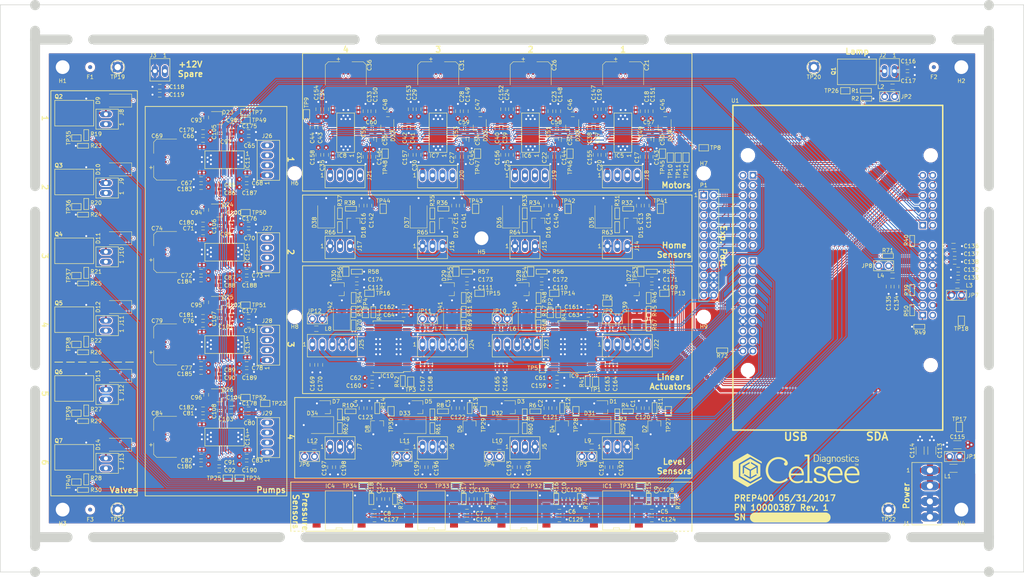
<source format=kicad_pcb>
(kicad_pcb (version 20171130) (host pcbnew "(5.0.0)")
  (title_block (title PREP400) (date 2017-05-31) (rev A) (company "Celsee Diagnostics"))
  (layers (0 F.Cu signal) (1 In1.Cu mixed hide) (2 In2.Cu mixed hide) (31 B.Cu signal hide) (34 B.Paste user) (35 F.Paste user) (36 B.SilkS user) (37 F.SilkS user) (38 B.Mask user) (39 F.Mask user) (44 Edge.Cuts user))
  (net 0 "")
  (net 1 /Microcontroller/LEVEL1)
  (net 2 GND)
  (net 3 /Microcontroller/LEVEL2)
  (net 4 /Microcontroller/LEVEL3)
  (net 5 /Microcontroller/LEVEL4)
  (net 6 +3V3)
  (net 7 /Microcontroller/PRESSURE1)
  (net 8 /Microcontroller/PRESSURE2)
  (net 9 /Microcontroller/PRESSURE3)
  (net 10 /Microcontroller/PRESSURE4)
  (net 11 /Motor/MOT1_HOME)
  (net 12 /Motor/MOT2_HOME)
  (net 13 /Motor/MOT3_HOME)
  (net 14 /Motor/MOT4_HOME)
  (net 15 +12V)
  (net 16 "Net-(C37-Pad1)")
  (net 17 "Net-(C39-Pad1)")
  (net 18 "Net-(C41-Pad1)")
  (net 19 "Net-(C43-Pad1)")
  (net 20 "Net-(C45-Pad2)")
  (net 21 "Net-(C46-Pad2)")
  (net 22 "Net-(C47-Pad2)")
  (net 23 "Net-(C48-Pad2)")
  (net 24 "Net-(C57-Pad1)")
  (net 25 "Net-(C57-Pad2)")
  (net 26 "Net-(C58-Pad1)")
  (net 27 "Net-(C58-Pad2)")
  (net 28 "Net-(C59-Pad1)")
  (net 29 "Net-(C59-Pad2)")
  (net 30 "Net-(C60-Pad1)")
  (net 31 "Net-(C60-Pad2)")
  (net 32 /Pump/MOT1_VDD)
  (net 33 /Pump/MOT2_VDD)
  (net 34 /Pump/MOT3_VDD)
  (net 35 /Pump/MOT4_VDD)
  (net 36 "Net-(C93-Pad2)")
  (net 37 "Net-(C94-Pad2)")
  (net 38 "Net-(C95-Pad2)")
  (net 39 "Net-(C96-Pad2)")
  (net 40 "Net-(C105-Pad1)")
  (net 41 "Net-(C105-Pad2)")
  (net 42 "Net-(C106-Pad1)")
  (net 43 "Net-(C106-Pad2)")
  (net 44 "Net-(C107-Pad1)")
  (net 45 "Net-(C107-Pad2)")
  (net 46 "Net-(C108-Pad1)")
  (net 47 "Net-(C108-Pad2)")
  (net 48 /Microcontroller/LIN_ACT_POS1)
  (net 49 /Microcontroller/LIN_ACT_POS2)
  (net 50 /Microcontroller/LIN_ACT_POS3)
  (net 51 /Microcontroller/LIN_ACT_POS4)
  (net 52 "Net-(D9-Pad2)")
  (net 53 "Net-(D10-Pad2)")
  (net 54 "Net-(D11-Pad2)")
  (net 55 "Net-(D12-Pad2)")
  (net 56 "Net-(D13-Pad2)")
  (net 57 "Net-(D14-Pad2)")
  (net 58 "Net-(D15-Pad3)")
  (net 59 "Net-(D16-Pad3)")
  (net 60 "Net-(D17-Pad3)")
  (net 61 "Net-(D18-Pad3)")
  (net 62 "Net-(D27-Pad3)")
  (net 63 "Net-(D28-Pad3)")
  (net 64 "Net-(D29-Pad3)")
  (net 65 "Net-(D30-Pad3)")
  (net 66 "Net-(IC1-Pad8)")
  (net 67 "Net-(IC1-Pad7)")
  (net 68 "Net-(IC1-Pad6)")
  (net 69 "Net-(IC1-Pad5)")
  (net 70 "Net-(IC1-Pad3)")
  (net 71 "Net-(IC1-Pad1)")
  (net 72 "Net-(IC2-Pad8)")
  (net 73 "Net-(IC2-Pad7)")
  (net 74 "Net-(IC2-Pad6)")
  (net 75 "Net-(IC2-Pad5)")
  (net 76 "Net-(IC2-Pad3)")
  (net 77 "Net-(IC2-Pad1)")
  (net 78 "Net-(IC3-Pad8)")
  (net 79 "Net-(IC3-Pad7)")
  (net 80 "Net-(IC3-Pad6)")
  (net 81 "Net-(IC3-Pad5)")
  (net 82 "Net-(IC3-Pad3)")
  (net 83 "Net-(IC3-Pad1)")
  (net 84 "Net-(IC4-Pad8)")
  (net 85 "Net-(IC4-Pad7)")
  (net 86 "Net-(IC4-Pad6)")
  (net 87 "Net-(IC4-Pad5)")
  (net 88 "Net-(IC4-Pad3)")
  (net 89 "Net-(IC4-Pad1)")
  (net 90 /Motor/MOT1_2B)
  (net 91 "Net-(IC5-Pad18)")
  (net 92 /Motor/MOT_SCK)
  (net 93 /Motor/MOT_SDI)
  (net 94 "Net-(IC5-Pad22)")
  (net 95 /Motor/MOT1_2A)
  (net 96 /Motor/MOT1_1A)
  (net 97 "Net-(IC5-Pad7)")
  (net 98 "Net-(IC5-Pad8)")
  (net 99 /Motor/MOT1_1B)
  (net 100 /Motor/MOT2_2B)
  (net 101 "Net-(IC6-Pad18)")
  (net 102 "Net-(IC6-Pad22)")
  (net 103 /Motor/MOT2_2A)
  (net 104 /Motor/MOT2_1A)
  (net 105 "Net-(IC6-Pad7)")
  (net 106 "Net-(IC6-Pad8)")
  (net 107 /Motor/MOT2_1B)
  (net 108 /Motor/MOT3_2B)
  (net 109 "Net-(IC7-Pad18)")
  (net 110 "Net-(IC7-Pad22)")
  (net 111 /Motor/MOT3_2A)
  (net 112 /Motor/MOT3_1A)
  (net 113 "Net-(IC7-Pad7)")
  (net 114 "Net-(IC7-Pad8)")
  (net 115 /Motor/MOT3_1B)
  (net 116 /Motor/MOT4_2B)
  (net 117 /Motor/MOT_SDO)
  (net 118 "Net-(IC8-Pad22)")
  (net 119 /Motor/MOT4_2A)
  (net 120 /Motor/MOT4_1A)
  (net 121 "Net-(IC8-Pad7)")
  (net 122 "Net-(IC8-Pad8)")
  (net 123 /Motor/MOT4_1B)
  (net 124 /Microcontroller/LIN_ACT_EN1)
  (net 125 /Microcontroller/LIN_ACT_DIR)
  (net 126 /LinearActuator/LIN_OUT1A)
  (net 127 /LinearActuator/LIN_OUT1B)
  (net 128 /Microcontroller/LIN_ACT_EN2)
  (net 129 /LinearActuator/LIN_OUT2B)
  (net 130 /LinearActuator/LIN_OUT2A)
  (net 131 /Microcontroller/LIN_ACT_EN3)
  (net 132 /LinearActuator/LIN_OUT3A)
  (net 133 /LinearActuator/LIN_OUT3B)
  (net 134 /Microcontroller/LIN_ACT_EN4)
  (net 135 /LinearActuator/LIN_OUT4B)
  (net 136 /LinearActuator/LIN_OUT4A)
  (net 137 /Pump/MOT1_2B)
  (net 138 "Net-(IC11-Pad18)")
  (net 139 "Net-(IC11-Pad22)")
  (net 140 /Pump/MOT1_2A)
  (net 141 /Pump/MOT1_1A)
  (net 142 "Net-(IC11-Pad7)")
  (net 143 "Net-(IC11-Pad8)")
  (net 144 /Pump/MOT1_1B)
  (net 145 /Pump/MOT2_2B)
  (net 146 "Net-(IC12-Pad18)")
  (net 147 "Net-(IC12-Pad22)")
  (net 148 /Pump/MOT2_2A)
  (net 149 /Pump/MOT2_1A)
  (net 150 "Net-(IC12-Pad7)")
  (net 151 "Net-(IC12-Pad8)")
  (net 152 /Pump/MOT2_1B)
  (net 153 /Pump/MOT3_2B)
  (net 154 "Net-(IC13-Pad18)")
  (net 155 "Net-(IC13-Pad22)")
  (net 156 /Pump/MOT3_2A)
  (net 157 /Pump/MOT3_1A)
  (net 158 "Net-(IC13-Pad7)")
  (net 159 "Net-(IC13-Pad8)")
  (net 160 /Pump/MOT3_1B)
  (net 161 /Pump/MOT4_2B)
  (net 162 "Net-(IC14-Pad22)")
  (net 163 /Pump/MOT4_2A)
  (net 164 /Pump/MOT4_1A)
  (net 165 "Net-(IC14-Pad7)")
  (net 166 "Net-(IC14-Pad8)")
  (net 167 /Pump/MOT4_1B)
  (net 168 "Net-(J2-Pad2)")
  (net 169 "Net-(J4-Pad2)")
  (net 170 "Net-(J5-Pad2)")
  (net 171 "Net-(J6-Pad2)")
  (net 172 "Net-(J7-Pad2)")
  (net 173 "Net-(J14-Pad2)")
  (net 174 "Net-(J15-Pad2)")
  (net 175 "Net-(J16-Pad2)")
  (net 176 "Net-(J17-Pad2)")
  (net 177 "Net-(J22-Pad5)")
  (net 178 "Net-(J23-Pad5)")
  (net 179 "Net-(J24-Pad5)")
  (net 180 "Net-(J25-Pad5)")
  (net 181 /Microcontroller/EXP_A0)
  (net 182 /Microcontroller/EXP_D12)
  (net 183 /Microcontroller/EXP_A1)
  (net 184 /Microcontroller/EXP_D11)
  (net 185 /Microcontroller/EXP_A2)
  (net 186 /Microcontroller/EXP_D10)
  (net 187 /Microcontroller/EXP_A3)
  (net 188 /Microcontroller/EXP_D9)
  (net 189 /Microcontroller/EXP_D0)
  (net 190 /Microcontroller/EXP_D8)
  (net 191 /Microcontroller/EXP_D1_SPI0_CS)
  (net 192 /Microcontroller/EXP_D7)
  (net 193 /Microcontroller/EXP_D2_SPI0_SCK)
  (net 194 /Microcontroller/EXP_D3_SPI0_MOSI)
  (net 195 /Microcontroller/EXP_D4_SPI0_MISO)
  (net 196 /Microcontroller/EXP_D5_I2C1_SCL)
  (net 197 /Microcontroller/EXP_D6_I2C1_SDA)
  (net 198 "Net-(Q1-PadG)")
  (net 199 "Net-(Q2-PadG)")
  (net 200 "Net-(Q3-PadG)")
  (net 201 "Net-(Q4-PadG)")
  (net 202 "Net-(Q5-PadG)")
  (net 203 "Net-(Q6-PadG)")
  (net 204 "Net-(Q7-PadG)")
  (net 205 /Microcontroller/LAMP)
  (net 206 /Microcontroller/VALVE1)
  (net 207 /Microcontroller/VALVE2)
  (net 208 /Microcontroller/VALVE3)
  (net 209 /Microcontroller/VALVE4)
  (net 210 /Microcontroller/VALVE5)
  (net 211 /Microcontroller/VALVE6)
  (net 212 "Net-(U1-Pad1-2)")
  (net 213 "Net-(U1-Pad1-4)")
  (net 214 "Net-(U1-Pad2-16)")
  (net 215 "Net-(U1-Pad2-15)")
  (net 216 "Net-(U1-Pad4-2)")
  (net 217 "Net-(U1-Pad4-6)")
  (net 218 "Net-(U1-Pad4-10)")
  (net 219 /Motor/_MOTC_CS)
  (net 220 /Motor/_MOTC_FLG)
  (net 221 /Motor/_MOTC_RST)
  (net 222 /Microcontroller/_LIN_ACT_DIR)
  (net 223 /Pump/_MOTP_CS)
  (net 224 /Pump/_MOTP_FLG)
  (net 225 /Pump/_MOTP_RST)
  (net 226 "Net-(D1-Pad2)")
  (net 227 "Net-(D1-Pad3)")
  (net 228 "Net-(D3-Pad2)")
  (net 229 "Net-(D3-Pad3)")
  (net 230 "Net-(D5-Pad2)")
  (net 231 "Net-(D5-Pad3)")
  (net 232 "Net-(D7-Pad2)")
  (net 233 "Net-(D7-Pad3)")
  (net 234 "Net-(D2-Pad2)")
  (net 235 "Net-(D4-Pad2)")
  (net 236 "Net-(D6-Pad2)")
  (net 237 "Net-(D8-Pad2)")
  (net 238 "Net-(C113-Pad1)")
  (net 239 "Net-(C116-Pad1)")
  (net 240 "Net-(C134-Pad1)")
  (net 241 "Net-(C163-Pad2)")
  (net 242 "Net-(C165-Pad2)")
  (net 243 "Net-(C167-Pad2)")
  (net 244 "Net-(C169-Pad2)")
  (net 245 "Net-(D31-Pad1)")
  (net 246 "Net-(D32-Pad1)")
  (net 247 "Net-(D33-Pad1)")
  (net 248 "Net-(D34-Pad1)")
  (net 249 "Net-(D35-Pad1)")
  (net 250 "Net-(D36-Pad1)")
  (net 251 "Net-(D37-Pad1)")
  (net 252 "Net-(D38-Pad1)")
  (net 253 "Net-(D39-Pad1)")
  (net 254 "Net-(D40-Pad1)")
  (net 255 "Net-(D41-Pad1)")
  (net 256 "Net-(D42-Pad1)")
  (net 257 "Net-(C191-Pad2)")
  (net 258 "Net-(C193-Pad2)")
  (net 259 "Net-(C195-Pad2)")
  (net 260 "Net-(C197-Pad2)")
  (net 261 "Net-(JP7-Pad1)")
  (net 262 "Net-(R71-Pad2)")
  (net 263 "Net-(R72-Pad1)")
  (module ics:FRDM-KL25Z (layer F.Cu) (at 208.4 63.05)
    (fp_text reference U1 (at -4.5 -19) (layer F.SilkS))
    (fp_text value FRDM-KL25Z)
    (fp_text user USB (at 10.9 66.45) (layer F.SilkS) (effects (font (size 2 2) (thickness 0.381))))
    (fp_text user SDA (at 31.6 66.4) (layer F.SilkS) (effects (font (size 2 2) (thickness 0.381))))
    (pad 1-2 thru_hole oval (at -2.54 0) (size 1.7272 1.7272) (drill 1.016) (layers *.Cu *.Mask) (net 212 "Net-(U1-Pad1-2)"))
    (pad 1-1 thru_hole rect (at 0 0) (size 1.7272 1.7272) (drill 1.016) (layers *.Cu *.Mask) (net 195 /Microcontroller/EXP_D4_SPI0_MISO))
    (pad 1-4 thru_hole oval (at -2.54 2.54) (size 1.7272 1.7272) (drill 1.016) (layers *.Cu *.Mask) (net 213 "Net-(U1-Pad1-4)"))
    (pad 1-3 thru_hole oval (at 0 2.54) (size 1.7272 1.7272) (drill 1.016) (layers *.Cu *.Mask) (net 205 /Microcontroller/LAMP))
    (pad 1-6 thru_hole oval (at -2.54 5.08) (size 1.7272 1.7272) (drill 1.016) (layers *.Cu *.Mask) (net 182 /Microcontroller/EXP_D12))
    (pad 1-5 thru_hole oval (at 0 5.08) (size 1.7272 1.7272) (drill 1.016) (layers *.Cu *.Mask) (net 189 /Microcontroller/EXP_D0))
    (pad 1-8 thru_hole oval (at -2.54 7.62) (size 1.7272 1.7272) (drill 1.016) (layers *.Cu *.Mask) (net 184 /Microcontroller/EXP_D11))
    (pad 1-7 thru_hole oval (at 0 7.62) (size 1.7272 1.7272) (drill 1.016) (layers *.Cu *.Mask) (net 191 /Microcontroller/EXP_D1_SPI0_CS))
    (pad 1-10 thru_hole oval (at -2.54 10.16) (size 1.7272 1.7272) (drill 1.016) (layers *.Cu *.Mask) (net 186 /Microcontroller/EXP_D10))
    (pad 1-9 thru_hole oval (at 0 10.16) (size 1.7272 1.7272) (drill 1.016) (layers *.Cu *.Mask) (net 193 /Microcontroller/EXP_D2_SPI0_SCK))
    (pad 1-12 thru_hole oval (at -2.54 12.7) (size 1.7272 1.7272) (drill 1.016) (layers *.Cu *.Mask) (net 188 /Microcontroller/EXP_D9))
    (pad 1-11 thru_hole oval (at 0 12.7) (size 1.7272 1.7272) (drill 1.016) (layers *.Cu *.Mask) (net 194 /Microcontroller/EXP_D3_SPI0_MOSI))
    (pad 1-14 thru_hole oval (at -2.54 15.24) (size 1.7272 1.7272) (drill 1.016) (layers *.Cu *.Mask) (net 190 /Microcontroller/EXP_D8))
    (pad 1-13 thru_hole oval (at 0 15.24) (size 1.7272 1.7272) (drill 1.016) (layers *.Cu *.Mask) (net 196 /Microcontroller/EXP_D5_I2C1_SCL))
    (pad 1-16 thru_hole oval (at -2.54 17.78) (size 1.7272 1.7272) (drill 1.016) (layers *.Cu *.Mask) (net 192 /Microcontroller/EXP_D7))
    (pad 1-15 thru_hole oval (at 0 17.78) (size 1.7272 1.7272) (drill 1.016) (layers *.Cu *.Mask) (net 197 /Microcontroller/EXP_D6_I2C1_SDA))
    (pad 2-2 thru_hole oval (at -2.54 21.844) (size 1.7272 1.7272) (drill 1.016) (layers *.Cu *.Mask) (net 222 /Microcontroller/_LIN_ACT_DIR))
    (pad 2-1 thru_hole rect (at 0 21.844) (size 1.7272 1.7272) (drill 1.016) (layers *.Cu *.Mask) (net 211 /Microcontroller/VALVE6))
    (pad 2-4 thru_hole oval (at -2.54 24.384) (size 1.7272 1.7272) (drill 1.016) (layers *.Cu *.Mask) (net 125 /Microcontroller/LIN_ACT_DIR))
    (pad 2-3 thru_hole oval (at 0 24.384) (size 1.7272 1.7272) (drill 1.016) (layers *.Cu *.Mask) (net 210 /Microcontroller/VALVE5))
    (pad 2-6 thru_hole oval (at -2.54 26.924) (size 1.7272 1.7272) (drill 1.016) (layers *.Cu *.Mask) (net 124 /Microcontroller/LIN_ACT_EN1))
    (pad 2-5 thru_hole oval (at 0 26.924) (size 1.7272 1.7272) (drill 1.016) (layers *.Cu *.Mask) (net 209 /Microcontroller/VALVE4))
    (pad 2-8 thru_hole oval (at -2.54 29.464) (size 1.7272 1.7272) (drill 1.016) (layers *.Cu *.Mask) (net 128 /Microcontroller/LIN_ACT_EN2))
    (pad 2-7 thru_hole oval (at 0 29.464) (size 1.7272 1.7272) (drill 1.016) (layers *.Cu *.Mask) (net 208 /Microcontroller/VALVE3))
    (pad 2-10 thru_hole oval (at -2.54 32.004) (size 1.7272 1.7272) (drill 1.016) (layers *.Cu *.Mask) (net 131 /Microcontroller/LIN_ACT_EN3))
    (pad 2-9 thru_hole oval (at 0 32.004) (size 1.7272 1.7272) (drill 1.016) (layers *.Cu *.Mask) (net 207 /Microcontroller/VALVE2))
    (pad 2-12 thru_hole oval (at -2.54 34.544) (size 1.7272 1.7272) (drill 1.016) (layers *.Cu *.Mask) (net 134 /Microcontroller/LIN_ACT_EN4))
    (pad 2-11 thru_hole oval (at 0 34.544) (size 1.7272 1.7272) (drill 1.016) (layers *.Cu *.Mask) (net 206 /Microcontroller/VALVE1))
    (pad 2-14 thru_hole oval (at -2.54 37.084) (size 1.7272 1.7272) (drill 1.016) (layers *.Cu *.Mask) (net 2 GND))
    (pad 2-13 thru_hole oval (at 0 37.084) (size 1.7272 1.7272) (drill 1.016) (layers *.Cu *.Mask) (net 5 /Microcontroller/LEVEL4))
    (pad 2-16 thru_hole oval (at -2.54 39.624) (size 1.7272 1.7272) (drill 1.016) (layers *.Cu *.Mask) (net 214 "Net-(U1-Pad2-16)"))
    (pad 2-15 thru_hole oval (at 0 39.624) (size 1.7272 1.7272) (drill 1.016) (layers *.Cu *.Mask) (net 215 "Net-(U1-Pad2-15)"))
    (pad 2-18 thru_hole oval (at -2.54 42.164) (size 1.7272 1.7272) (drill 1.016) (layers *.Cu *.Mask) (net 1 /Microcontroller/LEVEL1))
    (pad 2-17 thru_hole oval (at 0 42.164) (size 1.7272 1.7272) (drill 1.016) (layers *.Cu *.Mask) (net 4 /Microcontroller/LEVEL3))
    (pad 2-20 thru_hole oval (at -2.54 44.704) (size 1.7272 1.7272) (drill 1.016) (layers *.Cu *.Mask) (net 263 "Net-(R72-Pad1)"))
    (pad 2-19 thru_hole oval (at 0 44.704) (size 1.7272 1.7272) (drill 1.016) (layers *.Cu *.Mask) (net 3 /Microcontroller/LEVEL2))
    (pad 3-2 thru_hole oval (at 45.72 12.7) (size 1.7272 1.7272) (drill 1.016) (layers *.Cu *.Mask) (net 48 /Microcontroller/LIN_ACT_POS1))
    (pad 3-1 thru_hole rect (at 43.18 12.7) (size 1.7272 1.7272) (drill 1.016) (layers *.Cu *.Mask) (net 187 /Microcontroller/EXP_A3))
    (pad 3-4 thru_hole oval (at 45.72 10.16) (size 1.7272 1.7272) (drill 1.016) (layers *.Cu *.Mask) (net 49 /Microcontroller/LIN_ACT_POS2))
    (pad 3-3 thru_hole oval (at 43.18 10.16) (size 1.7272 1.7272) (drill 1.016) (layers *.Cu *.Mask) (net 185 /Microcontroller/EXP_A2))
    (pad 3-6 thru_hole oval (at 45.72 7.62) (size 1.7272 1.7272) (drill 1.016) (layers *.Cu *.Mask) (net 50 /Microcontroller/LIN_ACT_POS3))
    (pad 3-5 thru_hole oval (at 43.18 7.62) (size 1.7272 1.7272) (drill 1.016) (layers *.Cu *.Mask) (net 183 /Microcontroller/EXP_A1))
    (pad 3-8 thru_hole oval (at 45.72 5.08) (size 1.7272 1.7272) (drill 1.016) (layers *.Cu *.Mask) (net 51 /Microcontroller/LIN_ACT_POS4))
    (pad 3-7 thru_hole oval (at 43.18 5.08) (size 1.7272 1.7272) (drill 1.016) (layers *.Cu *.Mask) (net 181 /Microcontroller/EXP_A0))
    (pad 3-10 thru_hole oval (at 45.72 2.54) (size 1.7272 1.7272) (drill 1.016) (layers *.Cu *.Mask) (net 7 /Microcontroller/PRESSURE1))
    (pad 3-9 thru_hole oval (at 43.18 2.54) (size 1.7272 1.7272) (drill 1.016) (layers *.Cu *.Mask) (net 10 /Microcontroller/PRESSURE4))
    (pad 3-12 thru_hole oval (at 45.72 0) (size 1.7272 1.7272) (drill 1.016) (layers *.Cu *.Mask) (net 8 /Microcontroller/PRESSURE2))
    (pad 3-11 thru_hole oval (at 43.18 0) (size 1.7272 1.7272) (drill 1.016) (layers *.Cu *.Mask) (net 9 /Microcontroller/PRESSURE3))
    (pad 4-2 thru_hole oval (at 45.72 35.56) (size 1.7272 1.7272) (drill 1.016) (layers *.Cu *.Mask) (net 216 "Net-(U1-Pad4-2)"))
    (pad 4-1 thru_hole rect (at 43.18 35.56) (size 1.7272 1.7272) (drill 1.016) (layers *.Cu *.Mask) (net 225 /Pump/_MOTP_RST))
    (pad 4-4 thru_hole oval (at 45.72 33.02) (size 1.7272 1.7272) (drill 1.016) (layers *.Cu *.Mask) (net 261 "Net-(JP7-Pad1)"))
    (pad 4-3 thru_hole oval (at 43.18 33.02) (size 1.7272 1.7272) (drill 1.016) (layers *.Cu *.Mask) (net 224 /Pump/_MOTP_FLG))
    (pad 4-6 thru_hole oval (at 45.72 30.48) (size 1.7272 1.7272) (drill 1.016) (layers *.Cu *.Mask) (net 217 "Net-(U1-Pad4-6)"))
    (pad 4-5 thru_hole oval (at 43.18 30.48) (size 1.7272 1.7272) (drill 1.016) (layers *.Cu *.Mask) (net 223 /Pump/_MOTP_CS))
    (pad 4-8 thru_hole oval (at 45.72 27.94) (size 1.7272 1.7272) (drill 1.016) (layers *.Cu *.Mask) (net 261 "Net-(JP7-Pad1)"))
    (pad 4-7 thru_hole oval (at 43.18 27.94) (size 1.7272 1.7272) (drill 1.016) (layers *.Cu *.Mask) (net 221 /Motor/_MOTC_RST))
    (pad 4-10 thru_hole oval (at 45.72 25.4) (size 1.7272 1.7272) (drill 1.016) (layers *.Cu *.Mask) (net 218 "Net-(U1-Pad4-10)"))
    (pad 4-9 thru_hole oval (at 43.18 25.4) (size 1.7272 1.7272) (drill 1.016) (layers *.Cu *.Mask) (net 240 "Net-(C134-Pad1)"))
    (pad 4-12 thru_hole oval (at 45.72 22.86) (size 1.7272 1.7272) (drill 1.016) (layers *.Cu *.Mask) (net 2 GND))
    (pad 4-11 thru_hole oval (at 43.18 22.86) (size 1.7272 1.7272) (drill 1.016) (layers *.Cu *.Mask) (net 262 "Net-(R71-Pad2)"))
    (pad 4-14 thru_hole oval (at 45.72 20.32) (size 1.7272 1.7272) (drill 1.016) (layers *.Cu *.Mask) (net 2 GND))
    (pad 4-13 thru_hole oval (at 43.18 20.32) (size 1.7272 1.7272) (drill 1.016) (layers *.Cu *.Mask) (net 219 /Motor/_MOTC_CS))
    (pad 4-16 thru_hole oval (at 45.72 17.78) (size 1.7272 1.7272) (drill 1.016) (layers *.Cu *.Mask) (net 15 +12V))
    (pad 4-15 thru_hole oval (at 43.18 17.78) (size 1.7272 1.7272) (drill 1.016) (layers *.Cu *.Mask) (net 220 /Motor/_MOTC_FLG))
    (pad "" np_thru_hole circle (at -1.27 -5.08) (size 3.175 3.175) (drill 3.175) (layers *.Cu *.Mask))
    (pad "" np_thru_hole circle (at 45.212 -5.08) (size 3.175 3.175) (drill 3.175) (layers *.Cu *.Mask))
    (pad "" np_thru_hole circle (at 45.212 48.26) (size 3.175 3.175) (drill 3.175) (layers *.Cu *.Mask))
    (pad "" np_thru_hole circle (at -1.27 49.53) (size 3.175 3.175) (drill 3.175) (layers *.Cu *.Mask))
  )
  (module ics:SMT-8 (layer F.Cu) (at 179.4 152.05 90)
    (fp_text reference IC1 (at 10 -8 180) (layer F.SilkS))
    (fp_text value SSC)
    (pad 1 smd rect (at 0 0.005 90) (size 1.143 2.032) (layers F.Cu F.Paste F.Mask) (net 71 "Net-(IC1-Pad1)"))
    (pad 2 smd rect (at 2.54 0.005 90) (size 1.143 2.032) (layers F.Cu F.Paste F.Mask) (net 6 +3V3))
    (pad 3 smd rect (at 5.08 0.005 90) (size 1.143 2.032) (layers F.Cu F.Paste F.Mask) (net 70 "Net-(IC1-Pad3)"))
    (pad 4 smd rect (at 7.62 0.005 90) (size 1.143 2.032) (layers F.Cu F.Paste F.Mask) (net 2 GND))
    (pad 5 smd rect (at 7.62 -11.425 90) (size 1.143 2.032) (layers F.Cu F.Paste F.Mask) (net 69 "Net-(IC1-Pad5)"))
    (pad 6 smd rect (at 5.08 -11.425 90) (size 1.143 2.032) (layers F.Cu F.Paste F.Mask) (net 68 "Net-(IC1-Pad6)"))
    (pad 7 smd rect (at 2.54 -11.425 90) (size 1.143 2.032) (layers F.Cu F.Paste F.Mask) (net 67 "Net-(IC1-Pad7)"))
    (pad 8 smd rect (at 0 -11.425 90) (size 1.143 2.032) (layers F.Cu F.Paste F.Mask) (net 66 "Net-(IC1-Pad8)"))
  )
  (module ics:SMT-8 (layer F.Cu) (at 155.9 152.05 90)
    (fp_text reference IC2 (at 10 -8 180) (layer F.SilkS))
    (fp_text value SSC)
    (pad 1 smd rect (at 0 0.005 90) (size 1.143 2.032) (layers F.Cu F.Paste F.Mask) (net 77 "Net-(IC2-Pad1)"))
    (pad 2 smd rect (at 2.54 0.005 90) (size 1.143 2.032) (layers F.Cu F.Paste F.Mask) (net 6 +3V3))
    (pad 3 smd rect (at 5.08 0.005 90) (size 1.143 2.032) (layers F.Cu F.Paste F.Mask) (net 76 "Net-(IC2-Pad3)"))
    (pad 4 smd rect (at 7.62 0.005 90) (size 1.143 2.032) (layers F.Cu F.Paste F.Mask) (net 2 GND))
    (pad 5 smd rect (at 7.62 -11.425 90) (size 1.143 2.032) (layers F.Cu F.Paste F.Mask) (net 75 "Net-(IC2-Pad5)"))
    (pad 6 smd rect (at 5.08 -11.425 90) (size 1.143 2.032) (layers F.Cu F.Paste F.Mask) (net 74 "Net-(IC2-Pad6)"))
    (pad 7 smd rect (at 2.54 -11.425 90) (size 1.143 2.032) (layers F.Cu F.Paste F.Mask) (net 73 "Net-(IC2-Pad7)"))
    (pad 8 smd rect (at 0 -11.425 90) (size 1.143 2.032) (layers F.Cu F.Paste F.Mask) (net 72 "Net-(IC2-Pad8)"))
  )
  (module ics:SMT-8 (layer F.Cu) (at 132.4 152.05 90)
    (fp_text reference IC3 (at 10 -8 180) (layer F.SilkS))
    (fp_text value SSC)
    (pad 1 smd rect (at 0 0.005 90) (size 1.143 2.032) (layers F.Cu F.Paste F.Mask) (net 83 "Net-(IC3-Pad1)"))
    (pad 2 smd rect (at 2.54 0.005 90) (size 1.143 2.032) (layers F.Cu F.Paste F.Mask) (net 6 +3V3))
    (pad 3 smd rect (at 5.08 0.005 90) (size 1.143 2.032) (layers F.Cu F.Paste F.Mask) (net 82 "Net-(IC3-Pad3)"))
    (pad 4 smd rect (at 7.62 0.005 90) (size 1.143 2.032) (layers F.Cu F.Paste F.Mask) (net 2 GND))
    (pad 5 smd rect (at 7.62 -11.425 90) (size 1.143 2.032) (layers F.Cu F.Paste F.Mask) (net 81 "Net-(IC3-Pad5)"))
    (pad 6 smd rect (at 5.08 -11.425 90) (size 1.143 2.032) (layers F.Cu F.Paste F.Mask) (net 80 "Net-(IC3-Pad6)"))
    (pad 7 smd rect (at 2.54 -11.425 90) (size 1.143 2.032) (layers F.Cu F.Paste F.Mask) (net 79 "Net-(IC3-Pad7)"))
    (pad 8 smd rect (at 0 -11.425 90) (size 1.143 2.032) (layers F.Cu F.Paste F.Mask) (net 78 "Net-(IC3-Pad8)"))
  )
  (module ics:SMT-8 (layer F.Cu) (at 108.9 152.05 90)
    (fp_text reference IC4 (at 10 -8 180) (layer F.SilkS))
    (fp_text value SSC)
    (pad 1 smd rect (at 0 0.005 90) (size 1.143 2.032) (layers F.Cu F.Paste F.Mask) (net 89 "Net-(IC4-Pad1)"))
    (pad 2 smd rect (at 2.54 0.005 90) (size 1.143 2.032) (layers F.Cu F.Paste F.Mask) (net 6 +3V3))
    (pad 3 smd rect (at 5.08 0.005 90) (size 1.143 2.032) (layers F.Cu F.Paste F.Mask) (net 88 "Net-(IC4-Pad3)"))
    (pad 4 smd rect (at 7.62 0.005 90) (size 1.143 2.032) (layers F.Cu F.Paste F.Mask) (net 2 GND))
    (pad 5 smd rect (at 7.62 -11.425 90) (size 1.143 2.032) (layers F.Cu F.Paste F.Mask) (net 87 "Net-(IC4-Pad5)"))
    (pad 6 smd rect (at 5.08 -11.425 90) (size 1.143 2.032) (layers F.Cu F.Paste F.Mask) (net 86 "Net-(IC4-Pad6)"))
    (pad 7 smd rect (at 2.54 -11.425 90) (size 1.143 2.032) (layers F.Cu F.Paste F.Mask) (net 85 "Net-(IC4-Pad7)"))
    (pad 8 smd rect (at 0 -11.425 90) (size 1.143 2.032) (layers F.Cu F.Paste F.Mask) (net 84 "Net-(IC4-Pad8)"))
  )
  (module connectors:CON_AMP_MTA100_1x5 (layer F.Cu) (at 96.4 106.05 180)
    (fp_text reference J25 (at -12.5 0 270) (layer F.SilkS))
    (fp_text value MTA05-100 hide)
    (fp_text user 1 (at 2 0 180) (layer F.SilkS))
    (pad 5 thru_hole oval (at -10.16 0 180) (size 1.524 3.048) (drill 1.016) (layers *.Cu *.Mask) (net 180 "Net-(J25-Pad5)"))
    (pad 4 thru_hole oval (at -7.62 0 180) (size 1.524 3.048) (drill 1.016) (layers *.Cu *.Mask) (net 2 GND))
    (pad 3 thru_hole oval (at -5.08 0 180) (size 1.524 3.048) (drill 1.016) (layers *.Cu *.Mask) (net 135 /LinearActuator/LIN_OUT4B))
    (pad 2 thru_hole oval (at -2.54 0 180) (size 1.524 3.048) (drill 1.016) (layers *.Cu *.Mask) (net 136 /LinearActuator/LIN_OUT4A))
    (pad 1 thru_hole oval (at 0 0 180) (size 1.524 3.048) (drill 1.016) (layers *.Cu *.Mask) (net 244 "Net-(C169-Pad2)"))
  )
  (module connectors:CON_AMP_MTA100_1x5 (layer F.Cu) (at 124.4 106.05 180)
    (fp_text reference J24 (at -12.5 0 270) (layer F.SilkS))
    (fp_text value MTA05-100 hide)
    (fp_text user 1 (at 2 0 180) (layer F.SilkS))
    (pad 5 thru_hole oval (at -10.16 0 180) (size 1.524 3.048) (drill 1.016) (layers *.Cu *.Mask) (net 179 "Net-(J24-Pad5)"))
    (pad 4 thru_hole oval (at -7.62 0 180) (size 1.524 3.048) (drill 1.016) (layers *.Cu *.Mask) (net 2 GND))
    (pad 3 thru_hole oval (at -5.08 0 180) (size 1.524 3.048) (drill 1.016) (layers *.Cu *.Mask) (net 133 /LinearActuator/LIN_OUT3B))
    (pad 2 thru_hole oval (at -2.54 0 180) (size 1.524 3.048) (drill 1.016) (layers *.Cu *.Mask) (net 132 /LinearActuator/LIN_OUT3A))
    (pad 1 thru_hole oval (at 0 0 180) (size 1.524 3.048) (drill 1.016) (layers *.Cu *.Mask) (net 243 "Net-(C167-Pad2)"))
  )
  (module connectors:CON_AMP_MTA100_1x5 (layer F.Cu) (at 143.4 106.05 180)
    (fp_text reference J23 (at -12.5 0 270) (layer F.SilkS))
    (fp_text value MTA05-100 hide)
    (fp_text user 1 (at 2 0 180) (layer F.SilkS))
    (pad 5 thru_hole oval (at -10.16 0 180) (size 1.524 3.048) (drill 1.016) (layers *.Cu *.Mask) (net 178 "Net-(J23-Pad5)"))
    (pad 4 thru_hole oval (at -7.62 0 180) (size 1.524 3.048) (drill 1.016) (layers *.Cu *.Mask) (net 2 GND))
    (pad 3 thru_hole oval (at -5.08 0 180) (size 1.524 3.048) (drill 1.016) (layers *.Cu *.Mask) (net 129 /LinearActuator/LIN_OUT2B))
    (pad 2 thru_hole oval (at -2.54 0 180) (size 1.524 3.048) (drill 1.016) (layers *.Cu *.Mask) (net 130 /LinearActuator/LIN_OUT2A))
    (pad 1 thru_hole oval (at 0 0 180) (size 1.524 3.048) (drill 1.016) (layers *.Cu *.Mask) (net 242 "Net-(C165-Pad2)"))
  )
  (module connectors:CON_AMP_MTA100_1x5 (layer F.Cu) (at 171.4 106.05 180)
    (fp_text reference J22 (at -12.5 0 270) (layer F.SilkS))
    (fp_text value MTA05-100 hide)
    (fp_text user 1 (at 2 0 180) (layer F.SilkS))
    (pad 5 thru_hole oval (at -10.16 0 180) (size 1.524 3.048) (drill 1.016) (layers *.Cu *.Mask) (net 177 "Net-(J22-Pad5)"))
    (pad 4 thru_hole oval (at -7.62 0 180) (size 1.524 3.048) (drill 1.016) (layers *.Cu *.Mask) (net 2 GND))
    (pad 3 thru_hole oval (at -5.08 0 180) (size 1.524 3.048) (drill 1.016) (layers *.Cu *.Mask) (net 127 /LinearActuator/LIN_OUT1B))
    (pad 2 thru_hole oval (at -2.54 0 180) (size 1.524 3.048) (drill 1.016) (layers *.Cu *.Mask) (net 126 /LinearActuator/LIN_OUT1A))
    (pad 1 thru_hole oval (at 0 0 180) (size 1.524 3.048) (drill 1.016) (layers *.Cu *.Mask) (net 241 "Net-(C163-Pad2)"))
  )
  (module connectors:CON_AMP_MTA100_1x3 (layer F.Cu) (at 100.9 81.05 180)
    (fp_text reference J17 (at -7.5 0 270) (layer F.SilkS))
    (fp_text value MTA03-100 hide)
    (fp_text user 1 (at 2 0 180) (layer F.SilkS))
    (pad 3 thru_hole oval (at -5.08 0 180) (size 1.524 3.048) (drill 1.016) (layers *.Cu *.Mask) (net 6 +3V3))
    (pad 2 thru_hole oval (at -2.54 0 180) (size 1.524 3.048) (drill 1.016) (layers *.Cu *.Mask) (net 176 "Net-(J17-Pad2)"))
    (pad 1 thru_hole oval (at 0 0 180) (size 1.524 3.048) (drill 1.016) (layers *.Cu *.Mask) (net 2 GND))
  )
  (module connectors:CON_AMP_MTA100_1x3 (layer F.Cu) (at 124.4 81.05 180)
    (fp_text reference J16 (at -7.5 0 270) (layer F.SilkS))
    (fp_text value MTA03-100 hide)
    (fp_text user 1 (at 2 0 180) (layer F.SilkS))
    (pad 3 thru_hole oval (at -5.08 0 180) (size 1.524 3.048) (drill 1.016) (layers *.Cu *.Mask) (net 6 +3V3))
    (pad 2 thru_hole oval (at -2.54 0 180) (size 1.524 3.048) (drill 1.016) (layers *.Cu *.Mask) (net 175 "Net-(J16-Pad2)"))
    (pad 1 thru_hole oval (at 0 0 180) (size 1.524 3.048) (drill 1.016) (layers *.Cu *.Mask) (net 2 GND))
  )
  (module connectors:CON_AMP_MTA100_1x3 (layer F.Cu) (at 147.9 81.05 180)
    (fp_text reference J15 (at -7.5 0 270) (layer F.SilkS))
    (fp_text value MTA03-100 hide)
    (fp_text user 1 (at 2 0 180) (layer F.SilkS))
    (pad 3 thru_hole oval (at -5.08 0 180) (size 1.524 3.048) (drill 1.016) (layers *.Cu *.Mask) (net 6 +3V3))
    (pad 2 thru_hole oval (at -2.54 0 180) (size 1.524 3.048) (drill 1.016) (layers *.Cu *.Mask) (net 174 "Net-(J15-Pad2)"))
    (pad 1 thru_hole oval (at 0 0 180) (size 1.524 3.048) (drill 1.016) (layers *.Cu *.Mask) (net 2 GND))
  )
  (module connectors:CON_AMP_MTA100_1x3 (layer F.Cu) (at 171.4 81.05 180)
    (fp_text reference J14 (at -7.5 0 270) (layer F.SilkS))
    (fp_text value MTA03-100 hide)
    (fp_text user 1 (at 2 0 180) (layer F.SilkS))
    (pad 3 thru_hole oval (at -5.08 0 180) (size 1.524 3.048) (drill 1.016) (layers *.Cu *.Mask) (net 6 +3V3))
    (pad 2 thru_hole oval (at -2.54 0 180) (size 1.524 3.048) (drill 1.016) (layers *.Cu *.Mask) (net 173 "Net-(J14-Pad2)"))
    (pad 1 thru_hole oval (at 0 0 180) (size 1.524 3.048) (drill 1.016) (layers *.Cu *.Mask) (net 2 GND))
  )
  (module connectors:CON_AMP_MTA100_1x3 (layer F.Cu) (at 100.9 132.05 180)
    (fp_text reference J7 (at -7.5 0 270) (layer F.SilkS))
    (fp_text value MTA03-100 hide)
    (fp_text user 1 (at 2 0 180) (layer F.SilkS))
    (pad 3 thru_hole oval (at -5.08 0 180) (size 1.524 3.048) (drill 1.016) (layers *.Cu *.Mask) (net 2 GND))
    (pad 2 thru_hole oval (at -2.54 0 180) (size 1.524 3.048) (drill 1.016) (layers *.Cu *.Mask) (net 172 "Net-(J7-Pad2)"))
    (pad 1 thru_hole oval (at 0 0 180) (size 1.524 3.048) (drill 1.016) (layers *.Cu *.Mask) (net 260 "Net-(C197-Pad2)"))
  )
  (module connectors:CON_AMP_MTA100_1x3 (layer F.Cu) (at 124.4 132.05 180)
    (fp_text reference J6 (at -7.5 0 270) (layer F.SilkS))
    (fp_text value MTA03-100 hide)
    (fp_text user 1 (at 2 0 180) (layer F.SilkS))
    (pad 3 thru_hole oval (at -5.08 0 180) (size 1.524 3.048) (drill 1.016) (layers *.Cu *.Mask) (net 2 GND))
    (pad 2 thru_hole oval (at -2.54 0 180) (size 1.524 3.048) (drill 1.016) (layers *.Cu *.Mask) (net 171 "Net-(J6-Pad2)"))
    (pad 1 thru_hole oval (at 0 0 180) (size 1.524 3.048) (drill 1.016) (layers *.Cu *.Mask) (net 259 "Net-(C195-Pad2)"))
  )
  (module connectors:CON_AMP_MTA100_1x3 (layer F.Cu) (at 147.9 132.05 180)
    (fp_text reference J5 (at -7.5 0 270) (layer F.SilkS))
    (fp_text value MTA03-100 hide)
    (fp_text user 1 (at 2 0 180) (layer F.SilkS))
    (pad 3 thru_hole oval (at -5.08 0 180) (size 1.524 3.048) (drill 1.016) (layers *.Cu *.Mask) (net 2 GND))
    (pad 2 thru_hole oval (at -2.54 0 180) (size 1.524 3.048) (drill 1.016) (layers *.Cu *.Mask) (net 170 "Net-(J5-Pad2)"))
    (pad 1 thru_hole oval (at 0 0 180) (size 1.524 3.048) (drill 1.016) (layers *.Cu *.Mask) (net 258 "Net-(C193-Pad2)"))
  )
  (module connectors:CON_AMP_MTA100_1x3 (layer F.Cu) (at 171.4 132.05 180)
    (fp_text reference J4 (at -7.5 0 270) (layer F.SilkS))
    (fp_text value MTA03-100 hide)
    (fp_text user 1 (at 2 0 180) (layer F.SilkS))
    (pad 3 thru_hole oval (at -5.08 0 180) (size 1.524 3.048) (drill 1.016) (layers *.Cu *.Mask) (net 2 GND))
    (pad 2 thru_hole oval (at -2.54 0 180) (size 1.524 3.048) (drill 1.016) (layers *.Cu *.Mask) (net 169 "Net-(J4-Pad2)"))
    (pad 1 thru_hole oval (at 0 0 180) (size 1.524 3.048) (drill 1.016) (layers *.Cu *.Mask) (net 257 "Net-(C191-Pad2)"))
  )
  (module diodes:SMB (layer F.Cu) (at 103.9 101.05 90)
    (fp_text reference D42 (at 4.5 -3 90) (layer F.SilkS))
    (fp_text value SMB)
    (pad 2 smd rect (at 4.3 0 90) (size 2.5 2.3) (layers F.Cu F.Paste F.Mask) (net 2 GND))
    (pad 1 smd rect (at 0 0 90) (size 2.5 2.3) (layers F.Cu F.Paste F.Mask) (net 256 "Net-(D42-Pad1)"))
  )
  (module diodes:SMB (layer F.Cu) (at 131.9 101.05 90)
    (fp_text reference D41 (at 4.5 -3 90) (layer F.SilkS))
    (fp_text value SMB)
    (pad 2 smd rect (at 4.3 0 90) (size 2.5 2.3) (layers F.Cu F.Paste F.Mask) (net 2 GND))
    (pad 1 smd rect (at 0 0 90) (size 2.5 2.3) (layers F.Cu F.Paste F.Mask) (net 255 "Net-(D41-Pad1)"))
  )
  (module diodes:SMB (layer F.Cu) (at 150.9 101.05 90)
    (fp_text reference D40 (at 4.5 -3 90) (layer F.SilkS))
    (fp_text value SMB)
    (pad 2 smd rect (at 4.3 0 90) (size 2.5 2.3) (layers F.Cu F.Paste F.Mask) (net 2 GND))
    (pad 1 smd rect (at 0 0 90) (size 2.5 2.3) (layers F.Cu F.Paste F.Mask) (net 254 "Net-(D40-Pad1)"))
  )
  (module diodes:SMB (layer F.Cu) (at 178.9 101.05 90)
    (fp_text reference D39 (at 4.5 -3 270) (layer F.SilkS))
    (fp_text value SMB)
    (pad 2 smd rect (at 4.3 0 90) (size 2.5 2.3) (layers F.Cu F.Paste F.Mask) (net 2 GND))
    (pad 1 smd rect (at 0 0 90) (size 2.5 2.3) (layers F.Cu F.Paste F.Mask) (net 253 "Net-(D39-Pad1)"))
  )
  (module diodes:SMB (layer F.Cu) (at 99.9 75.05 90)
    (fp_text reference D38 (at 0 -3 90) (layer F.SilkS))
    (fp_text value SMB)
    (pad 2 smd rect (at 4.3 0 90) (size 2.5 2.3) (layers F.Cu F.Paste F.Mask) (net 2 GND))
    (pad 1 smd rect (at 0 0 90) (size 2.5 2.3) (layers F.Cu F.Paste F.Mask) (net 252 "Net-(D38-Pad1)"))
  )
  (module diodes:SMB (layer F.Cu) (at 123.4 75.05 90)
    (fp_text reference D37 (at 0 -3 90) (layer F.SilkS))
    (fp_text value SMB)
    (pad 2 smd rect (at 4.3 0 90) (size 2.5 2.3) (layers F.Cu F.Paste F.Mask) (net 2 GND))
    (pad 1 smd rect (at 0 0 90) (size 2.5 2.3) (layers F.Cu F.Paste F.Mask) (net 251 "Net-(D37-Pad1)"))
  )
  (module diodes:SMB (layer F.Cu) (at 146.9 75.05 90)
    (fp_text reference D36 (at 0 -3 90) (layer F.SilkS))
    (fp_text value SMB)
    (pad 2 smd rect (at 4.3 0 90) (size 2.5 2.3) (layers F.Cu F.Paste F.Mask) (net 2 GND))
    (pad 1 smd rect (at 0 0 90) (size 2.5 2.3) (layers F.Cu F.Paste F.Mask) (net 250 "Net-(D36-Pad1)"))
  )
  (module diodes:SMB (layer F.Cu) (at 170.4 75.05 90)
    (fp_text reference D35 (at 0 -3 90) (layer F.SilkS))
    (fp_text value SMB)
    (pad 2 smd rect (at 4.3 0 90) (size 2.5 2.3) (layers F.Cu F.Paste F.Mask) (net 2 GND))
    (pad 1 smd rect (at 0 0 90) (size 2.5 2.3) (layers F.Cu F.Paste F.Mask) (net 249 "Net-(D35-Pad1)"))
  )
  (module diodes:SMB (layer F.Cu) (at 100.4 126.55 180)
    (fp_text reference D34 (at 4 3) (layer F.SilkS))
    (fp_text value SMB)
    (pad 2 smd rect (at 4.3 0 180) (size 2.5 2.3) (layers F.Cu F.Paste F.Mask) (net 2 GND))
    (pad 1 smd rect (at 0 0 180) (size 2.5 2.3) (layers F.Cu F.Paste F.Mask) (net 248 "Net-(D34-Pad1)"))
  )
  (module diodes:SMB (layer F.Cu) (at 123.9 126.55 180)
    (fp_text reference D33 (at 4 3) (layer F.SilkS))
    (fp_text value SMB)
    (pad 2 smd rect (at 4.3 0 180) (size 2.5 2.3) (layers F.Cu F.Paste F.Mask) (net 2 GND))
    (pad 1 smd rect (at 0 0 180) (size 2.5 2.3) (layers F.Cu F.Paste F.Mask) (net 247 "Net-(D33-Pad1)"))
  )
  (module diodes:SMB (layer F.Cu) (at 147.4 126.55 180)
    (fp_text reference D32 (at 4 3) (layer F.SilkS))
    (fp_text value SMB)
    (pad 2 smd rect (at 4.3 0 180) (size 2.5 2.3) (layers F.Cu F.Paste F.Mask) (net 2 GND))
    (pad 1 smd rect (at 0 0 180) (size 2.5 2.3) (layers F.Cu F.Paste F.Mask) (net 246 "Net-(D32-Pad1)"))
  )
  (module diodes:SMB (layer F.Cu) (at 170.9 126.55 180)
    (fp_text reference D31 (at 4 3) (layer F.SilkS))
    (fp_text value SMB)
    (pad 2 smd rect (at 4.3 0 180) (size 2.5 2.3) (layers F.Cu F.Paste F.Mask) (net 2 GND))
    (pad 1 smd rect (at 0 0 180) (size 2.5 2.3) (layers F.Cu F.Paste F.Mask) (net 245 "Net-(D31-Pad1)"))
  )
  (module connectors:CON_SAMTEC_100_2x11 (layer F.Cu) (at 195.89 68.13 270)
    (fp_text reference P1 (at -2.58 -0.01) (layer F.SilkS))
    (fp_text value CONN_EXP2)
    (fp_text user 1 (at -0.08 1.99) (layer F.SilkS))
    (pad 22 thru_hole oval (at 25.4 -2.54 270) (size 1.7272 1.7272) (drill 1.016) (layers *.Cu *.Mask) (net 6 +3V3))
    (pad 21 thru_hole oval (at 25.4 0 270) (size 1.7272 1.7272) (drill 1.016) (layers *.Cu *.Mask) (net 197 /Microcontroller/EXP_D6_I2C1_SDA))
    (pad 20 thru_hole oval (at 22.86 -2.54 270) (size 1.7272 1.7272) (drill 1.016) (layers *.Cu *.Mask) (net 2 GND))
    (pad 19 thru_hole oval (at 22.86 0 270) (size 1.7272 1.7272) (drill 1.016) (layers *.Cu *.Mask) (net 196 /Microcontroller/EXP_D5_I2C1_SCL))
    (pad 18 thru_hole oval (at 20.32 -2.54 270) (size 1.7272 1.7272) (drill 1.016) (layers *.Cu *.Mask) (net 2 GND))
    (pad 17 thru_hole oval (at 20.32 0 270) (size 1.7272 1.7272) (drill 1.016) (layers *.Cu *.Mask) (net 195 /Microcontroller/EXP_D4_SPI0_MISO))
    (pad 16 thru_hole oval (at 17.78 -2.54 270) (size 1.7272 1.7272) (drill 1.016) (layers *.Cu *.Mask) (net 15 +12V))
    (pad 15 thru_hole oval (at 17.78 0 270) (size 1.7272 1.7272) (drill 1.016) (layers *.Cu *.Mask) (net 194 /Microcontroller/EXP_D3_SPI0_MOSI))
    (pad 14 thru_hole oval (at 15.24 -2.54 270) (size 1.7272 1.7272) (drill 1.016) (layers *.Cu *.Mask) (net 15 +12V))
    (pad 13 thru_hole oval (at 15.24 0 270) (size 1.7272 1.7272) (drill 1.016) (layers *.Cu *.Mask) (net 193 /Microcontroller/EXP_D2_SPI0_SCK))
    (pad 12 thru_hole oval (at 12.7 -2.54 270) (size 1.7272 1.7272) (drill 1.016) (layers *.Cu *.Mask) (net 192 /Microcontroller/EXP_D7))
    (pad 11 thru_hole oval (at 12.7 0 270) (size 1.7272 1.7272) (drill 1.016) (layers *.Cu *.Mask) (net 191 /Microcontroller/EXP_D1_SPI0_CS))
    (pad 10 thru_hole oval (at 10.16 -2.54 270) (size 1.7272 1.7272) (drill 1.016) (layers *.Cu *.Mask) (net 190 /Microcontroller/EXP_D8))
    (pad 9 thru_hole oval (at 10.16 0 270) (size 1.7272 1.7272) (drill 1.016) (layers *.Cu *.Mask) (net 189 /Microcontroller/EXP_D0))
    (pad 8 thru_hole oval (at 7.62 -2.54 270) (size 1.7272 1.7272) (drill 1.016) (layers *.Cu *.Mask) (net 188 /Microcontroller/EXP_D9))
    (pad 7 thru_hole oval (at 7.62 0 270) (size 1.7272 1.7272) (drill 1.016) (layers *.Cu *.Mask) (net 187 /Microcontroller/EXP_A3))
    (pad 6 thru_hole oval (at 5.08 -2.54 270) (size 1.7272 1.7272) (drill 1.016) (layers *.Cu *.Mask) (net 186 /Microcontroller/EXP_D10))
    (pad 5 thru_hole oval (at 5.08 0 270) (size 1.7272 1.7272) (drill 1.016) (layers *.Cu *.Mask) (net 185 /Microcontroller/EXP_A2))
    (pad 4 thru_hole oval (at 2.54 -2.54 270) (size 1.7272 1.7272) (drill 1.016) (layers *.Cu *.Mask) (net 184 /Microcontroller/EXP_D11))
    (pad 3 thru_hole oval (at 2.54 0 270) (size 1.7272 1.7272) (drill 1.016) (layers *.Cu *.Mask) (net 183 /Microcontroller/EXP_A1))
    (pad 2 thru_hole oval (at 0 -2.54 270) (size 1.7272 1.7272) (drill 1.016) (layers *.Cu *.Mask) (net 182 /Microcontroller/EXP_D12))
    (pad 1 thru_hole rect (at 0 0 270) (size 1.7272 1.7272) (drill 1.016) (layers *.Cu *.Mask) (net 181 /Microcontroller/EXP_A0))
  )
  (module diodes:SMA (layer F.Cu) (at 48.9 44.05 180)
    (fp_text reference D9 (at 7 0 270) (layer F.SilkS))
    (fp_text value 100V@1A)
    (pad 2 smd rect (at 4.3 0 180) (size 2.65 1.75) (layers F.Cu F.Paste F.Mask) (net 52 "Net-(D9-Pad2)"))
    (pad 1 smd rect (at 0 0 180) (size 2.65 1.75) (layers F.Cu F.Paste F.Mask) (net 15 +12V))
  )
  (module diodes:SMA (layer F.Cu) (at 48.9 61.55 180)
    (fp_text reference D10 (at 7 0 270) (layer F.SilkS))
    (fp_text value 100V@1A)
    (pad 2 smd rect (at 4.3 0 180) (size 2.65 1.75) (layers F.Cu F.Paste F.Mask) (net 53 "Net-(D10-Pad2)"))
    (pad 1 smd rect (at 0 0 180) (size 2.65 1.75) (layers F.Cu F.Paste F.Mask) (net 15 +12V))
  )
  (module diodes:SMA (layer F.Cu) (at 48.9 79.05 180)
    (fp_text reference D11 (at 7 0 270) (layer F.SilkS))
    (fp_text value 100V@1A)
    (pad 2 smd rect (at 4.3 0 180) (size 2.65 1.75) (layers F.Cu F.Paste F.Mask) (net 54 "Net-(D11-Pad2)"))
    (pad 1 smd rect (at 0 0 180) (size 2.65 1.75) (layers F.Cu F.Paste F.Mask) (net 15 +12V))
  )
  (module diodes:SMA (layer F.Cu) (at 48.9 96.55 180)
    (fp_text reference D12 (at 7 0 270) (layer F.SilkS))
    (fp_text value 100V@1A)
    (pad 2 smd rect (at 4.3 0 180) (size 2.65 1.75) (layers F.Cu F.Paste F.Mask) (net 55 "Net-(D12-Pad2)"))
    (pad 1 smd rect (at 0 0 180) (size 2.65 1.75) (layers F.Cu F.Paste F.Mask) (net 15 +12V))
  )
  (module diodes:SMA (layer F.Cu) (at 48.9 114.05 180)
    (fp_text reference D13 (at 7 0 90) (layer F.SilkS))
    (fp_text value 100V@1A)
    (pad 2 smd rect (at 4.3 0 180) (size 2.65 1.75) (layers F.Cu F.Paste F.Mask) (net 56 "Net-(D13-Pad2)"))
    (pad 1 smd rect (at 0 0 180) (size 2.65 1.75) (layers F.Cu F.Paste F.Mask) (net 15 +12V))
  )
  (module diodes:SMA (layer F.Cu) (at 48.9 131.55 180)
    (fp_text reference D14 (at 7 0 90) (layer F.SilkS))
    (fp_text value 100V@1A)
    (pad 2 smd rect (at 4.3 0 180) (size 2.65 1.75) (layers F.Cu F.Paste F.Mask) (net 57 "Net-(D14-Pad2)"))
    (pad 1 smd rect (at 0 0 180) (size 2.65 1.75) (layers F.Cu F.Paste F.Mask) (net 15 +12V))
  )
  (module connectors:CON_AMP_MTA100_1x4 (layer F.Cu) (at 84.9 133.55 270)
    (fp_text reference J29 (at -10 0) (layer F.SilkS))
    (fp_text value MTA04-100 hide)
    (fp_text user 1 (at 2 0 270) (layer F.SilkS))
    (pad 4 thru_hole oval (at -7.62 0 270) (size 1.524 3.048) (drill 1.016) (layers *.Cu *.Mask) (net 167 /Pump/MOT4_1B))
    (pad 3 thru_hole oval (at -5.08 0 270) (size 1.524 3.048) (drill 1.016) (layers *.Cu *.Mask) (net 161 /Pump/MOT4_2B))
    (pad 2 thru_hole oval (at -2.54 0 270) (size 1.524 3.048) (drill 1.016) (layers *.Cu *.Mask) (net 163 /Pump/MOT4_2A))
    (pad 1 thru_hole oval (at 0 0 270) (size 1.524 3.048) (drill 1.016) (layers *.Cu *.Mask) (net 164 /Pump/MOT4_1A))
  )
  (module connectors:CON_AMP_MTA100_1x4 (layer F.Cu) (at 84.9 110.05 270)
    (fp_text reference J28 (at -10 0) (layer F.SilkS))
    (fp_text value MTA04-100 hide)
    (fp_text user 1 (at 2 0 270) (layer F.SilkS))
    (pad 4 thru_hole oval (at -7.62 0 270) (size 1.524 3.048) (drill 1.016) (layers *.Cu *.Mask) (net 160 /Pump/MOT3_1B))
    (pad 3 thru_hole oval (at -5.08 0 270) (size 1.524 3.048) (drill 1.016) (layers *.Cu *.Mask) (net 153 /Pump/MOT3_2B))
    (pad 2 thru_hole oval (at -2.54 0 270) (size 1.524 3.048) (drill 1.016) (layers *.Cu *.Mask) (net 156 /Pump/MOT3_2A))
    (pad 1 thru_hole oval (at 0 0 270) (size 1.524 3.048) (drill 1.016) (layers *.Cu *.Mask) (net 157 /Pump/MOT3_1A))
  )
  (module connectors:CON_AMP_MTA100_1x4 (layer F.Cu) (at 84.9 86.55 270)
    (fp_text reference J27 (at -10 0) (layer F.SilkS))
    (fp_text value MTA04-100 hide)
    (fp_text user 1 (at 2 0 270) (layer F.SilkS))
    (pad 4 thru_hole oval (at -7.62 0 270) (size 1.524 3.048) (drill 1.016) (layers *.Cu *.Mask) (net 152 /Pump/MOT2_1B))
    (pad 3 thru_hole oval (at -5.08 0 270) (size 1.524 3.048) (drill 1.016) (layers *.Cu *.Mask) (net 145 /Pump/MOT2_2B))
    (pad 2 thru_hole oval (at -2.54 0 270) (size 1.524 3.048) (drill 1.016) (layers *.Cu *.Mask) (net 148 /Pump/MOT2_2A))
    (pad 1 thru_hole oval (at 0 0 270) (size 1.524 3.048) (drill 1.016) (layers *.Cu *.Mask) (net 149 /Pump/MOT2_1A))
  )
  (module connectors:CON_AMP_MTA100_1x4 (layer F.Cu) (at 84.9 63.05 270)
    (fp_text reference J26 (at -10 0 180) (layer F.SilkS))
    (fp_text value MTA04-100 hide)
    (fp_text user 1 (at 2 0 270) (layer F.SilkS))
    (pad 4 thru_hole oval (at -7.62 0 270) (size 1.524 3.048) (drill 1.016) (layers *.Cu *.Mask) (net 144 /Pump/MOT1_1B))
    (pad 3 thru_hole oval (at -5.08 0 270) (size 1.524 3.048) (drill 1.016) (layers *.Cu *.Mask) (net 137 /Pump/MOT1_2B))
    (pad 2 thru_hole oval (at -2.54 0 270) (size 1.524 3.048) (drill 1.016) (layers *.Cu *.Mask) (net 140 /Pump/MOT1_2A))
    (pad 1 thru_hole oval (at 0 0 270) (size 1.524 3.048) (drill 1.016) (layers *.Cu *.Mask) (net 141 /Pump/MOT1_1A))
  )
  (module connectors:CON_AMP_MTA100_1x4 (layer F.Cu) (at 100.9 63.05 180)
    (fp_text reference J21 (at -10 0 270) (layer F.SilkS))
    (fp_text value MTA04-100 hide)
    (fp_text user 1 (at 2 0 180) (layer F.SilkS))
    (pad 4 thru_hole oval (at -7.62 0 180) (size 1.524 3.048) (drill 1.016) (layers *.Cu *.Mask) (net 123 /Motor/MOT4_1B))
    (pad 3 thru_hole oval (at -5.08 0 180) (size 1.524 3.048) (drill 1.016) (layers *.Cu *.Mask) (net 116 /Motor/MOT4_2B))
    (pad 2 thru_hole oval (at -2.54 0 180) (size 1.524 3.048) (drill 1.016) (layers *.Cu *.Mask) (net 119 /Motor/MOT4_2A))
    (pad 1 thru_hole oval (at 0 0 180) (size 1.524 3.048) (drill 1.016) (layers *.Cu *.Mask) (net 120 /Motor/MOT4_1A))
  )
  (module connectors:CON_AMP_MTA100_1x4 (layer F.Cu) (at 124.4 63.05 180)
    (fp_text reference J20 (at -10 0 270) (layer F.SilkS))
    (fp_text value MTA04-100 hide)
    (fp_text user 1 (at 2 0 180) (layer F.SilkS))
    (pad 4 thru_hole oval (at -7.62 0 180) (size 1.524 3.048) (drill 1.016) (layers *.Cu *.Mask) (net 115 /Motor/MOT3_1B))
    (pad 3 thru_hole oval (at -5.08 0 180) (size 1.524 3.048) (drill 1.016) (layers *.Cu *.Mask) (net 108 /Motor/MOT3_2B))
    (pad 2 thru_hole oval (at -2.54 0 180) (size 1.524 3.048) (drill 1.016) (layers *.Cu *.Mask) (net 111 /Motor/MOT3_2A))
    (pad 1 thru_hole oval (at 0 0 180) (size 1.524 3.048) (drill 1.016) (layers *.Cu *.Mask) (net 112 /Motor/MOT3_1A))
  )
  (module connectors:CON_AMP_MTA100_1x4 (layer F.Cu) (at 147.9 63.05 180)
    (fp_text reference J19 (at -10 0 270) (layer F.SilkS))
    (fp_text value MTA04-100 hide)
    (fp_text user 1 (at 2 0 180) (layer F.SilkS))
    (pad 4 thru_hole oval (at -7.62 0 180) (size 1.524 3.048) (drill 1.016) (layers *.Cu *.Mask) (net 107 /Motor/MOT2_1B))
    (pad 3 thru_hole oval (at -5.08 0 180) (size 1.524 3.048) (drill 1.016) (layers *.Cu *.Mask) (net 100 /Motor/MOT2_2B))
    (pad 2 thru_hole oval (at -2.54 0 180) (size 1.524 3.048) (drill 1.016) (layers *.Cu *.Mask) (net 103 /Motor/MOT2_2A))
    (pad 1 thru_hole oval (at 0 0 180) (size 1.524 3.048) (drill 1.016) (layers *.Cu *.Mask) (net 104 /Motor/MOT2_1A))
  )
  (module connectors:CON_AMP_MTA100_1x4 (layer F.Cu) (at 171.4 63.05 180)
    (fp_text reference J18 (at -10 0 270) (layer F.SilkS))
    (fp_text value MTA04-100 hide)
    (fp_text user 1 (at 2 0 180) (layer F.SilkS))
    (pad 4 thru_hole oval (at -7.62 0 180) (size 1.524 3.048) (drill 1.016) (layers *.Cu *.Mask) (net 99 /Motor/MOT1_1B))
    (pad 3 thru_hole oval (at -5.08 0 180) (size 1.524 3.048) (drill 1.016) (layers *.Cu *.Mask) (net 90 /Motor/MOT1_2B))
    (pad 2 thru_hole oval (at -2.54 0 180) (size 1.524 3.048) (drill 1.016) (layers *.Cu *.Mask) (net 95 /Motor/MOT1_2A))
    (pad 1 thru_hole oval (at 0 0 180) (size 1.524 3.048) (drill 1.016) (layers *.Cu *.Mask) (net 96 /Motor/MOT1_1A))
  )
  (module diodes:SOT-23-3 (layer F.Cu) (at 169.4 121.05)
    (fp_text reference D1 (at 3.5 -0.5) (layer F.SilkS))
    (fp_text value BAT54)
    (pad 3 smd rect (at 2.2 0.95) (size 1.4 1) (layers F.Cu F.Paste F.Mask) (net 227 "Net-(D1-Pad3)"))
    (pad 2 smd rect (at 0 1.9) (size 1.4 1) (layers F.Cu F.Paste F.Mask) (net 226 "Net-(D1-Pad2)"))
    (pad 1 smd rect (at 0 0) (size 1.4 1) (layers F.Cu F.Paste F.Mask) (net 2 GND))
  )
  (module diodes:SOT-23-3 (layer F.Cu) (at 182.4 127.55 90)
    (fp_text reference D2 (at 0 -1.5 90) (layer F.SilkS))
    (fp_text value BZX84)
    (pad 3 smd rect (at 2.2 0.95 90) (size 1.4 1) (layers F.Cu F.Paste F.Mask) (net 1 /Microcontroller/LEVEL1))
    (pad 2 smd rect (at 0 1.9 90) (size 1.4 1) (layers F.Cu F.Paste F.Mask) (net 234 "Net-(D2-Pad2)"))
    (pad 1 smd rect (at 0 0 90) (size 1.4 1) (layers F.Cu F.Paste F.Mask) (net 2 GND))
  )
  (module diodes:SOT-23-3 (layer F.Cu) (at 145.9 121.05)
    (fp_text reference D3 (at 3.5 -0.5) (layer F.SilkS))
    (fp_text value BAT54)
    (pad 3 smd rect (at 2.2 0.95) (size 1.4 1) (layers F.Cu F.Paste F.Mask) (net 229 "Net-(D3-Pad3)"))
    (pad 2 smd rect (at 0 1.9) (size 1.4 1) (layers F.Cu F.Paste F.Mask) (net 228 "Net-(D3-Pad2)"))
    (pad 1 smd rect (at 0 0) (size 1.4 1) (layers F.Cu F.Paste F.Mask) (net 2 GND))
  )
  (module diodes:SOT-23-3 (layer F.Cu) (at 158.9 127.55 90)
    (fp_text reference D4 (at 0 -1.5 90) (layer F.SilkS))
    (fp_text value BZX84)
    (pad 3 smd rect (at 2.2 0.95 90) (size 1.4 1) (layers F.Cu F.Paste F.Mask) (net 3 /Microcontroller/LEVEL2))
    (pad 2 smd rect (at 0 1.9 90) (size 1.4 1) (layers F.Cu F.Paste F.Mask) (net 235 "Net-(D4-Pad2)"))
    (pad 1 smd rect (at 0 0 90) (size 1.4 1) (layers F.Cu F.Paste F.Mask) (net 2 GND))
  )
  (module diodes:SOT-23-3 (layer F.Cu) (at 122.4 121.05)
    (fp_text reference D5 (at 3.5 -0.5) (layer F.SilkS))
    (fp_text value BAT54)
    (pad 3 smd rect (at 2.2 0.95) (size 1.4 1) (layers F.Cu F.Paste F.Mask) (net 231 "Net-(D5-Pad3)"))
    (pad 2 smd rect (at 0 1.9) (size 1.4 1) (layers F.Cu F.Paste F.Mask) (net 230 "Net-(D5-Pad2)"))
    (pad 1 smd rect (at 0 0) (size 1.4 1) (layers F.Cu F.Paste F.Mask) (net 2 GND))
  )
  (module diodes:SOT-23-3 (layer F.Cu) (at 135.4 127.55 90)
    (fp_text reference D6 (at 0 -1.5 90) (layer F.SilkS))
    (fp_text value BZX84)
    (pad 3 smd rect (at 2.2 0.95 90) (size 1.4 1) (layers F.Cu F.Paste F.Mask) (net 4 /Microcontroller/LEVEL3))
    (pad 2 smd rect (at 0 1.9 90) (size 1.4 1) (layers F.Cu F.Paste F.Mask) (net 236 "Net-(D6-Pad2)"))
    (pad 1 smd rect (at 0 0 90) (size 1.4 1) (layers F.Cu F.Paste F.Mask) (net 2 GND))
  )
  (module diodes:SOT-23-3 (layer F.Cu) (at 98.9 121.05)
    (fp_text reference D7 (at 3.5 -0.5) (layer F.SilkS))
    (fp_text value BAT54)
    (pad 3 smd rect (at 2.2 0.95) (size 1.4 1) (layers F.Cu F.Paste F.Mask) (net 233 "Net-(D7-Pad3)"))
    (pad 2 smd rect (at 0 1.9) (size 1.4 1) (layers F.Cu F.Paste F.Mask) (net 232 "Net-(D7-Pad2)"))
    (pad 1 smd rect (at 0 0) (size 1.4 1) (layers F.Cu F.Paste F.Mask) (net 2 GND))
  )
  (module diodes:SOT-23-3 (layer F.Cu) (at 111.9 127.55 90)
    (fp_text reference D8 (at 0 -1.5 90) (layer F.SilkS))
    (fp_text value BZX84)
    (pad 3 smd rect (at 2.2 0.95 90) (size 1.4 1) (layers F.Cu F.Paste F.Mask) (net 5 /Microcontroller/LEVEL4))
    (pad 2 smd rect (at 0 1.9 90) (size 1.4 1) (layers F.Cu F.Paste F.Mask) (net 237 "Net-(D8-Pad2)"))
    (pad 1 smd rect (at 0 0 90) (size 1.4 1) (layers F.Cu F.Paste F.Mask) (net 2 GND))
  )
  (module diodes:SOT-23-3 (layer F.Cu) (at 176.4 76.05 90)
    (fp_text reference D15 (at -1.5 3.5 90) (layer F.SilkS))
    (fp_text value BAT54S)
    (pad 3 smd rect (at 2.2 0.95 90) (size 1.4 1) (layers F.Cu F.Paste F.Mask) (net 58 "Net-(D15-Pad3)"))
    (pad 2 smd rect (at 0 1.9 90) (size 1.4 1) (layers F.Cu F.Paste F.Mask) (net 6 +3V3))
    (pad 1 smd rect (at 0 0 90) (size 1.4 1) (layers F.Cu F.Paste F.Mask) (net 2 GND))
  )
  (module diodes:SOT-23-3 (layer F.Cu) (at 152.9 76.05 90)
    (fp_text reference D16 (at -1.5 3.5 90) (layer F.SilkS))
    (fp_text value BAT54S)
    (pad 3 smd rect (at 2.2 0.95 90) (size 1.4 1) (layers F.Cu F.Paste F.Mask) (net 59 "Net-(D16-Pad3)"))
    (pad 2 smd rect (at 0 1.9 90) (size 1.4 1) (layers F.Cu F.Paste F.Mask) (net 6 +3V3))
    (pad 1 smd rect (at 0 0 90) (size 1.4 1) (layers F.Cu F.Paste F.Mask) (net 2 GND))
  )
  (module diodes:SOT-23-3 (layer F.Cu) (at 129.4 76.05 90)
    (fp_text reference D17 (at -1.5 3.5 90) (layer F.SilkS))
    (fp_text value BAT54S)
    (pad 3 smd rect (at 2.2 0.95 90) (size 1.4 1) (layers F.Cu F.Paste F.Mask) (net 60 "Net-(D17-Pad3)"))
    (pad 2 smd rect (at 0 1.9 90) (size 1.4 1) (layers F.Cu F.Paste F.Mask) (net 6 +3V3))
    (pad 1 smd rect (at 0 0 90) (size 1.4 1) (layers F.Cu F.Paste F.Mask) (net 2 GND))
  )
  (module diodes:SOT-23-3 (layer F.Cu) (at 105.9 76.05 90)
    (fp_text reference D18 (at -1.5 3.5 90) (layer F.SilkS))
    (fp_text value BAT54S)
    (pad 3 smd rect (at 2.2 0.95 90) (size 1.4 1) (layers F.Cu F.Paste F.Mask) (net 61 "Net-(D18-Pad3)"))
    (pad 2 smd rect (at 0 1.9 90) (size 1.4 1) (layers F.Cu F.Paste F.Mask) (net 6 +3V3))
    (pad 1 smd rect (at 0 0 90) (size 1.4 1) (layers F.Cu F.Paste F.Mask) (net 2 GND))
  )
  (module diodes:SOT-23-3 (layer F.Cu) (at 186.9 49.55 270)
    (fp_text reference D19 (at 3.5 -0.5 270) (layer F.SilkS))
    (fp_text value BAV99)
    (pad 3 smd rect (at 2.2 0.95 270) (size 1.4 1) (layers F.Cu F.Paste F.Mask) (net 24 "Net-(C57-Pad1)"))
    (pad 2 smd rect (at 0 1.9 270) (size 1.4 1) (layers F.Cu F.Paste F.Mask) (net 20 "Net-(C45-Pad2)"))
    (pad 1 smd rect (at 0 0 270) (size 1.4 1) (layers F.Cu F.Paste F.Mask) (net 15 +12V))
  )
  (module diodes:SOT-23-3 (layer F.Cu) (at 163.4 49.55 270)
    (fp_text reference D20 (at 3.5 -0.5 270) (layer F.SilkS))
    (fp_text value BAV99)
    (pad 3 smd rect (at 2.2 0.95 270) (size 1.4 1) (layers F.Cu F.Paste F.Mask) (net 26 "Net-(C58-Pad1)"))
    (pad 2 smd rect (at 0 1.9 270) (size 1.4 1) (layers F.Cu F.Paste F.Mask) (net 21 "Net-(C46-Pad2)"))
    (pad 1 smd rect (at 0 0 270) (size 1.4 1) (layers F.Cu F.Paste F.Mask) (net 15 +12V))
  )
  (module diodes:SOT-23-3 (layer F.Cu) (at 139.9 49.55 270)
    (fp_text reference D21 (at 3.5 -0.5 270) (layer F.SilkS))
    (fp_text value BAV99)
    (pad 3 smd rect (at 2.2 0.95 270) (size 1.4 1) (layers F.Cu F.Paste F.Mask) (net 28 "Net-(C59-Pad1)"))
    (pad 2 smd rect (at 0 1.9 270) (size 1.4 1) (layers F.Cu F.Paste F.Mask) (net 22 "Net-(C47-Pad2)"))
    (pad 1 smd rect (at 0 0 270) (size 1.4 1) (layers F.Cu F.Paste F.Mask) (net 15 +12V))
  )
  (module diodes:SOT-23-3 (layer F.Cu) (at 116.4 49.55 270)
    (fp_text reference D22 (at 3.5 -0.5 270) (layer F.SilkS))
    (fp_text value BAV99)
    (pad 3 smd rect (at 2.2 0.95 270) (size 1.4 1) (layers F.Cu F.Paste F.Mask) (net 30 "Net-(C60-Pad1)"))
    (pad 2 smd rect (at 0 1.9 270) (size 1.4 1) (layers F.Cu F.Paste F.Mask) (net 23 "Net-(C48-Pad2)"))
    (pad 1 smd rect (at 0 0 270) (size 1.4 1) (layers F.Cu F.Paste F.Mask) (net 15 +12V))
  )
  (module diodes:SOT-23-3 (layer F.Cu) (at 71.4 47.55)
    (fp_text reference D23 (at 3.5 -0.5) (layer F.SilkS))
    (fp_text value BAV99)
    (pad 3 smd rect (at 2.2 0.95) (size 1.4 1) (layers F.Cu F.Paste F.Mask) (net 40 "Net-(C105-Pad1)"))
    (pad 2 smd rect (at 0 1.9) (size 1.4 1) (layers F.Cu F.Paste F.Mask) (net 36 "Net-(C93-Pad2)"))
    (pad 1 smd rect (at 0 0) (size 1.4 1) (layers F.Cu F.Paste F.Mask) (net 15 +12V))
  )
  (module diodes:SOT-23-3 (layer F.Cu) (at 71.4 71.05)
    (fp_text reference D24 (at 3.5 -0.5) (layer F.SilkS))
    (fp_text value BAV99)
    (pad 3 smd rect (at 2.2 0.95) (size 1.4 1) (layers F.Cu F.Paste F.Mask) (net 42 "Net-(C106-Pad1)"))
    (pad 2 smd rect (at 0 1.9) (size 1.4 1) (layers F.Cu F.Paste F.Mask) (net 37 "Net-(C94-Pad2)"))
    (pad 1 smd rect (at 0 0) (size 1.4 1) (layers F.Cu F.Paste F.Mask) (net 15 +12V))
  )
  (module diodes:SOT-23-3 (layer F.Cu) (at 71.4 94.55)
    (fp_text reference D25 (at 3.5 -0.5) (layer F.SilkS))
    (fp_text value BAV99)
    (pad 3 smd rect (at 2.2 0.95) (size 1.4 1) (layers F.Cu F.Paste F.Mask) (net 44 "Net-(C107-Pad1)"))
    (pad 2 smd rect (at 0 1.9) (size 1.4 1) (layers F.Cu F.Paste F.Mask) (net 38 "Net-(C95-Pad2)"))
    (pad 1 smd rect (at 0 0) (size 1.4 1) (layers F.Cu F.Paste F.Mask) (net 15 +12V))
  )
  (module diodes:SOT-23-3 (layer F.Cu) (at 71.4 118.05)
    (fp_text reference D26 (at 3.5 -0.5) (layer F.SilkS))
    (fp_text value BAV99)
    (pad 3 smd rect (at 2.2 0.95) (size 1.4 1) (layers F.Cu F.Paste F.Mask) (net 46 "Net-(C108-Pad1)"))
    (pad 2 smd rect (at 0 1.9) (size 1.4 1) (layers F.Cu F.Paste F.Mask) (net 39 "Net-(C96-Pad2)"))
    (pad 1 smd rect (at 0 0) (size 1.4 1) (layers F.Cu F.Paste F.Mask) (net 15 +12V))
  )
  (module diodes:SOT-23-3 (layer F.Cu) (at 177.4 91.05)
    (fp_text reference D27 (at -0.5 -2.5 270) (layer F.SilkS))
    (fp_text value BAT54S)
    (pad 3 smd rect (at 2.2 0.95) (size 1.4 1) (layers F.Cu F.Paste F.Mask) (net 62 "Net-(D27-Pad3)"))
    (pad 2 smd rect (at 0 1.9) (size 1.4 1) (layers F.Cu F.Paste F.Mask) (net 6 +3V3))
    (pad 1 smd rect (at 0 0) (size 1.4 1) (layers F.Cu F.Paste F.Mask) (net 2 GND))
  )
  (module diodes:SOT-23-3 (layer F.Cu) (at 149.4 91.05)
    (fp_text reference D28 (at -0.5 -2.5 90) (layer F.SilkS))
    (fp_text value BAT54S)
    (pad 3 smd rect (at 2.2 0.95) (size 1.4 1) (layers F.Cu F.Paste F.Mask) (net 63 "Net-(D28-Pad3)"))
    (pad 2 smd rect (at 0 1.9) (size 1.4 1) (layers F.Cu F.Paste F.Mask) (net 6 +3V3))
    (pad 1 smd rect (at 0 0) (size 1.4 1) (layers F.Cu F.Paste F.Mask) (net 2 GND))
  )
  (module diodes:SOT-23-3 (layer F.Cu) (at 130.4 91.05)
    (fp_text reference D29 (at -0.5 -2.5 90) (layer F.SilkS))
    (fp_text value BAT54S)
    (pad 3 smd rect (at 2.2 0.95) (size 1.4 1) (layers F.Cu F.Paste F.Mask) (net 64 "Net-(D29-Pad3)"))
    (pad 2 smd rect (at 0 1.9) (size 1.4 1) (layers F.Cu F.Paste F.Mask) (net 6 +3V3))
    (pad 1 smd rect (at 0 0) (size 1.4 1) (layers F.Cu F.Paste F.Mask) (net 2 GND))
  )
  (module diodes:SOT-23-3 (layer F.Cu) (at 102.4 91.05)
    (fp_text reference D30 (at -0.5 -2.5 90) (layer F.SilkS))
    (fp_text value BAT54S)
    (pad 3 smd rect (at 2.2 0.95) (size 1.4 1) (layers F.Cu F.Paste F.Mask) (net 65 "Net-(D30-Pad3)"))
    (pad 2 smd rect (at 0 1.9) (size 1.4 1) (layers F.Cu F.Paste F.Mask) (net 6 +3V3))
    (pad 1 smd rect (at 0 0) (size 1.4 1) (layers F.Cu F.Paste F.Mask) (net 2 GND))
  )
  (module capacitors:CAP_SMD_RAD_10MM (layer F.Cu) (at 175.4 35.05 270)
    (fp_text reference C21 (at 0 -6 270) (layer F.SilkS))
    (fp_text value 100uF/50V)
    (fp_text user + (at -1.55 1.95 270) (layer F.SilkS))
    (pad 1 smd rect (at 0 0 90) (size 4.1 2) (layers F.Cu F.Paste F.Mask) (net 15 +12V))
    (pad 2 smd rect (at 8.7 0 90) (size 4.1 2) (layers F.Cu F.Paste F.Mask) (net 2 GND))
  )
  (module capacitors:CAP_SMD_RAD_10MM (layer F.Cu) (at 151.9 35.05 270)
    (fp_text reference C26 (at 0 -6 270) (layer F.SilkS))
    (fp_text value 100uF/50V)
    (fp_text user + (at -1.55 1.95 270) (layer F.SilkS))
    (pad 1 smd rect (at 0 0 90) (size 4.1 2) (layers F.Cu F.Paste F.Mask) (net 15 +12V))
    (pad 2 smd rect (at 8.7 0 90) (size 4.1 2) (layers F.Cu F.Paste F.Mask) (net 2 GND))
  )
  (module capacitors:CAP_SMD_RAD_10MM (layer F.Cu) (at 128.4 35.05 270)
    (fp_text reference C31 (at 0 -6 270) (layer F.SilkS))
    (fp_text value 100uF/50V)
    (fp_text user + (at -1.55 1.95 270) (layer F.SilkS))
    (pad 1 smd rect (at 0 0 90) (size 4.1 2) (layers F.Cu F.Paste F.Mask) (net 15 +12V))
    (pad 2 smd rect (at 8.7 0 90) (size 4.1 2) (layers F.Cu F.Paste F.Mask) (net 2 GND))
  )
  (module capacitors:CAP_SMD_RAD_10MM (layer F.Cu) (at 104.9 35.05 270)
    (fp_text reference C36 (at 0 -6 270) (layer F.SilkS))
    (fp_text value 100uF/50V)
    (fp_text user + (at -1.55 1.95 270) (layer F.SilkS))
    (pad 1 smd rect (at 0 0 90) (size 4.1 2) (layers F.Cu F.Paste F.Mask) (net 15 +12V))
    (pad 2 smd rect (at 8.7 0 90) (size 4.1 2) (layers F.Cu F.Paste F.Mask) (net 2 GND))
  )
  (module capacitors:CAP_SMD_RAD_10MM (layer F.Cu) (at 56.9 59.05)
    (fp_text reference C69 (at 0 -6) (layer F.SilkS))
    (fp_text value 100uF/50V)
    (fp_text user + (at -1.55 1.95) (layer F.SilkS))
    (pad 1 smd rect (at 0 0 180) (size 4.1 2) (layers F.Cu F.Paste F.Mask) (net 15 +12V))
    (pad 2 smd rect (at 8.7 0 180) (size 4.1 2) (layers F.Cu F.Paste F.Mask) (net 2 GND))
  )
  (module capacitors:CAP_SMD_RAD_10MM (layer F.Cu) (at 56.9 82.55)
    (fp_text reference C74 (at 0 -6) (layer F.SilkS))
    (fp_text value 100uF/50V)
    (fp_text user + (at -1.55 1.95) (layer F.SilkS))
    (pad 1 smd rect (at 0 0 180) (size 4.1 2) (layers F.Cu F.Paste F.Mask) (net 15 +12V))
    (pad 2 smd rect (at 8.7 0 180) (size 4.1 2) (layers F.Cu F.Paste F.Mask) (net 2 GND))
  )
  (module capacitors:CAP_SMD_RAD_10MM (layer F.Cu) (at 56.9 106.05)
    (fp_text reference C79 (at 0 -6) (layer F.SilkS))
    (fp_text value 100uF/50V)
    (fp_text user + (at -1.55 1.95) (layer F.SilkS))
    (pad 1 smd rect (at 0 0 180) (size 4.1 2) (layers F.Cu F.Paste F.Mask) (net 15 +12V))
    (pad 2 smd rect (at 8.7 0 180) (size 4.1 2) (layers F.Cu F.Paste F.Mask) (net 2 GND))
  )
  (module capacitors:CAP_SMD_RAD_10MM (layer F.Cu) (at 56.9 129.55)
    (fp_text reference C84 (at 0 -6) (layer F.SilkS))
    (fp_text value 100uF/50V)
    (fp_text user + (at -1.55 1.95) (layer F.SilkS))
    (pad 1 smd rect (at 0 0 180) (size 4.1 2) (layers F.Cu F.Paste F.Mask) (net 15 +12V))
    (pad 2 smd rect (at 8.7 0 180) (size 4.1 2) (layers F.Cu F.Paste F.Mask) (net 2 GND))
  )
  (module connectors:CON_AMP_MTA156_1x4 (layer F.Cu) (at 253.4 138.05 90)
    (fp_text reference J1 (at -13.5 -6 180) (layer F.SilkS))
    (fp_text value MTA04-156 hide)
    (fp_text user 1 (at 0 -5.5) (layer F.SilkS))
    (pad 1 thru_hole oval (at 0 0 90) (size 2.286 4.572) (drill 1.524) (layers *.Cu *.Mask) (net 238 "Net-(C113-Pad1)"))
    (pad 2 thru_hole oval (at -3.9624 0 90) (size 2.286 4.572) (drill 1.524) (layers *.Cu *.Mask) (net 238 "Net-(C113-Pad1)"))
    (pad 3 thru_hole oval (at -7.9248 0 90) (size 2.286 4.572) (drill 1.524) (layers *.Cu *.Mask) (net 2 GND) (thermal_gap 0.25))
    (pad 4 thru_hole oval (at -11.8872 0 90) (size 2.286 4.572) (drill 1.524) (layers *.Cu *.Mask) (net 2 GND) (thermal_gap 0.25))
  )
  (module transistors:SOT_223 (layer F.Cu) (at 237.9 39.05 90)
    (fp_text reference Q1 (at 2.5 -9 90) (layer F.SilkS) (effects (font (size 1.016 1.016) (thickness 0.2032))))
    (fp_text value FQT13N06L)
    (pad D smd rect (at 2.3 -6.1 90) (size 3.25 1.9) (layers F.Cu F.Paste F.Mask) (net 168 "Net-(J2-Pad2)"))
    (pad D smd rect (at 2.3 0 90) (size 0.95 1.9) (layers F.Cu F.Paste F.Mask) (net 168 "Net-(J2-Pad2)"))
    (pad S smd rect (at 4.6 0 90) (size 0.95 1.9) (layers F.Cu F.Paste F.Mask) (net 2 GND))
    (pad G smd rect (at 0 0 90) (size 0.95 1.9) (layers F.Cu F.Paste F.Mask) (net 198 "Net-(Q1-PadG)"))
  )
  (module transistors:SOT_223 (layer F.Cu) (at 38.9 49.55 90)
    (fp_text reference Q2 (at 6.5 -7 180) (layer F.SilkS) (effects (font (size 1.016 1.016) (thickness 0.2032))))
    (fp_text value FQT13N06L)
    (pad D smd rect (at 2.3 -6.1 90) (size 3.25 1.9) (layers F.Cu F.Paste F.Mask) (net 52 "Net-(D9-Pad2)"))
    (pad D smd rect (at 2.3 0 90) (size 0.95 1.9) (layers F.Cu F.Paste F.Mask) (net 52 "Net-(D9-Pad2)"))
    (pad S smd rect (at 4.6 0 90) (size 0.95 1.9) (layers F.Cu F.Paste F.Mask) (net 2 GND))
    (pad G smd rect (at 0 0 90) (size 0.95 1.9) (layers F.Cu F.Paste F.Mask) (net 199 "Net-(Q2-PadG)"))
  )
  (module transistors:SOT_223 (layer F.Cu) (at 38.9 67.05 90)
    (fp_text reference Q3 (at 6.5 -7 180) (layer F.SilkS) (effects (font (size 1.016 1.016) (thickness 0.2032))))
    (fp_text value FQT13N06L)
    (pad D smd rect (at 2.3 -6.1 90) (size 3.25 1.9) (layers F.Cu F.Paste F.Mask) (net 53 "Net-(D10-Pad2)"))
    (pad D smd rect (at 2.3 0 90) (size 0.95 1.9) (layers F.Cu F.Paste F.Mask) (net 53 "Net-(D10-Pad2)"))
    (pad S smd rect (at 4.6 0 90) (size 0.95 1.9) (layers F.Cu F.Paste F.Mask) (net 2 GND))
    (pad G smd rect (at 0 0 90) (size 0.95 1.9) (layers F.Cu F.Paste F.Mask) (net 200 "Net-(Q3-PadG)"))
  )
  (module transistors:SOT_223 (layer F.Cu) (at 38.9 84.55 90)
    (fp_text reference Q4 (at 6.5 -7) (layer F.SilkS) (effects (font (size 1.016 1.016) (thickness 0.2032))))
    (fp_text value FQT13N06L)
    (pad D smd rect (at 2.3 -6.1 90) (size 3.25 1.9) (layers F.Cu F.Paste F.Mask) (net 54 "Net-(D11-Pad2)"))
    (pad D smd rect (at 2.3 0 90) (size 0.95 1.9) (layers F.Cu F.Paste F.Mask) (net 54 "Net-(D11-Pad2)"))
    (pad S smd rect (at 4.6 0 90) (size 0.95 1.9) (layers F.Cu F.Paste F.Mask) (net 2 GND))
    (pad G smd rect (at 0 0 90) (size 0.95 1.9) (layers F.Cu F.Paste F.Mask) (net 201 "Net-(Q4-PadG)"))
  )
  (module transistors:SOT_223 (layer F.Cu) (at 38.9 102.05 90)
    (fp_text reference Q5 (at 6.5 -7 180) (layer F.SilkS) (effects (font (size 1.016 1.016) (thickness 0.2032))))
    (fp_text value FQT13N06L)
    (pad D smd rect (at 2.3 -6.1 90) (size 3.25 1.9) (layers F.Cu F.Paste F.Mask) (net 55 "Net-(D12-Pad2)"))
    (pad D smd rect (at 2.3 0 90) (size 0.95 1.9) (layers F.Cu F.Paste F.Mask) (net 55 "Net-(D12-Pad2)"))
    (pad S smd rect (at 4.6 0 90) (size 0.95 1.9) (layers F.Cu F.Paste F.Mask) (net 2 GND))
    (pad G smd rect (at 0 0 90) (size 0.95 1.9) (layers F.Cu F.Paste F.Mask) (net 202 "Net-(Q5-PadG)"))
  )
  (module transistors:SOT_223 (layer F.Cu) (at 38.9 119.55 90)
    (fp_text reference Q6 (at 6.5 -7 180) (layer F.SilkS) (effects (font (size 1.016 1.016) (thickness 0.2032))))
    (fp_text value FQT13N06L)
    (pad D smd rect (at 2.3 -6.1 90) (size 3.25 1.9) (layers F.Cu F.Paste F.Mask) (net 56 "Net-(D13-Pad2)"))
    (pad D smd rect (at 2.3 0 90) (size 0.95 1.9) (layers F.Cu F.Paste F.Mask) (net 56 "Net-(D13-Pad2)"))
    (pad S smd rect (at 4.6 0 90) (size 0.95 1.9) (layers F.Cu F.Paste F.Mask) (net 2 GND))
    (pad G smd rect (at 0 0 90) (size 0.95 1.9) (layers F.Cu F.Paste F.Mask) (net 203 "Net-(Q6-PadG)"))
  )
  (module transistors:SOT_223 (layer F.Cu) (at 38.9 137.05 90)
    (fp_text reference Q7 (at 6.5 -7 180) (layer F.SilkS) (effects (font (size 1.016 1.016) (thickness 0.2032))))
    (fp_text value FQT13N06L)
    (pad D smd rect (at 2.3 -6.1 90) (size 3.25 1.9) (layers F.Cu F.Paste F.Mask) (net 57 "Net-(D14-Pad2)"))
    (pad D smd rect (at 2.3 0 90) (size 0.95 1.9) (layers F.Cu F.Paste F.Mask) (net 57 "Net-(D14-Pad2)"))
    (pad S smd rect (at 4.6 0 90) (size 0.95 1.9) (layers F.Cu F.Paste F.Mask) (net 2 GND))
    (pad G smd rect (at 0 0 90) (size 0.95 1.9) (layers F.Cu F.Paste F.Mask) (net 204 "Net-(Q7-PadG)"))
  )
  (module connectors:CON_AMP_MTA100_1x2 (layer F.Cu) (at 43.9 137.55 270)
    (fp_text reference J13 (at -2.5 -4 90) (layer F.SilkS))
    (fp_text value MTA02-100 hide)
    (fp_text user 1 (at 0 -4 270) (layer F.SilkS))
    (pad 1 thru_hole oval (at 0 0 270) (size 1.524 3.048) (drill 1.016) (layers *.Cu *.Mask) (net 15 +12V))
    (pad 2 thru_hole oval (at -2.54 0 270) (size 1.524 3.048) (drill 1.016) (layers *.Cu *.Mask) (net 57 "Net-(D14-Pad2)"))
  )
  (module connectors:CON_AMP_MTA100_1x2 (layer F.Cu) (at 43.9 120.05 270)
    (fp_text reference J12 (at -2.5 -4 270) (layer F.SilkS))
    (fp_text value MTA02-100 hide)
    (fp_text user 1 (at 0 -4 270) (layer F.SilkS))
    (pad 1 thru_hole oval (at 0 0 270) (size 1.524 3.048) (drill 1.016) (layers *.Cu *.Mask) (net 15 +12V))
    (pad 2 thru_hole oval (at -2.54 0 270) (size 1.524 3.048) (drill 1.016) (layers *.Cu *.Mask) (net 56 "Net-(D13-Pad2)"))
  )
  (module connectors:CON_AMP_MTA100_1x2 (layer F.Cu) (at 43.9 102.55 270)
    (fp_text reference J11 (at -2.5 -4 270) (layer F.SilkS))
    (fp_text value MTA02-100 hide)
    (fp_text user 1 (at 0 -4 270) (layer F.SilkS))
    (pad 1 thru_hole oval (at 0 0 270) (size 1.524 3.048) (drill 1.016) (layers *.Cu *.Mask) (net 15 +12V))
    (pad 2 thru_hole oval (at -2.54 0 270) (size 1.524 3.048) (drill 1.016) (layers *.Cu *.Mask) (net 55 "Net-(D12-Pad2)"))
  )
  (module connectors:CON_AMP_MTA100_1x2 (layer F.Cu) (at 43.9 85.05 270)
    (fp_text reference J10 (at -2.5 -4 270) (layer F.SilkS))
    (fp_text value MTA02-100 hide)
    (fp_text user 1 (at 0 -4 270) (layer F.SilkS))
    (pad 1 thru_hole oval (at 0 0 270) (size 1.524 3.048) (drill 1.016) (layers *.Cu *.Mask) (net 15 +12V))
    (pad 2 thru_hole oval (at -2.54 0 270) (size 1.524 3.048) (drill 1.016) (layers *.Cu *.Mask) (net 54 "Net-(D11-Pad2)"))
  )
  (module connectors:CON_AMP_MTA100_1x2 (layer F.Cu) (at 43.9 67.55 270)
    (fp_text reference J9 (at -3 -4 90) (layer F.SilkS))
    (fp_text value MTA02-100 hide)
    (fp_text user 1 (at 0 -4 270) (layer F.SilkS))
    (pad 1 thru_hole oval (at 0 0 270) (size 1.524 3.048) (drill 1.016) (layers *.Cu *.Mask) (net 15 +12V))
    (pad 2 thru_hole oval (at -2.54 0 270) (size 1.524 3.048) (drill 1.016) (layers *.Cu *.Mask) (net 53 "Net-(D10-Pad2)"))
  )
  (module connectors:CON_AMP_MTA100_1x2 (layer F.Cu) (at 43.9 50.05 270)
    (fp_text reference J8 (at -3 -4 90) (layer F.SilkS))
    (fp_text value MTA02-100 hide)
    (fp_text user 1 (at 0 -4 270) (layer F.SilkS))
    (pad 1 thru_hole oval (at 0 0 270) (size 1.524 3.048) (drill 1.016) (layers *.Cu *.Mask) (net 15 +12V))
    (pad 2 thru_hole oval (at -2.54 0 270) (size 1.524 3.048) (drill 1.016) (layers *.Cu *.Mask) (net 52 "Net-(D9-Pad2)"))
  )
  (module connectors:CON_AMP_MTA100_1x2 (layer F.Cu) (at 58.9 36.55)
    (fp_text reference J3 (at -3 -4) (layer F.SilkS))
    (fp_text value MTA02-100 hide)
    (fp_text user 1 (at 0 -4) (layer F.SilkS))
    (pad 1 thru_hole oval (at 0 0) (size 1.524 3.048) (drill 1.016) (layers *.Cu *.Mask) (net 15 +12V))
    (pad 2 thru_hole oval (at -2.54 0) (size 1.524 3.048) (drill 1.016) (layers *.Cu *.Mask) (net 2 GND))
  )
  (module connectors:CON_AMP_MTA100_1x2 (layer F.Cu) (at 244.4 36.55)
    (fp_text reference J2 (at -3 -4 180) (layer F.SilkS))
    (fp_text value MTA02-100 hide)
    (fp_text user 1 (at 0 -4) (layer F.SilkS))
    (pad 1 thru_hole oval (at 0 0) (size 1.524 3.048) (drill 1.016) (layers *.Cu *.Mask) (net 239 "Net-(C116-Pad1)"))
    (pad 2 thru_hole oval (at -2.54 0) (size 1.524 3.048) (drill 1.016) (layers *.Cu *.Mask) (net 168 "Net-(J2-Pad2)"))
  )
  (module ics:HTSSOP-28 (layer F.Cu) (at 78.4 126.55 180)
    (fp_text reference IC14 (at -1.5 -4 270) (layer F.SilkS))
    (fp_text value L6472)
    (fp_text user 1 (at -1.5 -1.5 180) (layer F.SilkS))
    (pad 29 smd rect (at 4.325 -3.05 180) (size 5.7 3) (layers F.Cu F.Paste F.Mask) (net 2 GND))
    (pad 14 smd rect (at 8.655 0 180) (size 0.6 1.35) (layers F.Cu F.Paste F.Mask) (net 167 /Pump/MOT4_1B))
    (pad 13 smd rect (at 7.905 0 180) (size 0.38 1.35) (layers F.Cu F.Paste F.Mask) (net 2 GND))
    (pad 12 smd rect (at 7.255 0 180) (size 0.38 1.35) (layers F.Cu F.Paste F.Mask) (net 15 +12V))
    (pad 11 smd rect (at 6.605 0 180) (size 0.38 1.35) (layers F.Cu F.Paste F.Mask) (net 39 "Net-(C96-Pad2)"))
    (pad 10 smd rect (at 5.955 0 180) (size 0.38 1.35) (layers F.Cu F.Paste F.Mask) (net 47 "Net-(C108-Pad2)"))
    (pad 9 smd rect (at 5.305 0 180) (size 0.38 1.35) (layers F.Cu F.Paste F.Mask) (net 2 GND))
    (pad 8 smd rect (at 4.655 0 180) (size 0.38 1.35) (layers F.Cu F.Paste F.Mask) (net 166 "Net-(IC14-Pad8)"))
    (pad 7 smd rect (at 4.005 0 180) (size 0.38 1.35) (layers F.Cu F.Paste F.Mask) (net 165 "Net-(IC14-Pad7)"))
    (pad 6 smd rect (at 3.355 0 180) (size 0.38 1.35) (layers F.Cu F.Paste F.Mask) (net 35 /Pump/MOT4_VDD))
    (pad 5 smd rect (at 2.705 0 180) (size 0.38 1.35) (layers F.Cu F.Paste F.Mask) (net 2 GND))
    (pad 4 smd rect (at 2.055 0 180) (size 0.38 1.35) (layers F.Cu F.Paste F.Mask) (net 35 /Pump/MOT4_VDD))
    (pad 3 smd rect (at 1.405 0 180) (size 0.38 1.35) (layers F.Cu F.Paste F.Mask) (net 225 /Pump/_MOTP_RST))
    (pad 2 smd rect (at 0.755 0 180) (size 0.38 1.35) (layers F.Cu F.Paste F.Mask) (net 15 +12V))
    (pad 1 smd rect (at 0.005 0 180) (size 0.6 1.35) (layers F.Cu F.Paste F.Mask) (net 164 /Pump/MOT4_1A))
    (pad 28 smd rect (at 0.005 -6.1 180) (size 0.6 1.35) (layers F.Cu F.Paste F.Mask) (net 163 /Pump/MOT4_2A))
    (pad 27 smd rect (at 0.755 -6.1 180) (size 0.38 1.35) (layers F.Cu F.Paste F.Mask) (net 2 GND))
    (pad 26 smd rect (at 1.405 -6.1 180) (size 0.38 1.35) (layers F.Cu F.Paste F.Mask) (net 15 +12V))
    (pad 25 smd rect (at 2.055 -6.1 180) (size 0.38 1.35) (layers F.Cu F.Paste F.Mask) (net 2 GND))
    (pad 24 smd rect (at 2.705 -6.1 180) (size 0.38 1.35) (layers F.Cu F.Paste F.Mask) (net 224 /Pump/_MOTP_FLG))
    (pad 23 smd rect (at 3.355 -6.1 180) (size 0.38 1.35) (layers F.Cu F.Paste F.Mask) (net 223 /Pump/_MOTP_CS))
    (pad 22 smd rect (at 4.005 -6.1 180) (size 0.38 1.35) (layers F.Cu F.Paste F.Mask) (net 162 "Net-(IC14-Pad22)"))
    (pad 21 smd rect (at 4.655 -6.1 180) (size 0.38 1.35) (layers F.Cu F.Paste F.Mask) (net 2 GND))
    (pad 20 smd rect (at 5.305 -6.1 180) (size 0.38 1.35) (layers F.Cu F.Paste F.Mask) (net 154 "Net-(IC13-Pad18)"))
    (pad 19 smd rect (at 5.955 -6.1 180) (size 0.38 1.35) (layers F.Cu F.Paste F.Mask) (net 92 /Motor/MOT_SCK))
    (pad 18 smd rect (at 6.605 -6.1 180) (size 0.38 1.35) (layers F.Cu F.Paste F.Mask) (net 117 /Motor/MOT_SDO))
    (pad 17 smd rect (at 7.255 -6.1 180) (size 0.38 1.35) (layers F.Cu F.Paste F.Mask) (net 35 /Pump/MOT4_VDD))
    (pad 16 smd rect (at 7.905 -6.1 180) (size 0.38 1.35) (layers F.Cu F.Paste F.Mask) (net 15 +12V))
    (pad 15 smd rect (at 8.655 -6.1 180) (size 0.6 1.35) (layers F.Cu F.Paste F.Mask) (net 161 /Pump/MOT4_2B))
  )
  (module ics:HTSSOP-28 (layer F.Cu) (at 78.4 103.05 180)
    (fp_text reference IC13 (at -1.5 -4 270) (layer F.SilkS))
    (fp_text value L6472)
    (fp_text user 1 (at -1.5 -1.5 180) (layer F.SilkS))
    (pad 29 smd rect (at 4.325 -3.05 180) (size 5.7 3) (layers F.Cu F.Paste F.Mask) (net 2 GND))
    (pad 14 smd rect (at 8.655 0 180) (size 0.6 1.35) (layers F.Cu F.Paste F.Mask) (net 160 /Pump/MOT3_1B))
    (pad 13 smd rect (at 7.905 0 180) (size 0.38 1.35) (layers F.Cu F.Paste F.Mask) (net 2 GND))
    (pad 12 smd rect (at 7.255 0 180) (size 0.38 1.35) (layers F.Cu F.Paste F.Mask) (net 15 +12V))
    (pad 11 smd rect (at 6.605 0 180) (size 0.38 1.35) (layers F.Cu F.Paste F.Mask) (net 38 "Net-(C95-Pad2)"))
    (pad 10 smd rect (at 5.955 0 180) (size 0.38 1.35) (layers F.Cu F.Paste F.Mask) (net 45 "Net-(C107-Pad2)"))
    (pad 9 smd rect (at 5.305 0 180) (size 0.38 1.35) (layers F.Cu F.Paste F.Mask) (net 2 GND))
    (pad 8 smd rect (at 4.655 0 180) (size 0.38 1.35) (layers F.Cu F.Paste F.Mask) (net 159 "Net-(IC13-Pad8)"))
    (pad 7 smd rect (at 4.005 0 180) (size 0.38 1.35) (layers F.Cu F.Paste F.Mask) (net 158 "Net-(IC13-Pad7)"))
    (pad 6 smd rect (at 3.355 0 180) (size 0.38 1.35) (layers F.Cu F.Paste F.Mask) (net 34 /Pump/MOT3_VDD))
    (pad 5 smd rect (at 2.705 0 180) (size 0.38 1.35) (layers F.Cu F.Paste F.Mask) (net 2 GND))
    (pad 4 smd rect (at 2.055 0 180) (size 0.38 1.35) (layers F.Cu F.Paste F.Mask) (net 34 /Pump/MOT3_VDD))
    (pad 3 smd rect (at 1.405 0 180) (size 0.38 1.35) (layers F.Cu F.Paste F.Mask) (net 225 /Pump/_MOTP_RST))
    (pad 2 smd rect (at 0.755 0 180) (size 0.38 1.35) (layers F.Cu F.Paste F.Mask) (net 15 +12V))
    (pad 1 smd rect (at 0.005 0 180) (size 0.6 1.35) (layers F.Cu F.Paste F.Mask) (net 157 /Pump/MOT3_1A))
    (pad 28 smd rect (at 0.005 -6.1 180) (size 0.6 1.35) (layers F.Cu F.Paste F.Mask) (net 156 /Pump/MOT3_2A))
    (pad 27 smd rect (at 0.755 -6.1 180) (size 0.38 1.35) (layers F.Cu F.Paste F.Mask) (net 2 GND))
    (pad 26 smd rect (at 1.405 -6.1 180) (size 0.38 1.35) (layers F.Cu F.Paste F.Mask) (net 15 +12V))
    (pad 25 smd rect (at 2.055 -6.1 180) (size 0.38 1.35) (layers F.Cu F.Paste F.Mask) (net 2 GND))
    (pad 24 smd rect (at 2.705 -6.1 180) (size 0.38 1.35) (layers F.Cu F.Paste F.Mask) (net 224 /Pump/_MOTP_FLG))
    (pad 23 smd rect (at 3.355 -6.1 180) (size 0.38 1.35) (layers F.Cu F.Paste F.Mask) (net 223 /Pump/_MOTP_CS))
    (pad 22 smd rect (at 4.005 -6.1 180) (size 0.38 1.35) (layers F.Cu F.Paste F.Mask) (net 155 "Net-(IC13-Pad22)"))
    (pad 21 smd rect (at 4.655 -6.1 180) (size 0.38 1.35) (layers F.Cu F.Paste F.Mask) (net 2 GND))
    (pad 20 smd rect (at 5.305 -6.1 180) (size 0.38 1.35) (layers F.Cu F.Paste F.Mask) (net 146 "Net-(IC12-Pad18)"))
    (pad 19 smd rect (at 5.955 -6.1 180) (size 0.38 1.35) (layers F.Cu F.Paste F.Mask) (net 92 /Motor/MOT_SCK))
    (pad 18 smd rect (at 6.605 -6.1 180) (size 0.38 1.35) (layers F.Cu F.Paste F.Mask) (net 154 "Net-(IC13-Pad18)"))
    (pad 17 smd rect (at 7.255 -6.1 180) (size 0.38 1.35) (layers F.Cu F.Paste F.Mask) (net 34 /Pump/MOT3_VDD))
    (pad 16 smd rect (at 7.905 -6.1 180) (size 0.38 1.35) (layers F.Cu F.Paste F.Mask) (net 15 +12V))
    (pad 15 smd rect (at 8.655 -6.1 180) (size 0.6 1.35) (layers F.Cu F.Paste F.Mask) (net 153 /Pump/MOT3_2B))
  )
  (module ics:HTSSOP-28 (layer F.Cu) (at 78.4 79.55 180)
    (fp_text reference IC12 (at -1.5 -4 270) (layer F.SilkS))
    (fp_text value L6472)
    (fp_text user 1 (at -1.5 -1.5 180) (layer F.SilkS))
    (pad 29 smd rect (at 4.325 -3.05 180) (size 5.7 3) (layers F.Cu F.Paste F.Mask) (net 2 GND))
    (pad 14 smd rect (at 8.655 0 180) (size 0.6 1.35) (layers F.Cu F.Paste F.Mask) (net 152 /Pump/MOT2_1B))
    (pad 13 smd rect (at 7.905 0 180) (size 0.38 1.35) (layers F.Cu F.Paste F.Mask) (net 2 GND))
    (pad 12 smd rect (at 7.255 0 180) (size 0.38 1.35) (layers F.Cu F.Paste F.Mask) (net 15 +12V))
    (pad 11 smd rect (at 6.605 0 180) (size 0.38 1.35) (layers F.Cu F.Paste F.Mask) (net 37 "Net-(C94-Pad2)"))
    (pad 10 smd rect (at 5.955 0 180) (size 0.38 1.35) (layers F.Cu F.Paste F.Mask) (net 43 "Net-(C106-Pad2)"))
    (pad 9 smd rect (at 5.305 0 180) (size 0.38 1.35) (layers F.Cu F.Paste F.Mask) (net 2 GND))
    (pad 8 smd rect (at 4.655 0 180) (size 0.38 1.35) (layers F.Cu F.Paste F.Mask) (net 151 "Net-(IC12-Pad8)"))
    (pad 7 smd rect (at 4.005 0 180) (size 0.38 1.35) (layers F.Cu F.Paste F.Mask) (net 150 "Net-(IC12-Pad7)"))
    (pad 6 smd rect (at 3.355 0 180) (size 0.38 1.35) (layers F.Cu F.Paste F.Mask) (net 33 /Pump/MOT2_VDD))
    (pad 5 smd rect (at 2.705 0 180) (size 0.38 1.35) (layers F.Cu F.Paste F.Mask) (net 2 GND))
    (pad 4 smd rect (at 2.055 0 180) (size 0.38 1.35) (layers F.Cu F.Paste F.Mask) (net 33 /Pump/MOT2_VDD))
    (pad 3 smd rect (at 1.405 0 180) (size 0.38 1.35) (layers F.Cu F.Paste F.Mask) (net 225 /Pump/_MOTP_RST))
    (pad 2 smd rect (at 0.755 0 180) (size 0.38 1.35) (layers F.Cu F.Paste F.Mask) (net 15 +12V))
    (pad 1 smd rect (at 0.005 0 180) (size 0.6 1.35) (layers F.Cu F.Paste F.Mask) (net 149 /Pump/MOT2_1A))
    (pad 28 smd rect (at 0.005 -6.1 180) (size 0.6 1.35) (layers F.Cu F.Paste F.Mask) (net 148 /Pump/MOT2_2A))
    (pad 27 smd rect (at 0.755 -6.1 180) (size 0.38 1.35) (layers F.Cu F.Paste F.Mask) (net 2 GND))
    (pad 26 smd rect (at 1.405 -6.1 180) (size 0.38 1.35) (layers F.Cu F.Paste F.Mask) (net 15 +12V))
    (pad 25 smd rect (at 2.055 -6.1 180) (size 0.38 1.35) (layers F.Cu F.Paste F.Mask) (net 2 GND))
    (pad 24 smd rect (at 2.705 -6.1 180) (size 0.38 1.35) (layers F.Cu F.Paste F.Mask) (net 224 /Pump/_MOTP_FLG))
    (pad 23 smd rect (at 3.355 -6.1 180) (size 0.38 1.35) (layers F.Cu F.Paste F.Mask) (net 223 /Pump/_MOTP_CS))
    (pad 22 smd rect (at 4.005 -6.1 180) (size 0.38 1.35) (layers F.Cu F.Paste F.Mask) (net 147 "Net-(IC12-Pad22)"))
    (pad 21 smd rect (at 4.655 -6.1 180) (size 0.38 1.35) (layers F.Cu F.Paste F.Mask) (net 2 GND))
    (pad 20 smd rect (at 5.305 -6.1 180) (size 0.38 1.35) (layers F.Cu F.Paste F.Mask) (net 138 "Net-(IC11-Pad18)"))
    (pad 19 smd rect (at 5.955 -6.1 180) (size 0.38 1.35) (layers F.Cu F.Paste F.Mask) (net 92 /Motor/MOT_SCK))
    (pad 18 smd rect (at 6.605 -6.1 180) (size 0.38 1.35) (layers F.Cu F.Paste F.Mask) (net 146 "Net-(IC12-Pad18)"))
    (pad 17 smd rect (at 7.255 -6.1 180) (size 0.38 1.35) (layers F.Cu F.Paste F.Mask) (net 33 /Pump/MOT2_VDD))
    (pad 16 smd rect (at 7.905 -6.1 180) (size 0.38 1.35) (layers F.Cu F.Paste F.Mask) (net 15 +12V))
    (pad 15 smd rect (at 8.655 -6.1 180) (size 0.6 1.35) (layers F.Cu F.Paste F.Mask) (net 145 /Pump/MOT2_2B))
  )
  (module ics:HTSSOP-28 (layer F.Cu) (at 78.4 56.05 180)
    (fp_text reference IC11 (at -1.5 -4 270) (layer F.SilkS))
    (fp_text value L6472)
    (fp_text user 1 (at -1.5 -1.5 180) (layer F.SilkS))
    (pad 29 smd rect (at 4.325 -3.05 180) (size 5.7 3) (layers F.Cu F.Paste F.Mask) (net 2 GND))
    (pad 14 smd rect (at 8.655 0 180) (size 0.6 1.35) (layers F.Cu F.Paste F.Mask) (net 144 /Pump/MOT1_1B))
    (pad 13 smd rect (at 7.905 0 180) (size 0.38 1.35) (layers F.Cu F.Paste F.Mask) (net 2 GND))
    (pad 12 smd rect (at 7.255 0 180) (size 0.38 1.35) (layers F.Cu F.Paste F.Mask) (net 15 +12V))
    (pad 11 smd rect (at 6.605 0 180) (size 0.38 1.35) (layers F.Cu F.Paste F.Mask) (net 36 "Net-(C93-Pad2)"))
    (pad 10 smd rect (at 5.955 0 180) (size 0.38 1.35) (layers F.Cu F.Paste F.Mask) (net 41 "Net-(C105-Pad2)"))
    (pad 9 smd rect (at 5.305 0 180) (size 0.38 1.35) (layers F.Cu F.Paste F.Mask) (net 2 GND))
    (pad 8 smd rect (at 4.655 0 180) (size 0.38 1.35) (layers F.Cu F.Paste F.Mask) (net 143 "Net-(IC11-Pad8)"))
    (pad 7 smd rect (at 4.005 0 180) (size 0.38 1.35) (layers F.Cu F.Paste F.Mask) (net 142 "Net-(IC11-Pad7)"))
    (pad 6 smd rect (at 3.355 0 180) (size 0.38 1.35) (layers F.Cu F.Paste F.Mask) (net 32 /Pump/MOT1_VDD))
    (pad 5 smd rect (at 2.705 0 180) (size 0.38 1.35) (layers F.Cu F.Paste F.Mask) (net 2 GND))
    (pad 4 smd rect (at 2.055 0 180) (size 0.38 1.35) (layers F.Cu F.Paste F.Mask) (net 32 /Pump/MOT1_VDD))
    (pad 3 smd rect (at 1.405 0 180) (size 0.38 1.35) (layers F.Cu F.Paste F.Mask) (net 225 /Pump/_MOTP_RST))
    (pad 2 smd rect (at 0.755 0 180) (size 0.38 1.35) (layers F.Cu F.Paste F.Mask) (net 15 +12V))
    (pad 1 smd rect (at 0.005 0 180) (size 0.6 1.35) (layers F.Cu F.Paste F.Mask) (net 141 /Pump/MOT1_1A))
    (pad 28 smd rect (at 0.005 -6.1 180) (size 0.6 1.35) (layers F.Cu F.Paste F.Mask) (net 140 /Pump/MOT1_2A))
    (pad 27 smd rect (at 0.755 -6.1 180) (size 0.38 1.35) (layers F.Cu F.Paste F.Mask) (net 2 GND))
    (pad 26 smd rect (at 1.405 -6.1 180) (size 0.38 1.35) (layers F.Cu F.Paste F.Mask) (net 15 +12V))
    (pad 25 smd rect (at 2.055 -6.1 180) (size 0.38 1.35) (layers F.Cu F.Paste F.Mask) (net 2 GND))
    (pad 24 smd rect (at 2.705 -6.1 180) (size 0.38 1.35) (layers F.Cu F.Paste F.Mask) (net 224 /Pump/_MOTP_FLG))
    (pad 23 smd rect (at 3.355 -6.1 180) (size 0.38 1.35) (layers F.Cu F.Paste F.Mask) (net 223 /Pump/_MOTP_CS))
    (pad 22 smd rect (at 4.005 -6.1 180) (size 0.38 1.35) (layers F.Cu F.Paste F.Mask) (net 139 "Net-(IC11-Pad22)"))
    (pad 21 smd rect (at 4.655 -6.1 180) (size 0.38 1.35) (layers F.Cu F.Paste F.Mask) (net 2 GND))
    (pad 20 smd rect (at 5.305 -6.1 180) (size 0.38 1.35) (layers F.Cu F.Paste F.Mask) (net 93 /Motor/MOT_SDI))
    (pad 19 smd rect (at 5.955 -6.1 180) (size 0.38 1.35) (layers F.Cu F.Paste F.Mask) (net 92 /Motor/MOT_SCK))
    (pad 18 smd rect (at 6.605 -6.1 180) (size 0.38 1.35) (layers F.Cu F.Paste F.Mask) (net 138 "Net-(IC11-Pad18)"))
    (pad 17 smd rect (at 7.255 -6.1 180) (size 0.38 1.35) (layers F.Cu F.Paste F.Mask) (net 32 /Pump/MOT1_VDD))
    (pad 16 smd rect (at 7.905 -6.1 180) (size 0.38 1.35) (layers F.Cu F.Paste F.Mask) (net 15 +12V))
    (pad 15 smd rect (at 8.655 -6.1 180) (size 0.6 1.35) (layers F.Cu F.Paste F.Mask) (net 137 /Pump/MOT1_2B))
  )
  (module ics:HTSSOP-28 (layer F.Cu) (at 107.9 56.55 90)
    (fp_text reference IC8 (at -1.5 -4 180) (layer F.SilkS))
    (fp_text value L6472)
    (fp_text user 1 (at -1.5 -1.5 90) (layer F.SilkS))
    (pad 29 smd rect (at 4.325 -3.05 90) (size 5.7 3) (layers F.Cu F.Paste F.Mask) (net 2 GND))
    (pad 14 smd rect (at 8.655 0 90) (size 0.6 1.35) (layers F.Cu F.Paste F.Mask) (net 123 /Motor/MOT4_1B))
    (pad 13 smd rect (at 7.905 0 90) (size 0.38 1.35) (layers F.Cu F.Paste F.Mask) (net 2 GND))
    (pad 12 smd rect (at 7.255 0 90) (size 0.38 1.35) (layers F.Cu F.Paste F.Mask) (net 15 +12V))
    (pad 11 smd rect (at 6.605 0 90) (size 0.38 1.35) (layers F.Cu F.Paste F.Mask) (net 23 "Net-(C48-Pad2)"))
    (pad 10 smd rect (at 5.955 0 90) (size 0.38 1.35) (layers F.Cu F.Paste F.Mask) (net 31 "Net-(C60-Pad2)"))
    (pad 9 smd rect (at 5.305 0 90) (size 0.38 1.35) (layers F.Cu F.Paste F.Mask) (net 2 GND))
    (pad 8 smd rect (at 4.655 0 90) (size 0.38 1.35) (layers F.Cu F.Paste F.Mask) (net 122 "Net-(IC8-Pad8)"))
    (pad 7 smd rect (at 4.005 0 90) (size 0.38 1.35) (layers F.Cu F.Paste F.Mask) (net 121 "Net-(IC8-Pad7)"))
    (pad 6 smd rect (at 3.355 0 90) (size 0.38 1.35) (layers F.Cu F.Paste F.Mask) (net 19 "Net-(C43-Pad1)"))
    (pad 5 smd rect (at 2.705 0 90) (size 0.38 1.35) (layers F.Cu F.Paste F.Mask) (net 2 GND))
    (pad 4 smd rect (at 2.055 0 90) (size 0.38 1.35) (layers F.Cu F.Paste F.Mask) (net 14 /Motor/MOT4_HOME))
    (pad 3 smd rect (at 1.405 0 90) (size 0.38 1.35) (layers F.Cu F.Paste F.Mask) (net 221 /Motor/_MOTC_RST))
    (pad 2 smd rect (at 0.755 0 90) (size 0.38 1.35) (layers F.Cu F.Paste F.Mask) (net 15 +12V))
    (pad 1 smd rect (at 0.005 0 90) (size 0.6 1.35) (layers F.Cu F.Paste F.Mask) (net 120 /Motor/MOT4_1A))
    (pad 28 smd rect (at 0.005 -6.1 90) (size 0.6 1.35) (layers F.Cu F.Paste F.Mask) (net 119 /Motor/MOT4_2A))
    (pad 27 smd rect (at 0.755 -6.1 90) (size 0.38 1.35) (layers F.Cu F.Paste F.Mask) (net 2 GND))
    (pad 26 smd rect (at 1.405 -6.1 90) (size 0.38 1.35) (layers F.Cu F.Paste F.Mask) (net 15 +12V))
    (pad 25 smd rect (at 2.055 -6.1 90) (size 0.38 1.35) (layers F.Cu F.Paste F.Mask) (net 2 GND))
    (pad 24 smd rect (at 2.705 -6.1 90) (size 0.38 1.35) (layers F.Cu F.Paste F.Mask) (net 220 /Motor/_MOTC_FLG))
    (pad 23 smd rect (at 3.355 -6.1 90) (size 0.38 1.35) (layers F.Cu F.Paste F.Mask) (net 219 /Motor/_MOTC_CS))
    (pad 22 smd rect (at 4.005 -6.1 90) (size 0.38 1.35) (layers F.Cu F.Paste F.Mask) (net 118 "Net-(IC8-Pad22)"))
    (pad 21 smd rect (at 4.655 -6.1 90) (size 0.38 1.35) (layers F.Cu F.Paste F.Mask) (net 2 GND))
    (pad 20 smd rect (at 5.305 -6.1 90) (size 0.38 1.35) (layers F.Cu F.Paste F.Mask) (net 109 "Net-(IC7-Pad18)"))
    (pad 19 smd rect (at 5.955 -6.1 90) (size 0.38 1.35) (layers F.Cu F.Paste F.Mask) (net 92 /Motor/MOT_SCK))
    (pad 18 smd rect (at 6.605 -6.1 90) (size 0.38 1.35) (layers F.Cu F.Paste F.Mask) (net 117 /Motor/MOT_SDO))
    (pad 17 smd rect (at 7.255 -6.1 90) (size 0.38 1.35) (layers F.Cu F.Paste F.Mask) (net 19 "Net-(C43-Pad1)"))
    (pad 16 smd rect (at 7.905 -6.1 90) (size 0.38 1.35) (layers F.Cu F.Paste F.Mask) (net 15 +12V))
    (pad 15 smd rect (at 8.655 -6.1 90) (size 0.6 1.35) (layers F.Cu F.Paste F.Mask) (net 116 /Motor/MOT4_2B))
  )
  (module ics:HTSSOP-28 (layer F.Cu) (at 131.4 56.55 90)
    (fp_text reference IC7 (at -1.5 -4 180) (layer F.SilkS))
    (fp_text value L6472)
    (fp_text user 1 (at -1.5 -1.5 90) (layer F.SilkS))
    (pad 29 smd rect (at 4.325 -3.05 90) (size 5.7 3) (layers F.Cu F.Paste F.Mask) (net 2 GND))
    (pad 14 smd rect (at 8.655 0 90) (size 0.6 1.35) (layers F.Cu F.Paste F.Mask) (net 115 /Motor/MOT3_1B))
    (pad 13 smd rect (at 7.905 0 90) (size 0.38 1.35) (layers F.Cu F.Paste F.Mask) (net 2 GND))
    (pad 12 smd rect (at 7.255 0 90) (size 0.38 1.35) (layers F.Cu F.Paste F.Mask) (net 15 +12V))
    (pad 11 smd rect (at 6.605 0 90) (size 0.38 1.35) (layers F.Cu F.Paste F.Mask) (net 22 "Net-(C47-Pad2)"))
    (pad 10 smd rect (at 5.955 0 90) (size 0.38 1.35) (layers F.Cu F.Paste F.Mask) (net 29 "Net-(C59-Pad2)"))
    (pad 9 smd rect (at 5.305 0 90) (size 0.38 1.35) (layers F.Cu F.Paste F.Mask) (net 2 GND))
    (pad 8 smd rect (at 4.655 0 90) (size 0.38 1.35) (layers F.Cu F.Paste F.Mask) (net 114 "Net-(IC7-Pad8)"))
    (pad 7 smd rect (at 4.005 0 90) (size 0.38 1.35) (layers F.Cu F.Paste F.Mask) (net 113 "Net-(IC7-Pad7)"))
    (pad 6 smd rect (at 3.355 0 90) (size 0.38 1.35) (layers F.Cu F.Paste F.Mask) (net 18 "Net-(C41-Pad1)"))
    (pad 5 smd rect (at 2.705 0 90) (size 0.38 1.35) (layers F.Cu F.Paste F.Mask) (net 2 GND))
    (pad 4 smd rect (at 2.055 0 90) (size 0.38 1.35) (layers F.Cu F.Paste F.Mask) (net 13 /Motor/MOT3_HOME))
    (pad 3 smd rect (at 1.405 0 90) (size 0.38 1.35) (layers F.Cu F.Paste F.Mask) (net 221 /Motor/_MOTC_RST))
    (pad 2 smd rect (at 0.755 0 90) (size 0.38 1.35) (layers F.Cu F.Paste F.Mask) (net 15 +12V))
    (pad 1 smd rect (at 0.005 0 90) (size 0.6 1.35) (layers F.Cu F.Paste F.Mask) (net 112 /Motor/MOT3_1A))
    (pad 28 smd rect (at 0.005 -6.1 90) (size 0.6 1.35) (layers F.Cu F.Paste F.Mask) (net 111 /Motor/MOT3_2A))
    (pad 27 smd rect (at 0.755 -6.1 90) (size 0.38 1.35) (layers F.Cu F.Paste F.Mask) (net 2 GND))
    (pad 26 smd rect (at 1.405 -6.1 90) (size 0.38 1.35) (layers F.Cu F.Paste F.Mask) (net 15 +12V))
    (pad 25 smd rect (at 2.055 -6.1 90) (size 0.38 1.35) (layers F.Cu F.Paste F.Mask) (net 2 GND))
    (pad 24 smd rect (at 2.705 -6.1 90) (size 0.38 1.35) (layers F.Cu F.Paste F.Mask) (net 220 /Motor/_MOTC_FLG))
    (pad 23 smd rect (at 3.355 -6.1 90) (size 0.38 1.35) (layers F.Cu F.Paste F.Mask) (net 219 /Motor/_MOTC_CS))
    (pad 22 smd rect (at 4.005 -6.1 90) (size 0.38 1.35) (layers F.Cu F.Paste F.Mask) (net 110 "Net-(IC7-Pad22)"))
    (pad 21 smd rect (at 4.655 -6.1 90) (size 0.38 1.35) (layers F.Cu F.Paste F.Mask) (net 2 GND))
    (pad 20 smd rect (at 5.305 -6.1 90) (size 0.38 1.35) (layers F.Cu F.Paste F.Mask) (net 101 "Net-(IC6-Pad18)"))
    (pad 19 smd rect (at 5.955 -6.1 90) (size 0.38 1.35) (layers F.Cu F.Paste F.Mask) (net 92 /Motor/MOT_SCK))
    (pad 18 smd rect (at 6.605 -6.1 90) (size 0.38 1.35) (layers F.Cu F.Paste F.Mask) (net 109 "Net-(IC7-Pad18)"))
    (pad 17 smd rect (at 7.255 -6.1 90) (size 0.38 1.35) (layers F.Cu F.Paste F.Mask) (net 18 "Net-(C41-Pad1)"))
    (pad 16 smd rect (at 7.905 -6.1 90) (size 0.38 1.35) (layers F.Cu F.Paste F.Mask) (net 15 +12V))
    (pad 15 smd rect (at 8.655 -6.1 90) (size 0.6 1.35) (layers F.Cu F.Paste F.Mask) (net 108 /Motor/MOT3_2B))
  )
  (module ics:HTSSOP-28 (layer F.Cu) (at 154.9 56.55 90)
    (fp_text reference IC6 (at -1.5 -4 180) (layer F.SilkS))
    (fp_text value L6472)
    (fp_text user 1 (at -1.5 -1.5 90) (layer F.SilkS))
    (pad 29 smd rect (at 4.325 -3.05 90) (size 5.7 3) (layers F.Cu F.Paste F.Mask) (net 2 GND))
    (pad 14 smd rect (at 8.655 0 90) (size 0.6 1.35) (layers F.Cu F.Paste F.Mask) (net 107 /Motor/MOT2_1B))
    (pad 13 smd rect (at 7.905 0 90) (size 0.38 1.35) (layers F.Cu F.Paste F.Mask) (net 2 GND))
    (pad 12 smd rect (at 7.255 0 90) (size 0.38 1.35) (layers F.Cu F.Paste F.Mask) (net 15 +12V))
    (pad 11 smd rect (at 6.605 0 90) (size 0.38 1.35) (layers F.Cu F.Paste F.Mask) (net 21 "Net-(C46-Pad2)"))
    (pad 10 smd rect (at 5.955 0 90) (size 0.38 1.35) (layers F.Cu F.Paste F.Mask) (net 27 "Net-(C58-Pad2)"))
    (pad 9 smd rect (at 5.305 0 90) (size 0.38 1.35) (layers F.Cu F.Paste F.Mask) (net 2 GND))
    (pad 8 smd rect (at 4.655 0 90) (size 0.38 1.35) (layers F.Cu F.Paste F.Mask) (net 106 "Net-(IC6-Pad8)"))
    (pad 7 smd rect (at 4.005 0 90) (size 0.38 1.35) (layers F.Cu F.Paste F.Mask) (net 105 "Net-(IC6-Pad7)"))
    (pad 6 smd rect (at 3.355 0 90) (size 0.38 1.35) (layers F.Cu F.Paste F.Mask) (net 17 "Net-(C39-Pad1)"))
    (pad 5 smd rect (at 2.705 0 90) (size 0.38 1.35) (layers F.Cu F.Paste F.Mask) (net 2 GND))
    (pad 4 smd rect (at 2.055 0 90) (size 0.38 1.35) (layers F.Cu F.Paste F.Mask) (net 12 /Motor/MOT2_HOME))
    (pad 3 smd rect (at 1.405 0 90) (size 0.38 1.35) (layers F.Cu F.Paste F.Mask) (net 221 /Motor/_MOTC_RST))
    (pad 2 smd rect (at 0.755 0 90) (size 0.38 1.35) (layers F.Cu F.Paste F.Mask) (net 15 +12V))
    (pad 1 smd rect (at 0.005 0 90) (size 0.6 1.35) (layers F.Cu F.Paste F.Mask) (net 104 /Motor/MOT2_1A))
    (pad 28 smd rect (at 0.005 -6.1 90) (size 0.6 1.35) (layers F.Cu F.Paste F.Mask) (net 103 /Motor/MOT2_2A))
    (pad 27 smd rect (at 0.755 -6.1 90) (size 0.38 1.35) (layers F.Cu F.Paste F.Mask) (net 2 GND))
    (pad 26 smd rect (at 1.405 -6.1 90) (size 0.38 1.35) (layers F.Cu F.Paste F.Mask) (net 15 +12V))
    (pad 25 smd rect (at 2.055 -6.1 90) (size 0.38 1.35) (layers F.Cu F.Paste F.Mask) (net 2 GND))
    (pad 24 smd rect (at 2.705 -6.1 90) (size 0.38 1.35) (layers F.Cu F.Paste F.Mask) (net 220 /Motor/_MOTC_FLG))
    (pad 23 smd rect (at 3.355 -6.1 90) (size 0.38 1.35) (layers F.Cu F.Paste F.Mask) (net 219 /Motor/_MOTC_CS))
    (pad 22 smd rect (at 4.005 -6.1 90) (size 0.38 1.35) (layers F.Cu F.Paste F.Mask) (net 102 "Net-(IC6-Pad22)"))
    (pad 21 smd rect (at 4.655 -6.1 90) (size 0.38 1.35) (layers F.Cu F.Paste F.Mask) (net 2 GND))
    (pad 20 smd rect (at 5.305 -6.1 90) (size 0.38 1.35) (layers F.Cu F.Paste F.Mask) (net 91 "Net-(IC5-Pad18)"))
    (pad 19 smd rect (at 5.955 -6.1 90) (size 0.38 1.35) (layers F.Cu F.Paste F.Mask) (net 92 /Motor/MOT_SCK))
    (pad 18 smd rect (at 6.605 -6.1 90) (size 0.38 1.35) (layers F.Cu F.Paste F.Mask) (net 101 "Net-(IC6-Pad18)"))
    (pad 17 smd rect (at 7.255 -6.1 90) (size 0.38 1.35) (layers F.Cu F.Paste F.Mask) (net 17 "Net-(C39-Pad1)"))
    (pad 16 smd rect (at 7.905 -6.1 90) (size 0.38 1.35) (layers F.Cu F.Paste F.Mask) (net 15 +12V))
    (pad 15 smd rect (at 8.655 -6.1 90) (size 0.6 1.35) (layers F.Cu F.Paste F.Mask) (net 100 /Motor/MOT2_2B))
  )
  (module ics:HTSSOP-28 (layer F.Cu) (at 178.4 56.55 90)
    (fp_text reference IC5 (at -1.5 -4 180) (layer F.SilkS))
    (fp_text value L6472)
    (fp_text user 1 (at -1.5 -1.5 90) (layer F.SilkS))
    (pad 29 smd rect (at 4.325 -3.05 90) (size 5.7 3) (layers F.Cu F.Paste F.Mask) (net 2 GND))
    (pad 14 smd rect (at 8.655 0 90) (size 0.6 1.35) (layers F.Cu F.Paste F.Mask) (net 99 /Motor/MOT1_1B))
    (pad 13 smd rect (at 7.905 0 90) (size 0.38 1.35) (layers F.Cu F.Paste F.Mask) (net 2 GND))
    (pad 12 smd rect (at 7.255 0 90) (size 0.38 1.35) (layers F.Cu F.Paste F.Mask) (net 15 +12V))
    (pad 11 smd rect (at 6.605 0 90) (size 0.38 1.35) (layers F.Cu F.Paste F.Mask) (net 20 "Net-(C45-Pad2)"))
    (pad 10 smd rect (at 5.955 0 90) (size 0.38 1.35) (layers F.Cu F.Paste F.Mask) (net 25 "Net-(C57-Pad2)"))
    (pad 9 smd rect (at 5.305 0 90) (size 0.38 1.35) (layers F.Cu F.Paste F.Mask) (net 2 GND))
    (pad 8 smd rect (at 4.655 0 90) (size 0.38 1.35) (layers F.Cu F.Paste F.Mask) (net 98 "Net-(IC5-Pad8)"))
    (pad 7 smd rect (at 4.005 0 90) (size 0.38 1.35) (layers F.Cu F.Paste F.Mask) (net 97 "Net-(IC5-Pad7)"))
    (pad 6 smd rect (at 3.355 0 90) (size 0.38 1.35) (layers F.Cu F.Paste F.Mask) (net 16 "Net-(C37-Pad1)"))
    (pad 5 smd rect (at 2.705 0 90) (size 0.38 1.35) (layers F.Cu F.Paste F.Mask) (net 2 GND))
    (pad 4 smd rect (at 2.055 0 90) (size 0.38 1.35) (layers F.Cu F.Paste F.Mask) (net 11 /Motor/MOT1_HOME))
    (pad 3 smd rect (at 1.405 0 90) (size 0.38 1.35) (layers F.Cu F.Paste F.Mask) (net 221 /Motor/_MOTC_RST))
    (pad 2 smd rect (at 0.755 0 90) (size 0.38 1.35) (layers F.Cu F.Paste F.Mask) (net 15 +12V))
    (pad 1 smd rect (at 0.005 0 90) (size 0.6 1.35) (layers F.Cu F.Paste F.Mask) (net 96 /Motor/MOT1_1A))
    (pad 28 smd rect (at 0.005 -6.1 90) (size 0.6 1.35) (layers F.Cu F.Paste F.Mask) (net 95 /Motor/MOT1_2A))
    (pad 27 smd rect (at 0.755 -6.1 90) (size 0.38 1.35) (layers F.Cu F.Paste F.Mask) (net 2 GND))
    (pad 26 smd rect (at 1.405 -6.1 90) (size 0.38 1.35) (layers F.Cu F.Paste F.Mask) (net 15 +12V))
    (pad 25 smd rect (at 2.055 -6.1 90) (size 0.38 1.35) (layers F.Cu F.Paste F.Mask) (net 2 GND))
    (pad 24 smd rect (at 2.705 -6.1 90) (size 0.38 1.35) (layers F.Cu F.Paste F.Mask) (net 220 /Motor/_MOTC_FLG))
    (pad 23 smd rect (at 3.355 -6.1 90) (size 0.38 1.35) (layers F.Cu F.Paste F.Mask) (net 219 /Motor/_MOTC_CS))
    (pad 22 smd rect (at 4.005 -6.1 90) (size 0.38 1.35) (layers F.Cu F.Paste F.Mask) (net 94 "Net-(IC5-Pad22)"))
    (pad 21 smd rect (at 4.655 -6.1 90) (size 0.38 1.35) (layers F.Cu F.Paste F.Mask) (net 2 GND))
    (pad 20 smd rect (at 5.305 -6.1 90) (size 0.38 1.35) (layers F.Cu F.Paste F.Mask) (net 93 /Motor/MOT_SDI))
    (pad 19 smd rect (at 5.955 -6.1 90) (size 0.38 1.35) (layers F.Cu F.Paste F.Mask) (net 92 /Motor/MOT_SCK))
    (pad 18 smd rect (at 6.605 -6.1 90) (size 0.38 1.35) (layers F.Cu F.Paste F.Mask) (net 91 "Net-(IC5-Pad18)"))
    (pad 17 smd rect (at 7.255 -6.1 90) (size 0.38 1.35) (layers F.Cu F.Paste F.Mask) (net 16 "Net-(C37-Pad1)"))
    (pad 16 smd rect (at 7.905 -6.1 90) (size 0.38 1.35) (layers F.Cu F.Paste F.Mask) (net 15 +12V))
    (pad 15 smd rect (at 8.655 -6.1 90) (size 0.6 1.35) (layers F.Cu F.Paste F.Mask) (net 90 /Motor/MOT1_2B))
  )
  (module capacitors:CAP_SMD_0805 (layer F.Cu) (at 258.4 81.05)
    (fp_text reference C136 (at 5.5 0) (layer F.SilkS))
    (fp_text value 0805)
    (pad 2 smd rect (at 2 0) (size 1 1) (layers F.Cu F.Paste F.Mask) (net 2 GND))
    (pad 1 smd rect (at 0 0) (size 1 1) (layers F.Cu F.Paste F.Mask) (net 15 +12V))
  )
  (module capacitors:CAP_SMD_0805 (layer F.Cu) (at 183.9 53.05 270)
    (fp_text reference C50 (at 1 -1.5 270) (layer F.SilkS))
    (fp_text value 47uF/6V3)
    (pad 2 smd rect (at 2 0 270) (size 1 1) (layers F.Cu F.Paste F.Mask) (net 2 GND))
    (pad 1 smd rect (at 0 0 270) (size 1 1) (layers F.Cu F.Paste F.Mask) (net 16 "Net-(C37-Pad1)"))
  )
  (module capacitors:CAP_SMD_0805 (layer F.Cu) (at 160.4 53.05 270)
    (fp_text reference C52 (at 1 -1.5 270) (layer F.SilkS))
    (fp_text value 47uF/6V3)
    (pad 2 smd rect (at 2 0 270) (size 1 1) (layers F.Cu F.Paste F.Mask) (net 2 GND))
    (pad 1 smd rect (at 0 0 270) (size 1 1) (layers F.Cu F.Paste F.Mask) (net 17 "Net-(C39-Pad1)"))
  )
  (module capacitors:CAP_SMD_0805 (layer F.Cu) (at 136.9 53.05 270)
    (fp_text reference C54 (at 1 -1.5 270) (layer F.SilkS))
    (fp_text value 47uF/6V3)
    (pad 2 smd rect (at 2 0 270) (size 1 1) (layers F.Cu F.Paste F.Mask) (net 2 GND))
    (pad 1 smd rect (at 0 0 270) (size 1 1) (layers F.Cu F.Paste F.Mask) (net 18 "Net-(C41-Pad1)"))
  )
  (module capacitors:CAP_SMD_0805 (layer F.Cu) (at 113.4 53.05 270)
    (fp_text reference C56 (at 1 -1.5 270) (layer F.SilkS))
    (fp_text value 47uF/6V3)
    (pad 2 smd rect (at 2 0 270) (size 1 1) (layers F.Cu F.Paste F.Mask) (net 2 GND))
    (pad 1 smd rect (at 0 0 270) (size 1 1) (layers F.Cu F.Paste F.Mask) (net 19 "Net-(C43-Pad1)"))
  )
  (module capacitors:CAP_SMD_0805 (layer F.Cu) (at 74.9 50.55)
    (fp_text reference C98 (at 1 -1.5) (layer F.SilkS))
    (fp_text value 47uF/6V3)
    (pad 2 smd rect (at 2 0) (size 1 1) (layers F.Cu F.Paste F.Mask) (net 2 GND))
    (pad 1 smd rect (at 0 0) (size 1 1) (layers F.Cu F.Paste F.Mask) (net 32 /Pump/MOT1_VDD))
  )
  (module capacitors:CAP_SMD_0805 (layer F.Cu) (at 74.9 74.05)
    (fp_text reference C100 (at 1.5 -1.5) (layer F.SilkS))
    (fp_text value 47uF/6V3)
    (pad 2 smd rect (at 2 0) (size 1 1) (layers F.Cu F.Paste F.Mask) (net 2 GND))
    (pad 1 smd rect (at 0 0) (size 1 1) (layers F.Cu F.Paste F.Mask) (net 33 /Pump/MOT2_VDD))
  )
  (module capacitors:CAP_SMD_0805 (layer F.Cu) (at 74.9 97.55)
    (fp_text reference C102 (at 1.5 -1.5) (layer F.SilkS))
    (fp_text value 47uF/6V3)
    (pad 2 smd rect (at 2 0) (size 1 1) (layers F.Cu F.Paste F.Mask) (net 2 GND))
    (pad 1 smd rect (at 0 0) (size 1 1) (layers F.Cu F.Paste F.Mask) (net 34 /Pump/MOT3_VDD))
  )
  (module capacitors:CAP_SMD_0805 (layer F.Cu) (at 74.9 121.05)
    (fp_text reference C104 (at 1.5 -1.5) (layer F.SilkS))
    (fp_text value 47uF/6V3)
    (pad 2 smd rect (at 2 0) (size 1 1) (layers F.Cu F.Paste F.Mask) (net 2 GND))
    (pad 1 smd rect (at 0 0) (size 1 1) (layers F.Cu F.Paste F.Mask) (net 35 /Pump/MOT4_VDD))
  )
  (module probes:Test_Point_Keystone_5005-5009_Compact (layer F.Cu) (at 46.9 35.55 90)
    (fp_text reference TP19 (at -2.5 0 180) (layer F.SilkS))
    (fp_text value TP)
    (pad 1 thru_hole circle (at 0 0 90) (size 2.8 2.8) (drill 1.6) (layers *.Cu *.Mask) (net 2 GND))
  )
  (module probes:Test_Point_Keystone_5005-5009_Compact (layer F.Cu) (at 242.9 148.05 90)
    (fp_text reference TP22 (at -2.5 0 180) (layer F.SilkS))
    (fp_text value TP)
    (pad 1 thru_hole circle (at 0 0 90) (size 2.8 2.8) (drill 1.6) (layers *.Cu *.Mask) (net 2 GND))
  )
  (module probes:Test_Point_Keystone_5005-5009_Compact (layer F.Cu) (at 223.9 35.55 90)
    (fp_text reference TP20 (at -2.5 0 180) (layer F.SilkS))
    (fp_text value TP)
    (pad 1 thru_hole circle (at 0 0 90) (size 2.8 2.8) (drill 1.6) (layers *.Cu *.Mask) (net 2 GND))
  )
  (module probes:Test_Point_Keystone_5005-5009_Compact (layer F.Cu) (at 46.9 148.05 90)
    (fp_text reference TP21 (at -2.5 0 180) (layer F.SilkS))
    (fp_text value TP)
    (pad 1 thru_hole circle (at 0 0 90) (size 2.8 2.8) (drill 1.6) (layers *.Cu *.Mask) (net 2 GND))
  )
  (module ferrites:FER_SMD_0805 (layer F.Cu) (at 96.4 102.05)
    (fp_text reference L8 (at 4 0) (layer F.SilkS))
    (fp_text value 0805)
    (pad 2 smd rect (at 2 0) (size 1 1) (layers F.Cu F.Paste F.Mask) (net 6 +3V3))
    (pad 1 smd rect (at 0 0) (size 1 1) (layers F.Cu F.Paste F.Mask) (net 244 "Net-(C169-Pad2)"))
  )
  (module ferrites:FER_SMD_0805 (layer F.Cu) (at 124.4 102.05)
    (fp_text reference L7 (at 4 0) (layer F.SilkS))
    (fp_text value 0805)
    (pad 2 smd rect (at 2 0) (size 1 1) (layers F.Cu F.Paste F.Mask) (net 6 +3V3))
    (pad 1 smd rect (at 0 0) (size 1 1) (layers F.Cu F.Paste F.Mask) (net 243 "Net-(C167-Pad2)"))
  )
  (module ferrites:FER_SMD_0805 (layer F.Cu) (at 143.4 102.05)
    (fp_text reference L6 (at 4 0) (layer F.SilkS))
    (fp_text value 0805)
    (pad 2 smd rect (at 2 0) (size 1 1) (layers F.Cu F.Paste F.Mask) (net 6 +3V3))
    (pad 1 smd rect (at 0 0) (size 1 1) (layers F.Cu F.Paste F.Mask) (net 242 "Net-(C165-Pad2)"))
  )
  (module ferrites:FER_SMD_0805 (layer F.Cu) (at 171.4 102.05)
    (fp_text reference L5 (at 4 0) (layer F.SilkS))
    (fp_text value 0805)
    (pad 2 smd rect (at 2 0) (size 1 1) (layers F.Cu F.Paste F.Mask) (net 6 +3V3))
    (pad 1 smd rect (at 0 0) (size 1 1) (layers F.Cu F.Paste F.Mask) (net 241 "Net-(C163-Pad2)"))
  )
  (module ferrites:FER_SMD_0805 (layer F.Cu) (at 244.9 88.55 180)
    (fp_text reference L4 (at 4 0 180) (layer F.SilkS))
    (fp_text value 0805)
    (pad 2 smd rect (at 2 0 180) (size 1 1) (layers F.Cu F.Paste F.Mask) (net 92 /Motor/MOT_SCK))
    (pad 1 smd rect (at 0 0 180) (size 1 1) (layers F.Cu F.Paste F.Mask) (net 240 "Net-(C134-Pad1)"))
  )
  (module ferrites:FER_SMD_0805 (layer F.Cu) (at 259.4 91.05)
    (fp_text reference L3 (at 4 0 180) (layer F.SilkS))
    (fp_text value 0805)
    (pad 2 smd rect (at 2 0) (size 1 1) (layers F.Cu F.Paste F.Mask) (net 6 +3V3))
    (pad 1 smd rect (at 0 0) (size 1 1) (layers F.Cu F.Paste F.Mask) (net 261 "Net-(JP7-Pad1)"))
  )
  (module ferrites:FER_SMD_0805 (layer F.Cu) (at 244.9 40.55 180)
    (fp_text reference L2 (at 4 0 180) (layer F.SilkS))
    (fp_text value 0805)
    (pad 2 smd rect (at 2 0 180) (size 1 1) (layers F.Cu F.Paste F.Mask) (net 15 +12V))
    (pad 1 smd rect (at 0 0 180) (size 1 1) (layers F.Cu F.Paste F.Mask) (net 239 "Net-(C116-Pad1)"))
  )
  (module ferrites:FER_SMD_0805 (layer F.Cu) (at 166.4 132.05)
    (fp_text reference L9 (at 0 -1.5) (layer F.SilkS))
    (fp_text value 0805)
    (pad 2 smd rect (at 2 0) (size 1 1) (layers F.Cu F.Paste F.Mask) (net 257 "Net-(C191-Pad2)"))
    (pad 1 smd rect (at 0 0) (size 1 1) (layers F.Cu F.Paste F.Mask) (net 15 +12V))
  )
  (module ferrites:FER_SMD_0805 (layer F.Cu) (at 142.9 132.05)
    (fp_text reference L10 (at 0.5 -1.5) (layer F.SilkS))
    (fp_text value 0805)
    (pad 2 smd rect (at 2 0) (size 1 1) (layers F.Cu F.Paste F.Mask) (net 258 "Net-(C193-Pad2)"))
    (pad 1 smd rect (at 0 0) (size 1 1) (layers F.Cu F.Paste F.Mask) (net 15 +12V))
  )
  (module ferrites:FER_SMD_0805 (layer F.Cu) (at 119.4 132.05)
    (fp_text reference L11 (at 0.5 -1.5) (layer F.SilkS))
    (fp_text value 0805)
    (pad 2 smd rect (at 2 0) (size 1 1) (layers F.Cu F.Paste F.Mask) (net 259 "Net-(C195-Pad2)"))
    (pad 1 smd rect (at 0 0) (size 1 1) (layers F.Cu F.Paste F.Mask) (net 15 +12V))
  )
  (module ferrites:FER_SMD_0805 (layer F.Cu) (at 95.9 132.05)
    (fp_text reference L12 (at 0.5 -1.5 180) (layer F.SilkS))
    (fp_text value 0805)
    (pad 2 smd rect (at 2 0) (size 1 1) (layers F.Cu F.Paste F.Mask) (net 260 "Net-(C197-Pad2)"))
    (pad 1 smd rect (at 0 0) (size 1 1) (layers F.Cu F.Paste F.Mask) (net 15 +12V))
  )
  (module capacitors:CAP_SMD_0603 (layer F.Cu) (at 78.9 136.55)
    (fp_text reference C190 (at 1.5 1.5) (layer F.SilkS))
    (fp_text value 10nF/50V)
    (pad 2 smd rect (at 1.6 0) (size 0.8 0.8) (layers F.Cu F.Paste F.Mask) (net 2 GND))
    (pad 1 smd rect (at 0 0) (size 0.8 0.8) (layers F.Cu F.Paste F.Mask) (net 15 +12V))
  )
  (module capacitors:CAP_SMD_0603 (layer F.Cu) (at 78.9 113.05)
    (fp_text reference C189 (at 1.5 1.5) (layer F.SilkS))
    (fp_text value 10nF/50V)
    (pad 2 smd rect (at 1.6 0) (size 0.8 0.8) (layers F.Cu F.Paste F.Mask) (net 2 GND))
    (pad 1 smd rect (at 0 0) (size 0.8 0.8) (layers F.Cu F.Paste F.Mask) (net 15 +12V))
  )
  (module capacitors:CAP_SMD_0603 (layer F.Cu) (at 78.9 89.55)
    (fp_text reference C188 (at 1.5 1.5) (layer F.SilkS))
    (fp_text value 10nF/50V)
    (pad 2 smd rect (at 1.6 0) (size 0.8 0.8) (layers F.Cu F.Paste F.Mask) (net 2 GND))
    (pad 1 smd rect (at 0 0) (size 0.8 0.8) (layers F.Cu F.Paste F.Mask) (net 15 +12V))
  )
  (module capacitors:CAP_SMD_0603 (layer F.Cu) (at 78.9 66.05)
    (fp_text reference C187 (at 1.5 1.5) (layer F.SilkS))
    (fp_text value 10nF/50V)
    (pad 2 smd rect (at 1.6 0) (size 0.8 0.8) (layers F.Cu F.Paste F.Mask) (net 2 GND))
    (pad 1 smd rect (at 0 0) (size 0.8 0.8) (layers F.Cu F.Paste F.Mask) (net 15 +12V))
  )
  (module capacitors:CAP_SMD_0603 (layer F.Cu) (at 68.9 136.55 180)
    (fp_text reference C186 (at 5 -0.5 180) (layer F.SilkS))
    (fp_text value 10nF/50V)
    (pad 2 smd rect (at 1.6 0 180) (size 0.8 0.8) (layers F.Cu F.Paste F.Mask) (net 2 GND))
    (pad 1 smd rect (at 0 0 180) (size 0.8 0.8) (layers F.Cu F.Paste F.Mask) (net 15 +12V))
  )
  (module capacitors:CAP_SMD_0603 (layer F.Cu) (at 68.9 113.05 180)
    (fp_text reference C185 (at 5 -0.5 180) (layer F.SilkS))
    (fp_text value 10nF/50V)
    (pad 2 smd rect (at 1.6 0 180) (size 0.8 0.8) (layers F.Cu F.Paste F.Mask) (net 2 GND))
    (pad 1 smd rect (at 0 0 180) (size 0.8 0.8) (layers F.Cu F.Paste F.Mask) (net 15 +12V))
  )
  (module capacitors:CAP_SMD_0603 (layer F.Cu) (at 68.9 89.55 180)
    (fp_text reference C184 (at 5 -0.5 180) (layer F.SilkS))
    (fp_text value 10nF/50V)
    (pad 2 smd rect (at 1.6 0 180) (size 0.8 0.8) (layers F.Cu F.Paste F.Mask) (net 2 GND))
    (pad 1 smd rect (at 0 0 180) (size 0.8 0.8) (layers F.Cu F.Paste F.Mask) (net 15 +12V))
  )
  (module capacitors:CAP_SMD_0603 (layer F.Cu) (at 68.9 66.05 180)
    (fp_text reference C183 (at 5 -0.5 180) (layer F.SilkS))
    (fp_text value 10nF/50V)
    (pad 2 smd rect (at 1.6 0 180) (size 0.8 0.8) (layers F.Cu F.Paste F.Mask) (net 2 GND))
    (pad 1 smd rect (at 0 0 180) (size 0.8 0.8) (layers F.Cu F.Paste F.Mask) (net 15 +12V))
  )
  (module capacitors:CAP_SMD_0603 (layer F.Cu) (at 69.4 122.55 180)
    (fp_text reference C182 (at 5 0.5 180) (layer F.SilkS))
    (fp_text value 10nF/50V)
    (pad 2 smd rect (at 1.6 0 180) (size 0.8 0.8) (layers F.Cu F.Paste F.Mask) (net 2 GND))
    (pad 1 smd rect (at 0 0 180) (size 0.8 0.8) (layers F.Cu F.Paste F.Mask) (net 15 +12V))
  )
  (module capacitors:CAP_SMD_0603 (layer F.Cu) (at 69.4 99.05 180)
    (fp_text reference C181 (at 5 0.5 180) (layer F.SilkS))
    (fp_text value 10nF/50V)
    (pad 2 smd rect (at 1.6 0 180) (size 0.8 0.8) (layers F.Cu F.Paste F.Mask) (net 2 GND))
    (pad 1 smd rect (at 0 0 180) (size 0.8 0.8) (layers F.Cu F.Paste F.Mask) (net 15 +12V))
  )
  (module capacitors:CAP_SMD_0603 (layer F.Cu) (at 69.4 75.55 180)
    (fp_text reference C180 (at 5 0.5 180) (layer F.SilkS))
    (fp_text value 10nF/50V)
    (pad 2 smd rect (at 1.6 0 180) (size 0.8 0.8) (layers F.Cu F.Paste F.Mask) (net 2 GND))
    (pad 1 smd rect (at 0 0 180) (size 0.8 0.8) (layers F.Cu F.Paste F.Mask) (net 15 +12V))
  )
  (module capacitors:CAP_SMD_0603 (layer F.Cu) (at 69.4 52.05 180)
    (fp_text reference C179 (at 5 0.5 180) (layer F.SilkS))
    (fp_text value 10nF/50V)
    (pad 2 smd rect (at 1.6 0 180) (size 0.8 0.8) (layers F.Cu F.Paste F.Mask) (net 2 GND))
    (pad 1 smd rect (at 0 0 180) (size 0.8 0.8) (layers F.Cu F.Paste F.Mask) (net 15 +12V))
  )
  (module capacitors:CAP_SMD_0603 (layer F.Cu) (at 79.4 122.55)
    (fp_text reference C178 (at 1 -1.5) (layer F.SilkS))
    (fp_text value 10nF/50V)
    (pad 2 smd rect (at 1.6 0) (size 0.8 0.8) (layers F.Cu F.Paste F.Mask) (net 2 GND))
    (pad 1 smd rect (at 0 0) (size 0.8 0.8) (layers F.Cu F.Paste F.Mask) (net 15 +12V))
  )
  (module capacitors:CAP_SMD_0603 (layer F.Cu) (at 79.4 99.05)
    (fp_text reference C177 (at 1 -1.5) (layer F.SilkS))
    (fp_text value 10nF/50V)
    (pad 2 smd rect (at 1.6 0) (size 0.8 0.8) (layers F.Cu F.Paste F.Mask) (net 2 GND))
    (pad 1 smd rect (at 0 0) (size 0.8 0.8) (layers F.Cu F.Paste F.Mask) (net 15 +12V))
  )
  (module capacitors:CAP_SMD_0603 (layer F.Cu) (at 79.4 75.55)
    (fp_text reference C176 (at 1 -1.5) (layer F.SilkS))
    (fp_text value 10nF/50V)
    (pad 2 smd rect (at 1.6 0) (size 0.8 0.8) (layers F.Cu F.Paste F.Mask) (net 2 GND))
    (pad 1 smd rect (at 0 0) (size 0.8 0.8) (layers F.Cu F.Paste F.Mask) (net 15 +12V))
  )
  (module capacitors:CAP_SMD_0603 (layer F.Cu) (at 79.4 52.05)
    (fp_text reference C175 (at 1 -1.5) (layer F.SilkS))
    (fp_text value 10nF/50V)
    (pad 2 smd rect (at 1.6 0) (size 0.8 0.8) (layers F.Cu F.Paste F.Mask) (net 2 GND))
    (pad 1 smd rect (at 0 0) (size 0.8 0.8) (layers F.Cu F.Paste F.Mask) (net 15 +12V))
  )
  (module capacitors:CAP_SMD_0603 (layer F.Cu) (at 106.9 89.55)
    (fp_text reference C174 (at 5.5 0) (layer F.SilkS))
    (fp_text value 10nF/50V)
    (pad 2 smd rect (at 1.6 0) (size 0.8 0.8) (layers F.Cu F.Paste F.Mask) (net 2 GND))
    (pad 1 smd rect (at 0 0) (size 0.8 0.8) (layers F.Cu F.Paste F.Mask) (net 51 /Microcontroller/LIN_ACT_POS4))
  )
  (module capacitors:CAP_SMD_0603 (layer F.Cu) (at 134.9 89.55)
    (fp_text reference C173 (at 5.5 0) (layer F.SilkS))
    (fp_text value 10nF/50V)
    (pad 2 smd rect (at 1.6 0) (size 0.8 0.8) (layers F.Cu F.Paste F.Mask) (net 2 GND))
    (pad 1 smd rect (at 0 0) (size 0.8 0.8) (layers F.Cu F.Paste F.Mask) (net 50 /Microcontroller/LIN_ACT_POS3))
  )
  (module capacitors:CAP_SMD_0603 (layer F.Cu) (at 153.9 89.55)
    (fp_text reference C172 (at 5.5 0) (layer F.SilkS))
    (fp_text value 10nF/50V)
    (pad 2 smd rect (at 1.6 0) (size 0.8 0.8) (layers F.Cu F.Paste F.Mask) (net 2 GND))
    (pad 1 smd rect (at 0 0) (size 0.8 0.8) (layers F.Cu F.Paste F.Mask) (net 49 /Microcontroller/LIN_ACT_POS2))
  )
  (module capacitors:CAP_SMD_0603 (layer F.Cu) (at 181.9 89.55)
    (fp_text reference C171 (at 5.5 0) (layer F.SilkS))
    (fp_text value 10nF/50V)
    (pad 2 smd rect (at 1.6 0) (size 0.8 0.8) (layers F.Cu F.Paste F.Mask) (net 2 GND))
    (pad 1 smd rect (at 0 0) (size 0.8 0.8) (layers F.Cu F.Paste F.Mask) (net 48 /Microcontroller/LIN_ACT_POS1))
  )
  (module capacitors:CAP_SMD_0603 (layer F.Cu) (at 98.4 112.05 90)
    (fp_text reference C170 (at -4 0 90) (layer F.SilkS))
    (fp_text value 0603)
    (pad 2 smd rect (at 1.6 0 90) (size 0.8 0.8) (layers F.Cu F.Paste F.Mask) (net 244 "Net-(C169-Pad2)"))
    (pad 1 smd rect (at 0 0 90) (size 0.8 0.8) (layers F.Cu F.Paste F.Mask) (net 2 GND))
  )
  (module capacitors:CAP_SMD_0603 (layer F.Cu) (at 96.4 112.05 90)
    (fp_text reference C169 (at -4 0 90) (layer F.SilkS))
    (fp_text value 0603)
    (pad 2 smd rect (at 1.6 0 90) (size 0.8 0.8) (layers F.Cu F.Paste F.Mask) (net 244 "Net-(C169-Pad2)"))
    (pad 1 smd rect (at 0 0 90) (size 0.8 0.8) (layers F.Cu F.Paste F.Mask) (net 2 GND))
  )
  (module capacitors:CAP_SMD_0603 (layer F.Cu) (at 126.4 112.05 90)
    (fp_text reference C168 (at -4 0 90) (layer F.SilkS))
    (fp_text value 0603)
    (pad 2 smd rect (at 1.6 0 90) (size 0.8 0.8) (layers F.Cu F.Paste F.Mask) (net 243 "Net-(C167-Pad2)"))
    (pad 1 smd rect (at 0 0 90) (size 0.8 0.8) (layers F.Cu F.Paste F.Mask) (net 2 GND))
  )
  (module capacitors:CAP_SMD_0603 (layer F.Cu) (at 124.4 112.05 90)
    (fp_text reference C167 (at -4 0 90) (layer F.SilkS))
    (fp_text value 0603)
    (pad 2 smd rect (at 1.6 0 90) (size 0.8 0.8) (layers F.Cu F.Paste F.Mask) (net 243 "Net-(C167-Pad2)"))
    (pad 1 smd rect (at 0 0 90) (size 0.8 0.8) (layers F.Cu F.Paste F.Mask) (net 2 GND))
  )
  (module capacitors:CAP_SMD_0603 (layer F.Cu) (at 145.4 112.05 90)
    (fp_text reference C166 (at -4 0 90) (layer F.SilkS))
    (fp_text value 0603)
    (pad 2 smd rect (at 1.6 0 90) (size 0.8 0.8) (layers F.Cu F.Paste F.Mask) (net 242 "Net-(C165-Pad2)"))
    (pad 1 smd rect (at 0 0 90) (size 0.8 0.8) (layers F.Cu F.Paste F.Mask) (net 2 GND))
  )
  (module capacitors:CAP_SMD_0603 (layer F.Cu) (at 143.4 112.05 90)
    (fp_text reference C165 (at -4 0 90) (layer F.SilkS))
    (fp_text value 0603)
    (pad 2 smd rect (at 1.6 0 90) (size 0.8 0.8) (layers F.Cu F.Paste F.Mask) (net 242 "Net-(C165-Pad2)"))
    (pad 1 smd rect (at 0 0 90) (size 0.8 0.8) (layers F.Cu F.Paste F.Mask) (net 2 GND))
  )
  (module capacitors:CAP_SMD_0603 (layer F.Cu) (at 173.4 112.05 90)
    (fp_text reference C164 (at -4 0 90) (layer F.SilkS))
    (fp_text value 0603)
    (pad 2 smd rect (at 1.6 0 90) (size 0.8 0.8) (layers F.Cu F.Paste F.Mask) (net 241 "Net-(C163-Pad2)"))
    (pad 1 smd rect (at 0 0 90) (size 0.8 0.8) (layers F.Cu F.Paste F.Mask) (net 2 GND))
  )
  (module capacitors:CAP_SMD_0603 (layer F.Cu) (at 171.4 112.05 90)
    (fp_text reference C163 (at -4 0 90) (layer F.SilkS))
    (fp_text value 0603)
    (pad 2 smd rect (at 1.6 0 90) (size 0.8 0.8) (layers F.Cu F.Paste F.Mask) (net 241 "Net-(C163-Pad2)"))
    (pad 1 smd rect (at 0 0 90) (size 0.8 0.8) (layers F.Cu F.Paste F.Mask) (net 2 GND))
  )
  (module capacitors:CAP_SMD_0603 (layer F.Cu) (at 120.4 96.55 180)
    (fp_text reference C162 (at 5 0 180) (layer F.SilkS))
    (fp_text value 10nF/50V)
    (pad 2 smd rect (at 1.6 0 180) (size 0.8 0.8) (layers F.Cu F.Paste F.Mask) (net 2 GND))
    (pad 1 smd rect (at 0 0 180) (size 0.8 0.8) (layers F.Cu F.Paste F.Mask) (net 15 +12V))
  )
  (module capacitors:CAP_SMD_0603 (layer F.Cu) (at 167.4 96.55 180)
    (fp_text reference C161 (at 5 0 180) (layer F.SilkS))
    (fp_text value 10nF/50V)
    (pad 2 smd rect (at 1.6 0 180) (size 0.8 0.8) (layers F.Cu F.Paste F.Mask) (net 2 GND))
    (pad 1 smd rect (at 0 0 180) (size 0.8 0.8) (layers F.Cu F.Paste F.Mask) (net 15 +12V))
  )
  (module capacitors:CAP_SMD_0603 (layer F.Cu) (at 112.4 116.55 180)
    (fp_text reference C160 (at 5.5 0 180) (layer F.SilkS))
    (fp_text value 10nF/50V)
    (pad 2 smd rect (at 1.6 0 180) (size 0.8 0.8) (layers F.Cu F.Paste F.Mask) (net 15 +12V))
    (pad 1 smd rect (at 0 0 180) (size 0.8 0.8) (layers F.Cu F.Paste F.Mask) (net 2 GND))
  )
  (module capacitors:CAP_SMD_0603 (layer F.Cu) (at 159.4 116.55 180)
    (fp_text reference C159 (at 5.5 0 180) (layer F.SilkS))
    (fp_text value 10nF/50V)
    (pad 2 smd rect (at 1.6 0 180) (size 0.8 0.8) (layers F.Cu F.Paste F.Mask) (net 15 +12V))
    (pad 1 smd rect (at 0 0 180) (size 0.8 0.8) (layers F.Cu F.Paste F.Mask) (net 2 GND))
  )
  (module capacitors:CAP_SMD_0603 (layer F.Cu) (at 97.9 57.05 270)
    (fp_text reference C158 (at 1.5 1.5 270) (layer F.SilkS))
    (fp_text value 10nF/50V)
    (pad 2 smd rect (at 1.6 0 270) (size 0.8 0.8) (layers F.Cu F.Paste F.Mask) (net 2 GND))
    (pad 1 smd rect (at 0 0 270) (size 0.8 0.8) (layers F.Cu F.Paste F.Mask) (net 15 +12V))
  )
  (module capacitors:CAP_SMD_0603 (layer F.Cu) (at 121.4 57.05 270)
    (fp_text reference C157 (at 1.5 1.5 270) (layer F.SilkS))
    (fp_text value 10nF/50V)
    (pad 2 smd rect (at 1.6 0 270) (size 0.8 0.8) (layers F.Cu F.Paste F.Mask) (net 2 GND))
    (pad 1 smd rect (at 0 0 270) (size 0.8 0.8) (layers F.Cu F.Paste F.Mask) (net 15 +12V))
  )
  (module capacitors:CAP_SMD_0603 (layer F.Cu) (at 144.9 57.05 270)
    (fp_text reference C156 (at 1.5 1.5 270) (layer F.SilkS))
    (fp_text value 10nF/50V)
    (pad 2 smd rect (at 1.6 0 270) (size 0.8 0.8) (layers F.Cu F.Paste F.Mask) (net 2 GND))
    (pad 1 smd rect (at 0 0 270) (size 0.8 0.8) (layers F.Cu F.Paste F.Mask) (net 15 +12V))
  )
  (module capacitors:CAP_SMD_0603 (layer F.Cu) (at 168.4 57.05 270)
    (fp_text reference C155 (at 1.5 1.5 270) (layer F.SilkS))
    (fp_text value 10nF/50V)
    (pad 2 smd rect (at 1.6 0 270) (size 0.8 0.8) (layers F.Cu F.Paste F.Mask) (net 2 GND))
    (pad 1 smd rect (at 0 0 270) (size 0.8 0.8) (layers F.Cu F.Paste F.Mask) (net 15 +12V))
  )
  (module capacitors:CAP_SMD_0603 (layer F.Cu) (at 97.9 47.05 90)
    (fp_text reference C154 (at 5 -0.5 90) (layer F.SilkS))
    (fp_text value 10nF/50V)
    (pad 2 smd rect (at 1.6 0 90) (size 0.8 0.8) (layers F.Cu F.Paste F.Mask) (net 2 GND))
    (pad 1 smd rect (at 0 0 90) (size 0.8 0.8) (layers F.Cu F.Paste F.Mask) (net 15 +12V))
  )
  (module capacitors:CAP_SMD_0603 (layer F.Cu) (at 121.4 47.05 90)
    (fp_text reference C153 (at 5 -0.5 90) (layer F.SilkS))
    (fp_text value 10nF/50V)
    (pad 2 smd rect (at 1.6 0 90) (size 0.8 0.8) (layers F.Cu F.Paste F.Mask) (net 2 GND))
    (pad 1 smd rect (at 0 0 90) (size 0.8 0.8) (layers F.Cu F.Paste F.Mask) (net 15 +12V))
  )
  (module capacitors:CAP_SMD_0603 (layer F.Cu) (at 144.9 47.05 90)
    (fp_text reference C152 (at 5 -0.5 90) (layer F.SilkS))
    (fp_text value 10nF/50V)
    (pad 2 smd rect (at 1.6 0 90) (size 0.8 0.8) (layers F.Cu F.Paste F.Mask) (net 2 GND))
    (pad 1 smd rect (at 0 0 90) (size 0.8 0.8) (layers F.Cu F.Paste F.Mask) (net 15 +12V))
  )
  (module capacitors:CAP_SMD_0603 (layer F.Cu) (at 182.4 47.55 90)
    (fp_text reference C151 (at 5 0.5 90) (layer F.SilkS))
    (fp_text value 10nF/50V)
    (pad 2 smd rect (at 1.6 0 90) (size 0.8 0.8) (layers F.Cu F.Paste F.Mask) (net 2 GND))
    (pad 1 smd rect (at 0 0 90) (size 0.8 0.8) (layers F.Cu F.Paste F.Mask) (net 15 +12V))
  )
  (module capacitors:CAP_SMD_0603 (layer F.Cu) (at 111.9 47.55 90)
    (fp_text reference C150 (at 5 0.5 90) (layer F.SilkS))
    (fp_text value 10nF/50V)
    (pad 2 smd rect (at 1.6 0 90) (size 0.8 0.8) (layers F.Cu F.Paste F.Mask) (net 2 GND))
    (pad 1 smd rect (at 0 0 90) (size 0.8 0.8) (layers F.Cu F.Paste F.Mask) (net 15 +12V))
  )
  (module capacitors:CAP_SMD_0603 (layer F.Cu) (at 135.4 47.55 90)
    (fp_text reference C149 (at 5 0.5 90) (layer F.SilkS))
    (fp_text value 10nF/50V)
    (pad 2 smd rect (at 1.6 0 90) (size 0.8 0.8) (layers F.Cu F.Paste F.Mask) (net 2 GND))
    (pad 1 smd rect (at 0 0 90) (size 0.8 0.8) (layers F.Cu F.Paste F.Mask) (net 15 +12V))
  )
  (module capacitors:CAP_SMD_0603 (layer F.Cu) (at 158.9 47.55 90)
    (fp_text reference C148 (at 5 0.5 90) (layer F.SilkS))
    (fp_text value 10nF/50V)
    (pad 2 smd rect (at 1.6 0 90) (size 0.8 0.8) (layers F.Cu F.Paste F.Mask) (net 2 GND))
    (pad 1 smd rect (at 0 0 90) (size 0.8 0.8) (layers F.Cu F.Paste F.Mask) (net 15 +12V))
  )
  (module capacitors:CAP_SMD_0603 (layer F.Cu) (at 168.4 47.05 90)
    (fp_text reference C147 (at 5 -0.5 90) (layer F.SilkS))
    (fp_text value 10nF/50V)
    (pad 2 smd rect (at 1.6 0 90) (size 0.8 0.8) (layers F.Cu F.Paste F.Mask) (net 2 GND))
    (pad 1 smd rect (at 0 0 90) (size 0.8 0.8) (layers F.Cu F.Paste F.Mask) (net 15 +12V))
  )
  (module capacitors:CAP_SMD_0603 (layer F.Cu) (at 111.9 57.55 270)
    (fp_text reference C146 (at 1 -1.5 270) (layer F.SilkS))
    (fp_text value 10nF/50V)
    (pad 2 smd rect (at 1.6 0 270) (size 0.8 0.8) (layers F.Cu F.Paste F.Mask) (net 2 GND))
    (pad 1 smd rect (at 0 0 270) (size 0.8 0.8) (layers F.Cu F.Paste F.Mask) (net 15 +12V))
  )
  (module capacitors:CAP_SMD_0603 (layer F.Cu) (at 135.4 57.55 270)
    (fp_text reference C145 (at 1 -1.5 270) (layer F.SilkS))
    (fp_text value 10nF/50V)
    (pad 2 smd rect (at 1.6 0 270) (size 0.8 0.8) (layers F.Cu F.Paste F.Mask) (net 2 GND))
    (pad 1 smd rect (at 0 0 270) (size 0.8 0.8) (layers F.Cu F.Paste F.Mask) (net 15 +12V))
  )
  (module capacitors:CAP_SMD_0603 (layer F.Cu) (at 158.9 57.55 270)
    (fp_text reference C144 (at 1 -1.5 270) (layer F.SilkS))
    (fp_text value 10nF/50V)
    (pad 2 smd rect (at 1.6 0 270) (size 0.8 0.8) (layers F.Cu F.Paste F.Mask) (net 2 GND))
    (pad 1 smd rect (at 0 0 270) (size 0.8 0.8) (layers F.Cu F.Paste F.Mask) (net 15 +12V))
  )
  (module capacitors:CAP_SMD_0603 (layer F.Cu) (at 182.4 57.55 270)
    (fp_text reference C143 (at 1 -1.5 270) (layer F.SilkS))
    (fp_text value 10nF/50V)
    (pad 2 smd rect (at 1.6 0 270) (size 0.8 0.8) (layers F.Cu F.Paste F.Mask) (net 2 GND))
    (pad 1 smd rect (at 0 0 270) (size 0.8 0.8) (layers F.Cu F.Paste F.Mask) (net 15 +12V))
  )
  (module capacitors:CAP_SMD_0603 (layer F.Cu) (at 110.9 71.55 90)
    (fp_text reference C142 (at -3 0.5 90) (layer F.SilkS))
    (fp_text value 10nF/50V)
    (pad 2 smd rect (at 1.6 0 90) (size 0.8 0.8) (layers F.Cu F.Paste F.Mask) (net 2 GND))
    (pad 1 smd rect (at 0 0 90) (size 0.8 0.8) (layers F.Cu F.Paste F.Mask) (net 14 /Motor/MOT4_HOME))
  )
  (module capacitors:CAP_SMD_0603 (layer F.Cu) (at 134.4 71.55 90)
    (fp_text reference C141 (at -3 0.5 90) (layer F.SilkS))
    (fp_text value 10nF/50V)
    (pad 2 smd rect (at 1.6 0 90) (size 0.8 0.8) (layers F.Cu F.Paste F.Mask) (net 2 GND))
    (pad 1 smd rect (at 0 0 90) (size 0.8 0.8) (layers F.Cu F.Paste F.Mask) (net 13 /Motor/MOT3_HOME))
  )
  (module capacitors:CAP_SMD_0603 (layer F.Cu) (at 157.9 71.55 90)
    (fp_text reference C140 (at -3 0.5 90) (layer F.SilkS))
    (fp_text value 10nF/50V)
    (pad 2 smd rect (at 1.6 0 90) (size 0.8 0.8) (layers F.Cu F.Paste F.Mask) (net 2 GND))
    (pad 1 smd rect (at 0 0 90) (size 0.8 0.8) (layers F.Cu F.Paste F.Mask) (net 12 /Motor/MOT2_HOME))
  )
  (module capacitors:CAP_SMD_0603 (layer F.Cu) (at 181.4 71.55 90)
    (fp_text reference C139 (at -3 0.5 90) (layer F.SilkS))
    (fp_text value 10nF/50V)
    (pad 2 smd rect (at 1.6 0 90) (size 0.8 0.8) (layers F.Cu F.Paste F.Mask) (net 2 GND))
    (pad 1 smd rect (at 0 0 90) (size 0.8 0.8) (layers F.Cu F.Paste F.Mask) (net 11 /Motor/MOT1_HOME))
  )
  (module capacitors:CAP_SMD_0603 (layer F.Cu) (at 258.9 85.05)
    (fp_text reference C138 (at 5 0 180) (layer F.SilkS))
    (fp_text value 10nF/50V)
    (pad 2 smd rect (at 1.6 0) (size 0.8 0.8) (layers F.Cu F.Paste F.Mask) (net 2 GND))
    (pad 1 smd rect (at 0 0) (size 0.8 0.8) (layers F.Cu F.Paste F.Mask) (net 15 +12V))
  )
  (module capacitors:CAP_SMD_0603 (layer F.Cu) (at 258.9 83.05)
    (fp_text reference C137 (at 5 0) (layer F.SilkS))
    (fp_text value 100nF/50V)
    (pad 2 smd rect (at 1.6 0) (size 0.8 0.8) (layers F.Cu F.Paste F.Mask) (net 2 GND))
    (pad 1 smd rect (at 0 0) (size 0.8 0.8) (layers F.Cu F.Paste F.Mask) (net 15 +12V))
  )
  (module capacitors:CAP_SMD_0603 (layer F.Cu) (at 242.9 90.55 270)
    (fp_text reference C135 (at 5 0 90) (layer F.SilkS))
    (fp_text value 0603)
    (pad 2 smd rect (at 1.6 0 270) (size 0.8 0.8) (layers F.Cu F.Paste F.Mask) (net 2 GND))
    (pad 1 smd rect (at 0 0 270) (size 0.8 0.8) (layers F.Cu F.Paste F.Mask) (net 92 /Motor/MOT_SCK))
  )
  (module capacitors:CAP_SMD_0603 (layer F.Cu) (at 244.9 90.55 270)
    (fp_text reference C134 (at 5 0 270) (layer F.SilkS))
    (fp_text value 0603)
    (pad 2 smd rect (at 1.6 0 270) (size 0.8 0.8) (layers F.Cu F.Paste F.Mask) (net 2 GND))
    (pad 1 smd rect (at 0 0 270) (size 0.8 0.8) (layers F.Cu F.Paste F.Mask) (net 240 "Net-(C134-Pad1)"))
  )
  (module capacitors:CAP_SMD_0603 (layer F.Cu) (at 261.4 89.05 180)
    (fp_text reference C133 (at -2.5 0) (layer F.SilkS))
    (fp_text value 0603)
    (pad 2 smd rect (at 1.6 0 180) (size 0.8 0.8) (layers F.Cu F.Paste F.Mask) (net 2 GND))
    (pad 1 smd rect (at 0 0 180) (size 0.8 0.8) (layers F.Cu F.Paste F.Mask) (net 6 +3V3))
  )
  (module capacitors:CAP_SMD_0603 (layer F.Cu) (at 261.4 87.05 180)
    (fp_text reference C132 (at -2.5 0) (layer F.SilkS))
    (fp_text value 0603)
    (pad 2 smd rect (at 1.6 0 180) (size 0.8 0.8) (layers F.Cu F.Paste F.Mask) (net 2 GND))
    (pad 1 smd rect (at 0 0 180) (size 0.8 0.8) (layers F.Cu F.Paste F.Mask) (net 6 +3V3))
  )
  (module capacitors:CAP_SMD_0603 (layer F.Cu) (at 115.4 144.55 270)
    (fp_text reference C131 (at -1.5 -0.5) (layer F.SilkS))
    (fp_text value 10nF/50V)
    (pad 2 smd rect (at 1.6 0 270) (size 0.8 0.8) (layers F.Cu F.Paste F.Mask) (net 2 GND))
    (pad 1 smd rect (at 0 0 270) (size 0.8 0.8) (layers F.Cu F.Paste F.Mask) (net 10 /Microcontroller/PRESSURE4))
  )
  (module capacitors:CAP_SMD_0603 (layer F.Cu) (at 138.9 144.55 270)
    (fp_text reference C130 (at -1.5 -0.5) (layer F.SilkS))
    (fp_text value 10nF/50V)
    (pad 2 smd rect (at 1.6 0 270) (size 0.8 0.8) (layers F.Cu F.Paste F.Mask) (net 2 GND))
    (pad 1 smd rect (at 0 0 270) (size 0.8 0.8) (layers F.Cu F.Paste F.Mask) (net 9 /Microcontroller/PRESSURE3))
  )
  (module capacitors:CAP_SMD_0603 (layer F.Cu) (at 162.4 144.55 270)
    (fp_text reference C129 (at -1.5 -0.5) (layer F.SilkS))
    (fp_text value 10nF/50V)
    (pad 2 smd rect (at 1.6 0 270) (size 0.8 0.8) (layers F.Cu F.Paste F.Mask) (net 2 GND))
    (pad 1 smd rect (at 0 0 270) (size 0.8 0.8) (layers F.Cu F.Paste F.Mask) (net 8 /Microcontroller/PRESSURE2))
  )
  (module capacitors:CAP_SMD_0603 (layer F.Cu) (at 185.9 144.55 270)
    (fp_text reference C128 (at -1.5 -0.5) (layer F.SilkS))
    (fp_text value 10nF/50V)
    (pad 2 smd rect (at 1.6 0 270) (size 0.8 0.8) (layers F.Cu F.Paste F.Mask) (net 2 GND))
    (pad 1 smd rect (at 0 0 270) (size 0.8 0.8) (layers F.Cu F.Paste F.Mask) (net 7 /Microcontroller/PRESSURE1))
  )
  (module capacitors:CAP_SMD_0603 (layer F.Cu) (at 111.4 150.55)
    (fp_text reference C127 (at 5 0 180) (layer F.SilkS))
    (fp_text value 10nF/50V)
    (pad 2 smd rect (at 1.6 0) (size 0.8 0.8) (layers F.Cu F.Paste F.Mask) (net 2 GND))
    (pad 1 smd rect (at 0 0) (size 0.8 0.8) (layers F.Cu F.Paste F.Mask) (net 6 +3V3))
  )
  (module capacitors:CAP_SMD_0603 (layer F.Cu) (at 134.9 150.55)
    (fp_text reference C126 (at 5 0 180) (layer F.SilkS))
    (fp_text value 10nF/50V)
    (pad 2 smd rect (at 1.6 0) (size 0.8 0.8) (layers F.Cu F.Paste F.Mask) (net 2 GND))
    (pad 1 smd rect (at 0 0) (size 0.8 0.8) (layers F.Cu F.Paste F.Mask) (net 6 +3V3))
  )
  (module capacitors:CAP_SMD_0603 (layer F.Cu) (at 158.4 150.55)
    (fp_text reference C125 (at 5 0 180) (layer F.SilkS))
    (fp_text value 10nF/50V)
    (pad 2 smd rect (at 1.6 0) (size 0.8 0.8) (layers F.Cu F.Paste F.Mask) (net 2 GND))
    (pad 1 smd rect (at 0 0) (size 0.8 0.8) (layers F.Cu F.Paste F.Mask) (net 6 +3V3))
  )
  (module capacitors:CAP_SMD_0603 (layer F.Cu) (at 181.9 150.55)
    (fp_text reference C124 (at 5 0 180) (layer F.SilkS))
    (fp_text value 10nF/50V)
    (pad 2 smd rect (at 1.6 0) (size 0.8 0.8) (layers F.Cu F.Paste F.Mask) (net 2 GND))
    (pad 1 smd rect (at 0 0) (size 0.8 0.8) (layers F.Cu F.Paste F.Mask) (net 6 +3V3))
  )
  (module capacitors:CAP_SMD_0603 (layer F.Cu) (at 110.9 123.05 90)
    (fp_text reference C123 (at -1.5 -1 180) (layer F.SilkS))
    (fp_text value 10nF/50V)
    (pad 2 smd rect (at 1.6 0 90) (size 0.8 0.8) (layers F.Cu F.Paste F.Mask) (net 2 GND))
    (pad 1 smd rect (at 0 0 90) (size 0.8 0.8) (layers F.Cu F.Paste F.Mask) (net 5 /Microcontroller/LEVEL4))
  )
  (module capacitors:CAP_SMD_0603 (layer F.Cu) (at 134.4 123.05 90)
    (fp_text reference C122 (at -1.5 -1 180) (layer F.SilkS))
    (fp_text value 10nF/50V)
    (pad 2 smd rect (at 1.6 0 90) (size 0.8 0.8) (layers F.Cu F.Paste F.Mask) (net 2 GND))
    (pad 1 smd rect (at 0 0 90) (size 0.8 0.8) (layers F.Cu F.Paste F.Mask) (net 4 /Microcontroller/LEVEL3))
  )
  (module capacitors:CAP_SMD_0603 (layer F.Cu) (at 157.9 123.05 90)
    (fp_text reference C121 (at -1.5 -1 180) (layer F.SilkS))
    (fp_text value 10nF/50V)
    (pad 2 smd rect (at 1.6 0 90) (size 0.8 0.8) (layers F.Cu F.Paste F.Mask) (net 2 GND))
    (pad 1 smd rect (at 0 0 90) (size 0.8 0.8) (layers F.Cu F.Paste F.Mask) (net 3 /Microcontroller/LEVEL2))
  )
  (module capacitors:CAP_SMD_0603 (layer F.Cu) (at 181.4 123.05 90)
    (fp_text reference C120 (at -1.5 -1 180) (layer F.SilkS))
    (fp_text value 10nF/50V)
    (pad 2 smd rect (at 1.6 0 90) (size 0.8 0.8) (layers F.Cu F.Paste F.Mask) (net 2 GND))
    (pad 1 smd rect (at 0 0 90) (size 0.8 0.8) (layers F.Cu F.Paste F.Mask) (net 1 /Microcontroller/LEVEL1))
  )
  (module capacitors:CAP_SMD_0603 (layer F.Cu) (at 58.4 42.55 180)
    (fp_text reference C119 (at -3.5 0 180) (layer F.SilkS))
    (fp_text value 0603)
    (pad 2 smd rect (at 1.6 0 180) (size 0.8 0.8) (layers F.Cu F.Paste F.Mask) (net 2 GND))
    (pad 1 smd rect (at 0 0 180) (size 0.8 0.8) (layers F.Cu F.Paste F.Mask) (net 15 +12V))
  )
  (module capacitors:CAP_SMD_0603 (layer F.Cu) (at 58.4 40.55 180)
    (fp_text reference C118 (at -3.5 0 180) (layer F.SilkS))
    (fp_text value 0603)
    (pad 2 smd rect (at 1.6 0 180) (size 0.8 0.8) (layers F.Cu F.Paste F.Mask) (net 2 GND))
    (pad 1 smd rect (at 0 0 180) (size 0.8 0.8) (layers F.Cu F.Paste F.Mask) (net 15 +12V))
  )
  (module capacitors:CAP_SMD_0603 (layer F.Cu) (at 246.9 37.55)
    (fp_text reference C117 (at 1 1.5) (layer F.SilkS))
    (fp_text value 0603)
    (pad 2 smd rect (at 1.6 0) (size 0.8 0.8) (layers F.Cu F.Paste F.Mask) (net 2 GND))
    (pad 1 smd rect (at 0 0) (size 0.8 0.8) (layers F.Cu F.Paste F.Mask) (net 239 "Net-(C116-Pad1)"))
  )
  (module capacitors:CAP_SMD_0603 (layer F.Cu) (at 246.9 35.55)
    (fp_text reference C116 (at 1 -1.5) (layer F.SilkS))
    (fp_text value 0603)
    (pad 2 smd rect (at 1.6 0) (size 0.8 0.8) (layers F.Cu F.Paste F.Mask) (net 2 GND))
    (pad 1 smd rect (at 0 0) (size 0.8 0.8) (layers F.Cu F.Paste F.Mask) (net 239 "Net-(C116-Pad1)"))
  )
  (module capacitors:CAP_SMD_0603 (layer F.Cu) (at 179.4 123.05 90)
    (fp_text reference C1 (at 2 -1.5 90) (layer F.SilkS))
    (fp_text value 100nF/50V)
    (pad 2 smd rect (at 1.6 0 90) (size 0.8 0.8) (layers F.Cu F.Paste F.Mask) (net 2 GND))
    (pad 1 smd rect (at 0 0 90) (size 0.8 0.8) (layers F.Cu F.Paste F.Mask) (net 1 /Microcontroller/LEVEL1))
  )
  (module capacitors:CAP_SMD_0603 (layer F.Cu) (at 155.9 123.05 90)
    (fp_text reference C2 (at 2 -1.5 90) (layer F.SilkS))
    (fp_text value 100nF/50V)
    (pad 2 smd rect (at 1.6 0 90) (size 0.8 0.8) (layers F.Cu F.Paste F.Mask) (net 2 GND))
    (pad 1 smd rect (at 0 0 90) (size 0.8 0.8) (layers F.Cu F.Paste F.Mask) (net 3 /Microcontroller/LEVEL2))
  )
  (module capacitors:CAP_SMD_0603 (layer F.Cu) (at 132.4 123.05 90)
    (fp_text reference C3 (at 2 -1.5 90) (layer F.SilkS))
    (fp_text value 100nF/50V)
    (pad 2 smd rect (at 1.6 0 90) (size 0.8 0.8) (layers F.Cu F.Paste F.Mask) (net 2 GND))
    (pad 1 smd rect (at 0 0 90) (size 0.8 0.8) (layers F.Cu F.Paste F.Mask) (net 4 /Microcontroller/LEVEL3))
  )
  (module capacitors:CAP_SMD_0603 (layer F.Cu) (at 108.9 123.05 90)
    (fp_text reference C4 (at 2 -1.5 90) (layer F.SilkS))
    (fp_text value 100nF/50V)
    (pad 2 smd rect (at 1.6 0 90) (size 0.8 0.8) (layers F.Cu F.Paste F.Mask) (net 2 GND))
    (pad 1 smd rect (at 0 0 90) (size 0.8 0.8) (layers F.Cu F.Paste F.Mask) (net 5 /Microcontroller/LEVEL4))
  )
  (module capacitors:CAP_SMD_0603 (layer F.Cu) (at 181.9 148.55)
    (fp_text reference C5 (at 4 0 180) (layer F.SilkS))
    (fp_text value 100nF/50V)
    (pad 2 smd rect (at 1.6 0) (size 0.8 0.8) (layers F.Cu F.Paste F.Mask) (net 2 GND))
    (pad 1 smd rect (at 0 0) (size 0.8 0.8) (layers F.Cu F.Paste F.Mask) (net 6 +3V3))
  )
  (module capacitors:CAP_SMD_0603 (layer F.Cu) (at 158.4 148.55)
    (fp_text reference C6 (at 4 0 180) (layer F.SilkS))
    (fp_text value 100nF/50V)
    (pad 2 smd rect (at 1.6 0) (size 0.8 0.8) (layers F.Cu F.Paste F.Mask) (net 2 GND))
    (pad 1 smd rect (at 0 0) (size 0.8 0.8) (layers F.Cu F.Paste F.Mask) (net 6 +3V3))
  )
  (module capacitors:CAP_SMD_0603 (layer F.Cu) (at 134.9 148.55)
    (fp_text reference C7 (at 4 0.5 180) (layer F.SilkS))
    (fp_text value 100nF/50V)
    (pad 2 smd rect (at 1.6 0) (size 0.8 0.8) (layers F.Cu F.Paste F.Mask) (net 2 GND))
    (pad 1 smd rect (at 0 0) (size 0.8 0.8) (layers F.Cu F.Paste F.Mask) (net 6 +3V3))
  )
  (module capacitors:CAP_SMD_0603 (layer F.Cu) (at 111.4 148.55)
    (fp_text reference C8 (at 4 0.5 180) (layer F.SilkS))
    (fp_text value 100nF/50V)
    (pad 2 smd rect (at 1.6 0) (size 0.8 0.8) (layers F.Cu F.Paste F.Mask) (net 2 GND))
    (pad 1 smd rect (at 0 0) (size 0.8 0.8) (layers F.Cu F.Paste F.Mask) (net 6 +3V3))
  )
  (module capacitors:CAP_SMD_0603 (layer F.Cu) (at 183.9 144.55 270)
    (fp_text reference C9 (at -1.5 0 90) (layer F.SilkS))
    (fp_text value 100nF/50V)
    (pad 2 smd rect (at 1.6 0 270) (size 0.8 0.8) (layers F.Cu F.Paste F.Mask) (net 2 GND))
    (pad 1 smd rect (at 0 0 270) (size 0.8 0.8) (layers F.Cu F.Paste F.Mask) (net 7 /Microcontroller/PRESSURE1))
  )
  (module capacitors:CAP_SMD_0603 (layer F.Cu) (at 160.4 144.55 270)
    (fp_text reference C10 (at -2 0 90) (layer F.SilkS))
    (fp_text value 100nF/50V)
    (pad 2 smd rect (at 1.6 0 270) (size 0.8 0.8) (layers F.Cu F.Paste F.Mask) (net 2 GND))
    (pad 1 smd rect (at 0 0 270) (size 0.8 0.8) (layers F.Cu F.Paste F.Mask) (net 8 /Microcontroller/PRESSURE2))
  )
  (module capacitors:CAP_SMD_0603 (layer F.Cu) (at 136.9 144.55 270)
    (fp_text reference C11 (at -2 0 270) (layer F.SilkS))
    (fp_text value 100nF/50V)
    (pad 2 smd rect (at 1.6 0 270) (size 0.8 0.8) (layers F.Cu F.Paste F.Mask) (net 2 GND))
    (pad 1 smd rect (at 0 0 270) (size 0.8 0.8) (layers F.Cu F.Paste F.Mask) (net 9 /Microcontroller/PRESSURE3))
  )
  (module capacitors:CAP_SMD_0603 (layer F.Cu) (at 113.4 144.55 270)
    (fp_text reference C12 (at -2 0 270) (layer F.SilkS))
    (fp_text value 100nF/50V)
    (pad 2 smd rect (at 1.6 0 270) (size 0.8 0.8) (layers F.Cu F.Paste F.Mask) (net 2 GND))
    (pad 1 smd rect (at 0 0 270) (size 0.8 0.8) (layers F.Cu F.Paste F.Mask) (net 10 /Microcontroller/PRESSURE4))
  )
  (module capacitors:CAP_SMD_0603 (layer F.Cu) (at 179.4 71.55 90)
    (fp_text reference C13 (at -2.5 0.5 90) (layer F.SilkS))
    (fp_text value 100nF/50V)
    (pad 2 smd rect (at 1.6 0 90) (size 0.8 0.8) (layers F.Cu F.Paste F.Mask) (net 2 GND))
    (pad 1 smd rect (at 0 0 90) (size 0.8 0.8) (layers F.Cu F.Paste F.Mask) (net 11 /Motor/MOT1_HOME))
  )
  (module capacitors:CAP_SMD_0603 (layer F.Cu) (at 155.9 71.55 90)
    (fp_text reference C14 (at -2.5 0.5 90) (layer F.SilkS))
    (fp_text value 100nF/50V)
    (pad 2 smd rect (at 1.6 0 90) (size 0.8 0.8) (layers F.Cu F.Paste F.Mask) (net 2 GND))
    (pad 1 smd rect (at 0 0 90) (size 0.8 0.8) (layers F.Cu F.Paste F.Mask) (net 12 /Motor/MOT2_HOME))
  )
  (module capacitors:CAP_SMD_0603 (layer F.Cu) (at 132.4 71.55 90)
    (fp_text reference C15 (at -2.5 0.5 90) (layer F.SilkS))
    (fp_text value 100nF/50V)
    (pad 2 smd rect (at 1.6 0 90) (size 0.8 0.8) (layers F.Cu F.Paste F.Mask) (net 2 GND))
    (pad 1 smd rect (at 0 0 90) (size 0.8 0.8) (layers F.Cu F.Paste F.Mask) (net 13 /Motor/MOT3_HOME))
  )
  (module capacitors:CAP_SMD_0603 (layer F.Cu) (at 108.9 71.55 90)
    (fp_text reference C16 (at -2.5 0.5 90) (layer F.SilkS))
    (fp_text value 100nF/50V)
    (pad 2 smd rect (at 1.6 0 90) (size 0.8 0.8) (layers F.Cu F.Paste F.Mask) (net 2 GND))
    (pad 1 smd rect (at 0 0 90) (size 0.8 0.8) (layers F.Cu F.Paste F.Mask) (net 14 /Motor/MOT4_HOME))
  )
  (module capacitors:CAP_SMD_0603 (layer F.Cu) (at 180.4 57.55 270)
    (fp_text reference C17 (at 1 1.5 90) (layer F.SilkS))
    (fp_text value 100nF/50V)
    (pad 2 smd rect (at 1.6 0 270) (size 0.8 0.8) (layers F.Cu F.Paste F.Mask) (net 2 GND))
    (pad 1 smd rect (at 0 0 270) (size 0.8 0.8) (layers F.Cu F.Paste F.Mask) (net 15 +12V))
  )
  (module capacitors:CAP_SMD_0603 (layer F.Cu) (at 180.4 47.55 90)
    (fp_text reference C18 (at 4.5 1 90) (layer F.SilkS))
    (fp_text value 100nF/50V)
    (pad 2 smd rect (at 1.6 0 90) (size 0.8 0.8) (layers F.Cu F.Paste F.Mask) (net 2 GND))
    (pad 1 smd rect (at 0 0 90) (size 0.8 0.8) (layers F.Cu F.Paste F.Mask) (net 15 +12V))
  )
  (module capacitors:CAP_SMD_0603 (layer F.Cu) (at 170.4 47.05 90)
    (fp_text reference C19 (at 4.5 -1 90) (layer F.SilkS))
    (fp_text value 100nF/50V)
    (pad 2 smd rect (at 1.6 0 90) (size 0.8 0.8) (layers F.Cu F.Paste F.Mask) (net 2 GND))
    (pad 1 smd rect (at 0 0 90) (size 0.8 0.8) (layers F.Cu F.Paste F.Mask) (net 15 +12V))
  )
  (module capacitors:CAP_SMD_0603 (layer F.Cu) (at 170.4 57.05 270)
    (fp_text reference C20 (at 3.5 1 90) (layer F.SilkS))
    (fp_text value 100nF/50V)
    (pad 2 smd rect (at 1.6 0 270) (size 0.8 0.8) (layers F.Cu F.Paste F.Mask) (net 2 GND))
    (pad 1 smd rect (at 0 0 270) (size 0.8 0.8) (layers F.Cu F.Paste F.Mask) (net 15 +12V))
  )
  (module capacitors:CAP_SMD_0603 (layer F.Cu) (at 156.9 57.55 270)
    (fp_text reference C22 (at 1 1.5 90) (layer F.SilkS))
    (fp_text value 100nF/50V)
    (pad 2 smd rect (at 1.6 0 270) (size 0.8 0.8) (layers F.Cu F.Paste F.Mask) (net 2 GND))
    (pad 1 smd rect (at 0 0 270) (size 0.8 0.8) (layers F.Cu F.Paste F.Mask) (net 15 +12V))
  )
  (module capacitors:CAP_SMD_0603 (layer F.Cu) (at 156.9 47.55 90)
    (fp_text reference C23 (at 4.5 1 90) (layer F.SilkS))
    (fp_text value 100nF/50V)
    (pad 2 smd rect (at 1.6 0 90) (size 0.8 0.8) (layers F.Cu F.Paste F.Mask) (net 2 GND))
    (pad 1 smd rect (at 0 0 90) (size 0.8 0.8) (layers F.Cu F.Paste F.Mask) (net 15 +12V))
  )
  (module capacitors:CAP_SMD_0603 (layer F.Cu) (at 146.9 47.05 90)
    (fp_text reference C24 (at 4.5 -1 90) (layer F.SilkS))
    (fp_text value 100nF/50V)
    (pad 2 smd rect (at 1.6 0 90) (size 0.8 0.8) (layers F.Cu F.Paste F.Mask) (net 2 GND))
    (pad 1 smd rect (at 0 0 90) (size 0.8 0.8) (layers F.Cu F.Paste F.Mask) (net 15 +12V))
  )
  (module capacitors:CAP_SMD_0603 (layer F.Cu) (at 146.9 57.05 270)
    (fp_text reference C25 (at 3.5 1 90) (layer F.SilkS))
    (fp_text value 100nF/50V)
    (pad 2 smd rect (at 1.6 0 270) (size 0.8 0.8) (layers F.Cu F.Paste F.Mask) (net 2 GND))
    (pad 1 smd rect (at 0 0 270) (size 0.8 0.8) (layers F.Cu F.Paste F.Mask) (net 15 +12V))
  )
  (module capacitors:CAP_SMD_0603 (layer F.Cu) (at 133.4 57.55 270)
    (fp_text reference C27 (at 1 1.5 90) (layer F.SilkS))
    (fp_text value 100nF/50V)
    (pad 2 smd rect (at 1.6 0 270) (size 0.8 0.8) (layers F.Cu F.Paste F.Mask) (net 2 GND))
    (pad 1 smd rect (at 0 0 270) (size 0.8 0.8) (layers F.Cu F.Paste F.Mask) (net 15 +12V))
  )
  (module capacitors:CAP_SMD_0603 (layer F.Cu) (at 133.4 47.55 90)
    (fp_text reference C28 (at 4.5 1 90) (layer F.SilkS))
    (fp_text value 100nF/50V)
    (pad 2 smd rect (at 1.6 0 90) (size 0.8 0.8) (layers F.Cu F.Paste F.Mask) (net 2 GND))
    (pad 1 smd rect (at 0 0 90) (size 0.8 0.8) (layers F.Cu F.Paste F.Mask) (net 15 +12V))
  )
  (module capacitors:CAP_SMD_0603 (layer F.Cu) (at 123.4 47.05 90)
    (fp_text reference C29 (at 4.5 -1 90) (layer F.SilkS))
    (fp_text value 100nF/50V)
    (pad 2 smd rect (at 1.6 0 90) (size 0.8 0.8) (layers F.Cu F.Paste F.Mask) (net 2 GND))
    (pad 1 smd rect (at 0 0 90) (size 0.8 0.8) (layers F.Cu F.Paste F.Mask) (net 15 +12V))
  )
  (module capacitors:CAP_SMD_0603 (layer F.Cu) (at 123.4 57.05 270)
    (fp_text reference C30 (at 3.5 1 90) (layer F.SilkS))
    (fp_text value 100nF/50V)
    (pad 2 smd rect (at 1.6 0 270) (size 0.8 0.8) (layers F.Cu F.Paste F.Mask) (net 2 GND))
    (pad 1 smd rect (at 0 0 270) (size 0.8 0.8) (layers F.Cu F.Paste F.Mask) (net 15 +12V))
  )
  (module capacitors:CAP_SMD_0603 (layer F.Cu) (at 109.9 57.55 270)
    (fp_text reference C32 (at 1 1.5 90) (layer F.SilkS))
    (fp_text value 100nF/50V)
    (pad 2 smd rect (at 1.6 0 270) (size 0.8 0.8) (layers F.Cu F.Paste F.Mask) (net 2 GND))
    (pad 1 smd rect (at 0 0 270) (size 0.8 0.8) (layers F.Cu F.Paste F.Mask) (net 15 +12V))
  )
  (module capacitors:CAP_SMD_0603 (layer F.Cu) (at 109.9 47.55 90)
    (fp_text reference C33 (at 4.5 1 90) (layer F.SilkS))
    (fp_text value 100nF/50V)
    (pad 2 smd rect (at 1.6 0 90) (size 0.8 0.8) (layers F.Cu F.Paste F.Mask) (net 2 GND))
    (pad 1 smd rect (at 0 0 90) (size 0.8 0.8) (layers F.Cu F.Paste F.Mask) (net 15 +12V))
  )
  (module capacitors:CAP_SMD_0603 (layer F.Cu) (at 99.9 47.05 90)
    (fp_text reference C34 (at 4.5 -1 90) (layer F.SilkS))
    (fp_text value 100nF/50V)
    (pad 2 smd rect (at 1.6 0 90) (size 0.8 0.8) (layers F.Cu F.Paste F.Mask) (net 2 GND))
    (pad 1 smd rect (at 0 0 90) (size 0.8 0.8) (layers F.Cu F.Paste F.Mask) (net 15 +12V))
  )
  (module capacitors:CAP_SMD_0603 (layer F.Cu) (at 99.9 57.05 270)
    (fp_text reference C35 (at 3.5 1 90) (layer F.SilkS))
    (fp_text value 100nF/50V)
    (pad 2 smd rect (at 1.6 0 270) (size 0.8 0.8) (layers F.Cu F.Paste F.Mask) (net 2 GND))
    (pad 1 smd rect (at 0 0 270) (size 0.8 0.8) (layers F.Cu F.Paste F.Mask) (net 15 +12V))
  )
  (module capacitors:CAP_SMD_0603 (layer F.Cu) (at 168.9 50.05 270)
    (fp_text reference C37 (at 3.5 0 270) (layer F.SilkS))
    (fp_text value 100nF/50V)
    (pad 2 smd rect (at 1.6 0 270) (size 0.8 0.8) (layers F.Cu F.Paste F.Mask) (net 2 GND))
    (pad 1 smd rect (at 0 0 270) (size 0.8 0.8) (layers F.Cu F.Paste F.Mask) (net 16 "Net-(C37-Pad1)"))
  )
  (module capacitors:CAP_SMD_0603 (layer F.Cu) (at 166.9 50.05 270)
    (fp_text reference C38 (at 3.5 0 270) (layer F.SilkS))
    (fp_text value 10uF/6V3)
    (pad 2 smd rect (at 1.6 0 270) (size 0.8 0.8) (layers F.Cu F.Paste F.Mask) (net 2 GND))
    (pad 1 smd rect (at 0 0 270) (size 0.8 0.8) (layers F.Cu F.Paste F.Mask) (net 16 "Net-(C37-Pad1)"))
  )
  (module capacitors:CAP_SMD_0603 (layer F.Cu) (at 145.4 50.05 270)
    (fp_text reference C39 (at 3.5 0 270) (layer F.SilkS))
    (fp_text value 100nF/50V)
    (pad 2 smd rect (at 1.6 0 270) (size 0.8 0.8) (layers F.Cu F.Paste F.Mask) (net 2 GND))
    (pad 1 smd rect (at 0 0 270) (size 0.8 0.8) (layers F.Cu F.Paste F.Mask) (net 17 "Net-(C39-Pad1)"))
  )
  (module capacitors:CAP_SMD_0603 (layer F.Cu) (at 143.4 50.05 270)
    (fp_text reference C40 (at 3.5 0 270) (layer F.SilkS))
    (fp_text value 10uF/6V3)
    (pad 2 smd rect (at 1.6 0 270) (size 0.8 0.8) (layers F.Cu F.Paste F.Mask) (net 2 GND))
    (pad 1 smd rect (at 0 0 270) (size 0.8 0.8) (layers F.Cu F.Paste F.Mask) (net 17 "Net-(C39-Pad1)"))
  )
  (module capacitors:CAP_SMD_0603 (layer F.Cu) (at 121.9 50.05 270)
    (fp_text reference C41 (at 3.5 0 270) (layer F.SilkS))
    (fp_text value 100nF/50V)
    (pad 2 smd rect (at 1.6 0 270) (size 0.8 0.8) (layers F.Cu F.Paste F.Mask) (net 2 GND))
    (pad 1 smd rect (at 0 0 270) (size 0.8 0.8) (layers F.Cu F.Paste F.Mask) (net 18 "Net-(C41-Pad1)"))
  )
  (module capacitors:CAP_SMD_0603 (layer F.Cu) (at 119.9 50.05 270)
    (fp_text reference C42 (at 3.5 0 270) (layer F.SilkS))
    (fp_text value 10uF/6V3)
    (pad 2 smd rect (at 1.6 0 270) (size 0.8 0.8) (layers F.Cu F.Paste F.Mask) (net 2 GND))
    (pad 1 smd rect (at 0 0 270) (size 0.8 0.8) (layers F.Cu F.Paste F.Mask) (net 18 "Net-(C41-Pad1)"))
  )
  (module capacitors:CAP_SMD_0603 (layer F.Cu) (at 98.4 50.05 270)
    (fp_text reference C43 (at 3.5 0 270) (layer F.SilkS))
    (fp_text value 100nF/50V)
    (pad 2 smd rect (at 1.6 0 270) (size 0.8 0.8) (layers F.Cu F.Paste F.Mask) (net 2 GND))
    (pad 1 smd rect (at 0 0 270) (size 0.8 0.8) (layers F.Cu F.Paste F.Mask) (net 19 "Net-(C43-Pad1)"))
  )
  (module capacitors:CAP_SMD_0603 (layer F.Cu) (at 96.4 50.05 270)
    (fp_text reference C44 (at 3.5 0 270) (layer F.SilkS))
    (fp_text value 10uF/6V3)
    (pad 2 smd rect (at 1.6 0 270) (size 0.8 0.8) (layers F.Cu F.Paste F.Mask) (net 2 GND))
    (pad 1 smd rect (at 0 0 270) (size 0.8 0.8) (layers F.Cu F.Paste F.Mask) (net 19 "Net-(C43-Pad1)"))
  )
  (module capacitors:CAP_SMD_0603 (layer F.Cu) (at 186.9 47.55 180)
    (fp_text reference C45 (at 1.5 2.5 270) (layer F.SilkS))
    (fp_text value 220nF/50V)
    (pad 2 smd rect (at 1.6 0 180) (size 0.8 0.8) (layers F.Cu F.Paste F.Mask) (net 20 "Net-(C45-Pad2)"))
    (pad 1 smd rect (at 0 0 180) (size 0.8 0.8) (layers F.Cu F.Paste F.Mask) (net 15 +12V))
  )
  (module capacitors:CAP_SMD_0603 (layer F.Cu) (at 163.4 47.55 180)
    (fp_text reference C46 (at 1.5 2.5 270) (layer F.SilkS))
    (fp_text value 220nF/50V)
    (pad 2 smd rect (at 1.6 0 180) (size 0.8 0.8) (layers F.Cu F.Paste F.Mask) (net 21 "Net-(C46-Pad2)"))
    (pad 1 smd rect (at 0 0 180) (size 0.8 0.8) (layers F.Cu F.Paste F.Mask) (net 15 +12V))
  )
  (module capacitors:CAP_SMD_0603 (layer F.Cu) (at 139.9 47.55 180)
    (fp_text reference C47 (at 1.5 2.5 270) (layer F.SilkS))
    (fp_text value 220nF/50V)
    (pad 2 smd rect (at 1.6 0 180) (size 0.8 0.8) (layers F.Cu F.Paste F.Mask) (net 22 "Net-(C47-Pad2)"))
    (pad 1 smd rect (at 0 0 180) (size 0.8 0.8) (layers F.Cu F.Paste F.Mask) (net 15 +12V))
  )
  (module capacitors:CAP_SMD_0603 (layer F.Cu) (at 116.4 47.55 180)
    (fp_text reference C48 (at 1.5 2.5 270) (layer F.SilkS))
    (fp_text value 220nF/50V)
    (pad 2 smd rect (at 1.6 0 180) (size 0.8 0.8) (layers F.Cu F.Paste F.Mask) (net 23 "Net-(C48-Pad2)"))
    (pad 1 smd rect (at 0 0 180) (size 0.8 0.8) (layers F.Cu F.Paste F.Mask) (net 15 +12V))
  )
  (module capacitors:CAP_SMD_0603 (layer F.Cu) (at 181.9 53.05 270)
    (fp_text reference C49 (at -1 2 90) (layer F.SilkS))
    (fp_text value 100nF/50V)
    (pad 2 smd rect (at 1.6 0 270) (size 0.8 0.8) (layers F.Cu F.Paste F.Mask) (net 2 GND))
    (pad 1 smd rect (at 0 0 270) (size 0.8 0.8) (layers F.Cu F.Paste F.Mask) (net 16 "Net-(C37-Pad1)"))
  )
  (module capacitors:CAP_SMD_0603 (layer F.Cu) (at 158.4 53.05 270)
    (fp_text reference C51 (at -1 2 270) (layer F.SilkS))
    (fp_text value 100nF/50V)
    (pad 2 smd rect (at 1.6 0 270) (size 0.8 0.8) (layers F.Cu F.Paste F.Mask) (net 2 GND))
    (pad 1 smd rect (at 0 0 270) (size 0.8 0.8) (layers F.Cu F.Paste F.Mask) (net 17 "Net-(C39-Pad1)"))
  )
  (module capacitors:CAP_SMD_0603 (layer F.Cu) (at 134.9 53.05 270)
    (fp_text reference C53 (at -1 2 270) (layer F.SilkS))
    (fp_text value 100nF/50V)
    (pad 2 smd rect (at 1.6 0 270) (size 0.8 0.8) (layers F.Cu F.Paste F.Mask) (net 2 GND))
    (pad 1 smd rect (at 0 0 270) (size 0.8 0.8) (layers F.Cu F.Paste F.Mask) (net 18 "Net-(C41-Pad1)"))
  )
  (module capacitors:CAP_SMD_0603 (layer F.Cu) (at 111.4 53.05 270)
    (fp_text reference C55 (at -1 2 270) (layer F.SilkS))
    (fp_text value 100nF/50V)
    (pad 2 smd rect (at 1.6 0 270) (size 0.8 0.8) (layers F.Cu F.Paste F.Mask) (net 2 GND))
    (pad 1 smd rect (at 0 0 270) (size 0.8 0.8) (layers F.Cu F.Paste F.Mask) (net 19 "Net-(C43-Pad1)"))
  )
  (module capacitors:CAP_SMD_0603 (layer F.Cu) (at 182.9 51.05 180)
    (fp_text reference C57 (at 1 1.5) (layer F.SilkS))
    (fp_text value 10nF/50V)
    (pad 2 smd rect (at 1.6 0 180) (size 0.8 0.8) (layers F.Cu F.Paste F.Mask) (net 25 "Net-(C57-Pad2)"))
    (pad 1 smd rect (at 0 0 180) (size 0.8 0.8) (layers F.Cu F.Paste F.Mask) (net 24 "Net-(C57-Pad1)"))
  )
  (module capacitors:CAP_SMD_0603 (layer F.Cu) (at 159.4 51.05 180)
    (fp_text reference C58 (at 1 1.5) (layer F.SilkS))
    (fp_text value 10nF/50V)
    (pad 2 smd rect (at 1.6 0 180) (size 0.8 0.8) (layers F.Cu F.Paste F.Mask) (net 27 "Net-(C58-Pad2)"))
    (pad 1 smd rect (at 0 0 180) (size 0.8 0.8) (layers F.Cu F.Paste F.Mask) (net 26 "Net-(C58-Pad1)"))
  )
  (module capacitors:CAP_SMD_0603 (layer F.Cu) (at 135.9 51.05 180)
    (fp_text reference C59 (at 1 1.5) (layer F.SilkS))
    (fp_text value 10nF/50V)
    (pad 2 smd rect (at 1.6 0 180) (size 0.8 0.8) (layers F.Cu F.Paste F.Mask) (net 29 "Net-(C59-Pad2)"))
    (pad 1 smd rect (at 0 0 180) (size 0.8 0.8) (layers F.Cu F.Paste F.Mask) (net 28 "Net-(C59-Pad1)"))
  )
  (module capacitors:CAP_SMD_0603 (layer F.Cu) (at 112.4 51.05 180)
    (fp_text reference C60 (at 1 1.5) (layer F.SilkS))
    (fp_text value 10nF/50V)
    (pad 2 smd rect (at 1.6 0 180) (size 0.8 0.8) (layers F.Cu F.Paste F.Mask) (net 31 "Net-(C60-Pad2)"))
    (pad 1 smd rect (at 0 0 180) (size 0.8 0.8) (layers F.Cu F.Paste F.Mask) (net 30 "Net-(C60-Pad1)"))
  )
  (module capacitors:CAP_SMD_0603 (layer F.Cu) (at 159.4 114.55 180)
    (fp_text reference C61 (at 5 0 180) (layer F.SilkS))
    (fp_text value 100nF/50V)
    (pad 2 smd rect (at 1.6 0 180) (size 0.8 0.8) (layers F.Cu F.Paste F.Mask) (net 15 +12V))
    (pad 1 smd rect (at 0 0 180) (size 0.8 0.8) (layers F.Cu F.Paste F.Mask) (net 2 GND))
  )
  (module capacitors:CAP_SMD_0603 (layer F.Cu) (at 112.4 114.55 180)
    (fp_text reference C62 (at 5 0 180) (layer F.SilkS))
    (fp_text value 100nF/50V)
    (pad 2 smd rect (at 1.6 0 180) (size 0.8 0.8) (layers F.Cu F.Paste F.Mask) (net 15 +12V))
    (pad 1 smd rect (at 0 0 180) (size 0.8 0.8) (layers F.Cu F.Paste F.Mask) (net 2 GND))
  )
  (module capacitors:CAP_SMD_0603 (layer F.Cu) (at 167.4 98.55 180)
    (fp_text reference C63 (at 4.5 0 180) (layer F.SilkS))
    (fp_text value 100nF/50V)
    (pad 2 smd rect (at 1.6 0 180) (size 0.8 0.8) (layers F.Cu F.Paste F.Mask) (net 2 GND))
    (pad 1 smd rect (at 0 0 180) (size 0.8 0.8) (layers F.Cu F.Paste F.Mask) (net 15 +12V))
  )
  (module capacitors:CAP_SMD_0603 (layer F.Cu) (at 120.4 98.55 180)
    (fp_text reference C64 (at 4.5 0 180) (layer F.SilkS))
    (fp_text value 100nF/50V)
    (pad 2 smd rect (at 1.6 0 180) (size 0.8 0.8) (layers F.Cu F.Paste F.Mask) (net 2 GND))
    (pad 1 smd rect (at 0 0 180) (size 0.8 0.8) (layers F.Cu F.Paste F.Mask) (net 15 +12V))
  )
  (module capacitors:CAP_SMD_0603 (layer F.Cu) (at 79.4 54.05)
    (fp_text reference C65 (at 1 1.5 180) (layer F.SilkS))
    (fp_text value 100nF/50V)
    (pad 2 smd rect (at 1.6 0) (size 0.8 0.8) (layers F.Cu F.Paste F.Mask) (net 2 GND))
    (pad 1 smd rect (at 0 0) (size 0.8 0.8) (layers F.Cu F.Paste F.Mask) (net 15 +12V))
  )
  (module capacitors:CAP_SMD_0603 (layer F.Cu) (at 69.4 54.05 180)
    (fp_text reference C66 (at 4.5 1 180) (layer F.SilkS))
    (fp_text value 100nF/50V)
    (pad 2 smd rect (at 1.6 0 180) (size 0.8 0.8) (layers F.Cu F.Paste F.Mask) (net 2 GND))
    (pad 1 smd rect (at 0 0 180) (size 0.8 0.8) (layers F.Cu F.Paste F.Mask) (net 15 +12V))
  )
  (module capacitors:CAP_SMD_0603 (layer F.Cu) (at 68.9 64.05 180)
    (fp_text reference C67 (at 4.5 -1 180) (layer F.SilkS))
    (fp_text value 100nF/50V)
    (pad 2 smd rect (at 1.6 0 180) (size 0.8 0.8) (layers F.Cu F.Paste F.Mask) (net 2 GND))
    (pad 1 smd rect (at 0 0 180) (size 0.8 0.8) (layers F.Cu F.Paste F.Mask) (net 15 +12V))
  )
  (module capacitors:CAP_SMD_0603 (layer F.Cu) (at 78.9 64.05)
    (fp_text reference C68 (at 3.5 1 180) (layer F.SilkS))
    (fp_text value 100nF/50V)
    (pad 2 smd rect (at 1.6 0) (size 0.8 0.8) (layers F.Cu F.Paste F.Mask) (net 2 GND))
    (pad 1 smd rect (at 0 0) (size 0.8 0.8) (layers F.Cu F.Paste F.Mask) (net 15 +12V))
  )
  (module capacitors:CAP_SMD_0603 (layer F.Cu) (at 79.4 77.55)
    (fp_text reference C70 (at 1 1.5 180) (layer F.SilkS))
    (fp_text value 100nF/50V)
    (pad 2 smd rect (at 1.6 0) (size 0.8 0.8) (layers F.Cu F.Paste F.Mask) (net 2 GND))
    (pad 1 smd rect (at 0 0) (size 0.8 0.8) (layers F.Cu F.Paste F.Mask) (net 15 +12V))
  )
  (module capacitors:CAP_SMD_0603 (layer F.Cu) (at 69.4 77.55 180)
    (fp_text reference C71 (at 4.5 1 180) (layer F.SilkS))
    (fp_text value 100nF/50V)
    (pad 2 smd rect (at 1.6 0 180) (size 0.8 0.8) (layers F.Cu F.Paste F.Mask) (net 2 GND))
    (pad 1 smd rect (at 0 0 180) (size 0.8 0.8) (layers F.Cu F.Paste F.Mask) (net 15 +12V))
  )
  (module capacitors:CAP_SMD_0603 (layer F.Cu) (at 68.9 87.55 180)
    (fp_text reference C72 (at 4.5 -1 180) (layer F.SilkS))
    (fp_text value 100nF/50V)
    (pad 2 smd rect (at 1.6 0 180) (size 0.8 0.8) (layers F.Cu F.Paste F.Mask) (net 2 GND))
    (pad 1 smd rect (at 0 0 180) (size 0.8 0.8) (layers F.Cu F.Paste F.Mask) (net 15 +12V))
  )
  (module capacitors:CAP_SMD_0603 (layer F.Cu) (at 78.9 87.55)
    (fp_text reference C73 (at 3.5 1 180) (layer F.SilkS))
    (fp_text value 100nF/50V)
    (pad 2 smd rect (at 1.6 0) (size 0.8 0.8) (layers F.Cu F.Paste F.Mask) (net 2 GND))
    (pad 1 smd rect (at 0 0) (size 0.8 0.8) (layers F.Cu F.Paste F.Mask) (net 15 +12V))
  )
  (module capacitors:CAP_SMD_0603 (layer F.Cu) (at 79.4 101.05)
    (fp_text reference C75 (at 1 1.5 180) (layer F.SilkS))
    (fp_text value 100nF/50V)
    (pad 2 smd rect (at 1.6 0) (size 0.8 0.8) (layers F.Cu F.Paste F.Mask) (net 2 GND))
    (pad 1 smd rect (at 0 0) (size 0.8 0.8) (layers F.Cu F.Paste F.Mask) (net 15 +12V))
  )
  (module capacitors:CAP_SMD_0603 (layer F.Cu) (at 69.4 101.05 180)
    (fp_text reference C76 (at 4.5 1 180) (layer F.SilkS))
    (fp_text value 100nF/50V)
    (pad 2 smd rect (at 1.6 0 180) (size 0.8 0.8) (layers F.Cu F.Paste F.Mask) (net 2 GND))
    (pad 1 smd rect (at 0 0 180) (size 0.8 0.8) (layers F.Cu F.Paste F.Mask) (net 15 +12V))
  )
  (module capacitors:CAP_SMD_0603 (layer F.Cu) (at 68.9 111.05 180)
    (fp_text reference C77 (at 4.5 -1 180) (layer F.SilkS))
    (fp_text value 100nF/50V)
    (pad 2 smd rect (at 1.6 0 180) (size 0.8 0.8) (layers F.Cu F.Paste F.Mask) (net 2 GND))
    (pad 1 smd rect (at 0 0 180) (size 0.8 0.8) (layers F.Cu F.Paste F.Mask) (net 15 +12V))
  )
  (module capacitors:CAP_SMD_0603 (layer F.Cu) (at 78.9 111.05)
    (fp_text reference C78 (at 3.5 1 180) (layer F.SilkS))
    (fp_text value 100nF/50V)
    (pad 2 smd rect (at 1.6 0) (size 0.8 0.8) (layers F.Cu F.Paste F.Mask) (net 2 GND))
    (pad 1 smd rect (at 0 0) (size 0.8 0.8) (layers F.Cu F.Paste F.Mask) (net 15 +12V))
  )
  (module capacitors:CAP_SMD_0603 (layer F.Cu) (at 79.4 124.55)
    (fp_text reference C80 (at 1 1.5 180) (layer F.SilkS))
    (fp_text value 100nF/50V)
    (pad 2 smd rect (at 1.6 0) (size 0.8 0.8) (layers F.Cu F.Paste F.Mask) (net 2 GND))
    (pad 1 smd rect (at 0 0) (size 0.8 0.8) (layers F.Cu F.Paste F.Mask) (net 15 +12V))
  )
  (module capacitors:CAP_SMD_0603 (layer F.Cu) (at 69.4 124.55 180)
    (fp_text reference C81 (at 4.5 1 180) (layer F.SilkS))
    (fp_text value 100nF/50V)
    (pad 2 smd rect (at 1.6 0 180) (size 0.8 0.8) (layers F.Cu F.Paste F.Mask) (net 2 GND))
    (pad 1 smd rect (at 0 0 180) (size 0.8 0.8) (layers F.Cu F.Paste F.Mask) (net 15 +12V))
  )
  (module capacitors:CAP_SMD_0603 (layer F.Cu) (at 68.9 134.55 180)
    (fp_text reference C82 (at 4.5 -1 180) (layer F.SilkS))
    (fp_text value 100nF/50V)
    (pad 2 smd rect (at 1.6 0 180) (size 0.8 0.8) (layers F.Cu F.Paste F.Mask) (net 2 GND))
    (pad 1 smd rect (at 0 0 180) (size 0.8 0.8) (layers F.Cu F.Paste F.Mask) (net 15 +12V))
  )
  (module capacitors:CAP_SMD_0603 (layer F.Cu) (at 78.9 134.55)
    (fp_text reference C83 (at 3.5 1 180) (layer F.SilkS))
    (fp_text value 100nF/50V)
    (pad 2 smd rect (at 1.6 0) (size 0.8 0.8) (layers F.Cu F.Paste F.Mask) (net 2 GND))
    (pad 1 smd rect (at 0 0) (size 0.8 0.8) (layers F.Cu F.Paste F.Mask) (net 15 +12V))
  )
  (module capacitors:CAP_SMD_0603 (layer F.Cu) (at 71.9 65.55)
    (fp_text reference C85 (at 3.5 0) (layer F.SilkS))
    (fp_text value 100nF/50V)
    (pad 2 smd rect (at 1.6 0) (size 0.8 0.8) (layers F.Cu F.Paste F.Mask) (net 2 GND))
    (pad 1 smd rect (at 0 0) (size 0.8 0.8) (layers F.Cu F.Paste F.Mask) (net 32 /Pump/MOT1_VDD))
  )
  (module capacitors:CAP_SMD_0603 (layer F.Cu) (at 71.9 67.55)
    (fp_text reference C86 (at 3.5 0) (layer F.SilkS))
    (fp_text value 10uF/6V3)
    (pad 2 smd rect (at 1.6 0) (size 0.8 0.8) (layers F.Cu F.Paste F.Mask) (net 2 GND))
    (pad 1 smd rect (at 0 0) (size 0.8 0.8) (layers F.Cu F.Paste F.Mask) (net 32 /Pump/MOT1_VDD))
  )
  (module capacitors:CAP_SMD_0603 (layer F.Cu) (at 71.9 89.05)
    (fp_text reference C87 (at 3.5 0) (layer F.SilkS))
    (fp_text value 100nF/50V)
    (pad 2 smd rect (at 1.6 0) (size 0.8 0.8) (layers F.Cu F.Paste F.Mask) (net 2 GND))
    (pad 1 smd rect (at 0 0) (size 0.8 0.8) (layers F.Cu F.Paste F.Mask) (net 33 /Pump/MOT2_VDD))
  )
  (module capacitors:CAP_SMD_0603 (layer F.Cu) (at 71.9 91.05)
    (fp_text reference C88 (at 3.5 0) (layer F.SilkS))
    (fp_text value 10uF/6V3)
    (pad 2 smd rect (at 1.6 0) (size 0.8 0.8) (layers F.Cu F.Paste F.Mask) (net 2 GND))
    (pad 1 smd rect (at 0 0) (size 0.8 0.8) (layers F.Cu F.Paste F.Mask) (net 33 /Pump/MOT2_VDD))
  )
  (module capacitors:CAP_SMD_0603 (layer F.Cu) (at 71.9 112.55)
    (fp_text reference C89 (at 3.5 0) (layer F.SilkS))
    (fp_text value 100nF/50V)
    (pad 2 smd rect (at 1.6 0) (size 0.8 0.8) (layers F.Cu F.Paste F.Mask) (net 2 GND))
    (pad 1 smd rect (at 0 0) (size 0.8 0.8) (layers F.Cu F.Paste F.Mask) (net 34 /Pump/MOT3_VDD))
  )
  (module capacitors:CAP_SMD_0603 (layer F.Cu) (at 71.9 114.55)
    (fp_text reference C90 (at 3.5 0) (layer F.SilkS))
    (fp_text value 10uF/6V3)
    (pad 2 smd rect (at 1.6 0) (size 0.8 0.8) (layers F.Cu F.Paste F.Mask) (net 2 GND))
    (pad 1 smd rect (at 0 0) (size 0.8 0.8) (layers F.Cu F.Paste F.Mask) (net 34 /Pump/MOT3_VDD))
  )
  (module capacitors:CAP_SMD_0603 (layer F.Cu) (at 71.9 136.05)
    (fp_text reference C91 (at 3.5 0) (layer F.SilkS))
    (fp_text value 100nF/50V)
    (pad 2 smd rect (at 1.6 0) (size 0.8 0.8) (layers F.Cu F.Paste F.Mask) (net 2 GND))
    (pad 1 smd rect (at 0 0) (size 0.8 0.8) (layers F.Cu F.Paste F.Mask) (net 35 /Pump/MOT4_VDD))
  )
  (module capacitors:CAP_SMD_0603 (layer F.Cu) (at 71.9 138.05)
    (fp_text reference C92 (at 3.5 0) (layer F.SilkS))
    (fp_text value 10uF/6V3)
    (pad 2 smd rect (at 1.6 0) (size 0.8 0.8) (layers F.Cu F.Paste F.Mask) (net 2 GND))
    (pad 1 smd rect (at 0 0) (size 0.8 0.8) (layers F.Cu F.Paste F.Mask) (net 35 /Pump/MOT4_VDD))
  )
  (module capacitors:CAP_SMD_0603 (layer F.Cu) (at 69.4 47.55 270)
    (fp_text reference C93 (at 1.5 2.5) (layer F.SilkS))
    (fp_text value 220nF/50V)
    (pad 2 smd rect (at 1.6 0 270) (size 0.8 0.8) (layers F.Cu F.Paste F.Mask) (net 36 "Net-(C93-Pad2)"))
    (pad 1 smd rect (at 0 0 270) (size 0.8 0.8) (layers F.Cu F.Paste F.Mask) (net 15 +12V))
  )
  (module capacitors:CAP_SMD_0603 (layer F.Cu) (at 69.4 71.05 270)
    (fp_text reference C94 (at 1.5 2.5) (layer F.SilkS))
    (fp_text value 220nF/50V)
    (pad 2 smd rect (at 1.6 0 270) (size 0.8 0.8) (layers F.Cu F.Paste F.Mask) (net 37 "Net-(C94-Pad2)"))
    (pad 1 smd rect (at 0 0 270) (size 0.8 0.8) (layers F.Cu F.Paste F.Mask) (net 15 +12V))
  )
  (module capacitors:CAP_SMD_0603 (layer F.Cu) (at 69.4 94.55 270)
    (fp_text reference C95 (at 1.5 2.5) (layer F.SilkS))
    (fp_text value 220nF/50V)
    (pad 2 smd rect (at 1.6 0 270) (size 0.8 0.8) (layers F.Cu F.Paste F.Mask) (net 38 "Net-(C95-Pad2)"))
    (pad 1 smd rect (at 0 0 270) (size 0.8 0.8) (layers F.Cu F.Paste F.Mask) (net 15 +12V))
  )
  (module capacitors:CAP_SMD_0603 (layer F.Cu) (at 69.4 118.05 270)
    (fp_text reference C96 (at 1.5 2.5) (layer F.SilkS))
    (fp_text value 220nF/50V)
    (pad 2 smd rect (at 1.6 0 270) (size 0.8 0.8) (layers F.Cu F.Paste F.Mask) (net 39 "Net-(C96-Pad2)"))
    (pad 1 smd rect (at 0 0 270) (size 0.8 0.8) (layers F.Cu F.Paste F.Mask) (net 15 +12V))
  )
  (module capacitors:CAP_SMD_0603 (layer F.Cu) (at 74.9 52.55)
    (fp_text reference C97 (at -0.5 2) (layer F.SilkS))
    (fp_text value 100nF/50V)
    (pad 2 smd rect (at 1.6 0) (size 0.8 0.8) (layers F.Cu F.Paste F.Mask) (net 2 GND))
    (pad 1 smd rect (at 0 0) (size 0.8 0.8) (layers F.Cu F.Paste F.Mask) (net 32 /Pump/MOT1_VDD))
  )
  (module capacitors:CAP_SMD_0603 (layer F.Cu) (at 74.9 76.05)
    (fp_text reference C99 (at -0.5 2) (layer F.SilkS))
    (fp_text value 100nF/50V)
    (pad 2 smd rect (at 1.6 0) (size 0.8 0.8) (layers F.Cu F.Paste F.Mask) (net 2 GND))
    (pad 1 smd rect (at 0 0) (size 0.8 0.8) (layers F.Cu F.Paste F.Mask) (net 33 /Pump/MOT2_VDD))
  )
  (module capacitors:CAP_SMD_0603 (layer F.Cu) (at 74.9 99.55)
    (fp_text reference C101 (at -0.5 2) (layer F.SilkS))
    (fp_text value 100nF/50V)
    (pad 2 smd rect (at 1.6 0) (size 0.8 0.8) (layers F.Cu F.Paste F.Mask) (net 2 GND))
    (pad 1 smd rect (at 0 0) (size 0.8 0.8) (layers F.Cu F.Paste F.Mask) (net 34 /Pump/MOT3_VDD))
  )
  (module capacitors:CAP_SMD_0603 (layer F.Cu) (at 74.9 123.05)
    (fp_text reference C103 (at -0.5 2) (layer F.SilkS))
    (fp_text value 100nF/50V)
    (pad 2 smd rect (at 1.6 0) (size 0.8 0.8) (layers F.Cu F.Paste F.Mask) (net 2 GND))
    (pad 1 smd rect (at 0 0) (size 0.8 0.8) (layers F.Cu F.Paste F.Mask) (net 35 /Pump/MOT4_VDD))
  )
  (module capacitors:CAP_SMD_0603 (layer F.Cu) (at 72.9 51.55 270)
    (fp_text reference C105 (at 0.5 1.5 90) (layer F.SilkS))
    (fp_text value 10nF/50V)
    (pad 2 smd rect (at 1.6 0 270) (size 0.8 0.8) (layers F.Cu F.Paste F.Mask) (net 41 "Net-(C105-Pad2)"))
    (pad 1 smd rect (at 0 0 270) (size 0.8 0.8) (layers F.Cu F.Paste F.Mask) (net 40 "Net-(C105-Pad1)"))
  )
  (module capacitors:CAP_SMD_0603 (layer F.Cu) (at 72.9 75.05 270)
    (fp_text reference C106 (at 1 1.5 90) (layer F.SilkS))
    (fp_text value 10nF/50V)
    (pad 2 smd rect (at 1.6 0 270) (size 0.8 0.8) (layers F.Cu F.Paste F.Mask) (net 43 "Net-(C106-Pad2)"))
    (pad 1 smd rect (at 0 0 270) (size 0.8 0.8) (layers F.Cu F.Paste F.Mask) (net 42 "Net-(C106-Pad1)"))
  )
  (module capacitors:CAP_SMD_0603 (layer F.Cu) (at 72.9 98.55 270)
    (fp_text reference C107 (at 1 1.5 90) (layer F.SilkS))
    (fp_text value 10nF/50V)
    (pad 2 smd rect (at 1.6 0 270) (size 0.8 0.8) (layers F.Cu F.Paste F.Mask) (net 45 "Net-(C107-Pad2)"))
    (pad 1 smd rect (at 0 0 270) (size 0.8 0.8) (layers F.Cu F.Paste F.Mask) (net 44 "Net-(C107-Pad1)"))
  )
  (module capacitors:CAP_SMD_0603 (layer F.Cu) (at 72.9 122.05 270)
    (fp_text reference C108 (at 1 1.5 90) (layer F.SilkS))
    (fp_text value 10nF/50V)
    (pad 2 smd rect (at 1.6 0 270) (size 0.8 0.8) (layers F.Cu F.Paste F.Mask) (net 47 "Net-(C108-Pad2)"))
    (pad 1 smd rect (at 0 0 270) (size 0.8 0.8) (layers F.Cu F.Paste F.Mask) (net 46 "Net-(C108-Pad1)"))
  )
  (module capacitors:CAP_SMD_0603 (layer F.Cu) (at 181.9 91.55)
    (fp_text reference C109 (at 5.5 0) (layer F.SilkS))
    (fp_text value 100nF/50V)
    (pad 2 smd rect (at 1.6 0) (size 0.8 0.8) (layers F.Cu F.Paste F.Mask) (net 2 GND))
    (pad 1 smd rect (at 0 0) (size 0.8 0.8) (layers F.Cu F.Paste F.Mask) (net 48 /Microcontroller/LIN_ACT_POS1))
  )
  (module capacitors:CAP_SMD_0603 (layer F.Cu) (at 153.9 91.55)
    (fp_text reference C110 (at 5.5 0) (layer F.SilkS))
    (fp_text value 100nF/50V)
    (pad 2 smd rect (at 1.6 0) (size 0.8 0.8) (layers F.Cu F.Paste F.Mask) (net 2 GND))
    (pad 1 smd rect (at 0 0) (size 0.8 0.8) (layers F.Cu F.Paste F.Mask) (net 49 /Microcontroller/LIN_ACT_POS2))
  )
  (module capacitors:CAP_SMD_0603 (layer F.Cu) (at 134.9 91.55)
    (fp_text reference C111 (at 5.5 0) (layer F.SilkS))
    (fp_text value 100nF/50V)
    (pad 2 smd rect (at 1.6 0) (size 0.8 0.8) (layers F.Cu F.Paste F.Mask) (net 2 GND))
    (pad 1 smd rect (at 0 0) (size 0.8 0.8) (layers F.Cu F.Paste F.Mask) (net 50 /Microcontroller/LIN_ACT_POS3))
  )
  (module capacitors:CAP_SMD_0603 (layer F.Cu) (at 106.9 91.55)
    (fp_text reference C112 (at 5.5 0) (layer F.SilkS))
    (fp_text value 100nF/50V)
    (pad 2 smd rect (at 1.6 0) (size 0.8 0.8) (layers F.Cu F.Paste F.Mask) (net 2 GND))
    (pad 1 smd rect (at 0 0) (size 0.8 0.8) (layers F.Cu F.Paste F.Mask) (net 51 /Microcontroller/LIN_ACT_POS4))
  )
  (module capacitors:CAP_SMD_0603 (layer F.Cu) (at 171.4 138.05 90)
    (fp_text reference C191 (at 0.5 -1.5 90) (layer F.SilkS))
    (fp_text value 0603)
    (pad 2 smd rect (at 1.6 0 90) (size 0.8 0.8) (layers F.Cu F.Paste F.Mask) (net 257 "Net-(C191-Pad2)"))
    (pad 1 smd rect (at 0 0 90) (size 0.8 0.8) (layers F.Cu F.Paste F.Mask) (net 2 GND))
  )
  (module capacitors:CAP_SMD_0603 (layer F.Cu) (at 173.4 138.05 90)
    (fp_text reference C192 (at 0.5 1.5 90) (layer F.SilkS))
    (fp_text value 0603)
    (pad 2 smd rect (at 1.6 0 90) (size 0.8 0.8) (layers F.Cu F.Paste F.Mask) (net 257 "Net-(C191-Pad2)"))
    (pad 1 smd rect (at 0 0 90) (size 0.8 0.8) (layers F.Cu F.Paste F.Mask) (net 2 GND))
  )
  (module capacitors:CAP_SMD_0603 (layer F.Cu) (at 147.9 138.05 90)
    (fp_text reference C193 (at 0.5 -1.5 90) (layer F.SilkS))
    (fp_text value 0603)
    (pad 2 smd rect (at 1.6 0 90) (size 0.8 0.8) (layers F.Cu F.Paste F.Mask) (net 258 "Net-(C193-Pad2)"))
    (pad 1 smd rect (at 0 0 90) (size 0.8 0.8) (layers F.Cu F.Paste F.Mask) (net 2 GND))
  )
  (module capacitors:CAP_SMD_0603 (layer F.Cu) (at 149.9 138.05 90)
    (fp_text reference C194 (at 0.5 1.5 90) (layer F.SilkS))
    (fp_text value 0603)
    (pad 2 smd rect (at 1.6 0 90) (size 0.8 0.8) (layers F.Cu F.Paste F.Mask) (net 258 "Net-(C193-Pad2)"))
    (pad 1 smd rect (at 0 0 90) (size 0.8 0.8) (layers F.Cu F.Paste F.Mask) (net 2 GND))
  )
  (module capacitors:CAP_SMD_0603 (layer F.Cu) (at 124.4 138.05 90)
    (fp_text reference C195 (at 0.5 -1.5 90) (layer F.SilkS))
    (fp_text value 0603)
    (pad 2 smd rect (at 1.6 0 90) (size 0.8 0.8) (layers F.Cu F.Paste F.Mask) (net 259 "Net-(C195-Pad2)"))
    (pad 1 smd rect (at 0 0 90) (size 0.8 0.8) (layers F.Cu F.Paste F.Mask) (net 2 GND))
  )
  (module capacitors:CAP_SMD_0603 (layer F.Cu) (at 126.4 138.05 90)
    (fp_text reference C196 (at 0.5 1.5 90) (layer F.SilkS))
    (fp_text value 0603)
    (pad 2 smd rect (at 1.6 0 90) (size 0.8 0.8) (layers F.Cu F.Paste F.Mask) (net 259 "Net-(C195-Pad2)"))
    (pad 1 smd rect (at 0 0 90) (size 0.8 0.8) (layers F.Cu F.Paste F.Mask) (net 2 GND))
  )
  (module capacitors:CAP_SMD_0603 (layer F.Cu) (at 100.9 138.05 90)
    (fp_text reference C197 (at 0.5 -1.5 90) (layer F.SilkS))
    (fp_text value 0603)
    (pad 2 smd rect (at 1.6 0 90) (size 0.8 0.8) (layers F.Cu F.Paste F.Mask) (net 260 "Net-(C197-Pad2)"))
    (pad 1 smd rect (at 0 0 90) (size 0.8 0.8) (layers F.Cu F.Paste F.Mask) (net 2 GND))
  )
  (module capacitors:CAP_SMD_0603 (layer F.Cu) (at 102.9 138.05 90)
    (fp_text reference C198 (at 0.5 1.5 90) (layer F.SilkS))
    (fp_text value 0603)
    (pad 2 smd rect (at 1.6 0 90) (size 0.8 0.8) (layers F.Cu F.Paste F.Mask) (net 260 "Net-(C197-Pad2)"))
    (pad 1 smd rect (at 0 0 90) (size 0.8 0.8) (layers F.Cu F.Paste F.Mask) (net 2 GND))
  )
  (module resistors:RES_SMD_0603 (layer F.Cu) (at 134.9 87.55)
    (fp_text reference R57 (at 5 0) (layer F.SilkS))
    (fp_text value 100k)
    (pad 2 smd rect (at 1.6 0) (size 0.8 0.8) (layers F.Cu F.Paste F.Mask) (net 2 GND))
    (pad 1 smd rect (at 0 0) (size 0.8 0.8) (layers F.Cu F.Paste F.Mask) (net 50 /Microcontroller/LIN_ACT_POS3))
  )
  (module resistors:RES_SMD_0603 (layer F.Cu) (at 106.9 102.05 90)
    (fp_text reference R70 (at 1 1.5 90) (layer F.SilkS))
    (fp_text value 100)
    (pad 2 smd rect (at 1.6 0 90) (size 0.8 0.8) (layers F.Cu F.Paste F.Mask) (net 256 "Net-(D42-Pad1)"))
    (pad 1 smd rect (at 0 0 90) (size 0.8 0.8) (layers F.Cu F.Paste F.Mask) (net 180 "Net-(J25-Pad5)"))
  )
  (module resistors:RES_SMD_0603 (layer F.Cu) (at 134.9 102.05 90)
    (fp_text reference R69 (at 1 1.5 90) (layer F.SilkS))
    (fp_text value 100)
    (pad 2 smd rect (at 1.6 0 90) (size 0.8 0.8) (layers F.Cu F.Paste F.Mask) (net 255 "Net-(D41-Pad1)"))
    (pad 1 smd rect (at 0 0 90) (size 0.8 0.8) (layers F.Cu F.Paste F.Mask) (net 179 "Net-(J24-Pad5)"))
  )
  (module resistors:RES_SMD_0603 (layer F.Cu) (at 153.9 102.05 90)
    (fp_text reference R68 (at 1 1.5 90) (layer F.SilkS))
    (fp_text value 100)
    (pad 2 smd rect (at 1.6 0 90) (size 0.8 0.8) (layers F.Cu F.Paste F.Mask) (net 254 "Net-(D40-Pad1)"))
    (pad 1 smd rect (at 0 0 90) (size 0.8 0.8) (layers F.Cu F.Paste F.Mask) (net 178 "Net-(J23-Pad5)"))
  )
  (module resistors:RES_SMD_0603 (layer F.Cu) (at 181.9 102.05 90)
    (fp_text reference R67 (at 1 1.5 90) (layer F.SilkS))
    (fp_text value 100)
    (pad 2 smd rect (at 1.6 0 90) (size 0.8 0.8) (layers F.Cu F.Paste F.Mask) (net 253 "Net-(D39-Pad1)"))
    (pad 1 smd rect (at 0 0 90) (size 0.8 0.8) (layers F.Cu F.Paste F.Mask) (net 177 "Net-(J22-Pad5)"))
  )
  (module resistors:RES_SMD_0603 (layer F.Cu) (at 103.4 77.05 90)
    (fp_text reference R66 (at -0.5 -2.5 180) (layer F.SilkS))
    (fp_text value 100)
    (pad 2 smd rect (at 1.6 0 90) (size 0.8 0.8) (layers F.Cu F.Paste F.Mask) (net 252 "Net-(D38-Pad1)"))
    (pad 1 smd rect (at 0 0 90) (size 0.8 0.8) (layers F.Cu F.Paste F.Mask) (net 176 "Net-(J17-Pad2)"))
  )
  (module resistors:RES_SMD_0603 (layer F.Cu) (at 126.9 77.05 90)
    (fp_text reference R65 (at -0.5 -2.5 180) (layer F.SilkS))
    (fp_text value 100)
    (pad 2 smd rect (at 1.6 0 90) (size 0.8 0.8) (layers F.Cu F.Paste F.Mask) (net 251 "Net-(D37-Pad1)"))
    (pad 1 smd rect (at 0 0 90) (size 0.8 0.8) (layers F.Cu F.Paste F.Mask) (net 175 "Net-(J16-Pad2)"))
  )
  (module resistors:RES_SMD_0603 (layer F.Cu) (at 150.4 77.05 90)
    (fp_text reference R64 (at -0.5 -2.5 180) (layer F.SilkS))
    (fp_text value 100)
    (pad 2 smd rect (at 1.6 0 90) (size 0.8 0.8) (layers F.Cu F.Paste F.Mask) (net 250 "Net-(D36-Pad1)"))
    (pad 1 smd rect (at 0 0 90) (size 0.8 0.8) (layers F.Cu F.Paste F.Mask) (net 174 "Net-(J15-Pad2)"))
  )
  (module resistors:RES_SMD_0603 (layer F.Cu) (at 173.9 77.05 90)
    (fp_text reference R63 (at -0.5 -2.5 180) (layer F.SilkS))
    (fp_text value 100)
    (pad 2 smd rect (at 1.6 0 90) (size 0.8 0.8) (layers F.Cu F.Paste F.Mask) (net 249 "Net-(D35-Pad1)"))
    (pad 1 smd rect (at 0 0 90) (size 0.8 0.8) (layers F.Cu F.Paste F.Mask) (net 173 "Net-(J14-Pad2)"))
  )
  (module resistors:RES_SMD_0603 (layer F.Cu) (at 103.4 126.55 270)
    (fp_text reference R62 (at 1 -1.5 270) (layer F.SilkS))
    (fp_text value 100)
    (pad 2 smd rect (at 1.6 0 270) (size 0.8 0.8) (layers F.Cu F.Paste F.Mask) (net 172 "Net-(J7-Pad2)"))
    (pad 1 smd rect (at 0 0 270) (size 0.8 0.8) (layers F.Cu F.Paste F.Mask) (net 248 "Net-(D34-Pad1)"))
  )
  (module resistors:RES_SMD_0603 (layer F.Cu) (at 126.9 126.55 270)
    (fp_text reference R61 (at 1 -1.5 270) (layer F.SilkS))
    (fp_text value 100)
    (pad 2 smd rect (at 1.6 0 270) (size 0.8 0.8) (layers F.Cu F.Paste F.Mask) (net 171 "Net-(J6-Pad2)"))
    (pad 1 smd rect (at 0 0 270) (size 0.8 0.8) (layers F.Cu F.Paste F.Mask) (net 247 "Net-(D33-Pad1)"))
  )
  (module resistors:RES_SMD_0603 (layer F.Cu) (at 150.4 126.55 270)
    (fp_text reference R60 (at 1 -1.5 270) (layer F.SilkS))
    (fp_text value 100)
    (pad 2 smd rect (at 1.6 0 270) (size 0.8 0.8) (layers F.Cu F.Paste F.Mask) (net 170 "Net-(J5-Pad2)"))
    (pad 1 smd rect (at 0 0 270) (size 0.8 0.8) (layers F.Cu F.Paste F.Mask) (net 246 "Net-(D32-Pad1)"))
  )
  (module resistors:RES_SMD_0603 (layer F.Cu) (at 173.9 126.55 270)
    (fp_text reference R59 (at 1 -1.5 270) (layer F.SilkS))
    (fp_text value 100)
    (pad 2 smd rect (at 1.6 0 270) (size 0.8 0.8) (layers F.Cu F.Paste F.Mask) (net 169 "Net-(J4-Pad2)"))
    (pad 1 smd rect (at 0 0 270) (size 0.8 0.8) (layers F.Cu F.Paste F.Mask) (net 245 "Net-(D31-Pad1)"))
  )
  (module resistors:RES_SMD_0603 (layer F.Cu) (at 237.9 41.55 180)
    (fp_text reference R1 (at 3.5 0 180) (layer F.SilkS))
    (fp_text value 330)
    (pad 2 smd rect (at 1.6 0 180) (size 0.8 0.8) (layers F.Cu F.Paste F.Mask) (net 205 /Microcontroller/LAMP))
    (pad 1 smd rect (at 0 0 180) (size 0.8 0.8) (layers F.Cu F.Paste F.Mask) (net 198 "Net-(Q1-PadG)"))
  )
  (module resistors:RES_SMD_0603 (layer F.Cu) (at 236.4 43.55)
    (fp_text reference R2 (at -2 0) (layer F.SilkS))
    (fp_text value 10k)
    (pad 2 smd rect (at 1.6 0) (size 0.8 0.8) (layers F.Cu F.Paste F.Mask) (net 2 GND))
    (pad 1 smd rect (at 0 0) (size 0.8 0.8) (layers F.Cu F.Paste F.Mask) (net 205 /Microcontroller/LAMP))
  )
  (module resistors:RES_SMD_0603 (layer F.Cu) (at 173.9 123.05 270)
    (fp_text reference R3 (at 2 -1.5) (layer F.SilkS))
    (fp_text value 100)
    (pad 2 smd rect (at 1.6 0 270) (size 0.8 0.8) (layers F.Cu F.Paste F.Mask) (net 245 "Net-(D31-Pad1)"))
    (pad 1 smd rect (at 0 0 270) (size 0.8 0.8) (layers F.Cu F.Paste F.Mask) (net 227 "Net-(D1-Pad3)"))
  )
  (module resistors:RES_SMD_0603 (layer F.Cu) (at 177.4 123.05 180)
    (fp_text reference R4 (at 1.5 1.5 180) (layer F.SilkS))
    (fp_text value 1.5k)
    (pad 2 smd rect (at 1.6 0 180) (size 0.8 0.8) (layers F.Cu F.Paste F.Mask) (net 227 "Net-(D1-Pad3)"))
    (pad 1 smd rect (at 0 0 180) (size 0.8 0.8) (layers F.Cu F.Paste F.Mask) (net 1 /Microcontroller/LEVEL1))
  )
  (module resistors:RES_SMD_0603 (layer F.Cu) (at 150.4 123.05 270)
    (fp_text reference R5 (at 2 -1.5) (layer F.SilkS))
    (fp_text value 100)
    (pad 2 smd rect (at 1.6 0 270) (size 0.8 0.8) (layers F.Cu F.Paste F.Mask) (net 246 "Net-(D32-Pad1)"))
    (pad 1 smd rect (at 0 0 270) (size 0.8 0.8) (layers F.Cu F.Paste F.Mask) (net 229 "Net-(D3-Pad3)"))
  )
  (module resistors:RES_SMD_0603 (layer F.Cu) (at 153.9 123.05 180)
    (fp_text reference R6 (at 1.5 1.5 180) (layer F.SilkS))
    (fp_text value 1.5k)
    (pad 2 smd rect (at 1.6 0 180) (size 0.8 0.8) (layers F.Cu F.Paste F.Mask) (net 229 "Net-(D3-Pad3)"))
    (pad 1 smd rect (at 0 0 180) (size 0.8 0.8) (layers F.Cu F.Paste F.Mask) (net 3 /Microcontroller/LEVEL2))
  )
  (module resistors:RES_SMD_0603 (layer F.Cu) (at 126.9 123.05 270)
    (fp_text reference R7 (at 2 -1.5) (layer F.SilkS))
    (fp_text value 100)
    (pad 2 smd rect (at 1.6 0 270) (size 0.8 0.8) (layers F.Cu F.Paste F.Mask) (net 247 "Net-(D33-Pad1)"))
    (pad 1 smd rect (at 0 0 270) (size 0.8 0.8) (layers F.Cu F.Paste F.Mask) (net 231 "Net-(D5-Pad3)"))
  )
  (module resistors:RES_SMD_0603 (layer F.Cu) (at 130.4 123.05 180)
    (fp_text reference R8 (at 1.5 1.5 180) (layer F.SilkS))
    (fp_text value 1.5k)
    (pad 2 smd rect (at 1.6 0 180) (size 0.8 0.8) (layers F.Cu F.Paste F.Mask) (net 231 "Net-(D5-Pad3)"))
    (pad 1 smd rect (at 0 0 180) (size 0.8 0.8) (layers F.Cu F.Paste F.Mask) (net 4 /Microcontroller/LEVEL3))
  )
  (module resistors:RES_SMD_0603 (layer F.Cu) (at 103.4 123.05 270)
    (fp_text reference R9 (at 2 -1.5) (layer F.SilkS))
    (fp_text value 100)
    (pad 2 smd rect (at 1.6 0 270) (size 0.8 0.8) (layers F.Cu F.Paste F.Mask) (net 248 "Net-(D34-Pad1)"))
    (pad 1 smd rect (at 0 0 270) (size 0.8 0.8) (layers F.Cu F.Paste F.Mask) (net 233 "Net-(D7-Pad3)"))
  )
  (module resistors:RES_SMD_0603 (layer F.Cu) (at 106.9 123.05 180)
    (fp_text reference R10 (at 1.5 1.5 180) (layer F.SilkS))
    (fp_text value 1.5k)
    (pad 2 smd rect (at 1.6 0 180) (size 0.8 0.8) (layers F.Cu F.Paste F.Mask) (net 233 "Net-(D7-Pad3)"))
    (pad 1 smd rect (at 0 0 180) (size 0.8 0.8) (layers F.Cu F.Paste F.Mask) (net 5 /Microcontroller/LEVEL4))
  )
  (module resistors:RES_SMD_0603 (layer F.Cu) (at 183.4 123.05 90)
    (fp_text reference R11 (at 2 1.5 90) (layer F.SilkS))
    (fp_text value 100k)
    (pad 2 smd rect (at 1.6 0 90) (size 0.8 0.8) (layers F.Cu F.Paste F.Mask) (net 2 GND))
    (pad 1 smd rect (at 0 0 90) (size 0.8 0.8) (layers F.Cu F.Paste F.Mask) (net 1 /Microcontroller/LEVEL1))
  )
  (module resistors:RES_SMD_0603 (layer F.Cu) (at 159.9 123.05 90)
    (fp_text reference R12 (at 2 1.5 90) (layer F.SilkS))
    (fp_text value 100k)
    (pad 2 smd rect (at 1.6 0 90) (size 0.8 0.8) (layers F.Cu F.Paste F.Mask) (net 2 GND))
    (pad 1 smd rect (at 0 0 90) (size 0.8 0.8) (layers F.Cu F.Paste F.Mask) (net 3 /Microcontroller/LEVEL2))
  )
  (module resistors:RES_SMD_0603 (layer F.Cu) (at 136.4 123.05 90)
    (fp_text reference R13 (at 2 1.5 90) (layer F.SilkS))
    (fp_text value 100k)
    (pad 2 smd rect (at 1.6 0 90) (size 0.8 0.8) (layers F.Cu F.Paste F.Mask) (net 2 GND))
    (pad 1 smd rect (at 0 0 90) (size 0.8 0.8) (layers F.Cu F.Paste F.Mask) (net 4 /Microcontroller/LEVEL3))
  )
  (module resistors:RES_SMD_0603 (layer F.Cu) (at 112.9 123.05 90)
    (fp_text reference R14 (at 2 1.5 90) (layer F.SilkS))
    (fp_text value 100k)
    (pad 2 smd rect (at 1.6 0 90) (size 0.8 0.8) (layers F.Cu F.Paste F.Mask) (net 2 GND))
    (pad 1 smd rect (at 0 0 90) (size 0.8 0.8) (layers F.Cu F.Paste F.Mask) (net 5 /Microcontroller/LEVEL4))
  )
  (module resistors:RES_SMD_0603 (layer F.Cu) (at 181.9 144.55 270)
    (fp_text reference R15 (at -2 0 270) (layer F.SilkS))
    (fp_text value 1k)
    (pad 2 smd rect (at 1.6 0 270) (size 0.8 0.8) (layers F.Cu F.Paste F.Mask) (net 70 "Net-(IC1-Pad3)"))
    (pad 1 smd rect (at 0 0 270) (size 0.8 0.8) (layers F.Cu F.Paste F.Mask) (net 7 /Microcontroller/PRESSURE1))
  )
  (module resistors:RES_SMD_0603 (layer F.Cu) (at 158.4 144.55 270)
    (fp_text reference R16 (at -2 0 90) (layer F.SilkS))
    (fp_text value 1k)
    (pad 2 smd rect (at 1.6 0 270) (size 0.8 0.8) (layers F.Cu F.Paste F.Mask) (net 76 "Net-(IC2-Pad3)"))
    (pad 1 smd rect (at 0 0 270) (size 0.8 0.8) (layers F.Cu F.Paste F.Mask) (net 8 /Microcontroller/PRESSURE2))
  )
  (module resistors:RES_SMD_0603 (layer F.Cu) (at 134.9 144.55 270)
    (fp_text reference R17 (at -2 0 270) (layer F.SilkS))
    (fp_text value 1k)
    (pad 2 smd rect (at 1.6 0 270) (size 0.8 0.8) (layers F.Cu F.Paste F.Mask) (net 82 "Net-(IC3-Pad3)"))
    (pad 1 smd rect (at 0 0 270) (size 0.8 0.8) (layers F.Cu F.Paste F.Mask) (net 9 /Microcontroller/PRESSURE3))
  )
  (module resistors:RES_SMD_0603 (layer F.Cu) (at 111.4 144.55 270)
    (fp_text reference R18 (at -2 0 270) (layer F.SilkS))
    (fp_text value 1k)
    (pad 2 smd rect (at 1.6 0 270) (size 0.8 0.8) (layers F.Cu F.Paste F.Mask) (net 88 "Net-(IC4-Pad3)"))
    (pad 1 smd rect (at 0 0 270) (size 0.8 0.8) (layers F.Cu F.Paste F.Mask) (net 10 /Microcontroller/PRESSURE4))
  )
  (module resistors:RES_SMD_0603 (layer F.Cu) (at 38.9 52.05 270)
    (fp_text reference R19 (at 0.5 -2.5) (layer F.SilkS))
    (fp_text value 330)
    (pad 2 smd rect (at 1.6 0 270) (size 0.8 0.8) (layers F.Cu F.Paste F.Mask) (net 206 /Microcontroller/VALVE1))
    (pad 1 smd rect (at 0 0 270) (size 0.8 0.8) (layers F.Cu F.Paste F.Mask) (net 199 "Net-(Q2-PadG)"))
  )
  (module resistors:RES_SMD_0603 (layer F.Cu) (at 38.9 69.55 270)
    (fp_text reference R20 (at 0.5 -2.5) (layer F.SilkS))
    (fp_text value 330)
    (pad 2 smd rect (at 1.6 0 270) (size 0.8 0.8) (layers F.Cu F.Paste F.Mask) (net 207 /Microcontroller/VALVE2))
    (pad 1 smd rect (at 0 0 270) (size 0.8 0.8) (layers F.Cu F.Paste F.Mask) (net 200 "Net-(Q3-PadG)"))
  )
  (module resistors:RES_SMD_0603 (layer F.Cu) (at 38.9 87.05 270)
    (fp_text reference R21 (at 0.5 -2.5) (layer F.SilkS))
    (fp_text value 330)
    (pad 2 smd rect (at 1.6 0 270) (size 0.8 0.8) (layers F.Cu F.Paste F.Mask) (net 208 /Microcontroller/VALVE3))
    (pad 1 smd rect (at 0 0 270) (size 0.8 0.8) (layers F.Cu F.Paste F.Mask) (net 201 "Net-(Q4-PadG)"))
  )
  (module resistors:RES_SMD_0603 (layer F.Cu) (at 38.9 104.55 270)
    (fp_text reference R22 (at 0.5 -2.5) (layer F.SilkS))
    (fp_text value 330)
    (pad 2 smd rect (at 1.6 0 270) (size 0.8 0.8) (layers F.Cu F.Paste F.Mask) (net 209 /Microcontroller/VALVE4))
    (pad 1 smd rect (at 0 0 270) (size 0.8 0.8) (layers F.Cu F.Paste F.Mask) (net 202 "Net-(Q5-PadG)"))
  )
  (module resistors:RES_SMD_0603 (layer F.Cu) (at 38.9 55.55 180)
    (fp_text reference R23 (at -2.5 0 180) (layer F.SilkS))
    (fp_text value 10k)
    (pad 2 smd rect (at 1.6 0 180) (size 0.8 0.8) (layers F.Cu F.Paste F.Mask) (net 2 GND))
    (pad 1 smd rect (at 0 0 180) (size 0.8 0.8) (layers F.Cu F.Paste F.Mask) (net 206 /Microcontroller/VALVE1))
  )
  (module resistors:RES_SMD_0603 (layer F.Cu) (at 38.9 73.05 180)
    (fp_text reference R24 (at -2.5 0 180) (layer F.SilkS))
    (fp_text value 10k)
    (pad 2 smd rect (at 1.6 0 180) (size 0.8 0.8) (layers F.Cu F.Paste F.Mask) (net 2 GND))
    (pad 1 smd rect (at 0 0 180) (size 0.8 0.8) (layers F.Cu F.Paste F.Mask) (net 207 /Microcontroller/VALVE2))
  )
  (module resistors:RES_SMD_0603 (layer F.Cu) (at 38.9 90.55 180)
    (fp_text reference R25 (at -2.5 0 180) (layer F.SilkS))
    (fp_text value 10k)
    (pad 2 smd rect (at 1.6 0 180) (size 0.8 0.8) (layers F.Cu F.Paste F.Mask) (net 2 GND))
    (pad 1 smd rect (at 0 0 180) (size 0.8 0.8) (layers F.Cu F.Paste F.Mask) (net 208 /Microcontroller/VALVE3))
  )
  (module resistors:RES_SMD_0603 (layer F.Cu) (at 38.9 108.05 180)
    (fp_text reference R26 (at -2.5 0 180) (layer F.SilkS))
    (fp_text value 10k)
    (pad 2 smd rect (at 1.6 0 180) (size 0.8 0.8) (layers F.Cu F.Paste F.Mask) (net 2 GND))
    (pad 1 smd rect (at 0 0 180) (size 0.8 0.8) (layers F.Cu F.Paste F.Mask) (net 209 /Microcontroller/VALVE4))
  )
  (module resistors:RES_SMD_0603 (layer F.Cu) (at 38.9 122.05 270)
    (fp_text reference R27 (at 0.5 -2.5) (layer F.SilkS))
    (fp_text value 330)
    (pad 2 smd rect (at 1.6 0 270) (size 0.8 0.8) (layers F.Cu F.Paste F.Mask) (net 210 /Microcontroller/VALVE5))
    (pad 1 smd rect (at 0 0 270) (size 0.8 0.8) (layers F.Cu F.Paste F.Mask) (net 203 "Net-(Q6-PadG)"))
  )
  (module resistors:RES_SMD_0603 (layer F.Cu) (at 38.9 139.55 270)
    (fp_text reference R28 (at 0.5 -2.5) (layer F.SilkS))
    (fp_text value 330)
    (pad 2 smd rect (at 1.6 0 270) (size 0.8 0.8) (layers F.Cu F.Paste F.Mask) (net 211 /Microcontroller/VALVE6))
    (pad 1 smd rect (at 0 0 270) (size 0.8 0.8) (layers F.Cu F.Paste F.Mask) (net 204 "Net-(Q7-PadG)"))
  )
  (module resistors:RES_SMD_0603 (layer F.Cu) (at 38.9 125.55 180)
    (fp_text reference R29 (at -2.5 0 180) (layer F.SilkS))
    (fp_text value 10k)
    (pad 2 smd rect (at 1.6 0 180) (size 0.8 0.8) (layers F.Cu F.Paste F.Mask) (net 2 GND))
    (pad 1 smd rect (at 0 0 180) (size 0.8 0.8) (layers F.Cu F.Paste F.Mask) (net 210 /Microcontroller/VALVE5))
  )
  (module resistors:RES_SMD_0603 (layer F.Cu) (at 38.9 143.05 180)
    (fp_text reference R30 (at -2.5 0 180) (layer F.SilkS))
    (fp_text value 10k)
    (pad 2 smd rect (at 1.6 0 180) (size 0.8 0.8) (layers F.Cu F.Paste F.Mask) (net 2 GND))
    (pad 1 smd rect (at 0 0 180) (size 0.8 0.8) (layers F.Cu F.Paste F.Mask) (net 211 /Microcontroller/VALVE6))
  )
  (module resistors:RES_SMD_0603 (layer F.Cu) (at 173.9 73.55 90)
    (fp_text reference R31 (at 4 0 270) (layer F.SilkS))
    (fp_text value 100)
    (pad 2 smd rect (at 1.6 0 90) (size 0.8 0.8) (layers F.Cu F.Paste F.Mask) (net 58 "Net-(D15-Pad3)"))
    (pad 1 smd rect (at 0 0 90) (size 0.8 0.8) (layers F.Cu F.Paste F.Mask) (net 249 "Net-(D35-Pad1)"))
  )
  (module resistors:RES_SMD_0603 (layer F.Cu) (at 175.9 71.55)
    (fp_text reference R32 (at 0.5 -1.5) (layer F.SilkS))
    (fp_text value 1k)
    (pad 2 smd rect (at 1.6 0) (size 0.8 0.8) (layers F.Cu F.Paste F.Mask) (net 11 /Motor/MOT1_HOME))
    (pad 1 smd rect (at 0 0) (size 0.8 0.8) (layers F.Cu F.Paste F.Mask) (net 58 "Net-(D15-Pad3)"))
  )
  (module resistors:RES_SMD_0603 (layer F.Cu) (at 150.4 73.55 90)
    (fp_text reference R33 (at 4 0 270) (layer F.SilkS))
    (fp_text value 100)
    (pad 2 smd rect (at 1.6 0 90) (size 0.8 0.8) (layers F.Cu F.Paste F.Mask) (net 59 "Net-(D16-Pad3)"))
    (pad 1 smd rect (at 0 0 90) (size 0.8 0.8) (layers F.Cu F.Paste F.Mask) (net 250 "Net-(D36-Pad1)"))
  )
  (module resistors:RES_SMD_0603 (layer F.Cu) (at 152.4 71.55)
    (fp_text reference R34 (at 0.5 -1.5) (layer F.SilkS))
    (fp_text value 1k)
    (pad 2 smd rect (at 1.6 0) (size 0.8 0.8) (layers F.Cu F.Paste F.Mask) (net 12 /Motor/MOT2_HOME))
    (pad 1 smd rect (at 0 0) (size 0.8 0.8) (layers F.Cu F.Paste F.Mask) (net 59 "Net-(D16-Pad3)"))
  )
  (module resistors:RES_SMD_0603 (layer F.Cu) (at 126.9 73.55 90)
    (fp_text reference R35 (at 4 0 270) (layer F.SilkS))
    (fp_text value 100)
    (pad 2 smd rect (at 1.6 0 90) (size 0.8 0.8) (layers F.Cu F.Paste F.Mask) (net 60 "Net-(D17-Pad3)"))
    (pad 1 smd rect (at 0 0 90) (size 0.8 0.8) (layers F.Cu F.Paste F.Mask) (net 251 "Net-(D37-Pad1)"))
  )
  (module resistors:RES_SMD_0603 (layer F.Cu) (at 128.9 71.55)
    (fp_text reference R36 (at 0.5 -1.5) (layer F.SilkS))
    (fp_text value 1k)
    (pad 2 smd rect (at 1.6 0) (size 0.8 0.8) (layers F.Cu F.Paste F.Mask) (net 13 /Motor/MOT3_HOME))
    (pad 1 smd rect (at 0 0) (size 0.8 0.8) (layers F.Cu F.Paste F.Mask) (net 60 "Net-(D17-Pad3)"))
  )
  (module resistors:RES_SMD_0603 (layer F.Cu) (at 103.4 73.55 90)
    (fp_text reference R37 (at 4 0 270) (layer F.SilkS))
    (fp_text value 100)
    (pad 2 smd rect (at 1.6 0 90) (size 0.8 0.8) (layers F.Cu F.Paste F.Mask) (net 61 "Net-(D18-Pad3)"))
    (pad 1 smd rect (at 0 0 90) (size 0.8 0.8) (layers F.Cu F.Paste F.Mask) (net 252 "Net-(D38-Pad1)"))
  )
  (module resistors:RES_SMD_0603 (layer F.Cu) (at 105.4 71.55)
    (fp_text reference R38 (at 0.5 -1.5) (layer F.SilkS))
    (fp_text value 1k)
    (pad 2 smd rect (at 1.6 0) (size 0.8 0.8) (layers F.Cu F.Paste F.Mask) (net 14 /Motor/MOT4_HOME))
    (pad 1 smd rect (at 0 0) (size 0.8 0.8) (layers F.Cu F.Paste F.Mask) (net 61 "Net-(D18-Pad3)"))
  )
  (module resistors:RES_SMD_0603 (layer F.Cu) (at 248.9 93.05 90)
    (fp_text reference R39 (at 0.8 -1.4 90) (layer F.SilkS))
    (fp_text value 10k)
    (pad 2 smd rect (at 1.6 0 90) (size 0.8 0.8) (layers F.Cu F.Paste F.Mask) (net 221 /Motor/_MOTC_RST))
    (pad 1 smd rect (at 0 0 90) (size 0.8 0.8) (layers F.Cu F.Paste F.Mask) (net 2 GND))
  )
  (module resistors:RES_SMD_0603 (layer F.Cu) (at 248.9 80.55 90)
    (fp_text reference R40 (at 1 -1.5 90) (layer F.SilkS))
    (fp_text value 39k)
    (pad 2 smd rect (at 1.6 0 90) (size 0.8 0.8) (layers F.Cu F.Paste F.Mask) (net 6 +3V3))
    (pad 1 smd rect (at 0 0 90) (size 0.8 0.8) (layers F.Cu F.Paste F.Mask) (net 220 /Motor/_MOTC_FLG))
  )
  (module resistors:RES_SMD_0603 (layer F.Cu) (at 166.4 114.55 270)
    (fp_text reference R41 (at 1 1.5 270) (layer F.SilkS))
    (fp_text value 10k)
    (pad 2 smd rect (at 1.6 0 270) (size 0.8 0.8) (layers F.Cu F.Paste F.Mask) (net 2 GND))
    (pad 1 smd rect (at 0 0 270) (size 0.8 0.8) (layers F.Cu F.Paste F.Mask) (net 124 /Microcontroller/LIN_ACT_EN1))
  )
  (module resistors:RES_SMD_0603 (layer F.Cu) (at 119.4 114.55 270)
    (fp_text reference R42 (at 1 1.5 270) (layer F.SilkS))
    (fp_text value 10k)
    (pad 2 smd rect (at 1.6 0 270) (size 0.8 0.8) (layers F.Cu F.Paste F.Mask) (net 2 GND))
    (pad 1 smd rect (at 0 0 270) (size 0.8 0.8) (layers F.Cu F.Paste F.Mask) (net 131 /Microcontroller/LIN_ACT_EN3))
  )
  (module resistors:RES_SMD_0603 (layer F.Cu) (at 158.9 97.05 270)
    (fp_text reference R43 (at 1.5 -1.5 270) (layer F.SilkS))
    (fp_text value 10k)
    (pad 2 smd rect (at 1.6 0 270) (size 0.8 0.8) (layers F.Cu F.Paste F.Mask) (net 128 /Microcontroller/LIN_ACT_EN2))
    (pad 1 smd rect (at 0 0 270) (size 0.8 0.8) (layers F.Cu F.Paste F.Mask) (net 2 GND))
  )
  (module resistors:RES_SMD_0603 (layer F.Cu) (at 111.9 97.05 270)
    (fp_text reference R44 (at 1.5 -1.5 270) (layer F.SilkS))
    (fp_text value 10k)
    (pad 2 smd rect (at 1.6 0 270) (size 0.8 0.8) (layers F.Cu F.Paste F.Mask) (net 134 /Microcontroller/LIN_ACT_EN4))
    (pad 1 smd rect (at 0 0 270) (size 0.8 0.8) (layers F.Cu F.Paste F.Mask) (net 2 GND))
  )
  (module resistors:RES_SMD_0603 (layer F.Cu) (at 181.9 98.55 90)
    (fp_text reference R45 (at 1 1.5 90) (layer F.SilkS))
    (fp_text value 100)
    (pad 2 smd rect (at 1.6 0 90) (size 0.8 0.8) (layers F.Cu F.Paste F.Mask) (net 62 "Net-(D27-Pad3)"))
    (pad 1 smd rect (at 0 0 90) (size 0.8 0.8) (layers F.Cu F.Paste F.Mask) (net 253 "Net-(D39-Pad1)"))
  )
  (module resistors:RES_SMD_0603 (layer F.Cu) (at 181.9 95.05 90)
    (fp_text reference R46 (at 1 1.5 90) (layer F.SilkS))
    (fp_text value 1k)
    (pad 2 smd rect (at 1.6 0 90) (size 0.8 0.8) (layers F.Cu F.Paste F.Mask) (net 48 /Microcontroller/LIN_ACT_POS1))
    (pad 1 smd rect (at 0 0 90) (size 0.8 0.8) (layers F.Cu F.Paste F.Mask) (net 62 "Net-(D27-Pad3)"))
  )
  (module resistors:RES_SMD_0603 (layer F.Cu) (at 153.9 98.55 90)
    (fp_text reference R47 (at 1 1.5 90) (layer F.SilkS))
    (fp_text value 100)
    (pad 2 smd rect (at 1.6 0 90) (size 0.8 0.8) (layers F.Cu F.Paste F.Mask) (net 63 "Net-(D28-Pad3)"))
    (pad 1 smd rect (at 0 0 90) (size 0.8 0.8) (layers F.Cu F.Paste F.Mask) (net 254 "Net-(D40-Pad1)"))
  )
  (module resistors:RES_SMD_0603 (layer F.Cu) (at 153.9 95.05 90)
    (fp_text reference R48 (at 1 1.5 90) (layer F.SilkS))
    (fp_text value 1k)
    (pad 2 smd rect (at 1.6 0 90) (size 0.8 0.8) (layers F.Cu F.Paste F.Mask) (net 49 /Microcontroller/LIN_ACT_POS2))
    (pad 1 smd rect (at 0 0 90) (size 0.8 0.8) (layers F.Cu F.Paste F.Mask) (net 63 "Net-(D28-Pad3)"))
  )
  (module resistors:RES_SMD_0603 (layer F.Cu) (at 248.9 96.55 270)
    (fp_text reference R50 (at 1 1.5 270) (layer F.SilkS))
    (fp_text value 39k)
    (pad 2 smd rect (at 1.6 0 270) (size 0.8 0.8) (layers F.Cu F.Paste F.Mask) (net 6 +3V3))
    (pad 1 smd rect (at 0 0 270) (size 0.8 0.8) (layers F.Cu F.Paste F.Mask) (net 224 /Pump/_MOTP_FLG))
  )
  (module resistors:RES_SMD_0603 (layer F.Cu) (at 134.9 98.55 90)
    (fp_text reference R51 (at 1 1.5 90) (layer F.SilkS))
    (fp_text value 100)
    (pad 2 smd rect (at 1.6 0 90) (size 0.8 0.8) (layers F.Cu F.Paste F.Mask) (net 64 "Net-(D29-Pad3)"))
    (pad 1 smd rect (at 0 0 90) (size 0.8 0.8) (layers F.Cu F.Paste F.Mask) (net 255 "Net-(D41-Pad1)"))
  )
  (module resistors:RES_SMD_0603 (layer F.Cu) (at 134.9 95.05 90)
    (fp_text reference R52 (at 1 1.5 270) (layer F.SilkS))
    (fp_text value 1k)
    (pad 2 smd rect (at 1.6 0 90) (size 0.8 0.8) (layers F.Cu F.Paste F.Mask) (net 50 /Microcontroller/LIN_ACT_POS3))
    (pad 1 smd rect (at 0 0 90) (size 0.8 0.8) (layers F.Cu F.Paste F.Mask) (net 64 "Net-(D29-Pad3)"))
  )
  (module resistors:RES_SMD_0603 (layer F.Cu) (at 106.9 98.55 90)
    (fp_text reference R53 (at 1 1.5 90) (layer F.SilkS))
    (fp_text value 100)
    (pad 2 smd rect (at 1.6 0 90) (size 0.8 0.8) (layers F.Cu F.Paste F.Mask) (net 65 "Net-(D30-Pad3)"))
    (pad 1 smd rect (at 0 0 90) (size 0.8 0.8) (layers F.Cu F.Paste F.Mask) (net 256 "Net-(D42-Pad1)"))
  )
  (module resistors:RES_SMD_0603 (layer F.Cu) (at 106.9 95.05 90)
    (fp_text reference R54 (at 1 1.5 90) (layer F.SilkS))
    (fp_text value 1k)
    (pad 2 smd rect (at 1.6 0 90) (size 0.8 0.8) (layers F.Cu F.Paste F.Mask) (net 51 /Microcontroller/LIN_ACT_POS4))
    (pad 1 smd rect (at 0 0 90) (size 0.8 0.8) (layers F.Cu F.Paste F.Mask) (net 65 "Net-(D30-Pad3)"))
  )
  (module resistors:RES_SMD_0603 (layer F.Cu) (at 181.9 87.55)
    (fp_text reference R55 (at 5 0) (layer F.SilkS))
    (fp_text value 100k)
    (pad 2 smd rect (at 1.6 0) (size 0.8 0.8) (layers F.Cu F.Paste F.Mask) (net 2 GND))
    (pad 1 smd rect (at 0 0) (size 0.8 0.8) (layers F.Cu F.Paste F.Mask) (net 48 /Microcontroller/LIN_ACT_POS1))
  )
  (module resistors:RES_SMD_0603 (layer F.Cu) (at 153.9 87.55)
    (fp_text reference R56 (at 5 0) (layer F.SilkS))
    (fp_text value 100k)
    (pad 2 smd rect (at 1.6 0) (size 0.8 0.8) (layers F.Cu F.Paste F.Mask) (net 2 GND))
    (pad 1 smd rect (at 0 0) (size 0.8 0.8) (layers F.Cu F.Paste F.Mask) (net 49 /Microcontroller/LIN_ACT_POS2))
  )
  (module resistors:RES_SMD_0603 (layer F.Cu) (at 106.9 87.55)
    (fp_text reference R58 (at 5 0) (layer F.SilkS))
    (fp_text value 100k)
    (pad 2 smd rect (at 1.6 0) (size 0.8 0.8) (layers F.Cu F.Paste F.Mask) (net 2 GND))
    (pad 1 smd rect (at 0 0) (size 0.8 0.8) (layers F.Cu F.Paste F.Mask) (net 51 /Microcontroller/LIN_ACT_POS4))
  )
  (module resistors:RES_SMD_0603 (layer F.Cu) (at 249.9 101.55)
    (fp_text reference R49 (at 1 1.5) (layer F.SilkS))
    (fp_text value 10k)
    (pad 2 smd rect (at 1.6 0) (size 0.8 0.8) (layers F.Cu F.Paste F.Mask) (net 225 /Pump/_MOTP_RST))
    (pad 1 smd rect (at 0 0) (size 0.8 0.8) (layers F.Cu F.Paste F.Mask) (net 2 GND))
  )
  (module resistors:RES_SMD_0603 (layer F.Cu) (at 241.9 83.55)
    (fp_text reference R71 (at 0.8 -1.4) (layer F.SilkS))
    (fp_text value 0)
    (pad 2 smd rect (at 1.6 0) (size 0.8 0.8) (layers F.Cu F.Paste F.Mask) (net 262 "Net-(R71-Pad2)"))
    (pad 1 smd rect (at 0 0) (size 0.8 0.8) (layers F.Cu F.Paste F.Mask) (net 117 /Motor/MOT_SDO))
  )
  (module resistors:RES_SMD_0603 (layer F.Cu) (at 201.4 107.55 180)
    (fp_text reference R72 (at 0.8 -1.4 180) (layer F.SilkS))
    (fp_text value 0)
    (pad 2 smd rect (at 1.6 0 180) (size 0.8 0.8) (layers F.Cu F.Paste F.Mask) (net 93 /Motor/MOT_SDI))
    (pad 1 smd rect (at 0 0 180) (size 0.8 0.8) (layers F.Cu F.Paste F.Mask) (net 263 "Net-(R72-Pad1)"))
  )
  (module resistors:RES_SMD_0603 (layer F.Cu) (at 187.9 144.55 270)
    (fp_text reference R73 (at 2 -1.5 90) (layer F.SilkS))
    (fp_text value 100k)
    (pad 2 smd rect (at 1.6 0 270) (size 0.8 0.8) (layers F.Cu F.Paste F.Mask) (net 2 GND))
    (pad 1 smd rect (at 0 0 270) (size 0.8 0.8) (layers F.Cu F.Paste F.Mask) (net 7 /Microcontroller/PRESSURE1))
  )
  (module resistors:RES_SMD_0603 (layer F.Cu) (at 164.4 144.55 270)
    (fp_text reference R74 (at 2 -1.5 90) (layer F.SilkS))
    (fp_text value 100k)
    (pad 2 smd rect (at 1.6 0 270) (size 0.8 0.8) (layers F.Cu F.Paste F.Mask) (net 2 GND))
    (pad 1 smd rect (at 0 0 270) (size 0.8 0.8) (layers F.Cu F.Paste F.Mask) (net 8 /Microcontroller/PRESSURE2))
  )
  (module resistors:RES_SMD_0603 (layer F.Cu) (at 140.9 144.55 270)
    (fp_text reference R75 (at 2 -1.5 270) (layer F.SilkS))
    (fp_text value 100k)
    (pad 2 smd rect (at 1.6 0 270) (size 0.8 0.8) (layers F.Cu F.Paste F.Mask) (net 2 GND))
    (pad 1 smd rect (at 0 0 270) (size 0.8 0.8) (layers F.Cu F.Paste F.Mask) (net 9 /Microcontroller/PRESSURE3))
  )
  (module resistors:RES_SMD_0603 (layer F.Cu) (at 117.4 144.55 270)
    (fp_text reference R76 (at 2 -1.5 270) (layer F.SilkS))
    (fp_text value 100k)
    (pad 2 smd rect (at 1.6 0 270) (size 0.8 0.8) (layers F.Cu F.Paste F.Mask) (net 2 GND))
    (pad 1 smd rect (at 0 0 270) (size 0.8 0.8) (layers F.Cu F.Paste F.Mask) (net 10 /Microcontroller/PRESSURE4))
  )
  (module probes:TP_SMD_0603 (layer F.Cu) (at 168.4 115.55 90)
    (fp_text reference TP1 (at -2 0 180) (layer F.SilkS))
    (fp_text value TP)
    (pad 1 smd rect (at 0 0 90) (size 1.8 1) (layers F.Cu F.Paste F.Mask) (net 124 /Microcontroller/LIN_ACT_EN1))
  )
  (module probes:TP_SMD_0603 (layer F.Cu) (at 156.9 98.05 90)
    (fp_text reference TP2 (at 2.5 0 270) (layer F.SilkS))
    (fp_text value TP)
    (pad 1 smd rect (at 0 0 90) (size 1.8 1) (layers F.Cu F.Paste F.Mask) (net 128 /Microcontroller/LIN_ACT_EN2))
  )
  (module probes:TP_SMD_0603 (layer F.Cu) (at 121.4 115.55 90)
    (fp_text reference TP3 (at -2 0 180) (layer F.SilkS))
    (fp_text value TP)
    (pad 1 smd rect (at 0 0 90) (size 1.8 1) (layers F.Cu F.Paste F.Mask) (net 131 /Microcontroller/LIN_ACT_EN3))
  )
  (module probes:TP_SMD_0603 (layer F.Cu) (at 109.9 98.05 90)
    (fp_text reference TP4 (at 2.5 0 270) (layer F.SilkS))
    (fp_text value TP)
    (pad 1 smd rect (at 0 0 90) (size 1.8 1) (layers F.Cu F.Paste F.Mask) (net 134 /Microcontroller/LIN_ACT_EN4))
  )
  (module probes:TP_SMD_0603 (layer F.Cu) (at 154.9 112.05 90)
    (fp_text reference TP5 (at 0 -2.5 180) (layer F.SilkS))
    (fp_text value TP)
    (pad 1 smd rect (at 0 0 90) (size 1.8 1) (layers F.Cu F.Paste F.Mask) (net 125 /Microcontroller/LIN_ACT_DIR))
  )
  (module probes:TP_SMD_0603 (layer F.Cu) (at 171.4 95.55)
    (fp_text reference TP6 (at 0 -1.5 180) (layer F.SilkS))
    (fp_text value TP)
    (pad 1 smd rect (at 0 0) (size 1.8 1) (layers F.Cu F.Paste F.Mask) (net 222 /Microcontroller/_LIN_ACT_DIR))
  )
  (module probes:TP_SMD_0603 (layer F.Cu) (at 79.4 47.05)
    (fp_text reference TP7 (at 3 0 180) (layer F.SilkS))
    (fp_text value TP)
    (pad 1 smd rect (at 0 0) (size 1.8 1) (layers F.Cu F.Paste F.Mask) (net 92 /Motor/MOT_SCK))
  )
  (module probes:TP_SMD_0603 (layer F.Cu) (at 195.9 56.05)
    (fp_text reference TP8 (at 3 0 180) (layer F.SilkS))
    (fp_text value TP)
    (pad 1 smd rect (at 0 0) (size 1.8 1) (layers F.Cu F.Paste F.Mask) (net 93 /Motor/MOT_SDI))
  )
  (module probes:TP_SMD_0603 (layer F.Cu) (at 94.9 47.55 90)
    (fp_text reference TP9 (at 3 0 270) (layer F.SilkS))
    (fp_text value TP)
    (pad 1 smd rect (at 0 0 90) (size 1.8 1) (layers F.Cu F.Paste F.Mask) (net 117 /Motor/MOT_SDO))
  )
  (module probes:TP_SMD_0603 (layer F.Cu) (at 187.4 58.55 90)
    (fp_text reference TP10 (at -3.5 0 270) (layer F.SilkS))
    (fp_text value TP)
    (pad 1 smd rect (at 0 0 90) (size 1.8 1) (layers F.Cu F.Paste F.Mask) (net 219 /Motor/_MOTC_CS))
  )
  (module probes:TP_SMD_0603 (layer F.Cu) (at 189.4 58.55 90)
    (fp_text reference TP11 (at -3.5 0 270) (layer F.SilkS))
    (fp_text value TP)
    (pad 1 smd rect (at 0 0 90) (size 1.8 1) (layers F.Cu F.Paste F.Mask) (net 220 /Motor/_MOTC_FLG))
  )
  (module probes:TP_SMD_0603 (layer F.Cu) (at 191.4 58.55 90)
    (fp_text reference TP12 (at -3.5 0 270) (layer F.SilkS))
    (fp_text value TP)
    (pad 1 smd rect (at 0 0 90) (size 1.8 1) (layers F.Cu F.Paste F.Mask) (net 221 /Motor/_MOTC_RST))
  )
  (module probes:TP_SMD_0603 (layer F.Cu) (at 185.9 93.05)
    (fp_text reference TP13 (at 3.5 0 180) (layer F.SilkS))
    (fp_text value TP)
    (pad 1 smd rect (at 0 0) (size 1.8 1) (layers F.Cu F.Paste F.Mask) (net 48 /Microcontroller/LIN_ACT_POS1))
  )
  (module probes:TP_SMD_0603 (layer F.Cu) (at 157.9 93.05)
    (fp_text reference TP14 (at 3.5 0 180) (layer F.SilkS))
    (fp_text value TP)
    (pad 1 smd rect (at 0 0) (size 1.8 1) (layers F.Cu F.Paste F.Mask) (net 49 /Microcontroller/LIN_ACT_POS2))
  )
  (module probes:TP_SMD_0603 (layer F.Cu) (at 138.9 93.05)
    (fp_text reference TP15 (at 3.5 0 180) (layer F.SilkS))
    (fp_text value TP)
    (pad 1 smd rect (at 0 0) (size 1.8 1) (layers F.Cu F.Paste F.Mask) (net 50 /Microcontroller/LIN_ACT_POS3))
  )
  (module probes:TP_SMD_0603 (layer F.Cu) (at 110.9 93.05)
    (fp_text reference TP16 (at 3.5 0 180) (layer F.SilkS))
    (fp_text value TP)
    (pad 1 smd rect (at 0 0) (size 1.8 1) (layers F.Cu F.Paste F.Mask) (net 51 /Microcontroller/LIN_ACT_POS4))
  )
  (module probes:TP_SMD_0603 (layer F.Cu) (at 260.9 127.05 90)
    (fp_text reference TP17 (at 2 0 180) (layer F.SilkS))
    (fp_text value TP)
    (pad 1 smd rect (at 0 0 90) (size 1.8 1) (layers F.Cu F.Paste F.Mask) (net 15 +12V))
  )
  (module probes:TP_SMD_0603 (layer F.Cu) (at 261.4 100.05 90)
    (fp_text reference TP18 (at -2 0 180) (layer F.SilkS))
    (fp_text value TP)
    (pad 1 smd rect (at 0 0 90) (size 1.8 1) (layers F.Cu F.Paste F.Mask) (net 6 +3V3))
  )
  (module probes:TP_SMD_0603 (layer F.Cu) (at 84.4 121.05)
    (fp_text reference TP23 (at 3.5 0 180) (layer F.SilkS))
    (fp_text value TP)
    (pad 1 smd rect (at 0 0) (size 1.8 1) (layers F.Cu F.Paste F.Mask) (net 225 /Pump/_MOTP_RST))
  )
  (module probes:TP_SMD_0603 (layer F.Cu) (at 77.9 140.05)
    (fp_text reference TP24 (at 3.5 0 180) (layer F.SilkS))
    (fp_text value TP)
    (pad 1 smd rect (at 0 0) (size 1.8 1) (layers F.Cu F.Paste F.Mask) (net 224 /Pump/_MOTP_FLG))
  )
  (module probes:TP_SMD_0603 (layer F.Cu) (at 74.9 140.05)
    (fp_text reference TP25 (at -3.5 0 180) (layer F.SilkS))
    (fp_text value TP)
    (pad 1 smd rect (at 0 0) (size 1.8 1) (layers F.Cu F.Paste F.Mask) (net 223 /Pump/_MOTP_CS))
  )
  (module probes:TP_SMD_0603 (layer F.Cu) (at 231.9 41.55 180)
    (fp_text reference TP26 (at 3.5 0) (layer F.SilkS))
    (fp_text value TP)
    (pad 1 smd rect (at 0 0 180) (size 1.8 1) (layers F.Cu F.Paste F.Mask) (net 205 /Microcontroller/LAMP))
  )
  (module probes:TP_SMD_0603 (layer F.Cu) (at 186.9 123.05 90)
    (fp_text reference TP27 (at -3.5 0 270) (layer F.SilkS))
    (fp_text value TP)
    (pad 1 smd rect (at 0 0 90) (size 1.8 1) (layers F.Cu F.Paste F.Mask) (net 1 /Microcontroller/LEVEL1))
  )
  (module probes:TP_SMD_0603 (layer F.Cu) (at 163.4 123.05 90)
    (fp_text reference TP28 (at -3.5 0 270) (layer F.SilkS))
    (fp_text value TP)
    (pad 1 smd rect (at 0 0 90) (size 1.8 1) (layers F.Cu F.Paste F.Mask) (net 3 /Microcontroller/LEVEL2))
  )
  (module probes:TP_SMD_0603 (layer F.Cu) (at 139.9 123.05 270)
    (fp_text reference TP29 (at 3.5 0 90) (layer F.SilkS))
    (fp_text value TP)
    (pad 1 smd rect (at 0 0 270) (size 1.8 1) (layers F.Cu F.Paste F.Mask) (net 4 /Microcontroller/LEVEL3))
  )
  (module probes:TP_SMD_0603 (layer F.Cu) (at 116.4 123.05 270)
    (fp_text reference TP30 (at 3.5 0 90) (layer F.SilkS))
    (fp_text value TP)
    (pad 1 smd rect (at 0 0 270) (size 1.8 1) (layers F.Cu F.Paste F.Mask) (net 5 /Microcontroller/LEVEL4))
  )
  (module probes:TP_SMD_0603 (layer F.Cu) (at 179.9 142.05 180)
    (fp_text reference TP31 (at 3.5 0) (layer F.SilkS))
    (fp_text value TP)
    (pad 1 smd rect (at 0 0 180) (size 1.8 1) (layers F.Cu F.Paste F.Mask) (net 7 /Microcontroller/PRESSURE1))
  )
  (module probes:TP_SMD_0603 (layer F.Cu) (at 156.4 142.05)
    (fp_text reference TP32 (at -3.5 0 180) (layer F.SilkS))
    (fp_text value TP)
    (pad 1 smd rect (at 0 0) (size 1.8 1) (layers F.Cu F.Paste F.Mask) (net 8 /Microcontroller/PRESSURE2))
  )
  (module probes:TP_SMD_0603 (layer F.Cu) (at 132.9 142.05)
    (fp_text reference TP33 (at -3.5 0 180) (layer F.SilkS))
    (fp_text value TP)
    (pad 1 smd rect (at 0 0) (size 1.8 1) (layers F.Cu F.Paste F.Mask) (net 9 /Microcontroller/PRESSURE3))
  )
  (module probes:TP_SMD_0603 (layer F.Cu) (at 109.4 142.05)
    (fp_text reference TP34 (at -3.5 0 180) (layer F.SilkS))
    (fp_text value TP)
    (pad 1 smd rect (at 0 0) (size 1.8 1) (layers F.Cu F.Paste F.Mask) (net 10 /Microcontroller/PRESSURE4))
  )
  (module probes:TP_SMD_0603 (layer F.Cu) (at 36.4 53.55 180)
    (fp_text reference TP35 (at 2 0 270) (layer F.SilkS))
    (fp_text value TP)
    (pad 1 smd rect (at 0 0 180) (size 1.8 1) (layers F.Cu F.Paste F.Mask) (net 206 /Microcontroller/VALVE1))
  )
  (module probes:TP_SMD_0603 (layer F.Cu) (at 36.4 71.05 180)
    (fp_text reference TP36 (at 2 0 270) (layer F.SilkS))
    (fp_text value TP)
    (pad 1 smd rect (at 0 0 180) (size 1.8 1) (layers F.Cu F.Paste F.Mask) (net 207 /Microcontroller/VALVE2))
  )
  (module probes:TP_SMD_0603 (layer F.Cu) (at 36.4 88.55 180)
    (fp_text reference TP37 (at 2 0 270) (layer F.SilkS))
    (fp_text value TP)
    (pad 1 smd rect (at 0 0 180) (size 1.8 1) (layers F.Cu F.Paste F.Mask) (net 208 /Microcontroller/VALVE3))
  )
  (module probes:TP_SMD_0603 (layer F.Cu) (at 36.4 106.05 180)
    (fp_text reference TP38 (at 2 0 270) (layer F.SilkS))
    (fp_text value TP)
    (pad 1 smd rect (at 0 0 180) (size 1.8 1) (layers F.Cu F.Paste F.Mask) (net 209 /Microcontroller/VALVE4))
  )
  (module probes:TP_SMD_0603 (layer F.Cu) (at 36.4 123.55 180)
    (fp_text reference TP39 (at 2 0 270) (layer F.SilkS))
    (fp_text value TP)
    (pad 1 smd rect (at 0 0 180) (size 1.8 1) (layers F.Cu F.Paste F.Mask) (net 210 /Microcontroller/VALVE5))
  )
  (module probes:TP_SMD_0603 (layer F.Cu) (at 36.4 141.05 180)
    (fp_text reference TP40 (at 2 0 270) (layer F.SilkS))
    (fp_text value TP)
    (pad 1 smd rect (at 0 0 180) (size 1.8 1) (layers F.Cu F.Paste F.Mask) (net 211 /Microcontroller/VALVE6))
  )
  (module probes:TP_SMD_0603 (layer F.Cu) (at 184.9 71.55 270)
    (fp_text reference TP41 (at -2 0) (layer F.SilkS))
    (fp_text value TP)
    (pad 1 smd rect (at 0 0 270) (size 1.8 1) (layers F.Cu F.Paste F.Mask) (net 11 /Motor/MOT1_HOME))
  )
  (module probes:TP_SMD_0603 (layer F.Cu) (at 161.4 71.55 270)
    (fp_text reference TP42 (at -2 0) (layer F.SilkS))
    (fp_text value TP)
    (pad 1 smd rect (at 0 0 270) (size 1.8 1) (layers F.Cu F.Paste F.Mask) (net 12 /Motor/MOT2_HOME))
  )
  (module probes:TP_SMD_0603 (layer F.Cu) (at 137.9 71.55 270)
    (fp_text reference TP43 (at -2 0) (layer F.SilkS))
    (fp_text value TP)
    (pad 1 smd rect (at 0 0 270) (size 1.8 1) (layers F.Cu F.Paste F.Mask) (net 13 /Motor/MOT3_HOME))
  )
  (module probes:TP_SMD_0603 (layer F.Cu) (at 114.4 71.55 270)
    (fp_text reference TP44 (at -2 0) (layer F.SilkS))
    (fp_text value TP)
    (pad 1 smd rect (at 0 0 270) (size 1.8 1) (layers F.Cu F.Paste F.Mask) (net 14 /Motor/MOT4_HOME))
  )
  (module probes:TP_SMD_0603 (layer F.Cu) (at 185.4 57.55 270)
    (fp_text reference TP45 (at 3.5 0 90) (layer F.SilkS))
    (fp_text value TP)
    (pad 1 smd rect (at 0 0 270) (size 1.8 1) (layers F.Cu F.Paste F.Mask) (net 16 "Net-(C37-Pad1)"))
  )
  (module probes:TP_SMD_0603 (layer F.Cu) (at 161.9 57.55 270)
    (fp_text reference TP46 (at 3.5 0 90) (layer F.SilkS))
    (fp_text value TP)
    (pad 1 smd rect (at 0 0 270) (size 1.8 1) (layers F.Cu F.Paste F.Mask) (net 17 "Net-(C39-Pad1)"))
  )
  (module probes:TP_SMD_0603 (layer F.Cu) (at 138.4 57.55 270)
    (fp_text reference TP47 (at 3.5 0 90) (layer F.SilkS))
    (fp_text value TP)
    (pad 1 smd rect (at 0 0 270) (size 1.8 1) (layers F.Cu F.Paste F.Mask) (net 18 "Net-(C41-Pad1)"))
  )
  (module probes:TP_SMD_0603 (layer F.Cu) (at 114.9 57.55 270)
    (fp_text reference TP48 (at 3.5 0 90) (layer F.SilkS))
    (fp_text value TP)
    (pad 1 smd rect (at 0 0 270) (size 1.8 1) (layers F.Cu F.Paste F.Mask) (net 19 "Net-(C43-Pad1)"))
  )
  (module probes:TP_SMD_0603 (layer F.Cu) (at 79.4 49.05)
    (fp_text reference TP49 (at 3.5 0 180) (layer F.SilkS))
    (fp_text value TP)
    (pad 1 smd rect (at 0 0) (size 1.8 1) (layers F.Cu F.Paste F.Mask) (net 32 /Pump/MOT1_VDD))
  )
  (module probes:TP_SMD_0603 (layer F.Cu) (at 79.4 72.55)
    (fp_text reference TP50 (at 3.5 0 180) (layer F.SilkS))
    (fp_text value TP)
    (pad 1 smd rect (at 0 0) (size 1.8 1) (layers F.Cu F.Paste F.Mask) (net 33 /Pump/MOT2_VDD))
  )
  (module probes:TP_SMD_0603 (layer F.Cu) (at 79.4 96.05)
    (fp_text reference TP51 (at 3.5 0 180) (layer F.SilkS))
    (fp_text value TP)
    (pad 1 smd rect (at 0 0) (size 1.8 1) (layers F.Cu F.Paste F.Mask) (net 34 /Pump/MOT3_VDD))
  )
  (module probes:TP_SMD_0603 (layer F.Cu) (at 79.4 119.55)
    (fp_text reference TP52 (at 3.5 0 180) (layer F.SilkS))
    (fp_text value TP)
    (pad 1 smd rect (at 0 0) (size 1.8 1) (layers F.Cu F.Paste F.Mask) (net 35 /Pump/MOT4_VDD))
  )
  (module probes:TP_SMD_0603 (layer F.Cu) (at 179.9 87.55 270)
    (fp_text reference TP53 (at 0.5 1.5 90) (layer F.SilkS))
    (fp_text value TP)
    (pad 1 smd rect (at 0 0 270) (size 1.8 1) (layers F.Cu F.Paste F.Mask) (net 48 /Microcontroller/LIN_ACT_POS1))
  )
  (module probes:TP_SMD_0603 (layer F.Cu) (at 151.9 87.55 270)
    (fp_text reference TP54 (at 0.5 1.5 90) (layer F.SilkS))
    (fp_text value TP)
    (pad 1 smd rect (at 0 0 270) (size 1.8 1) (layers F.Cu F.Paste F.Mask) (net 49 /Microcontroller/LIN_ACT_POS2))
  )
  (module probes:TP_SMD_0603 (layer F.Cu) (at 132.9 87.55 270)
    (fp_text reference TP55 (at 0.5 1.5 90) (layer F.SilkS))
    (fp_text value TP)
    (pad 1 smd rect (at 0 0 270) (size 1.8 1) (layers F.Cu F.Paste F.Mask) (net 50 /Microcontroller/LIN_ACT_POS3))
  )
  (module probes:TP_SMD_0603 (layer F.Cu) (at 104.9 87.55 270)
    (fp_text reference TP56 (at 0.5 1.5 90) (layer F.SilkS))
    (fp_text value TP)
    (pad 1 smd rect (at 0 0 270) (size 1.8 1) (layers F.Cu F.Paste F.Mask) (net 51 /Microcontroller/LIN_ACT_POS4))
  )
  (module connectors:CON_JMP_100_1x2 (layer F.Cu) (at 258.4 134.55 90)
    (fp_text reference JP1 (at 0 5.5 180) (layer F.SilkS))
    (fp_text value jump_no)
    (pad 2 thru_hole oval (at 0 2.54 90) (size 1.7272 1.7272) (drill 1.016) (layers *.Cu *.Mask) (net 15 +12V) (thermal_gap 0.25))
    (pad 1 thru_hole oval (at 0 0 90) (size 1.7272 1.7272) (drill 1.016) (layers *.Cu *.Mask) (net 238 "Net-(C113-Pad1)"))
  )
  (module connectors:CON_JMP_100_1x2 (layer F.Cu) (at 241.9 43.05 90)
    (fp_text reference JP2 (at 0 5.5 180) (layer F.SilkS))
    (fp_text value jump_nc)
    (pad 2 thru_hole oval (at 0 2.54 90) (size 1.7272 1.7272) (drill 1.016) (layers *.Cu *.Mask) (net 239 "Net-(C116-Pad1)") (thermal_gap 0.25))
    (pad 1 thru_hole oval (at 0 0 90) (size 1.7272 1.7272) (drill 1.016) (layers *.Cu *.Mask) (net 15 +12V))
  )
  (module connectors:CON_JMP_100_1x2 (layer F.Cu) (at 164.9 134.55 90)
    (fp_text reference JP3 (at -2 0 180) (layer F.SilkS))
    (fp_text value jump_nc)
    (pad 2 thru_hole oval (at 0 2.54 90) (size 1.7272 1.7272) (drill 1.016) (layers *.Cu *.Mask) (net 257 "Net-(C191-Pad2)") (thermal_gap 0.25))
    (pad 1 thru_hole oval (at 0 0 90) (size 1.7272 1.7272) (drill 1.016) (layers *.Cu *.Mask) (net 15 +12V))
  )
  (module connectors:CON_JMP_100_1x2 (layer F.Cu) (at 141.4 134.55 90)
    (fp_text reference JP4 (at -2 0 180) (layer F.SilkS))
    (fp_text value jump_nc)
    (pad 2 thru_hole oval (at 0 2.54 90) (size 1.7272 1.7272) (drill 1.016) (layers *.Cu *.Mask) (net 258 "Net-(C193-Pad2)") (thermal_gap 0.25))
    (pad 1 thru_hole oval (at 0 0 90) (size 1.7272 1.7272) (drill 1.016) (layers *.Cu *.Mask) (net 15 +12V))
  )
  (module connectors:CON_JMP_100_1x2 (layer F.Cu) (at 117.9 134.55 90)
    (fp_text reference JP5 (at -2 0 180) (layer F.SilkS))
    (fp_text value jump_nc)
    (pad 2 thru_hole oval (at 0 2.54 90) (size 1.7272 1.7272) (drill 1.016) (layers *.Cu *.Mask) (net 259 "Net-(C195-Pad2)") (thermal_gap 0.25))
    (pad 1 thru_hole oval (at 0 0 90) (size 1.7272 1.7272) (drill 1.016) (layers *.Cu *.Mask) (net 15 +12V))
  )
  (module connectors:CON_JMP_100_1x2 (layer F.Cu) (at 94.4 134.55 90)
    (fp_text reference JP6 (at -2 0 180) (layer F.SilkS))
    (fp_text value jump_nc)
    (pad 2 thru_hole oval (at 0 2.54 90) (size 1.7272 1.7272) (drill 1.016) (layers *.Cu *.Mask) (net 260 "Net-(C197-Pad2)") (thermal_gap 0.25))
    (pad 1 thru_hole oval (at 0 0 90) (size 1.7272 1.7272) (drill 1.016) (layers *.Cu *.Mask) (net 15 +12V))
  )
  (module connectors:CON_JMP_100_1x2 (layer F.Cu) (at 258.9 93.55 90)
    (fp_text reference JP7 (at 0 5.5 180) (layer F.SilkS))
    (fp_text value jump_nc)
    (pad 2 thru_hole oval (at 0 2.54 90) (size 1.7272 1.7272) (drill 1.016) (layers *.Cu *.Mask) (net 6 +3V3) (thermal_gap 0.25))
    (pad 1 thru_hole oval (at 0 0 90) (size 1.7272 1.7272) (drill 1.016) (layers *.Cu *.Mask) (net 261 "Net-(JP7-Pad1)"))
  )
  (module connectors:CON_JMP_100_1x2 (layer F.Cu) (at 242.9 86.05 270)
    (fp_text reference JP8 (at 0 5.5) (layer F.SilkS))
    (fp_text value jump_nc)
    (pad 2 thru_hole oval (at 0 2.54 270) (size 1.7272 1.7272) (drill 1.016) (layers *.Cu *.Mask) (net 92 /Motor/MOT_SCK) (thermal_gap 0.25))
    (pad 1 thru_hole oval (at 0 0 270) (size 1.7272 1.7272) (drill 1.016) (layers *.Cu *.Mask) (net 240 "Net-(C134-Pad1)"))
  )
  (module connectors:CON_JMP_100_1x2 (layer F.Cu) (at 171.4 99.55 90)
    (fp_text reference JP9 (at 2 0 180) (layer F.SilkS))
    (fp_text value jump_nc)
    (pad 2 thru_hole oval (at 0 2.54 90) (size 1.7272 1.7272) (drill 1.016) (layers *.Cu *.Mask) (net 6 +3V3) (thermal_gap 0.25))
    (pad 1 thru_hole oval (at 0 0 90) (size 1.7272 1.7272) (drill 1.016) (layers *.Cu *.Mask) (net 241 "Net-(C163-Pad2)"))
  )
  (module connectors:CON_JMP_100_1x2 (layer F.Cu) (at 143.4 99.55 90)
    (fp_text reference JP10 (at 2 0.5 180) (layer F.SilkS))
    (fp_text value jump_nc)
    (pad 2 thru_hole oval (at 0 2.54 90) (size 1.7272 1.7272) (drill 1.016) (layers *.Cu *.Mask) (net 6 +3V3) (thermal_gap 0.25))
    (pad 1 thru_hole oval (at 0 0 90) (size 1.7272 1.7272) (drill 1.016) (layers *.Cu *.Mask) (net 242 "Net-(C165-Pad2)"))
  )
  (module connectors:CON_JMP_100_1x2 (layer F.Cu) (at 124.4 99.55 90)
    (fp_text reference JP11 (at 2 0.5 180) (layer F.SilkS))
    (fp_text value jump_nc)
    (pad 2 thru_hole oval (at 0 2.54 90) (size 1.7272 1.7272) (drill 1.016) (layers *.Cu *.Mask) (net 6 +3V3) (thermal_gap 0.25))
    (pad 1 thru_hole oval (at 0 0 90) (size 1.7272 1.7272) (drill 1.016) (layers *.Cu *.Mask) (net 243 "Net-(C167-Pad2)"))
  )
  (module connectors:CON_JMP_100_1x2 (layer F.Cu) (at 96.4 99.55 90)
    (fp_text reference JP12 (at 2 0.5 180) (layer F.SilkS))
    (fp_text value jump_nc)
    (pad 2 thru_hole oval (at 0 2.54 90) (size 1.7272 1.7272) (drill 1.016) (layers *.Cu *.Mask) (net 6 +3V3) (thermal_gap 0.25))
    (pad 1 thru_hole oval (at 0 0 90) (size 1.7272 1.7272) (drill 1.016) (layers *.Cu *.Mask) (net 244 "Net-(C169-Pad2)"))
  )
  (module capacitors:CAP_SMD_1206 (layer F.Cu) (at 261.9 131.55 180)
    (fp_text reference C115 (at 1.5 2 180) (layer F.SilkS))
    (fp_text value 1206)
    (pad 2 smd rect (at 3 0 180) (size 1 1.6) (layers F.Cu F.Paste F.Mask) (net 2 GND))
    (pad 1 smd rect (at 0 0 180) (size 1 1.6) (layers F.Cu F.Paste F.Mask) (net 15 +12V))
  )
  (module capacitors:CAP_SMD_1206 (layer F.Cu) (at 253.9 134.55 90)
    (fp_text reference C113 (at 1.5 2 90) (layer F.SilkS))
    (fp_text value 100nF/50V)
    (pad 2 smd rect (at 3 0 90) (size 1 1.6) (layers F.Cu F.Paste F.Mask) (net 2 GND))
    (pad 1 smd rect (at 0 0 90) (size 1 1.6) (layers F.Cu F.Paste F.Mask) (net 238 "Net-(C113-Pad1)"))
  )
  (module capacitors:CAP_SMD_1206 (layer F.Cu) (at 250.9 134.55 90)
    (fp_text reference C114 (at 1.5 -2 90) (layer F.SilkS))
    (fp_text value 10nF/50V)
    (pad 2 smd rect (at 3 0 90) (size 1 1.6) (layers F.Cu F.Paste F.Mask) (net 2 GND))
    (pad 1 smd rect (at 0 0 90) (size 1 1.6) (layers F.Cu F.Paste F.Mask) (net 238 "Net-(C113-Pad1)"))
  )
  (module ferrites:FER_SMD_1206 (layer F.Cu) (at 257.9 137.55)
    (fp_text reference L1 (at 0 2) (layer F.SilkS))
    (fp_text value 1206)
    (pad 2 smd rect (at 3 0) (size 1 1.6) (layers F.Cu F.Paste F.Mask) (net 15 +12V))
    (pad 1 smd rect (at 0 0) (size 1 1.6) (layers F.Cu F.Paste F.Mask) (net 238 "Net-(C113-Pad1)"))
  )
  (module ics:SOIC-20 (layer F.Cu) (at 167.4 112.35 180)
    (fp_text reference IC9 (at 4.5 -1.7 180) (layer F.SilkS))
    (fp_text value L293DD)
    (pad 1 smd rect (at 0 -0.005 180) (size 1.95 0.6) (layers F.Cu F.Paste F.Mask) (net 124 /Microcontroller/LIN_ACT_EN1))
    (pad 2 smd rect (at 0 1.265 180) (size 1.95 0.6) (layers F.Cu F.Paste F.Mask) (net 125 /Microcontroller/LIN_ACT_DIR))
    (pad 3 smd rect (at 0 2.535 180) (size 1.95 0.6) (layers F.Cu F.Paste F.Mask) (net 126 /LinearActuator/LIN_OUT1A))
    (pad 4 smd rect (at 0 3.805 180) (size 1.95 0.6) (layers F.Cu F.Paste F.Mask) (net 2 GND))
    (pad 5 smd rect (at 0 5.075 180) (size 1.95 0.6) (layers F.Cu F.Paste F.Mask) (net 2 GND))
    (pad 6 smd rect (at 0 6.345 180) (size 1.95 0.6) (layers F.Cu F.Paste F.Mask) (net 2 GND))
    (pad 7 smd rect (at 0 7.615 180) (size 1.95 0.6) (layers F.Cu F.Paste F.Mask) (net 2 GND))
    (pad 8 smd rect (at 0 8.885 180) (size 1.95 0.6) (layers F.Cu F.Paste F.Mask) (net 127 /LinearActuator/LIN_OUT1B))
    (pad 9 smd rect (at 0 10.155 180) (size 1.95 0.6) (layers F.Cu F.Paste F.Mask) (net 222 /Microcontroller/_LIN_ACT_DIR))
    (pad 10 smd rect (at 0 11.425 180) (size 1.95 0.6) (layers F.Cu F.Paste F.Mask) (net 15 +12V))
    (pad 11 smd rect (at 9.4 11.425 180) (size 1.95 0.6) (layers F.Cu F.Paste F.Mask) (net 128 /Microcontroller/LIN_ACT_EN2))
    (pad 12 smd rect (at 9.4 10.155 180) (size 1.95 0.6) (layers F.Cu F.Paste F.Mask) (net 222 /Microcontroller/_LIN_ACT_DIR))
    (pad 13 smd rect (at 9.4 8.885 180) (size 1.95 0.6) (layers F.Cu F.Paste F.Mask) (net 129 /LinearActuator/LIN_OUT2B))
    (pad 14 smd rect (at 9.4 7.615 180) (size 1.95 0.6) (layers F.Cu F.Paste F.Mask) (net 2 GND))
    (pad 15 smd rect (at 9.4 6.345 180) (size 1.95 0.6) (layers F.Cu F.Paste F.Mask) (net 2 GND))
    (pad 16 smd rect (at 9.4 5.075 180) (size 1.95 0.6) (layers F.Cu F.Paste F.Mask) (net 2 GND))
    (pad 17 smd rect (at 9.4 3.805 180) (size 1.95 0.6) (layers F.Cu F.Paste F.Mask) (net 2 GND))
    (pad 18 smd rect (at 9.4 2.535 180) (size 1.95 0.6) (layers F.Cu F.Paste F.Mask) (net 130 /LinearActuator/LIN_OUT2A))
    (pad 19 smd rect (at 9.4 1.265 180) (size 1.95 0.6) (layers F.Cu F.Paste F.Mask) (net 125 /Microcontroller/LIN_ACT_DIR))
    (pad 20 smd rect (at 9.4 -0.005 180) (size 1.95 0.6) (layers F.Cu F.Paste F.Mask) (net 15 +12V))
  )
  (module ics:SOIC-20 (layer F.Cu) (at 120.4 112.35 180)
    (fp_text reference IC10 (at 5 -1.7 180) (layer F.SilkS))
    (fp_text value L293DD)
    (pad 1 smd rect (at 0 -0.005 180) (size 1.95 0.6) (layers F.Cu F.Paste F.Mask) (net 131 /Microcontroller/LIN_ACT_EN3))
    (pad 2 smd rect (at 0 1.265 180) (size 1.95 0.6) (layers F.Cu F.Paste F.Mask) (net 125 /Microcontroller/LIN_ACT_DIR))
    (pad 3 smd rect (at 0 2.535 180) (size 1.95 0.6) (layers F.Cu F.Paste F.Mask) (net 132 /LinearActuator/LIN_OUT3A))
    (pad 4 smd rect (at 0 3.805 180) (size 1.95 0.6) (layers F.Cu F.Paste F.Mask) (net 2 GND))
    (pad 5 smd rect (at 0 5.075 180) (size 1.95 0.6) (layers F.Cu F.Paste F.Mask) (net 2 GND))
    (pad 6 smd rect (at 0 6.345 180) (size 1.95 0.6) (layers F.Cu F.Paste F.Mask) (net 2 GND))
    (pad 7 smd rect (at 0 7.615 180) (size 1.95 0.6) (layers F.Cu F.Paste F.Mask) (net 2 GND))
    (pad 8 smd rect (at 0 8.885 180) (size 1.95 0.6) (layers F.Cu F.Paste F.Mask) (net 133 /LinearActuator/LIN_OUT3B))
    (pad 9 smd rect (at 0 10.155 180) (size 1.95 0.6) (layers F.Cu F.Paste F.Mask) (net 222 /Microcontroller/_LIN_ACT_DIR))
    (pad 10 smd rect (at 0 11.425 180) (size 1.95 0.6) (layers F.Cu F.Paste F.Mask) (net 15 +12V))
    (pad 11 smd rect (at 9.4 11.425 180) (size 1.95 0.6) (layers F.Cu F.Paste F.Mask) (net 134 /Microcontroller/LIN_ACT_EN4))
    (pad 12 smd rect (at 9.4 10.155 180) (size 1.95 0.6) (layers F.Cu F.Paste F.Mask) (net 222 /Microcontroller/_LIN_ACT_DIR))
    (pad 13 smd rect (at 9.4 8.885 180) (size 1.95 0.6) (layers F.Cu F.Paste F.Mask) (net 135 /LinearActuator/LIN_OUT4B))
    (pad 14 smd rect (at 9.4 7.615 180) (size 1.95 0.6) (layers F.Cu F.Paste F.Mask) (net 2 GND))
    (pad 15 smd rect (at 9.4 6.345 180) (size 1.95 0.6) (layers F.Cu F.Paste F.Mask) (net 2 GND))
    (pad 16 smd rect (at 9.4 5.075 180) (size 1.95 0.6) (layers F.Cu F.Paste F.Mask) (net 2 GND))
    (pad 17 smd rect (at 9.4 3.805 180) (size 1.95 0.6) (layers F.Cu F.Paste F.Mask) (net 2 GND))
    (pad 18 smd rect (at 9.4 2.535 180) (size 1.95 0.6) (layers F.Cu F.Paste F.Mask) (net 136 /LinearActuator/LIN_OUT4A))
    (pad 19 smd rect (at 9.4 1.265 180) (size 1.95 0.6) (layers F.Cu F.Paste F.Mask) (net 125 /Microcontroller/LIN_ACT_DIR))
    (pad 20 smd rect (at 9.4 -0.005 180) (size 1.95 0.6) (layers F.Cu F.Paste F.Mask) (net 15 +12V))
  )
  (module probes:FID_TOP_1MM (layer F.Cu) (at 39.9 35.55 180)
    (fp_text reference F1 (at 0 -2.5 180) (layer F.SilkS))
    (fp_text value VAL**)
    (pad ~ smd circle (at 0 0 180) (size 1 1) (layers F.Cu F.Mask) (clearance 0.77))
  )
  (module probes:FID_TOP_1MM (layer F.Cu) (at 254.4 35.55 180)
    (fp_text reference F2 (at 0 -2.5 180) (layer F.SilkS))
    (fp_text value VAL**)
    (pad ~ smd circle (at 0 0 180) (size 1 1) (layers F.Cu F.Mask) (clearance 0.77))
  )
  (module probes:FID_TOP_1MM (layer F.Cu) (at 39.9 148.05 180)
    (fp_text reference F3 (at 0 -2.5 180) (layer F.SilkS))
    (fp_text value VAL**)
    (pad ~ smd circle (at 0 0 180) (size 1 1) (layers F.Cu F.Mask) (clearance 0.77))
  )
  (module probes:FID_BTM_1MM (layer F.Cu) (at 39.9 35.55 180)
    (fp_text reference F1 hide)
    (fp_text value VAL**)
    (pad ~ smd circle (at 0 0 180) (size 1 1) (layers B.Cu B.Mask) (clearance 0.77))
  )
  (module probes:FID_BTM_1MM (layer F.Cu) (at 254.4 35.55 180)
    (fp_text reference F2 hide)
    (fp_text value VAL**)
    (pad ~ smd circle (at 0 0 180) (size 1 1) (layers B.Cu B.Mask) (clearance 0.77))
  )
  (module probes:FID_BTM_1MM (layer F.Cu) (at 39.9 148.05 180)
    (fp_text reference F3 hide)
    (fp_text value VAL**)
    (pad ~ smd circle (at 0 0 180) (size 1 1) (layers B.Cu B.Mask) (clearance 0.77))
  )
  (module mounts:MNT_3.5MM (layer F.Cu) (at 261.4 148.05 180)
    (fp_text reference H4 (at 0 -3.5 180) (layer F.SilkS))
    (fp_text value VAL** hide)
    (pad 1 thru_hole circle (at 0 0 180) (size 5 5) (drill 3.5) (layers *.Cu *.Mask) (net 2 GND))
  )
  (module mounts:MNT_3.5MM (layer F.Cu) (at 32.9 148.05 180)
    (fp_text reference H3 (at 0 -3.5 180) (layer F.SilkS))
    (fp_text value VAL** hide)
    (pad 1 thru_hole circle (at 0 0 180) (size 5 5) (drill 3.5) (layers *.Cu *.Mask) (net 2 GND))
  )
  (module mounts:MNT_3.5MM (layer F.Cu) (at 261.4 35.55 180)
    (fp_text reference H2 (at 0 -3.5 180) (layer F.SilkS))
    (fp_text value VAL** hide)
    (pad 1 thru_hole circle (at 0 0 180) (size 5 5) (drill 3.5) (layers *.Cu *.Mask) (net 2 GND))
  )
  (module mounts:MNT_3.5MM (layer F.Cu) (at 32.9 35.55 180)
    (fp_text reference H1 (at 0 -3.5 180) (layer F.SilkS))
    (fp_text value VAL** hide)
    (pad 1 thru_hole circle (at 0 0 180) (size 5 5) (drill 3.5) (layers *.Cu *.Mask) (net 2 GND))
  )
  (module mounts:MNT_3.5MM (layer F.Cu) (at 139.4 79.05 180)
    (fp_text reference H5 (at 0 -3.5 180) (layer F.SilkS))
    (fp_text value VAL** hide)
    (pad 1 thru_hole circle (at 0 0 180) (size 5 5) (drill 3.5) (layers *.Cu *.Mask) (net 2 GND))
  )
  (module mounts:MNT_0.125IN (layer F.Cu) (at 195.9 99.05 180)
    (fp_text reference H9 (at 0 -2.5 180) (layer F.SilkS))
    (fp_text value VAL** hide)
    (pad "" np_thru_hole circle (at 0 0 180) (size 3.175 3.175) (drill 3.175) (layers *.Cu *.Mask))
  )
  (module mounts:MNT_0.125IN (layer F.Cu) (at 195.9 62.55 180)
    (fp_text reference H7 (at 0 2.5 180) (layer F.SilkS))
    (fp_text value VAL** hide)
    (pad "" np_thru_hole circle (at 0 0 180) (size 3.175 3.175) (drill 3.175) (layers *.Cu *.Mask))
  )
  (module mounts:MNT_0.125IN (layer F.Cu) (at 91.9 99.05 180)
    (fp_text reference H8 (at 0 -2.5 180) (layer F.SilkS))
    (fp_text value VAL** hide)
    (pad "" np_thru_hole circle (at 0 0 180) (size 3.175 3.175) (drill 3.175) (layers *.Cu *.Mask))
  )
  (module mounts:MNT_0.125IN (layer F.Cu) (at 91.9 62.55 180)
    (fp_text reference H6 (at 0 -2.5 180) (layer F.SilkS))
    (fp_text value VAL** hide)
    (pad "" np_thru_hole circle (at 0 0 180) (size 3.175 3.175) (drill 3.175) (layers *.Cu *.Mask))
  )
  (module mounts:MNT_0.125IN (layer F.Cu) (at 22.05 24.7)
    (fp_text reference H10 hide)
    (fp_text value VAL** hide)
    (pad "" np_thru_hole circle (at 0 0) (size 3.175 3.175) (drill 3.175) (layers *.Cu *.Mask))
  )
  (module mounts:MNT_0.125IN (layer F.Cu) (at 272.25 24.7)
    (fp_text reference H11 hide)
    (fp_text value VAL** hide)
    (pad "" np_thru_hole circle (at 0 0) (size 3.175 3.175) (drill 3.175) (layers *.Cu *.Mask))
  )
  (module mounts:MNT_0.125IN (layer F.Cu) (at 272.25 158.9)
    (fp_text reference H13 hide)
    (fp_text value VAL** hide)
    (pad "" np_thru_hole circle (at 0 0) (size 3.175 3.175) (drill 3.175) (layers *.Cu *.Mask))
  )
  (module mounts:MNT_0.125IN (layer F.Cu) (at 22.05 158.9)
    (fp_text reference H12 hide)
    (fp_text value VAL** hide)
    (pad "" np_thru_hole circle (at 0 0) (size 3.175 3.175) (drill 3.175) (layers *.Cu *.Mask))
  )
  (module tabs:MOUSE_BITES_SSB (layer F.Cu) (at 189.4 155.05)
    (fp_text reference REF** hide)
    (fp_text value MOUSE_BITES_SSB)
    (pad "" np_thru_hole circle (at 5 -1.4) (size 0.5 0.5) (drill 0.5) (layers *.Cu *.Mask))
    (pad "" np_thru_hole circle (at -1 -1.4) (size 0.5 0.5) (drill 0.5) (layers *.Cu *.Mask))
    (pad "" np_thru_hole circle (at 4 -1.4) (size 0.5 0.5) (drill 0.5) (layers *.Cu *.Mask))
    (pad "" np_thru_hole circle (at 3 -1.4) (size 0.5 0.5) (drill 0.5) (layers *.Cu *.Mask))
    (pad "" np_thru_hole circle (at 2 -1.4) (size 0.5 0.5) (drill 0.5) (layers *.Cu *.Mask))
    (pad "" np_thru_hole circle (at 1 -1.4) (size 0.5 0.5) (drill 0.5) (layers *.Cu *.Mask))
    (pad "" np_thru_hole circle (at 0 -1.4) (size 0.5 0.5) (drill 0.5) (layers *.Cu *.Mask))
  )
  (module tabs:MOUSE_BITES_SSB (layer F.Cu) (at 89.4 155.05)
    (fp_text reference REF** hide)
    (fp_text value MOUSE_BITES_SSB)
    (pad "" np_thru_hole circle (at 5 -1.4) (size 0.5 0.5) (drill 0.5) (layers *.Cu *.Mask))
    (pad "" np_thru_hole circle (at -1 -1.4) (size 0.5 0.5) (drill 0.5) (layers *.Cu *.Mask))
    (pad "" np_thru_hole circle (at 4 -1.4) (size 0.5 0.5) (drill 0.5) (layers *.Cu *.Mask))
    (pad "" np_thru_hole circle (at 3 -1.4) (size 0.5 0.5) (drill 0.5) (layers *.Cu *.Mask))
    (pad "" np_thru_hole circle (at 2 -1.4) (size 0.5 0.5) (drill 0.5) (layers *.Cu *.Mask))
    (pad "" np_thru_hole circle (at 1 -1.4) (size 0.5 0.5) (drill 0.5) (layers *.Cu *.Mask))
    (pad "" np_thru_hole circle (at 0 -1.4) (size 0.5 0.5) (drill 0.5) (layers *.Cu *.Mask))
  )
  (module tabs:MOUSE_BITES_SSB (layer F.Cu) (at 35.4 155.05)
    (fp_text reference REF** hide)
    (fp_text value MOUSE_BITES_SSB)
    (pad "" np_thru_hole circle (at 5 -1.4) (size 0.5 0.5) (drill 0.5) (layers *.Cu *.Mask))
    (pad "" np_thru_hole circle (at -1 -1.4) (size 0.5 0.5) (drill 0.5) (layers *.Cu *.Mask))
    (pad "" np_thru_hole circle (at 4 -1.4) (size 0.5 0.5) (drill 0.5) (layers *.Cu *.Mask))
    (pad "" np_thru_hole circle (at 3 -1.4) (size 0.5 0.5) (drill 0.5) (layers *.Cu *.Mask))
    (pad "" np_thru_hole circle (at 2 -1.4) (size 0.5 0.5) (drill 0.5) (layers *.Cu *.Mask))
    (pad "" np_thru_hole circle (at 1 -1.4) (size 0.5 0.5) (drill 0.5) (layers *.Cu *.Mask))
    (pad "" np_thru_hole circle (at 0 -1.4) (size 0.5 0.5) (drill 0.5) (layers *.Cu *.Mask))
  )
  (module tabs:MOUSE_BITES_SSB (layer F.Cu) (at 243.4 155.05)
    (fp_text reference REF** hide)
    (fp_text value MOUSE_BITES_SSB)
    (pad "" np_thru_hole circle (at 5 -1.4) (size 0.5 0.5) (drill 0.5) (layers *.Cu *.Mask))
    (pad "" np_thru_hole circle (at -1 -1.4) (size 0.5 0.5) (drill 0.5) (layers *.Cu *.Mask))
    (pad "" np_thru_hole circle (at 4 -1.4) (size 0.5 0.5) (drill 0.5) (layers *.Cu *.Mask))
    (pad "" np_thru_hole circle (at 3 -1.4) (size 0.5 0.5) (drill 0.5) (layers *.Cu *.Mask))
    (pad "" np_thru_hole circle (at 2 -1.4) (size 0.5 0.5) (drill 0.5) (layers *.Cu *.Mask))
    (pad "" np_thru_hole circle (at 1 -1.4) (size 0.5 0.5) (drill 0.5) (layers *.Cu *.Mask))
    (pad "" np_thru_hole circle (at 0 -1.4) (size 0.5 0.5) (drill 0.5) (layers *.Cu *.Mask))
  )
  (module tabs:MOUSE_BITES_SSB (layer F.Cu) (at 268.4 162.55 90)
    (fp_text reference REF** hide)
    (fp_text value MOUSE_BITES_SSB)
    (pad "" np_thru_hole circle (at 5 -1.4 90) (size 0.5 0.5) (drill 0.5) (layers *.Cu *.Mask))
    (pad "" np_thru_hole circle (at -1 -1.4 90) (size 0.5 0.5) (drill 0.5) (layers *.Cu *.Mask))
    (pad "" np_thru_hole circle (at 4 -1.4 90) (size 0.5 0.5) (drill 0.5) (layers *.Cu *.Mask))
    (pad "" np_thru_hole circle (at 3 -1.4 90) (size 0.5 0.5) (drill 0.5) (layers *.Cu *.Mask))
    (pad "" np_thru_hole circle (at 2 -1.4 90) (size 0.5 0.5) (drill 0.5) (layers *.Cu *.Mask))
    (pad "" np_thru_hole circle (at 1 -1.4 90) (size 0.5 0.5) (drill 0.5) (layers *.Cu *.Mask))
    (pad "" np_thru_hole circle (at 0 -1.4 90) (size 0.5 0.5) (drill 0.5) (layers *.Cu *.Mask))
  )
  (module tabs:MOUSE_BITES_SSB (layer F.Cu) (at 268.4 25.05 90)
    (fp_text reference REF** hide)
    (fp_text value MOUSE_BITES_SSB)
    (pad "" np_thru_hole circle (at 5 -1.4 90) (size 0.5 0.5) (drill 0.5) (layers *.Cu *.Mask))
    (pad "" np_thru_hole circle (at -1 -1.4 90) (size 0.5 0.5) (drill 0.5) (layers *.Cu *.Mask))
    (pad "" np_thru_hole circle (at 4 -1.4 90) (size 0.5 0.5) (drill 0.5) (layers *.Cu *.Mask))
    (pad "" np_thru_hole circle (at 3 -1.4 90) (size 0.5 0.5) (drill 0.5) (layers *.Cu *.Mask))
    (pad "" np_thru_hole circle (at 2 -1.4 90) (size 0.5 0.5) (drill 0.5) (layers *.Cu *.Mask))
    (pad "" np_thru_hole circle (at 1 -1.4 90) (size 0.5 0.5) (drill 0.5) (layers *.Cu *.Mask))
    (pad "" np_thru_hole circle (at 0 -1.4 90) (size 0.5 0.5) (drill 0.5) (layers *.Cu *.Mask))
  )
  (module tabs:MOUSE_BITES_SSB (layer F.Cu) (at 268.4 116.55 90)
    (fp_text reference REF** hide)
    (fp_text value MOUSE_BITES_SSB)
    (pad "" np_thru_hole circle (at 5 -1.4 90) (size 0.5 0.5) (drill 0.5) (layers *.Cu *.Mask))
    (pad "" np_thru_hole circle (at -1 -1.4 90) (size 0.5 0.5) (drill 0.5) (layers *.Cu *.Mask))
    (pad "" np_thru_hole circle (at 4 -1.4 90) (size 0.5 0.5) (drill 0.5) (layers *.Cu *.Mask))
    (pad "" np_thru_hole circle (at 3 -1.4 90) (size 0.5 0.5) (drill 0.5) (layers *.Cu *.Mask))
    (pad "" np_thru_hole circle (at 2 -1.4 90) (size 0.5 0.5) (drill 0.5) (layers *.Cu *.Mask))
    (pad "" np_thru_hole circle (at 1 -1.4 90) (size 0.5 0.5) (drill 0.5) (layers *.Cu *.Mask))
    (pad "" np_thru_hole circle (at 0 -1.4 90) (size 0.5 0.5) (drill 0.5) (layers *.Cu *.Mask))
  )
  (module tabs:MOUSE_BITES_SSB (layer F.Cu) (at 268.4 71.05 90)
    (fp_text reference REF** hide)
    (fp_text value MOUSE_BITES_SSB)
    (pad "" np_thru_hole circle (at 5 -1.4 90) (size 0.5 0.5) (drill 0.5) (layers *.Cu *.Mask))
    (pad "" np_thru_hole circle (at -1 -1.4 90) (size 0.5 0.5) (drill 0.5) (layers *.Cu *.Mask))
    (pad "" np_thru_hole circle (at 4 -1.4 90) (size 0.5 0.5) (drill 0.5) (layers *.Cu *.Mask))
    (pad "" np_thru_hole circle (at 3 -1.4 90) (size 0.5 0.5) (drill 0.5) (layers *.Cu *.Mask))
    (pad "" np_thru_hole circle (at 2 -1.4 90) (size 0.5 0.5) (drill 0.5) (layers *.Cu *.Mask))
    (pad "" np_thru_hole circle (at 1 -1.4 90) (size 0.5 0.5) (drill 0.5) (layers *.Cu *.Mask))
    (pad "" np_thru_hole circle (at 0 -1.4 90) (size 0.5 0.5) (drill 0.5) (layers *.Cu *.Mask))
  )
  (module tabs:MOUSE_BITES_SSB (layer F.Cu) (at 25.9 158.55 270)
    (fp_text reference REF** hide)
    (fp_text value MOUSE_BITES_SSB)
    (pad "" np_thru_hole circle (at 5 -1.4 270) (size 0.5 0.5) (drill 0.5) (layers *.Cu *.Mask))
    (pad "" np_thru_hole circle (at -1 -1.4 270) (size 0.5 0.5) (drill 0.5) (layers *.Cu *.Mask))
    (pad "" np_thru_hole circle (at 4 -1.4 270) (size 0.5 0.5) (drill 0.5) (layers *.Cu *.Mask))
    (pad "" np_thru_hole circle (at 3 -1.4 270) (size 0.5 0.5) (drill 0.5) (layers *.Cu *.Mask))
    (pad "" np_thru_hole circle (at 2 -1.4 270) (size 0.5 0.5) (drill 0.5) (layers *.Cu *.Mask))
    (pad "" np_thru_hole circle (at 1 -1.4 270) (size 0.5 0.5) (drill 0.5) (layers *.Cu *.Mask))
    (pad "" np_thru_hole circle (at 0 -1.4 270) (size 0.5 0.5) (drill 0.5) (layers *.Cu *.Mask))
  )
  (module tabs:MOUSE_BITES_SSB (layer F.Cu) (at 25.9 21.05 270)
    (fp_text reference REF** hide)
    (fp_text value MOUSE_BITES_SSB)
    (pad "" np_thru_hole circle (at 5 -1.4 270) (size 0.5 0.5) (drill 0.5) (layers *.Cu *.Mask))
    (pad "" np_thru_hole circle (at -1 -1.4 270) (size 0.5 0.5) (drill 0.5) (layers *.Cu *.Mask))
    (pad "" np_thru_hole circle (at 4 -1.4 270) (size 0.5 0.5) (drill 0.5) (layers *.Cu *.Mask))
    (pad "" np_thru_hole circle (at 3 -1.4 270) (size 0.5 0.5) (drill 0.5) (layers *.Cu *.Mask))
    (pad "" np_thru_hole circle (at 2 -1.4 270) (size 0.5 0.5) (drill 0.5) (layers *.Cu *.Mask))
    (pad "" np_thru_hole circle (at 1 -1.4 270) (size 0.5 0.5) (drill 0.5) (layers *.Cu *.Mask))
    (pad "" np_thru_hole circle (at 0 -1.4 270) (size 0.5 0.5) (drill 0.5) (layers *.Cu *.Mask))
  )
  (module tabs:MOUSE_BITES_SSB (layer F.Cu) (at 25.9 67.05 270)
    (fp_text reference REF** hide)
    (fp_text value MOUSE_BITES_SSB)
    (pad "" np_thru_hole circle (at 5 -1.4 270) (size 0.5 0.5) (drill 0.5) (layers *.Cu *.Mask))
    (pad "" np_thru_hole circle (at -1 -1.4 270) (size 0.5 0.5) (drill 0.5) (layers *.Cu *.Mask))
    (pad "" np_thru_hole circle (at 4 -1.4 270) (size 0.5 0.5) (drill 0.5) (layers *.Cu *.Mask))
    (pad "" np_thru_hole circle (at 3 -1.4 270) (size 0.5 0.5) (drill 0.5) (layers *.Cu *.Mask))
    (pad "" np_thru_hole circle (at 2 -1.4 270) (size 0.5 0.5) (drill 0.5) (layers *.Cu *.Mask))
    (pad "" np_thru_hole circle (at 1 -1.4 270) (size 0.5 0.5) (drill 0.5) (layers *.Cu *.Mask))
    (pad "" np_thru_hole circle (at 0 -1.4 270) (size 0.5 0.5) (drill 0.5) (layers *.Cu *.Mask))
  )
  (module tabs:MOUSE_BITES_SSB (layer F.Cu) (at 25.9 112.55 270)
    (fp_text reference REF** hide)
    (fp_text value MOUSE_BITES_SSB)
    (pad "" np_thru_hole circle (at 5 -1.4 270) (size 0.5 0.5) (drill 0.5) (layers *.Cu *.Mask))
    (pad "" np_thru_hole circle (at -1 -1.4 270) (size 0.5 0.5) (drill 0.5) (layers *.Cu *.Mask))
    (pad "" np_thru_hole circle (at 4 -1.4 270) (size 0.5 0.5) (drill 0.5) (layers *.Cu *.Mask))
    (pad "" np_thru_hole circle (at 3 -1.4 270) (size 0.5 0.5) (drill 0.5) (layers *.Cu *.Mask))
    (pad "" np_thru_hole circle (at 2 -1.4 270) (size 0.5 0.5) (drill 0.5) (layers *.Cu *.Mask))
    (pad "" np_thru_hole circle (at 1 -1.4 270) (size 0.5 0.5) (drill 0.5) (layers *.Cu *.Mask))
    (pad "" np_thru_hole circle (at 0 -1.4 270) (size 0.5 0.5) (drill 0.5) (layers *.Cu *.Mask))
  )
  (module tabs:MOUSE_BITES_SSB (layer F.Cu) (at 39.4 28.55 180)
    (fp_text reference REF** hide)
    (fp_text value MOUSE_BITES_SSB)
    (pad "" np_thru_hole circle (at 5 -1.4 180) (size 0.5 0.5) (drill 0.5) (layers *.Cu *.Mask))
    (pad "" np_thru_hole circle (at -1 -1.4 180) (size 0.5 0.5) (drill 0.5) (layers *.Cu *.Mask))
    (pad "" np_thru_hole circle (at 4 -1.4 180) (size 0.5 0.5) (drill 0.5) (layers *.Cu *.Mask))
    (pad "" np_thru_hole circle (at 3 -1.4 180) (size 0.5 0.5) (drill 0.5) (layers *.Cu *.Mask))
    (pad "" np_thru_hole circle (at 2 -1.4 180) (size 0.5 0.5) (drill 0.5) (layers *.Cu *.Mask))
    (pad "" np_thru_hole circle (at 1 -1.4 180) (size 0.5 0.5) (drill 0.5) (layers *.Cu *.Mask))
    (pad "" np_thru_hole circle (at 0 -1.4 180) (size 0.5 0.5) (drill 0.5) (layers *.Cu *.Mask))
  )
  (module tabs:MOUSE_BITES_SSB (layer F.Cu) (at 258.9 28.55 180)
    (fp_text reference REF** hide)
    (fp_text value MOUSE_BITES_SSB)
    (pad "" np_thru_hole circle (at 5 -1.4 180) (size 0.5 0.5) (drill 0.5) (layers *.Cu *.Mask))
    (pad "" np_thru_hole circle (at -1 -1.4 180) (size 0.5 0.5) (drill 0.5) (layers *.Cu *.Mask))
    (pad "" np_thru_hole circle (at 4 -1.4 180) (size 0.5 0.5) (drill 0.5) (layers *.Cu *.Mask))
    (pad "" np_thru_hole circle (at 3 -1.4 180) (size 0.5 0.5) (drill 0.5) (layers *.Cu *.Mask))
    (pad "" np_thru_hole circle (at 2 -1.4 180) (size 0.5 0.5) (drill 0.5) (layers *.Cu *.Mask))
    (pad "" np_thru_hole circle (at 1 -1.4 180) (size 0.5 0.5) (drill 0.5) (layers *.Cu *.Mask))
    (pad "" np_thru_hole circle (at 0 -1.4 180) (size 0.5 0.5) (drill 0.5) (layers *.Cu *.Mask))
  )
  (module tabs:MOUSE_BITES_SSB (layer F.Cu) (at 112.4 28.55 180)
    (fp_text reference REF** hide)
    (fp_text value MOUSE_BITES_SSB)
    (pad "" np_thru_hole circle (at 5 -1.4 180) (size 0.5 0.5) (drill 0.5) (layers *.Cu *.Mask))
    (pad "" np_thru_hole circle (at -1 -1.4 180) (size 0.5 0.5) (drill 0.5) (layers *.Cu *.Mask))
    (pad "" np_thru_hole circle (at 4 -1.4 180) (size 0.5 0.5) (drill 0.5) (layers *.Cu *.Mask))
    (pad "" np_thru_hole circle (at 3 -1.4 180) (size 0.5 0.5) (drill 0.5) (layers *.Cu *.Mask))
    (pad "" np_thru_hole circle (at 2 -1.4 180) (size 0.5 0.5) (drill 0.5) (layers *.Cu *.Mask))
    (pad "" np_thru_hole circle (at 1 -1.4 180) (size 0.5 0.5) (drill 0.5) (layers *.Cu *.Mask))
    (pad "" np_thru_hole circle (at 0 -1.4 180) (size 0.5 0.5) (drill 0.5) (layers *.Cu *.Mask))
  )
  (module tabs:MOUSE_BITES_SSB (layer F.Cu) (at 185.9 28.55 180)
    (fp_text reference REF** hide)
    (fp_text value MOUSE_BITES_SSB)
    (pad "" np_thru_hole circle (at 5 -1.4 180) (size 0.5 0.5) (drill 0.5) (layers *.Cu *.Mask))
    (pad "" np_thru_hole circle (at -1 -1.4 180) (size 0.5 0.5) (drill 0.5) (layers *.Cu *.Mask))
    (pad "" np_thru_hole circle (at 4 -1.4 180) (size 0.5 0.5) (drill 0.5) (layers *.Cu *.Mask))
    (pad "" np_thru_hole circle (at 3 -1.4 180) (size 0.5 0.5) (drill 0.5) (layers *.Cu *.Mask))
    (pad "" np_thru_hole circle (at 2 -1.4 180) (size 0.5 0.5) (drill 0.5) (layers *.Cu *.Mask))
    (pad "" np_thru_hole circle (at 1 -1.4 180) (size 0.5 0.5) (drill 0.5) (layers *.Cu *.Mask))
    (pad "" np_thru_hole circle (at 0 -1.4 180) (size 0.5 0.5) (drill 0.5) (layers *.Cu *.Mask))
  )
  (module logos:CELSEE_LOGO (layer F.Cu) (at 219.4 138.05)
    (fp_text reference G*** hide)
    (fp_text value LOGO hide)
  )
  (gr_text "PN 10000387 Rev. 1" (at 65.4 148.05) (layer F.Cu) (effects (font (size 1.5 1.5) (thickness 0.3))))
  (gr_line (start 277.25 163.9) (end 277.25 19.7) (angle 90) (layer Edge.Cuts) (width 0.15))
  (gr_line (start 17.05 19.7) (end 17.05 163.9) (angle 90) (layer Edge.Cuts) (width 0.15))
  (gr_line (start 277.25 19.7) (end 17.05 19.7) (angle 90) (layer Edge.Cuts) (width 0.15))
  (gr_line (start 17.05 163.9) (end 277.25 163.9) (angle 90) (layer Edge.Cuts) (width 0.15))
  (gr_line (start 25.9 163.85) (end 25.9 163.8) (angle 90) (layer Edge.Cuts) (width 0.15))
  (gr_line (start 260.15 28.55) (end 268.4 28.55) (angle 90) (layer Edge.Cuts) (width 2.54))
  (gr_line (start 34.15 155.05) (end 25.9 155.05) (angle 90) (layer Edge.Cuts) (width 2.54))
  (gr_line (start 25.9 163.85) (end 25.9 163.9) (angle 90) (layer Edge.Cuts) (width 2.54))
  (gr_line (start 268.4 117.8) (end 268.4 157.3) (angle 90) (layer Edge.Cuts) (width 2.54))
  (gr_line (start 268.4 72.3) (end 268.4 111.3) (angle 90) (layer Edge.Cuts) (width 2.54))
  (gr_line (start 268.4 26.3) (end 268.4 65.8) (angle 90) (layer Edge.Cuts) (width 2.54))
  (gr_line (start 268.4 19.8) (end 268.4 19.75) (angle 90) (layer Edge.Cuts) (width 2.54))
  (gr_line (start 187.15 28.55) (end 253.65 28.55) (angle 90) (layer Edge.Cuts) (width 2.54))
  (gr_line (start 113.65 28.55) (end 180.65 28.55) (angle 90) (layer Edge.Cuts) (width 2.54))
  (gr_line (start 40.65 28.55) (end 107.15 28.55) (angle 90) (layer Edge.Cuts) (width 2.54))
  (gr_line (start 34.15 28.55) (end 25.9 28.55) (angle 90) (layer Edge.Cuts) (width 2.54))
  (gr_line (start 25.9 19.8) (end 25.9 19.75) (angle 90) (layer Edge.Cuts) (width 2.54))
  (gr_line (start 25.9 65.8) (end 25.9 26.3) (angle 90) (layer Edge.Cuts) (width 2.54))
  (gr_line (start 25.9 111.3) (end 25.9 72.3) (angle 90) (layer Edge.Cuts) (width 2.54))
  (gr_line (start 25.9 157.3) (end 25.9 117.8) (angle 90) (layer Edge.Cuts) (width 2.54))
  (gr_line (start 268.4 163.8) (end 268.4 163.85) (angle 90) (layer Edge.Cuts) (width 2.54))
  (gr_line (start 248.65 155.05) (end 268.4 155.05) (angle 90) (layer Edge.Cuts) (width 2.54))
  (gr_line (start 88.15 155.05) (end 40.65 155.05) (angle 90) (layer Edge.Cuts) (width 2.54))
  (gr_line (start 188.15 155.05) (end 94.65 155.05) (angle 90) (layer Edge.Cuts) (width 2.54))
  (gr_line (start 242.15 155.05) (end 194.65 155.05) (angle 90) (layer Edge.Cuts) (width 2.54))
  (gr_text 4 (at 90.9 129.55 270) (layer F.SilkS) (effects (font (size 1.5 1.5) (thickness 0.3))))
  (gr_text 3 (at 90.9 106.05 270) (layer F.SilkS) (effects (font (size 1.5 1.5) (thickness 0.3))))
  (gr_text 2 (at 90.9 82.55 270) (layer F.SilkS) (effects (font (size 1.5 1.5) (thickness 0.3))))
  (gr_text 1 (at 90.9 59.05 270) (layer F.SilkS) (effects (font (size 1.5 1.5) (thickness 0.3))))
  (gr_text 6 (at 28.4 136.05 270) (layer F.SilkS) (effects (font (size 1.5 1.5) (thickness 0.3))))
  (gr_text 5 (at 28.4 118.55 270) (layer F.SilkS) (effects (font (size 1.5 1.5) (thickness 0.3))))
  (gr_line (start 48.9 110.55) (end 50.9 110.55) (angle 90) (layer F.SilkS) (width 0.2))
  (gr_line (start 45.9 110.55) (end 47.9 110.55) (angle 90) (layer F.SilkS) (width 0.2))
  (gr_line (start 42.9 110.55) (end 44.9 110.55) (angle 90) (layer F.SilkS) (width 0.2))
  (gr_line (start 39.9 110.55) (end 41.9 110.55) (angle 90) (layer F.SilkS) (width 0.2))
  (gr_line (start 36.9 110.55) (end 38.9 110.55) (angle 90) (layer F.SilkS) (width 0.2))
  (gr_line (start 33.9 110.55) (end 35.9 110.55) (angle 90) (layer F.SilkS) (width 0.2))
  (gr_line (start 30.9 110.55) (end 32.9 110.55) (angle 90) (layer F.SilkS) (width 0.2))
  (gr_text 4 (at 28.4 101.05 270) (layer F.SilkS) (effects (font (size 1.5 1.5) (thickness 0.3))))
  (gr_text 3 (at 28.4 83.55 270) (layer F.SilkS) (effects (font (size 1.5 1.5) (thickness 0.3))))
  (gr_text 2 (at 28.4 66.05 270) (layer F.SilkS) (effects (font (size 1.5 1.5) (thickness 0.3))))
  (gr_text 1 (at 28.4 48.55 270) (layer F.SilkS) (effects (font (size 1.5 1.5) (thickness 0.3))))
  (gr_text 4 (at 104.9 31.05) (layer F.SilkS) (effects (font (size 1.5 1.5) (thickness 0.3))))
  (gr_text 3 (at 128.4 31.05) (layer F.SilkS) (effects (font (size 1.5 1.5) (thickness 0.3))))
  (gr_text 2 (at 151.9 31.05) (layer F.SilkS) (effects (font (size 1.5 1.5) (thickness 0.3))))
  (gr_text 1 (at 175.4 31.05) (layer F.SilkS) (effects (font (size 1.5 1.5) (thickness 0.3))))
  (gr_line (start 91.9 153.55) (end 90.9 153.55) (angle 90) (layer F.SilkS) (width 0.2))
  (gr_line (start 91.9 141.05) (end 90.9 141.05) (angle 90) (layer F.SilkS) (width 0.2))
  (gr_text "Exp. Port" (at 200.9 81.05 270) (layer F.SilkS) (effects (font (size 1.5 1.5) (thickness 0.3))))
  (gr_text Power (at 247.4 144.55 90) (layer F.SilkS) (effects (font (size 1.5 1.5) (thickness 0.3))))
  (gr_text "Pressure\nSensors" (at 93.4 148.55 270) (layer F.SilkS) (effects (font (size 1.5 1.5) (thickness 0.3))))
  (gr_text "Level\nSensors" (at 188.4 137.05) (layer F.SilkS) (effects (font (size 1.5 1.5) (thickness 0.3))))
  (gr_text "Linear\nActuators" (at 187.4 115.55) (layer F.SilkS) (effects (font (size 1.5 1.5) (thickness 0.3))))
  (gr_text "Home\nSensors" (at 188.4 82.05) (layer F.SilkS) (effects (font (size 1.5 1.5) (thickness 0.3))))
  (gr_text Motors (at 188.9 65.55) (layer F.SilkS) (effects (font (size 1.5 1.5) (thickness 0.3))))
  (gr_text Pumps (at 85.9 143.05) (layer F.SilkS) (effects (font (size 1.5 1.5) (thickness 0.3))))
  (gr_text Valves (at 48.4 143.05) (layer F.SilkS) (effects (font (size 1.5 1.5) (thickness 0.3))))
  (gr_text "+12V\nSpare" (at 65.4 36.05) (layer F.SilkS) (effects (font (size 1.5 1.5) (thickness 0.3))))
  (gr_text Lamp (at 234.9 31.55) (layer F.SilkS) (effects (font (size 1.5 1.5) (thickness 0.3))))
  (gr_line (start 53.9 45.55) (end 53.9 144.55) (angle 90) (layer F.SilkS) (width 0.2))
  (gr_line (start 89.9 45.55) (end 53.9 45.55) (angle 90) (layer F.SilkS) (width 0.2))
  (gr_line (start 89.9 144.55) (end 89.9 45.55) (angle 90) (layer F.SilkS) (width 0.2))
  (gr_line (start 53.9 144.55) (end 89.9 144.55) (angle 90) (layer F.SilkS) (width 0.2))
  (gr_line (start 29.9 41.55) (end 29.9 144.55) (angle 90) (layer F.SilkS) (width 0.2))
  (gr_line (start 51.9 41.55) (end 29.9 41.55) (angle 90) (layer F.SilkS) (width 0.2))
  (gr_line (start 51.9 144.55) (end 51.9 41.55) (angle 90) (layer F.SilkS) (width 0.2))
  (gr_line (start 29.9 144.55) (end 51.9 144.55) (angle 90) (layer F.SilkS) (width 0.2))
  (gr_line (start 192.9 141.05) (end 91.9 141.05) (angle 90) (layer F.SilkS) (width 0.2))
  (gr_line (start 192.9 153.55) (end 192.9 141.05) (angle 90) (layer F.SilkS) (width 0.2))
  (gr_line (start 91.9 153.55) (end 192.9 153.55) (angle 90) (layer F.SilkS) (width 0.2))
  (gr_line (start 90.9 141.05) (end 90.9 153.55) (angle 90) (layer F.SilkS) (width 0.2))
  (gr_line (start 192.9 119.55) (end 91.9 119.55) (angle 90) (layer F.SilkS) (width 0.2))
  (gr_line (start 192.9 140.05) (end 192.9 119.55) (angle 90) (layer F.SilkS) (width 0.2))
  (gr_line (start 91.9 140.05) (end 192.9 140.05) (angle 90) (layer F.SilkS) (width 0.2))
  (gr_line (start 91.9 119.55) (end 91.9 140.05) (angle 90) (layer F.SilkS) (width 0.2))
  (gr_line (start 192.9 86.05) (end 93.9 86.05) (angle 90) (layer F.SilkS) (width 0.2))
  (gr_line (start 192.9 118.55) (end 192.9 86.05) (angle 90) (layer F.SilkS) (width 0.2))
  (gr_line (start 93.9 118.55) (end 192.9 118.55) (angle 90) (layer F.SilkS) (width 0.2))
  (gr_line (start 93.9 86.05) (end 93.9 118.55) (angle 90) (layer F.SilkS) (width 0.2))
  (gr_line (start 192.9 68.05) (end 93.9 68.05) (angle 90) (layer F.SilkS) (width 0.2))
  (gr_line (start 192.9 85.05) (end 192.9 68.05) (angle 90) (layer F.SilkS) (width 0.2))
  (gr_line (start 93.9 85.05) (end 192.9 85.05) (angle 90) (layer F.SilkS) (width 0.2))
  (gr_line (start 93.9 68.05) (end 93.9 85.05) (angle 90) (layer F.SilkS) (width 0.2))
  (gr_line (start 93.9 32.05) (end 93.9 32.55) (angle 90) (layer F.SilkS) (width 0.2))
  (gr_line (start 192.9 32.05) (end 93.9 32.05) (angle 90) (layer F.SilkS) (width 0.2))
  (gr_line (start 192.9 67.05) (end 192.9 32.05) (angle 90) (layer F.SilkS) (width 0.2))
  (gr_line (start 93.9 67.05) (end 192.9 67.05) (angle 90) (layer F.SilkS) (width 0.2))
  (gr_line (start 93.9 32.55) (end 93.9 67.05) (angle 90) (layer F.SilkS) (width 0.2))
  (gr_line (start 208.9 150.05) (end 226.9 150.05) (angle 90) (layer F.SilkS) (width 2.5))
  (gr_text "PREP400 05/31/2017\nPN 10000387 Rev. 1\nSN \n" (at 203.4 147.55) (layer F.SilkS) (effects (font (size 1.5 1.5) (thickness 0.3)) (justify left)))
  (segment (start 185 123.05) (end 188.024 123.05) (width 0.25) (layer B.Cu) (net 1))
  (segment (start 188.024 123.05) (end 205.86 105.214) (width 0.25) (layer B.Cu) (net 1))
  (via (at 185 123.05) (size 0.75) (drill 0.5) (layers F.Cu B.Cu) (net 1))
  (segment (start 186.9 123.05) (end 185 123.05) (width 0.25) (layer F.Cu) (net 1))
  (segment (start 185 123.05) (end 183.4 123.05) (width 0.25) (layer F.Cu) (net 1))
  (segment (start 183.65 125.05) (end 183.35 125.35) (width 0.25) (layer F.Cu) (net 1))
  (segment (start 183.4 123.05) (end 183.4 125.3) (width 0.25) (layer F.Cu) (net 1))
  (segment (start 183.4 125.3) (end 183.35 125.35) (width 0.25) (layer F.Cu) (net 1))
  (segment (start 181.4 123.05) (end 183.4 123.05) (width 0.25) (layer F.Cu) (net 1))
  (segment (start 179.4 123.05) (end 181.4 123.05) (width 0.25) (layer F.Cu) (net 1))
  (segment (start 177.4 123.05) (end 179.4 123.05) (width 0.25) (layer F.Cu) (net 1))
  (segment (start 113 150.55) (end 114.05 150.55) (width 0.5) (layer F.Cu) (net 2))
  (via (at 114.05 150.55) (size 0.75) (drill 0.5) (layers F.Cu B.Cu) (net 2))
  (segment (start 113 148.55) (end 114.05 148.55) (width 0.5) (layer F.Cu) (net 2))
  (via (at 114.05 148.55) (size 0.75) (drill 0.5) (layers F.Cu B.Cu) (net 2))
  (segment (start 117.4 146.15) (end 117.4 147.2) (width 0.5) (layer F.Cu) (net 2))
  (via (at 117.4 147.2) (size 0.75) (drill 0.5) (layers F.Cu B.Cu) (net 2))
  (segment (start 115.4 146.15) (end 115.4 147.2) (width 0.5) (layer F.Cu) (net 2))
  (via (at 115.4 147.2) (size 0.75) (drill 0.5) (layers F.Cu B.Cu) (net 2))
  (segment (start 113.4 146.15) (end 113.4 147.2) (width 0.5) (layer F.Cu) (net 2))
  (via (at 113.4 147.2) (size 0.75) (drill 0.5) (layers F.Cu B.Cu) (net 2))
  (segment (start 136.5 150.55) (end 137.55 150.55) (width 0.5) (layer F.Cu) (net 2))
  (via (at 137.55 150.55) (size 0.75) (drill 0.5) (layers F.Cu B.Cu) (net 2))
  (segment (start 136.5 148.55) (end 137.55 148.55) (width 0.5) (layer F.Cu) (net 2))
  (via (at 137.55 148.55) (size 0.75) (drill 0.5) (layers F.Cu B.Cu) (net 2))
  (segment (start 140.9 146.15) (end 140.9 147.2) (width 0.5) (layer F.Cu) (net 2))
  (via (at 140.9 147.2) (size 0.75) (drill 0.5) (layers F.Cu B.Cu) (net 2))
  (segment (start 138.9 146.15) (end 138.9 147.2) (width 0.5) (layer F.Cu) (net 2))
  (via (at 138.9 147.2) (size 0.75) (drill 0.5) (layers F.Cu B.Cu) (net 2))
  (segment (start 136.9 146.15) (end 136.9 147.2) (width 0.5) (layer F.Cu) (net 2))
  (via (at 136.9 147.2) (size 0.75) (drill 0.5) (layers F.Cu B.Cu) (net 2))
  (segment (start 160 150.55) (end 161.05 150.55) (width 0.5) (layer F.Cu) (net 2))
  (via (at 161.05 150.55) (size 0.75) (drill 0.5) (layers F.Cu B.Cu) (net 2))
  (segment (start 160 148.55) (end 161.05 148.55) (width 0.5) (layer F.Cu) (net 2))
  (via (at 161.05 148.55) (size 0.75) (drill 0.5) (layers F.Cu B.Cu) (net 2))
  (segment (start 164.4 146.15) (end 164.4 147.2) (width 0.5) (layer F.Cu) (net 2))
  (via (at 164.4 147.2) (size 0.75) (drill 0.5) (layers F.Cu B.Cu) (net 2))
  (segment (start 162.4 146.15) (end 162.4 147.2) (width 0.5) (layer F.Cu) (net 2))
  (via (at 162.4 147.2) (size 0.75) (drill 0.5) (layers F.Cu B.Cu) (net 2))
  (segment (start 160.4 146.15) (end 160.4 147.2) (width 0.5) (layer F.Cu) (net 2))
  (via (at 160.4 147.2) (size 0.75) (drill 0.5) (layers F.Cu B.Cu) (net 2))
  (segment (start 183.5 150.55) (end 184.55 150.55) (width 0.5) (layer F.Cu) (net 2))
  (via (at 184.55 150.55) (size 0.75) (drill 0.5) (layers F.Cu B.Cu) (net 2))
  (segment (start 183.5 148.55) (end 184.55 148.55) (width 0.5) (layer F.Cu) (net 2))
  (via (at 184.55 148.55) (size 0.75) (drill 0.5) (layers F.Cu B.Cu) (net 2))
  (segment (start 187.9 146.15) (end 187.9 147.2) (width 0.5) (layer F.Cu) (net 2))
  (via (at 187.9 147.2) (size 0.75) (drill 0.5) (layers F.Cu B.Cu) (net 2))
  (segment (start 185.9 146.15) (end 185.9 147.2) (width 0.5) (layer F.Cu) (net 2))
  (via (at 185.9 147.2) (size 0.75) (drill 0.5) (layers F.Cu B.Cu) (net 2))
  (segment (start 183.9 146.15) (end 183.9 147.2) (width 0.5) (layer F.Cu) (net 2))
  (via (at 183.9 147.2) (size 0.75) (drill 0.5) (layers F.Cu B.Cu) (net 2))
  (segment (start 179.405 144.43) (end 177.77 144.43) (width 0.5) (layer F.Cu) (net 2))
  (via (at 177.75 144.45) (size 0.75) (drill 0.5) (layers F.Cu B.Cu) (net 2))
  (segment (start 177.77 144.43) (end 177.75 144.45) (width 0.5) (layer F.Cu) (net 2))
  (segment (start 155.905 144.43) (end 154.27 144.43) (width 0.5) (layer F.Cu) (net 2))
  (via (at 154.25 144.45) (size 0.75) (drill 0.5) (layers F.Cu B.Cu) (net 2))
  (segment (start 154.27 144.43) (end 154.25 144.45) (width 0.5) (layer F.Cu) (net 2))
  (segment (start 132.405 144.43) (end 130.77 144.43) (width 0.5) (layer F.Cu) (net 2))
  (via (at 130.75 144.45) (size 0.75) (drill 0.5) (layers F.Cu B.Cu) (net 2))
  (segment (start 130.77 144.43) (end 130.75 144.45) (width 0.5) (layer F.Cu) (net 2))
  (segment (start 108.905 144.43) (end 107.27 144.43) (width 0.5) (layer F.Cu) (net 2))
  (via (at 107.25 144.45) (size 0.75) (drill 0.5) (layers F.Cu B.Cu) (net 2))
  (segment (start 107.27 144.43) (end 107.25 144.45) (width 0.5) (layer F.Cu) (net 2))
  (segment (start 249.9 101.55) (end 248.85 101.55) (width 0.5) (layer F.Cu) (net 2))
  (via (at 248.85 101.55) (size 0.75) (drill 0.5) (layers F.Cu B.Cu) (net 2))
  (segment (start 258.9 130.9) (end 257.75 132.05) (width 0.25) (layer F.Cu) (net 2))
  (segment (start 258.25 131.55) (end 257.75 131.05) (width 0.5) (layer F.Cu) (net 2))
  (via (at 257.75 131.05) (size 0.75) (drill 0.5) (layers F.Cu B.Cu) (net 2))
  (segment (start 158.9 97.05) (end 158.9 96) (width 0.5) (layer F.Cu) (net 2))
  (via (at 158.9 96) (size 0.75) (drill 0.5) (layers F.Cu B.Cu) (net 2))
  (segment (start 248.9 93.05) (end 248.9 94.7) (width 0.5) (layer F.Cu) (net 2))
  (via (at 248.9 94.7) (size 0.75) (drill 0.5) (layers F.Cu B.Cu) (net 2))
  (segment (start 167.4 104.735) (end 164.835 104.735) (width 1) (layer F.Cu) (net 2))
  (via (at 164.8 104.7) (size 0.75) (drill 0.5) (layers F.Cu B.Cu) (net 2))
  (segment (start 164.835 104.735) (end 164.8 104.7) (width 1) (layer F.Cu) (net 2))
  (segment (start 167.4 104.735) (end 165.835 104.735) (width 1) (layer F.Cu) (net 2))
  (via (at 165.8 104.7) (size 0.75) (drill 0.5) (layers F.Cu B.Cu) (net 2))
  (segment (start 165.835 104.735) (end 165.8 104.7) (width 1) (layer F.Cu) (net 2))
  (segment (start 167.4 106.005) (end 164.805 106.005) (width 1) (layer F.Cu) (net 2))
  (via (at 164.8 106) (size 0.75) (drill 0.5) (layers F.Cu B.Cu) (net 2))
  (segment (start 164.805 106.005) (end 164.8 106) (width 1) (layer F.Cu) (net 2))
  (segment (start 167.4 106.005) (end 165.805 106.005) (width 1) (layer F.Cu) (net 2))
  (via (at 165.8 106) (size 0.75) (drill 0.5) (layers F.Cu B.Cu) (net 2))
  (segment (start 165.805 106.005) (end 165.8 106) (width 1) (layer F.Cu) (net 2))
  (segment (start 167.4 107.275) (end 164.825 107.275) (width 1) (layer F.Cu) (net 2))
  (via (at 164.8 107.25) (size 0.75) (drill 0.5) (layers F.Cu B.Cu) (net 2))
  (segment (start 164.825 107.275) (end 164.8 107.25) (width 1) (layer F.Cu) (net 2))
  (segment (start 167.4 107.275) (end 165.825 107.275) (width 1) (layer F.Cu) (net 2))
  (via (at 165.8 107.25) (size 0.75) (drill 0.5) (layers F.Cu B.Cu) (net 2))
  (segment (start 165.825 107.275) (end 165.8 107.25) (width 1) (layer F.Cu) (net 2))
  (segment (start 167.4 108.545) (end 164.805 108.545) (width 1) (layer F.Cu) (net 2))
  (via (at 164.8 108.55) (size 0.75) (drill 0.5) (layers F.Cu B.Cu) (net 2))
  (segment (start 164.805 108.545) (end 164.8 108.55) (width 1) (layer F.Cu) (net 2))
  (segment (start 167.4 108.545) (end 165.805 108.545) (width 1) (layer F.Cu) (net 2))
  (via (at 165.8 108.55) (size 0.75) (drill 0.5) (layers F.Cu B.Cu) (net 2))
  (segment (start 165.805 108.545) (end 165.8 108.55) (width 1) (layer F.Cu) (net 2))
  (segment (start 158 108.545) (end 160.595 108.545) (width 1) (layer F.Cu) (net 2))
  (via (at 160.6 108.55) (size 0.75) (drill 0.5) (layers F.Cu B.Cu) (net 2))
  (segment (start 160.595 108.545) (end 160.6 108.55) (width 1) (layer F.Cu) (net 2))
  (segment (start 158 108.545) (end 159.595 108.545) (width 1) (layer F.Cu) (net 2))
  (via (at 159.6 108.55) (size 0.75) (drill 0.5) (layers F.Cu B.Cu) (net 2))
  (segment (start 159.595 108.545) (end 159.6 108.55) (width 1) (layer F.Cu) (net 2))
  (segment (start 158 107.275) (end 160.575 107.275) (width 1) (layer F.Cu) (net 2))
  (via (at 160.6 107.25) (size 0.75) (drill 0.5) (layers F.Cu B.Cu) (net 2))
  (segment (start 160.575 107.275) (end 160.6 107.25) (width 1) (layer F.Cu) (net 2))
  (segment (start 158 107.275) (end 159.575 107.275) (width 1) (layer F.Cu) (net 2))
  (via (at 159.6 107.25) (size 0.75) (drill 0.5) (layers F.Cu B.Cu) (net 2))
  (segment (start 159.575 107.275) (end 159.6 107.25) (width 1) (layer F.Cu) (net 2))
  (segment (start 158 106.005) (end 160.595 106.005) (width 1) (layer F.Cu) (net 2))
  (via (at 160.6 106) (size 0.75) (drill 0.5) (layers F.Cu B.Cu) (net 2))
  (segment (start 160.595 106.005) (end 160.6 106) (width 1) (layer F.Cu) (net 2))
  (segment (start 158 106.005) (end 159.595 106.005) (width 1) (layer F.Cu) (net 2))
  (via (at 159.6 106) (size 0.75) (drill 0.5) (layers F.Cu B.Cu) (net 2))
  (segment (start 159.595 106.005) (end 159.6 106) (width 1) (layer F.Cu) (net 2))
  (segment (start 158 104.735) (end 160.565 104.735) (width 1) (layer F.Cu) (net 2))
  (via (at 160.6 104.7) (size 0.75) (drill 0.5) (layers F.Cu B.Cu) (net 2))
  (segment (start 160.565 104.735) (end 160.6 104.7) (width 1) (layer F.Cu) (net 2))
  (segment (start 158 104.735) (end 159.565 104.735) (width 1) (layer F.Cu) (net 2))
  (via (at 159.6 104.7) (size 0.75) (drill 0.5) (layers F.Cu B.Cu) (net 2))
  (segment (start 159.565 104.735) (end 159.6 104.7) (width 1) (layer F.Cu) (net 2))
  (segment (start 120.4 104.735) (end 117.835 104.735) (width 1) (layer F.Cu) (net 2))
  (via (at 117.8 104.7) (size 0.75) (drill 0.5) (layers F.Cu B.Cu) (net 2))
  (segment (start 117.835 104.735) (end 117.8 104.7) (width 1) (layer F.Cu) (net 2))
  (segment (start 120.4 106.005) (end 117.805 106.005) (width 1) (layer F.Cu) (net 2))
  (via (at 117.8 106) (size 0.75) (drill 0.5) (layers F.Cu B.Cu) (net 2))
  (segment (start 117.805 106.005) (end 117.8 106) (width 1) (layer F.Cu) (net 2))
  (segment (start 120.4 107.275) (end 117.825 107.275) (width 1) (layer F.Cu) (net 2))
  (via (at 117.8 107.25) (size 0.75) (drill 0.5) (layers F.Cu B.Cu) (net 2))
  (segment (start 117.825 107.275) (end 117.8 107.25) (width 1) (layer F.Cu) (net 2))
  (segment (start 120.4 108.545) (end 117.805 108.545) (width 1) (layer F.Cu) (net 2))
  (via (at 117.8 108.55) (size 0.75) (drill 0.5) (layers F.Cu B.Cu) (net 2))
  (segment (start 117.805 108.545) (end 117.8 108.55) (width 1) (layer F.Cu) (net 2))
  (segment (start 111 107.275) (end 113.575 107.275) (width 1) (layer F.Cu) (net 2))
  (via (at 113.6 107.25) (size 0.75) (drill 0.5) (layers F.Cu B.Cu) (net 2))
  (segment (start 113.575 107.275) (end 113.6 107.25) (width 1) (layer F.Cu) (net 2))
  (segment (start 111 107.275) (end 112.575 107.275) (width 1) (layer F.Cu) (net 2))
  (via (at 112.6 107.25) (size 0.75) (drill 0.5) (layers F.Cu B.Cu) (net 2))
  (segment (start 112.575 107.275) (end 112.6 107.25) (width 1) (layer F.Cu) (net 2))
  (segment (start 111 106.005) (end 113.595 106.005) (width 1) (layer F.Cu) (net 2))
  (via (at 113.6 106) (size 0.75) (drill 0.5) (layers F.Cu B.Cu) (net 2))
  (segment (start 113.595 106.005) (end 113.6 106) (width 1) (layer F.Cu) (net 2))
  (segment (start 111 106.005) (end 112.595 106.005) (width 1) (layer F.Cu) (net 2))
  (via (at 112.6 106) (size 0.75) (drill 0.5) (layers F.Cu B.Cu) (net 2))
  (segment (start 112.595 106.005) (end 112.6 106) (width 1) (layer F.Cu) (net 2))
  (segment (start 111 104.735) (end 113.565 104.735) (width 1) (layer F.Cu) (net 2))
  (via (at 113.6 104.7) (size 0.75) (drill 0.5) (layers F.Cu B.Cu) (net 2))
  (segment (start 113.565 104.735) (end 113.6 104.7) (width 1) (layer F.Cu) (net 2))
  (segment (start 111 104.735) (end 112.565 104.735) (width 1) (layer F.Cu) (net 2))
  (via (at 112.6 104.7) (size 0.75) (drill 0.5) (layers F.Cu B.Cu) (net 2))
  (segment (start 112.565 104.735) (end 112.6 104.7) (width 1) (layer F.Cu) (net 2))
  (segment (start 111 108.545) (end 113.595 108.545) (width 1) (layer F.Cu) (net 2))
  (via (at 113.6 108.55) (size 0.75) (drill 0.5) (layers F.Cu B.Cu) (net 2))
  (segment (start 113.595 108.545) (end 113.6 108.55) (width 1) (layer F.Cu) (net 2))
  (segment (start 120.4 104.735) (end 118.835 104.735) (width 1) (layer F.Cu) (net 2))
  (via (at 118.8 104.7) (size 0.75) (drill 0.5) (layers F.Cu B.Cu) (net 2))
  (segment (start 118.835 104.735) (end 118.8 104.7) (width 1) (layer F.Cu) (net 2))
  (segment (start 120.4 106.005) (end 118.805 106.005) (width 1) (layer F.Cu) (net 2))
  (via (at 118.8 106) (size 0.75) (drill 0.5) (layers F.Cu B.Cu) (net 2))
  (segment (start 118.805 106.005) (end 118.8 106) (width 1) (layer F.Cu) (net 2))
  (segment (start 120.4 107.275) (end 118.825 107.275) (width 1) (layer F.Cu) (net 2))
  (via (at 118.8 107.25) (size 0.75) (drill 0.5) (layers F.Cu B.Cu) (net 2))
  (segment (start 118.825 107.275) (end 118.8 107.25) (width 1) (layer F.Cu) (net 2))
  (segment (start 120.4 108.545) (end 118.805 108.545) (width 1) (layer F.Cu) (net 2))
  (via (at 118.8 108.55) (size 0.75) (drill 0.5) (layers F.Cu B.Cu) (net 2))
  (segment (start 118.805 108.545) (end 118.8 108.55) (width 1) (layer F.Cu) (net 2))
  (segment (start 111 108.545) (end 112.595 108.545) (width 1) (layer F.Cu) (net 2))
  (via (at 112.6 108.55) (size 0.75) (drill 0.5) (layers F.Cu B.Cu) (net 2))
  (segment (start 112.595 108.545) (end 112.6 108.55) (width 1) (layer F.Cu) (net 2))
  (segment (start 56.8 40.55) (end 55.75 40.55) (width 0.5) (layer F.Cu) (net 2))
  (via (at 55.75 40.55) (size 0.75) (drill 0.5) (layers F.Cu B.Cu) (net 2))
  (segment (start 56.8 42.55) (end 55.75 42.55) (width 0.5) (layer F.Cu) (net 2))
  (via (at 55.75 42.55) (size 0.75) (drill 0.5) (layers F.Cu B.Cu) (net 2))
  (segment (start 76.9 50.55) (end 78.05 50.55) (width 0.5) (layer F.Cu) (net 2))
  (via (at 78.05 50.55) (size 0.75) (drill 0.5) (layers F.Cu B.Cu) (net 2))
  (segment (start 244.9 92.15) (end 244.9 93.2) (width 0.5) (layer F.Cu) (net 2))
  (via (at 244.9 93.2) (size 0.75) (drill 0.5) (layers F.Cu B.Cu) (net 2))
  (segment (start 242.9 92.15) (end 242.9 93.2) (width 0.5) (layer F.Cu) (net 2))
  (via (at 242.9 93.2) (size 0.75) (drill 0.5) (layers F.Cu B.Cu) (net 2))
  (segment (start 73.5 136.05) (end 73.5 136.4) (width 0.5) (layer F.Cu) (net 2))
  (segment (start 73.5 136.4) (end 74.15 137.05) (width 0.5) (layer F.Cu) (net 2))
  (segment (start 73.5 138.05) (end 73.5 137.7) (width 0.5) (layer F.Cu) (net 2))
  (segment (start 73.5 137.7) (end 74.15 137.05) (width 0.5) (layer F.Cu) (net 2))
  (via (at 74.15 137.05) (size 0.75) (drill 0.5) (layers F.Cu B.Cu) (net 2))
  (segment (start 73.5 112.55) (end 73.5 112.9) (width 0.5) (layer F.Cu) (net 2))
  (segment (start 73.5 112.9) (end 74.15 113.55) (width 0.5) (layer F.Cu) (net 2))
  (segment (start 73.5 114.55) (end 73.5 114.2) (width 0.5) (layer F.Cu) (net 2))
  (segment (start 73.5 114.2) (end 74.15 113.55) (width 0.5) (layer F.Cu) (net 2))
  (via (at 74.15 113.55) (size 0.75) (drill 0.5) (layers F.Cu B.Cu) (net 2))
  (segment (start 73.5 89.05) (end 73.5 89.4) (width 0.5) (layer F.Cu) (net 2))
  (segment (start 73.5 89.4) (end 74.15 90.05) (width 0.5) (layer F.Cu) (net 2))
  (segment (start 73.5 91.05) (end 73.5 90.7) (width 0.5) (layer F.Cu) (net 2))
  (segment (start 73.5 90.7) (end 74.15 90.05) (width 0.5) (layer F.Cu) (net 2))
  (via (at 74.15 90.05) (size 0.75) (drill 0.5) (layers F.Cu B.Cu) (net 2))
  (segment (start 73.5 65.55) (end 73.5 65.9) (width 0.5) (layer F.Cu) (net 2))
  (segment (start 73.5 65.9) (end 74.15 66.55) (width 0.5) (layer F.Cu) (net 2))
  (segment (start 73.5 67.55) (end 73.5 67.2) (width 0.5) (layer F.Cu) (net 2))
  (segment (start 73.5 67.2) (end 74.15 66.55) (width 0.5) (layer F.Cu) (net 2))
  (via (at 74.15 66.55) (size 0.75) (drill 0.5) (layers F.Cu B.Cu) (net 2))
  (segment (start 98.4 51.65) (end 98.05 51.65) (width 0.5) (layer F.Cu) (net 2))
  (segment (start 98.05 51.65) (end 97.4 52.3) (width 0.5) (layer F.Cu) (net 2))
  (segment (start 96.4 51.65) (end 96.75 51.65) (width 0.5) (layer F.Cu) (net 2))
  (segment (start 96.75 51.65) (end 97.4 52.3) (width 0.5) (layer F.Cu) (net 2))
  (via (at 97.4 52.3) (size 0.75) (drill 0.5) (layers F.Cu B.Cu) (net 2))
  (segment (start 121.9 51.65) (end 121.55 51.65) (width 0.5) (layer F.Cu) (net 2))
  (segment (start 121.55 51.65) (end 120.9 52.3) (width 0.5) (layer F.Cu) (net 2))
  (segment (start 119.9 51.65) (end 120.25 51.65) (width 0.5) (layer F.Cu) (net 2))
  (segment (start 120.25 51.65) (end 120.9 52.3) (width 0.5) (layer F.Cu) (net 2))
  (via (at 120.9 52.3) (size 0.75) (drill 0.5) (layers F.Cu B.Cu) (net 2))
  (segment (start 145.4 51.65) (end 145.05 51.65) (width 0.5) (layer F.Cu) (net 2))
  (segment (start 145.05 51.65) (end 144.4 52.3) (width 0.5) (layer F.Cu) (net 2))
  (segment (start 143.4 51.65) (end 143.75 51.65) (width 0.5) (layer F.Cu) (net 2))
  (segment (start 143.75 51.65) (end 144.4 52.3) (width 0.5) (layer F.Cu) (net 2))
  (via (at 144.4 52.3) (size 0.75) (drill 0.5) (layers F.Cu B.Cu) (net 2))
  (segment (start 168.9 51.65) (end 168.55 51.65) (width 0.5) (layer F.Cu) (net 2))
  (segment (start 168.55 51.65) (end 167.9 52.3) (width 0.5) (layer F.Cu) (net 2))
  (segment (start 166.9 51.65) (end 167.25 51.65) (width 0.5) (layer F.Cu) (net 2))
  (segment (start 167.25 51.65) (end 167.9 52.3) (width 0.5) (layer F.Cu) (net 2))
  (via (at 167.9 52.3) (size 0.75) (drill 0.5) (layers F.Cu B.Cu) (net 2))
  (via (at 108.9 120.4) (size 0.75) (drill 0.5) (layers F.Cu B.Cu) (net 2))
  (via (at 110.9 120.4) (size 0.75) (drill 0.5) (layers F.Cu B.Cu) (net 2))
  (via (at 112.9 120.4) (size 0.75) (drill 0.5) (layers F.Cu B.Cu) (net 2))
  (segment (start 148.8 55.795) (end 150.655 55.795) (width 0.395) (layer F.Cu) (net 2))
  (via (at 150.75 55.7) (size 0.75) (drill 0.5) (layers F.Cu B.Cu) (net 2))
  (segment (start 150.75 55.7) (end 151.85 54.6) (width 0.5) (layer F.Cu) (net 2))
  (segment (start 150.655 55.795) (end 150.75 55.7) (width 0.395) (layer F.Cu) (net 2))
  (segment (start 148.8 54.495) (end 150.645 54.495) (width 0.395) (layer F.Cu) (net 2))
  (segment (start 150.645 54.495) (end 151.85 55.7) (width 0.395) (layer F.Cu) (net 2))
  (segment (start 148.8 51.895) (end 151.52 51.895) (width 0.395) (layer F.Cu) (net 2))
  (segment (start 151.52 51.895) (end 151.85 52.225) (width 0.395) (layer F.Cu) (net 2))
  (segment (start 154.9 53.845) (end 153.47 53.845) (width 0.395) (layer F.Cu) (net 2))
  (segment (start 153.47 53.845) (end 151.85 52.225) (width 0.395) (layer F.Cu) (net 2))
  (segment (start 154.9 51.245) (end 152.83 51.245) (width 0.395) (layer F.Cu) (net 2))
  (segment (start 152.83 51.245) (end 151.85 52.225) (width 0.395) (layer F.Cu) (net 2))
  (segment (start 154.9 48.645) (end 153.055 48.645) (width 0.395) (layer F.Cu) (net 2))
  (via (at 152.95 48.75) (size 0.75) (drill 0.5) (layers F.Cu B.Cu) (net 2))
  (segment (start 152.95 48.75) (end 151.85 49.85) (width 0.5) (layer F.Cu) (net 2))
  (segment (start 153.055 48.645) (end 152.95 48.75) (width 0.395) (layer F.Cu) (net 2))
  (segment (start 151.85 52.225) (end 151.85 48.75) (width 0.5) (layer F.Cu) (net 2))
  (segment (start 151.85 52.225) (end 151.85 48.75) (width 0.5) (layer F.Cu) (net 2))
  (via (at 151.85 48.75) (size 0.75) (drill 0.5) (layers F.Cu B.Cu) (net 2))
  (segment (start 151.85 52.225) (end 151.85 48.45) (width 0.5) (layer F.Cu) (net 2))
  (via (at 151.3 47.9) (size 0.75) (drill 0.5) (layers F.Cu B.Cu) (net 2))
  (segment (start 151.85 48.45) (end 151.3 47.9) (width 0.5) (layer F.Cu) (net 2))
  (via (at 152.4 47.9) (size 0.75) (drill 0.5) (layers F.Cu B.Cu) (net 2))
  (segment (start 151.85 48.45) (end 152.4 47.9) (width 0.5) (layer F.Cu) (net 2))
  (segment (start 151.85 52.225) (end 151.85 49.85) (width 0.5) (layer F.Cu) (net 2))
  (segment (start 151.85 49.85) (end 150.75 48.75) (width 0.5) (layer F.Cu) (net 2))
  (via (at 150.75 48.75) (size 0.75) (drill 0.5) (layers F.Cu B.Cu) (net 2))
  (segment (start 151.85 52.225) (end 151.85 55.7) (width 0.5) (layer F.Cu) (net 2))
  (segment (start 151.85 52.225) (end 151.85 55.7) (width 0.5) (layer F.Cu) (net 2))
  (via (at 151.85 55.7) (size 0.75) (drill 0.5) (layers F.Cu B.Cu) (net 2))
  (segment (start 151.85 52.225) (end 151.85 56) (width 0.5) (layer F.Cu) (net 2))
  (via (at 152.4 56.55) (size 0.75) (drill 0.5) (layers F.Cu B.Cu) (net 2))
  (segment (start 151.85 56) (end 152.4 56.55) (width 0.5) (layer F.Cu) (net 2))
  (via (at 151.3 56.55) (size 0.75) (drill 0.5) (layers F.Cu B.Cu) (net 2))
  (segment (start 151.85 56) (end 151.3 56.55) (width 0.5) (layer F.Cu) (net 2))
  (segment (start 151.85 52.225) (end 151.85 54.6) (width 0.5) (layer F.Cu) (net 2))
  (segment (start 151.85 54.6) (end 152.95 55.7) (width 0.5) (layer F.Cu) (net 2))
  (via (at 152.95 55.7) (size 0.75) (drill 0.5) (layers F.Cu B.Cu) (net 2))
  (segment (start 77.645 132.65) (end 77.645 130.795) (width 0.395) (layer F.Cu) (net 2))
  (via (at 77.55 130.7) (size 0.75) (drill 0.5) (layers F.Cu B.Cu) (net 2))
  (segment (start 77.55 130.7) (end 76.45 129.6) (width 0.5) (layer F.Cu) (net 2))
  (segment (start 77.645 130.795) (end 77.55 130.7) (width 0.395) (layer F.Cu) (net 2))
  (segment (start 76.345 132.65) (end 76.345 130.805) (width 0.395) (layer F.Cu) (net 2))
  (segment (start 76.345 130.805) (end 77.55 129.6) (width 0.395) (layer F.Cu) (net 2))
  (segment (start 73.745 132.65) (end 73.745 129.93) (width 0.395) (layer F.Cu) (net 2))
  (segment (start 73.745 129.93) (end 74.075 129.6) (width 0.395) (layer F.Cu) (net 2))
  (segment (start 75.695 126.55) (end 75.695 127.98) (width 0.395) (layer F.Cu) (net 2))
  (segment (start 75.695 127.98) (end 74.075 129.6) (width 0.395) (layer F.Cu) (net 2))
  (segment (start 73.095 126.55) (end 73.095 128.62) (width 0.395) (layer F.Cu) (net 2))
  (segment (start 73.095 128.62) (end 74.075 129.6) (width 0.395) (layer F.Cu) (net 2))
  (segment (start 70.495 126.55) (end 70.495 128.395) (width 0.395) (layer F.Cu) (net 2))
  (via (at 70.6 128.5) (size 0.75) (drill 0.5) (layers F.Cu B.Cu) (net 2))
  (segment (start 70.6 128.5) (end 71.7 129.6) (width 0.5) (layer F.Cu) (net 2))
  (segment (start 70.495 128.395) (end 70.6 128.5) (width 0.395) (layer F.Cu) (net 2))
  (segment (start 77.645 109.15) (end 77.645 107.295) (width 0.395) (layer F.Cu) (net 2))
  (via (at 77.55 107.2) (size 0.75) (drill 0.5) (layers F.Cu B.Cu) (net 2))
  (segment (start 77.55 107.2) (end 76.45 106.1) (width 0.5) (layer F.Cu) (net 2))
  (segment (start 77.645 107.295) (end 77.55 107.2) (width 0.395) (layer F.Cu) (net 2))
  (segment (start 76.345 109.15) (end 76.345 107.305) (width 0.395) (layer F.Cu) (net 2))
  (segment (start 76.345 107.305) (end 77.55 106.1) (width 0.395) (layer F.Cu) (net 2))
  (segment (start 73.745 109.15) (end 73.745 106.43) (width 0.395) (layer F.Cu) (net 2))
  (segment (start 73.745 106.43) (end 74.075 106.1) (width 0.395) (layer F.Cu) (net 2))
  (segment (start 75.695 103.05) (end 75.695 104.48) (width 0.395) (layer F.Cu) (net 2))
  (segment (start 75.695 104.48) (end 74.075 106.1) (width 0.395) (layer F.Cu) (net 2))
  (segment (start 73.095 103.05) (end 73.095 105.12) (width 0.395) (layer F.Cu) (net 2))
  (segment (start 73.095 105.12) (end 74.075 106.1) (width 0.395) (layer F.Cu) (net 2))
  (segment (start 70.495 103.05) (end 70.495 104.895) (width 0.395) (layer F.Cu) (net 2))
  (via (at 70.6 105) (size 0.75) (drill 0.5) (layers F.Cu B.Cu) (net 2))
  (segment (start 70.6 105) (end 71.7 106.1) (width 0.5) (layer F.Cu) (net 2))
  (segment (start 70.495 104.895) (end 70.6 105) (width 0.395) (layer F.Cu) (net 2))
  (segment (start 77.645 85.65) (end 77.645 83.795) (width 0.395) (layer F.Cu) (net 2))
  (via (at 77.55 83.7) (size 0.75) (drill 0.5) (layers F.Cu B.Cu) (net 2))
  (segment (start 77.55 83.7) (end 76.45 82.6) (width 0.5) (layer F.Cu) (net 2))
  (segment (start 77.645 83.795) (end 77.55 83.7) (width 0.395) (layer F.Cu) (net 2))
  (segment (start 76.345 85.65) (end 76.345 83.805) (width 0.395) (layer F.Cu) (net 2))
  (segment (start 76.345 83.805) (end 77.55 82.6) (width 0.395) (layer F.Cu) (net 2))
  (segment (start 73.745 85.65) (end 73.745 82.93) (width 0.395) (layer F.Cu) (net 2))
  (segment (start 73.745 82.93) (end 74.075 82.6) (width 0.395) (layer F.Cu) (net 2))
  (segment (start 75.695 79.55) (end 75.695 80.98) (width 0.395) (layer F.Cu) (net 2))
  (segment (start 75.695 80.98) (end 74.075 82.6) (width 0.395) (layer F.Cu) (net 2))
  (segment (start 73.095 79.55) (end 73.095 81.62) (width 0.395) (layer F.Cu) (net 2))
  (segment (start 73.095 81.62) (end 74.075 82.6) (width 0.395) (layer F.Cu) (net 2))
  (segment (start 70.495 79.55) (end 70.495 81.395) (width 0.395) (layer F.Cu) (net 2))
  (via (at 70.6 81.5) (size 0.75) (drill 0.5) (layers F.Cu B.Cu) (net 2))
  (segment (start 70.6 81.5) (end 71.7 82.6) (width 0.5) (layer F.Cu) (net 2))
  (segment (start 70.495 81.395) (end 70.6 81.5) (width 0.395) (layer F.Cu) (net 2))
  (segment (start 77.645 62.15) (end 77.645 60.295) (width 0.395) (layer F.Cu) (net 2))
  (via (at 77.55 60.2) (size 0.75) (drill 0.5) (layers F.Cu B.Cu) (net 2))
  (segment (start 77.55 60.2) (end 76.45 59.1) (width 0.5) (layer F.Cu) (net 2))
  (segment (start 77.645 60.295) (end 77.55 60.2) (width 0.395) (layer F.Cu) (net 2))
  (segment (start 76.345 62.15) (end 76.345 60.305) (width 0.395) (layer F.Cu) (net 2))
  (segment (start 76.345 60.305) (end 77.55 59.1) (width 0.395) (layer F.Cu) (net 2))
  (segment (start 73.745 62.15) (end 73.745 59.43) (width 0.395) (layer F.Cu) (net 2))
  (segment (start 73.745 59.43) (end 74.075 59.1) (width 0.395) (layer F.Cu) (net 2))
  (segment (start 75.695 56.05) (end 75.695 57.48) (width 0.395) (layer F.Cu) (net 2))
  (segment (start 75.695 57.48) (end 74.075 59.1) (width 0.395) (layer F.Cu) (net 2))
  (segment (start 73.095 56.05) (end 73.095 58.12) (width 0.395) (layer F.Cu) (net 2))
  (segment (start 73.095 58.12) (end 74.075 59.1) (width 0.395) (layer F.Cu) (net 2))
  (segment (start 70.495 56.05) (end 70.495 57.895) (width 0.395) (layer F.Cu) (net 2))
  (via (at 70.6 58) (size 0.75) (drill 0.5) (layers F.Cu B.Cu) (net 2))
  (segment (start 70.6 58) (end 71.7 59.1) (width 0.5) (layer F.Cu) (net 2))
  (segment (start 70.495 57.895) (end 70.6 58) (width 0.395) (layer F.Cu) (net 2))
  (segment (start 101.8 55.795) (end 103.655 55.795) (width 0.395) (layer F.Cu) (net 2))
  (via (at 103.75 55.7) (size 0.75) (drill 0.5) (layers F.Cu B.Cu) (net 2))
  (segment (start 103.75 55.7) (end 104.85 54.6) (width 0.5) (layer F.Cu) (net 2))
  (segment (start 103.655 55.795) (end 103.75 55.7) (width 0.395) (layer F.Cu) (net 2))
  (segment (start 101.8 54.495) (end 103.645 54.495) (width 0.395) (layer F.Cu) (net 2))
  (segment (start 103.645 54.495) (end 104.85 55.7) (width 0.395) (layer F.Cu) (net 2))
  (segment (start 101.8 51.895) (end 104.52 51.895) (width 0.395) (layer F.Cu) (net 2))
  (segment (start 104.52 51.895) (end 104.85 52.225) (width 0.395) (layer F.Cu) (net 2))
  (segment (start 107.9 53.845) (end 106.47 53.845) (width 0.395) (layer F.Cu) (net 2))
  (segment (start 106.47 53.845) (end 104.85 52.225) (width 0.395) (layer F.Cu) (net 2))
  (segment (start 107.9 51.245) (end 105.83 51.245) (width 0.395) (layer F.Cu) (net 2))
  (segment (start 105.83 51.245) (end 104.85 52.225) (width 0.395) (layer F.Cu) (net 2))
  (segment (start 107.9 48.645) (end 106.055 48.645) (width 0.395) (layer F.Cu) (net 2))
  (via (at 105.95 48.75) (size 0.75) (drill 0.5) (layers F.Cu B.Cu) (net 2))
  (segment (start 105.95 48.75) (end 104.85 49.85) (width 0.5) (layer F.Cu) (net 2))
  (segment (start 106.055 48.645) (end 105.95 48.75) (width 0.395) (layer F.Cu) (net 2))
  (segment (start 125.3 55.795) (end 127.155 55.795) (width 0.395) (layer F.Cu) (net 2))
  (via (at 127.25 55.7) (size 0.75) (drill 0.5) (layers F.Cu B.Cu) (net 2))
  (segment (start 127.25 55.7) (end 128.35 54.6) (width 0.5) (layer F.Cu) (net 2))
  (segment (start 127.155 55.795) (end 127.25 55.7) (width 0.395) (layer F.Cu) (net 2))
  (segment (start 125.3 54.495) (end 127.145 54.495) (width 0.395) (layer F.Cu) (net 2))
  (segment (start 127.145 54.495) (end 128.35 55.7) (width 0.395) (layer F.Cu) (net 2))
  (segment (start 125.3 51.895) (end 128.02 51.895) (width 0.395) (layer F.Cu) (net 2))
  (segment (start 128.02 51.895) (end 128.35 52.225) (width 0.395) (layer F.Cu) (net 2))
  (segment (start 131.4 53.845) (end 129.97 53.845) (width 0.395) (layer F.Cu) (net 2))
  (segment (start 129.97 53.845) (end 128.35 52.225) (width 0.395) (layer F.Cu) (net 2))
  (segment (start 131.4 51.245) (end 129.33 51.245) (width 0.395) (layer F.Cu) (net 2))
  (segment (start 129.33 51.245) (end 128.35 52.225) (width 0.395) (layer F.Cu) (net 2))
  (segment (start 131.4 48.645) (end 129.555 48.645) (width 0.395) (layer F.Cu) (net 2))
  (via (at 129.45 48.75) (size 0.75) (drill 0.5) (layers F.Cu B.Cu) (net 2))
  (segment (start 129.45 48.75) (end 128.35 49.85) (width 0.5) (layer F.Cu) (net 2))
  (segment (start 129.555 48.645) (end 129.45 48.75) (width 0.395) (layer F.Cu) (net 2))
  (segment (start 172.3 51.895) (end 175.02 51.895) (width 0.395) (layer F.Cu) (net 2))
  (segment (start 175.02 51.895) (end 175.35 52.225) (width 0.395) (layer F.Cu) (net 2))
  (segment (start 172.3 54.495) (end 174.145 54.495) (width 0.395) (layer F.Cu) (net 2))
  (segment (start 174.145 54.495) (end 175.35 55.7) (width 0.395) (layer F.Cu) (net 2))
  (segment (start 172.3 55.795) (end 174.155 55.795) (width 0.395) (layer F.Cu) (net 2))
  (via (at 174.25 55.7) (size 0.75) (drill 0.5) (layers F.Cu B.Cu) (net 2))
  (segment (start 174.25 55.7) (end 175.35 54.6) (width 0.5) (layer F.Cu) (net 2))
  (segment (start 174.155 55.795) (end 174.25 55.7) (width 0.395) (layer F.Cu) (net 2))
  (segment (start 178.4 53.845) (end 176.97 53.845) (width 0.395) (layer F.Cu) (net 2))
  (segment (start 176.97 53.845) (end 175.35 52.225) (width 0.395) (layer F.Cu) (net 2))
  (segment (start 178.4 51.245) (end 176.33 51.245) (width 0.395) (layer F.Cu) (net 2))
  (segment (start 176.33 51.245) (end 175.35 52.225) (width 0.395) (layer F.Cu) (net 2))
  (segment (start 178.4 48.645) (end 176.555 48.645) (width 0.395) (layer F.Cu) (net 2))
  (via (at 176.45 48.75) (size 0.75) (drill 0.5) (layers F.Cu B.Cu) (net 2))
  (segment (start 176.45 48.75) (end 175.35 49.85) (width 0.5) (layer F.Cu) (net 2))
  (segment (start 176.555 48.645) (end 176.45 48.75) (width 0.395) (layer F.Cu) (net 2))
  (segment (start 76.9 121.05) (end 76.9 122.65) (width 0.5) (layer F.Cu) (net 2))
  (segment (start 76.9 122.65) (end 76.5 123.05) (width 0.5) (layer F.Cu) (net 2))
  (segment (start 80.5 134.55) (end 81.55 134.55) (width 0.5) (layer F.Cu) (net 2))
  (via (at 81.55 134.55) (size 0.75) (drill 0.5) (layers F.Cu B.Cu) (net 2))
  (segment (start 80.5 136.55) (end 81.55 136.55) (width 0.5) (layer F.Cu) (net 2))
  (via (at 81.55 136.55) (size 0.75) (drill 0.5) (layers F.Cu B.Cu) (net 2))
  (segment (start 67.3 136.55) (end 66.25 136.55) (width 0.5) (layer F.Cu) (net 2))
  (via (at 66.25 136.55) (size 0.75) (drill 0.5) (layers F.Cu B.Cu) (net 2))
  (segment (start 67.3 134.55) (end 66.25 134.55) (width 0.5) (layer F.Cu) (net 2))
  (via (at 66.25 134.55) (size 0.75) (drill 0.5) (layers F.Cu B.Cu) (net 2))
  (segment (start 81 124.55) (end 82.05 124.55) (width 0.5) (layer F.Cu) (net 2))
  (via (at 82.05 124.55) (size 0.75) (drill 0.5) (layers F.Cu B.Cu) (net 2))
  (segment (start 81 122.55) (end 82.05 122.55) (width 0.5) (layer F.Cu) (net 2))
  (via (at 82.05 122.55) (size 0.75) (drill 0.5) (layers F.Cu B.Cu) (net 2))
  (segment (start 76.9 121.05) (end 78.05 121.05) (width 0.5) (layer F.Cu) (net 2))
  (via (at 78.05 121.05) (size 0.75) (drill 0.5) (layers F.Cu B.Cu) (net 2))
  (segment (start 67.8 124.55) (end 66.75 124.55) (width 0.5) (layer F.Cu) (net 2))
  (via (at 66.75 124.55) (size 0.75) (drill 0.5) (layers F.Cu B.Cu) (net 2))
  (segment (start 67.8 122.55) (end 66.75 122.55) (width 0.5) (layer F.Cu) (net 2))
  (via (at 66.75 122.55) (size 0.75) (drill 0.5) (layers F.Cu B.Cu) (net 2))
  (segment (start 80.5 111.05) (end 81.55 111.05) (width 0.5) (layer F.Cu) (net 2))
  (via (at 81.55 111.05) (size 0.75) (drill 0.5) (layers F.Cu B.Cu) (net 2))
  (segment (start 80.5 113.05) (end 81.55 113.05) (width 0.5) (layer F.Cu) (net 2))
  (via (at 81.55 113.05) (size 0.75) (drill 0.5) (layers F.Cu B.Cu) (net 2))
  (segment (start 67.3 113.05) (end 66.25 113.05) (width 0.5) (layer F.Cu) (net 2))
  (via (at 66.25 113.05) (size 0.75) (drill 0.5) (layers F.Cu B.Cu) (net 2))
  (segment (start 67.3 111.05) (end 66.25 111.05) (width 0.5) (layer F.Cu) (net 2))
  (via (at 66.25 111.05) (size 0.75) (drill 0.5) (layers F.Cu B.Cu) (net 2))
  (segment (start 81 101.05) (end 82.05 101.05) (width 0.5) (layer F.Cu) (net 2))
  (via (at 82.05 101.05) (size 0.75) (drill 0.5) (layers F.Cu B.Cu) (net 2))
  (segment (start 81 99.05) (end 82.05 99.05) (width 0.5) (layer F.Cu) (net 2))
  (via (at 82.05 99.05) (size 0.75) (drill 0.5) (layers F.Cu B.Cu) (net 2))
  (segment (start 76.9 97.55) (end 76.9 99.15) (width 0.5) (layer F.Cu) (net 2))
  (segment (start 76.9 99.15) (end 76.5 99.55) (width 0.5) (layer F.Cu) (net 2))
  (segment (start 76.9 97.55) (end 78.05 97.55) (width 0.5) (layer F.Cu) (net 2))
  (via (at 78.05 97.55) (size 0.75) (drill 0.5) (layers F.Cu B.Cu) (net 2))
  (segment (start 67.8 101.05) (end 66.75 101.05) (width 0.5) (layer F.Cu) (net 2))
  (via (at 66.75 101.05) (size 0.75) (drill 0.5) (layers F.Cu B.Cu) (net 2))
  (segment (start 67.8 99.05) (end 66.75 99.05) (width 0.5) (layer F.Cu) (net 2))
  (via (at 66.75 99.05) (size 0.75) (drill 0.5) (layers F.Cu B.Cu) (net 2))
  (segment (start 80.5 87.55) (end 81.55 87.55) (width 0.5) (layer F.Cu) (net 2))
  (via (at 81.55 87.55) (size 0.75) (drill 0.5) (layers F.Cu B.Cu) (net 2))
  (segment (start 80.5 89.55) (end 81.55 89.55) (width 0.5) (layer F.Cu) (net 2))
  (via (at 81.55 89.55) (size 0.75) (drill 0.5) (layers F.Cu B.Cu) (net 2))
  (segment (start 67.3 89.55) (end 66.25 89.55) (width 0.5) (layer F.Cu) (net 2))
  (via (at 66.25 89.55) (size 0.75) (drill 0.5) (layers F.Cu B.Cu) (net 2))
  (segment (start 67.3 87.55) (end 66.25 87.55) (width 0.5) (layer F.Cu) (net 2))
  (via (at 66.25 87.55) (size 0.75) (drill 0.5) (layers F.Cu B.Cu) (net 2))
  (segment (start 81 77.55) (end 82.05 77.55) (width 0.5) (layer F.Cu) (net 2))
  (via (at 82.05 77.55) (size 0.75) (drill 0.5) (layers F.Cu B.Cu) (net 2))
  (segment (start 81 75.55) (end 82.05 75.55) (width 0.5) (layer F.Cu) (net 2))
  (via (at 82.05 75.55) (size 0.75) (drill 0.5) (layers F.Cu B.Cu) (net 2))
  (segment (start 76.9 74.05) (end 76.9 75.65) (width 0.5) (layer F.Cu) (net 2))
  (segment (start 76.9 75.65) (end 76.5 76.05) (width 0.5) (layer F.Cu) (net 2))
  (segment (start 76.9 74.05) (end 78.05 74.05) (width 0.5) (layer F.Cu) (net 2))
  (via (at 78.05 74.05) (size 0.75) (drill 0.5) (layers F.Cu B.Cu) (net 2))
  (segment (start 67.8 77.55) (end 66.75 77.55) (width 0.5) (layer F.Cu) (net 2))
  (via (at 66.75 77.55) (size 0.75) (drill 0.5) (layers F.Cu B.Cu) (net 2))
  (segment (start 67.8 75.55) (end 66.75 75.55) (width 0.5) (layer F.Cu) (net 2))
  (via (at 66.75 75.55) (size 0.75) (drill 0.5) (layers F.Cu B.Cu) (net 2))
  (segment (start 80.5 66.05) (end 81.55 66.05) (width 0.5) (layer F.Cu) (net 2))
  (via (at 81.55 66.05) (size 0.75) (drill 0.5) (layers F.Cu B.Cu) (net 2))
  (segment (start 80.5 64.05) (end 81.55 64.05) (width 0.5) (layer F.Cu) (net 2))
  (via (at 81.55 64.05) (size 0.75) (drill 0.5) (layers F.Cu B.Cu) (net 2))
  (segment (start 67.3 66.05) (end 66.25 66.05) (width 0.5) (layer F.Cu) (net 2))
  (via (at 66.25 66.05) (size 0.75) (drill 0.5) (layers F.Cu B.Cu) (net 2))
  (segment (start 67.3 64.05) (end 66.25 64.05) (width 0.5) (layer F.Cu) (net 2))
  (via (at 66.25 64.05) (size 0.75) (drill 0.5) (layers F.Cu B.Cu) (net 2))
  (segment (start 81 54.05) (end 82.05 54.05) (width 0.5) (layer F.Cu) (net 2))
  (via (at 82.05 54.05) (size 0.75) (drill 0.5) (layers F.Cu B.Cu) (net 2))
  (segment (start 81 52.05) (end 82.05 52.05) (width 0.5) (layer F.Cu) (net 2))
  (via (at 82.05 52.05) (size 0.75) (drill 0.5) (layers F.Cu B.Cu) (net 2))
  (segment (start 76.9 50.55) (end 76.9 52.15) (width 0.5) (layer F.Cu) (net 2))
  (segment (start 76.9 52.15) (end 76.5 52.55) (width 0.5) (layer F.Cu) (net 2))
  (segment (start 67.8 54.05) (end 66.75 54.05) (width 0.5) (layer F.Cu) (net 2))
  (via (at 66.75 54.05) (size 0.75) (drill 0.5) (layers F.Cu B.Cu) (net 2))
  (segment (start 67.8 52.05) (end 66.75 52.05) (width 0.5) (layer F.Cu) (net 2))
  (via (at 66.75 52.05) (size 0.75) (drill 0.5) (layers F.Cu B.Cu) (net 2))
  (segment (start 99.9 58.65) (end 99.9 59.7) (width 0.5) (layer F.Cu) (net 2))
  (via (at 99.9 59.7) (size 0.75) (drill 0.5) (layers F.Cu B.Cu) (net 2))
  (segment (start 97.9 58.65) (end 97.9 59.7) (width 0.5) (layer F.Cu) (net 2))
  (via (at 97.9 59.7) (size 0.75) (drill 0.5) (layers F.Cu B.Cu) (net 2))
  (segment (start 109.9 59.15) (end 109.9 60.2) (width 0.5) (layer F.Cu) (net 2))
  (via (at 109.9 60.2) (size 0.75) (drill 0.5) (layers F.Cu B.Cu) (net 2))
  (segment (start 111.9 59.15) (end 111.9 60.2) (width 0.5) (layer F.Cu) (net 2))
  (via (at 111.9 60.2) (size 0.75) (drill 0.5) (layers F.Cu B.Cu) (net 2))
  (segment (start 113.4 55.05) (end 111.8 55.05) (width 0.5) (layer F.Cu) (net 2))
  (segment (start 111.8 55.05) (end 111.4 54.65) (width 0.5) (layer F.Cu) (net 2))
  (segment (start 113.4 55.05) (end 113.4 56.35) (width 0.5) (layer F.Cu) (net 2))
  (via (at 113.4 56.35) (size 0.75) (drill 0.5) (layers F.Cu B.Cu) (net 2))
  (segment (start 97.9 45.45) (end 97.9 44.4) (width 0.5) (layer F.Cu) (net 2))
  (via (at 97.9 44.4) (size 0.75) (drill 0.5) (layers F.Cu B.Cu) (net 2))
  (segment (start 99.9 45.45) (end 99.9 44.4) (width 0.5) (layer F.Cu) (net 2))
  (via (at 99.9 44.4) (size 0.75) (drill 0.5) (layers F.Cu B.Cu) (net 2))
  (segment (start 109.9 45.95) (end 109.9 44.9) (width 0.5) (layer F.Cu) (net 2))
  (via (at 109.9 44.9) (size 0.75) (drill 0.5) (layers F.Cu B.Cu) (net 2))
  (segment (start 111.9 45.95) (end 111.9 44.9) (width 0.5) (layer F.Cu) (net 2))
  (via (at 111.9 44.9) (size 0.75) (drill 0.5) (layers F.Cu B.Cu) (net 2))
  (segment (start 183.9 55.05) (end 182.3 55.05) (width 0.5) (layer F.Cu) (net 2))
  (segment (start 182.3 55.05) (end 181.9 54.65) (width 0.5) (layer F.Cu) (net 2))
  (segment (start 160.4 55.05) (end 158.8 55.05) (width 0.5) (layer F.Cu) (net 2))
  (segment (start 158.8 55.05) (end 158.4 54.65) (width 0.5) (layer F.Cu) (net 2))
  (segment (start 136.9 55.05) (end 135.3 55.05) (width 0.5) (layer F.Cu) (net 2))
  (segment (start 135.3 55.05) (end 134.9 54.65) (width 0.5) (layer F.Cu) (net 2))
  (segment (start 123.4 58.65) (end 123.4 59.7) (width 0.5) (layer F.Cu) (net 2))
  (via (at 123.4 59.7) (size 0.75) (drill 0.5) (layers F.Cu B.Cu) (net 2))
  (segment (start 121.4 58.65) (end 121.4 59.7) (width 0.5) (layer F.Cu) (net 2))
  (via (at 121.4 59.7) (size 0.75) (drill 0.5) (layers F.Cu B.Cu) (net 2))
  (segment (start 133.4 59.15) (end 133.4 60.2) (width 0.5) (layer F.Cu) (net 2))
  (via (at 133.4 60.2) (size 0.75) (drill 0.5) (layers F.Cu B.Cu) (net 2))
  (segment (start 135.4 59.15) (end 135.4 60.2) (width 0.5) (layer F.Cu) (net 2))
  (via (at 135.4 60.2) (size 0.75) (drill 0.5) (layers F.Cu B.Cu) (net 2))
  (segment (start 136.9 55.05) (end 136.9 56.2) (width 0.5) (layer F.Cu) (net 2))
  (via (at 136.9 56.2) (size 0.75) (drill 0.5) (layers F.Cu B.Cu) (net 2))
  (segment (start 121.4 45.45) (end 121.4 44.4) (width 0.5) (layer F.Cu) (net 2))
  (via (at 121.4 44.4) (size 0.75) (drill 0.5) (layers F.Cu B.Cu) (net 2))
  (segment (start 123.4 45.45) (end 123.4 44.4) (width 0.5) (layer F.Cu) (net 2))
  (via (at 123.4 44.4) (size 0.75) (drill 0.5) (layers F.Cu B.Cu) (net 2))
  (segment (start 133.4 45.95) (end 133.4 44.9) (width 0.5) (layer F.Cu) (net 2))
  (via (at 133.4 44.9) (size 0.75) (drill 0.5) (layers F.Cu B.Cu) (net 2))
  (segment (start 135.4 45.95) (end 135.4 44.9) (width 0.5) (layer F.Cu) (net 2))
  (via (at 135.4 44.9) (size 0.75) (drill 0.5) (layers F.Cu B.Cu) (net 2))
  (via (at 105.4 47.9) (size 0.75) (drill 0.5) (layers F.Cu B.Cu) (net 2))
  (via (at 104.3 47.9) (size 0.75) (drill 0.5) (layers F.Cu B.Cu) (net 2))
  (segment (start 74.075 129.6) (end 70.6 129.6) (width 0.5) (layer F.Cu) (net 2))
  (segment (start 74.075 129.6) (end 70.6 129.6) (width 0.5) (layer F.Cu) (net 2))
  (via (at 70.6 129.6) (size 0.75) (drill 0.5) (layers F.Cu B.Cu) (net 2))
  (segment (start 74.075 129.6) (end 70.3 129.6) (width 0.5) (layer F.Cu) (net 2))
  (via (at 69.75 130.15) (size 0.75) (drill 0.5) (layers F.Cu B.Cu) (net 2))
  (segment (start 70.3 129.6) (end 69.75 130.15) (width 0.5) (layer F.Cu) (net 2))
  (via (at 69.75 129.05) (size 0.75) (drill 0.5) (layers F.Cu B.Cu) (net 2))
  (segment (start 70.3 129.6) (end 69.75 129.05) (width 0.5) (layer F.Cu) (net 2))
  (segment (start 74.075 129.6) (end 71.7 129.6) (width 0.5) (layer F.Cu) (net 2))
  (segment (start 71.7 129.6) (end 70.6 130.7) (width 0.5) (layer F.Cu) (net 2))
  (via (at 70.6 130.7) (size 0.75) (drill 0.5) (layers F.Cu B.Cu) (net 2))
  (segment (start 74.075 129.6) (end 77.55 129.6) (width 0.5) (layer F.Cu) (net 2))
  (segment (start 74.075 129.6) (end 77.55 129.6) (width 0.5) (layer F.Cu) (net 2))
  (via (at 77.55 129.6) (size 0.75) (drill 0.5) (layers F.Cu B.Cu) (net 2))
  (segment (start 74.075 129.6) (end 77.85 129.6) (width 0.5) (layer F.Cu) (net 2))
  (via (at 78.4 129.05) (size 0.75) (drill 0.5) (layers F.Cu B.Cu) (net 2))
  (segment (start 77.85 129.6) (end 78.4 129.05) (width 0.5) (layer F.Cu) (net 2))
  (via (at 78.4 130.15) (size 0.75) (drill 0.5) (layers F.Cu B.Cu) (net 2))
  (segment (start 77.85 129.6) (end 78.4 130.15) (width 0.5) (layer F.Cu) (net 2))
  (segment (start 74.075 129.6) (end 76.45 129.6) (width 0.5) (layer F.Cu) (net 2))
  (segment (start 76.45 129.6) (end 77.55 128.5) (width 0.5) (layer F.Cu) (net 2))
  (via (at 77.55 128.5) (size 0.75) (drill 0.5) (layers F.Cu B.Cu) (net 2))
  (segment (start 74.075 106.1) (end 70.6 106.1) (width 0.5) (layer F.Cu) (net 2))
  (segment (start 74.075 106.1) (end 70.6 106.1) (width 0.5) (layer F.Cu) (net 2))
  (via (at 70.6 106.1) (size 0.75) (drill 0.5) (layers F.Cu B.Cu) (net 2))
  (segment (start 74.075 106.1) (end 70.3 106.1) (width 0.5) (layer F.Cu) (net 2))
  (via (at 69.75 105.55) (size 0.75) (drill 0.5) (layers F.Cu B.Cu) (net 2))
  (segment (start 70.3 106.1) (end 69.75 105.55) (width 0.5) (layer F.Cu) (net 2))
  (via (at 69.75 106.65) (size 0.75) (drill 0.5) (layers F.Cu B.Cu) (net 2))
  (segment (start 70.3 106.1) (end 69.75 106.65) (width 0.5) (layer F.Cu) (net 2))
  (segment (start 74.075 106.1) (end 71.7 106.1) (width 0.5) (layer F.Cu) (net 2))
  (segment (start 71.7 106.1) (end 70.6 107.2) (width 0.5) (layer F.Cu) (net 2))
  (via (at 70.6 107.2) (size 0.75) (drill 0.5) (layers F.Cu B.Cu) (net 2))
  (segment (start 74.075 106.1) (end 77.55 106.1) (width 0.5) (layer F.Cu) (net 2))
  (segment (start 74.075 106.1) (end 77.55 106.1) (width 0.5) (layer F.Cu) (net 2))
  (via (at 77.55 106.1) (size 0.75) (drill 0.5) (layers F.Cu B.Cu) (net 2))
  (segment (start 74.075 106.1) (end 77.85 106.1) (width 0.5) (layer F.Cu) (net 2))
  (via (at 78.4 106.65) (size 0.75) (drill 0.5) (layers F.Cu B.Cu) (net 2))
  (segment (start 77.85 106.1) (end 78.4 106.65) (width 0.5) (layer F.Cu) (net 2))
  (via (at 78.4 105.55) (size 0.75) (drill 0.5) (layers F.Cu B.Cu) (net 2))
  (segment (start 77.85 106.1) (end 78.4 105.55) (width 0.5) (layer F.Cu) (net 2))
  (segment (start 74.075 106.1) (end 76.45 106.1) (width 0.5) (layer F.Cu) (net 2))
  (segment (start 76.45 106.1) (end 77.55 105) (width 0.5) (layer F.Cu) (net 2))
  (via (at 77.55 105) (size 0.75) (drill 0.5) (layers F.Cu B.Cu) (net 2))
  (segment (start 74.075 82.6) (end 70.6 82.6) (width 0.5) (layer F.Cu) (net 2))
  (segment (start 74.075 82.6) (end 70.6 82.6) (width 0.5) (layer F.Cu) (net 2))
  (via (at 70.6 82.6) (size 0.75) (drill 0.5) (layers F.Cu B.Cu) (net 2))
  (segment (start 74.075 82.6) (end 70.3 82.6) (width 0.5) (layer F.Cu) (net 2))
  (via (at 69.75 83.15) (size 0.75) (drill 0.5) (layers F.Cu B.Cu) (net 2))
  (segment (start 70.3 82.6) (end 69.75 83.15) (width 0.5) (layer F.Cu) (net 2))
  (via (at 69.75 82.05) (size 0.75) (drill 0.5) (layers F.Cu B.Cu) (net 2))
  (segment (start 70.3 82.6) (end 69.75 82.05) (width 0.5) (layer F.Cu) (net 2))
  (segment (start 74.075 82.6) (end 71.7 82.6) (width 0.5) (layer F.Cu) (net 2))
  (segment (start 71.7 82.6) (end 70.6 83.7) (width 0.5) (layer F.Cu) (net 2))
  (via (at 70.6 83.7) (size 0.75) (drill 0.5) (layers F.Cu B.Cu) (net 2))
  (segment (start 74.075 82.6) (end 77.55 82.6) (width 0.5) (layer F.Cu) (net 2))
  (segment (start 74.075 82.6) (end 77.55 82.6) (width 0.5) (layer F.Cu) (net 2))
  (via (at 77.55 82.6) (size 0.75) (drill 0.5) (layers F.Cu B.Cu) (net 2))
  (segment (start 74.075 82.6) (end 77.85 82.6) (width 0.5) (layer F.Cu) (net 2))
  (via (at 78.4 82.05) (size 0.75) (drill 0.5) (layers F.Cu B.Cu) (net 2))
  (segment (start 77.85 82.6) (end 78.4 82.05) (width 0.5) (layer F.Cu) (net 2))
  (via (at 78.4 83.15) (size 0.75) (drill 0.5) (layers F.Cu B.Cu) (net 2))
  (segment (start 77.85 82.6) (end 78.4 83.15) (width 0.5) (layer F.Cu) (net 2))
  (segment (start 74.075 82.6) (end 76.45 82.6) (width 0.5) (layer F.Cu) (net 2))
  (segment (start 76.45 82.6) (end 77.55 81.5) (width 0.5) (layer F.Cu) (net 2))
  (via (at 77.55 81.5) (size 0.75) (drill 0.5) (layers F.Cu B.Cu) (net 2))
  (segment (start 74.075 59.1) (end 70.6 59.1) (width 0.5) (layer F.Cu) (net 2))
  (segment (start 74.075 59.1) (end 70.6 59.1) (width 0.5) (layer F.Cu) (net 2))
  (via (at 70.6 59.1) (size 0.75) (drill 0.5) (layers F.Cu B.Cu) (net 2))
  (segment (start 74.075 59.1) (end 70.3 59.1) (width 0.5) (layer F.Cu) (net 2))
  (via (at 69.75 59.65) (size 0.75) (drill 0.5) (layers F.Cu B.Cu) (net 2))
  (segment (start 70.3 59.1) (end 69.75 59.65) (width 0.5) (layer F.Cu) (net 2))
  (via (at 69.75 58.55) (size 0.75) (drill 0.5) (layers F.Cu B.Cu) (net 2))
  (segment (start 70.3 59.1) (end 69.75 58.55) (width 0.5) (layer F.Cu) (net 2))
  (segment (start 74.075 59.1) (end 71.7 59.1) (width 0.5) (layer F.Cu) (net 2))
  (segment (start 71.7 59.1) (end 70.6 60.2) (width 0.5) (layer F.Cu) (net 2))
  (via (at 70.6 60.2) (size 0.75) (drill 0.5) (layers F.Cu B.Cu) (net 2))
  (segment (start 74.075 59.1) (end 77.55 59.1) (width 0.5) (layer F.Cu) (net 2))
  (segment (start 74.075 59.1) (end 77.55 59.1) (width 0.5) (layer F.Cu) (net 2))
  (via (at 77.55 59.1) (size 0.75) (drill 0.5) (layers F.Cu B.Cu) (net 2))
  (segment (start 74.075 59.1) (end 77.85 59.1) (width 0.5) (layer F.Cu) (net 2))
  (via (at 78.4 58.55) (size 0.75) (drill 0.5) (layers F.Cu B.Cu) (net 2))
  (segment (start 77.85 59.1) (end 78.4 58.55) (width 0.5) (layer F.Cu) (net 2))
  (via (at 78.4 59.65) (size 0.75) (drill 0.5) (layers F.Cu B.Cu) (net 2))
  (segment (start 77.85 59.1) (end 78.4 59.65) (width 0.5) (layer F.Cu) (net 2))
  (segment (start 74.075 59.1) (end 76.45 59.1) (width 0.5) (layer F.Cu) (net 2))
  (segment (start 76.45 59.1) (end 77.55 58) (width 0.5) (layer F.Cu) (net 2))
  (via (at 77.55 58) (size 0.75) (drill 0.5) (layers F.Cu B.Cu) (net 2))
  (segment (start 104.85 52.225) (end 104.85 48.75) (width 0.5) (layer F.Cu) (net 2))
  (segment (start 104.85 52.225) (end 104.85 48.75) (width 0.5) (layer F.Cu) (net 2))
  (via (at 104.85 48.75) (size 0.75) (drill 0.5) (layers F.Cu B.Cu) (net 2))
  (segment (start 104.85 52.225) (end 104.85 48.45) (width 0.5) (layer F.Cu) (net 2))
  (segment (start 104.85 48.45) (end 105.4 47.9) (width 0.5) (layer F.Cu) (net 2))
  (segment (start 104.85 48.45) (end 104.3 47.9) (width 0.5) (layer F.Cu) (net 2))
  (segment (start 104.85 52.225) (end 104.85 49.85) (width 0.5) (layer F.Cu) (net 2))
  (segment (start 104.85 49.85) (end 103.75 48.75) (width 0.5) (layer F.Cu) (net 2))
  (via (at 103.75 48.75) (size 0.75) (drill 0.5) (layers F.Cu B.Cu) (net 2))
  (segment (start 104.85 52.225) (end 104.85 55.7) (width 0.5) (layer F.Cu) (net 2))
  (segment (start 104.85 52.225) (end 104.85 55.7) (width 0.5) (layer F.Cu) (net 2))
  (via (at 104.85 55.7) (size 0.75) (drill 0.5) (layers F.Cu B.Cu) (net 2))
  (segment (start 104.85 52.225) (end 104.85 56) (width 0.5) (layer F.Cu) (net 2))
  (via (at 105.4 56.55) (size 0.75) (drill 0.5) (layers F.Cu B.Cu) (net 2))
  (segment (start 104.85 56) (end 105.4 56.55) (width 0.5) (layer F.Cu) (net 2))
  (via (at 104.3 56.55) (size 0.75) (drill 0.5) (layers F.Cu B.Cu) (net 2))
  (segment (start 104.85 56) (end 104.3 56.55) (width 0.5) (layer F.Cu) (net 2))
  (segment (start 104.85 52.225) (end 104.85 54.6) (width 0.5) (layer F.Cu) (net 2))
  (segment (start 104.85 54.6) (end 105.95 55.7) (width 0.5) (layer F.Cu) (net 2))
  (via (at 105.95 55.7) (size 0.75) (drill 0.5) (layers F.Cu B.Cu) (net 2))
  (segment (start 128.35 52.225) (end 128.35 48.75) (width 0.5) (layer F.Cu) (net 2))
  (segment (start 128.35 52.225) (end 128.35 48.75) (width 0.5) (layer F.Cu) (net 2))
  (via (at 128.35 48.75) (size 0.75) (drill 0.5) (layers F.Cu B.Cu) (net 2))
  (segment (start 128.35 52.225) (end 128.35 48.45) (width 0.5) (layer F.Cu) (net 2))
  (via (at 128.9 47.9) (size 0.75) (drill 0.5) (layers F.Cu B.Cu) (net 2))
  (segment (start 128.35 48.45) (end 128.9 47.9) (width 0.5) (layer F.Cu) (net 2))
  (via (at 127.8 47.9) (size 0.75) (drill 0.5) (layers F.Cu B.Cu) (net 2))
  (segment (start 128.35 48.45) (end 127.8 47.9) (width 0.5) (layer F.Cu) (net 2))
  (segment (start 128.35 52.225) (end 128.35 49.85) (width 0.5) (layer F.Cu) (net 2))
  (segment (start 128.35 49.85) (end 127.25 48.75) (width 0.5) (layer F.Cu) (net 2))
  (via (at 127.25 48.75) (size 0.75) (drill 0.5) (layers F.Cu B.Cu) (net 2))
  (segment (start 128.35 52.225) (end 128.35 55.7) (width 0.5) (layer F.Cu) (net 2))
  (segment (start 128.35 52.225) (end 128.35 55.7) (width 0.5) (layer F.Cu) (net 2))
  (via (at 128.35 55.7) (size 0.75) (drill 0.5) (layers F.Cu B.Cu) (net 2))
  (segment (start 128.35 52.225) (end 128.35 56) (width 0.5) (layer F.Cu) (net 2))
  (via (at 128.9 56.55) (size 0.75) (drill 0.5) (layers F.Cu B.Cu) (net 2))
  (segment (start 128.35 56) (end 128.9 56.55) (width 0.5) (layer F.Cu) (net 2))
  (via (at 127.8 56.55) (size 0.75) (drill 0.5) (layers F.Cu B.Cu) (net 2))
  (segment (start 128.35 56) (end 127.8 56.55) (width 0.5) (layer F.Cu) (net 2))
  (segment (start 128.35 52.225) (end 128.35 54.6) (width 0.5) (layer F.Cu) (net 2))
  (segment (start 128.35 54.6) (end 129.45 55.7) (width 0.5) (layer F.Cu) (net 2))
  (via (at 129.45 55.7) (size 0.75) (drill 0.5) (layers F.Cu B.Cu) (net 2))
  (segment (start 175.35 52.225) (end 175.35 48.75) (width 0.5) (layer F.Cu) (net 2))
  (segment (start 175.35 52.225) (end 175.35 48.75) (width 0.5) (layer F.Cu) (net 2))
  (via (at 175.35 48.75) (size 0.75) (drill 0.5) (layers F.Cu B.Cu) (net 2))
  (segment (start 175.35 52.225) (end 175.35 48.45) (width 0.5) (layer F.Cu) (net 2))
  (via (at 175.9 47.9) (size 0.75) (drill 0.5) (layers F.Cu B.Cu) (net 2))
  (segment (start 175.35 48.45) (end 175.9 47.9) (width 0.5) (layer F.Cu) (net 2))
  (via (at 174.8 47.9) (size 0.75) (drill 0.5) (layers F.Cu B.Cu) (net 2))
  (segment (start 175.35 48.45) (end 174.8 47.9) (width 0.5) (layer F.Cu) (net 2))
  (segment (start 175.35 52.225) (end 175.35 49.85) (width 0.5) (layer F.Cu) (net 2))
  (segment (start 175.35 49.85) (end 174.25 48.75) (width 0.5) (layer F.Cu) (net 2))
  (via (at 174.25 48.75) (size 0.75) (drill 0.5) (layers F.Cu B.Cu) (net 2))
  (segment (start 175.35 52.225) (end 175.35 55.7) (width 0.5) (layer F.Cu) (net 2))
  (via (at 175.35 55.7) (size 0.75) (drill 0.5) (layers F.Cu B.Cu) (net 2))
  (segment (start 175.35 52.225) (end 175.35 56) (width 0.5) (layer F.Cu) (net 2))
  (via (at 175.9 56.55) (size 0.75) (drill 0.5) (layers F.Cu B.Cu) (net 2))
  (segment (start 175.35 56) (end 175.9 56.55) (width 0.5) (layer F.Cu) (net 2))
  (via (at 174.8 56.55) (size 0.75) (drill 0.5) (layers F.Cu B.Cu) (net 2))
  (segment (start 175.35 56) (end 174.8 56.55) (width 0.5) (layer F.Cu) (net 2))
  (segment (start 175.35 52.225) (end 175.35 54.6) (width 0.5) (layer F.Cu) (net 2))
  (segment (start 175.35 54.6) (end 176.45 55.7) (width 0.5) (layer F.Cu) (net 2))
  (via (at 176.45 55.7) (size 0.75) (drill 0.5) (layers F.Cu B.Cu) (net 2))
  (segment (start 170.4 58.65) (end 170.4 59.7) (width 0.5) (layer F.Cu) (net 2))
  (via (at 170.4 59.7) (size 0.75) (drill 0.5) (layers F.Cu B.Cu) (net 2))
  (segment (start 168.4 58.65) (end 168.4 59.7) (width 0.5) (layer F.Cu) (net 2))
  (via (at 168.4 59.7) (size 0.75) (drill 0.5) (layers F.Cu B.Cu) (net 2))
  (segment (start 182.4 59.15) (end 182.4 60.2) (width 0.5) (layer F.Cu) (net 2))
  (via (at 182.4 60.2) (size 0.75) (drill 0.5) (layers F.Cu B.Cu) (net 2))
  (segment (start 180.4 59.15) (end 180.4 60.2) (width 0.5) (layer F.Cu) (net 2))
  (via (at 180.4 60.2) (size 0.75) (drill 0.5) (layers F.Cu B.Cu) (net 2))
  (segment (start 183.9 55.05) (end 183.9 56.2) (width 0.5) (layer F.Cu) (net 2))
  (via (at 183.9 56.2) (size 0.75) (drill 0.5) (layers F.Cu B.Cu) (net 2))
  (segment (start 168.4 45.45) (end 168.4 44.4) (width 0.5) (layer F.Cu) (net 2))
  (via (at 168.4 44.4) (size 0.75) (drill 0.5) (layers F.Cu B.Cu) (net 2))
  (segment (start 170.4 45.45) (end 170.4 44.4) (width 0.5) (layer F.Cu) (net 2))
  (via (at 170.4 44.4) (size 0.75) (drill 0.5) (layers F.Cu B.Cu) (net 2))
  (segment (start 180.4 45.95) (end 180.4 44.9) (width 0.5) (layer F.Cu) (net 2))
  (via (at 180.4 44.9) (size 0.75) (drill 0.5) (layers F.Cu B.Cu) (net 2))
  (segment (start 182.4 45.95) (end 182.4 44.9) (width 0.5) (layer F.Cu) (net 2))
  (via (at 182.4 44.9) (size 0.75) (drill 0.5) (layers F.Cu B.Cu) (net 2))
  (segment (start 66.2 128.95) (end 68.3 128.95) (width 0.5) (layer F.Cu) (net 2))
  (via (at 68.3 128.95) (size 0.75) (drill 0.5) (layers F.Cu B.Cu) (net 2))
  (segment (start 66.2 130.15) (end 68.3 130.15) (width 0.5) (layer F.Cu) (net 2))
  (via (at 68.3 130.15) (size 0.75) (drill 0.5) (layers F.Cu B.Cu) (net 2))
  (segment (start 66.2 105.45) (end 68.3 105.45) (width 0.5) (layer F.Cu) (net 2))
  (via (at 68.3 105.45) (size 0.75) (drill 0.5) (layers F.Cu B.Cu) (net 2))
  (segment (start 66.2 106.65) (end 68.3 106.65) (width 0.5) (layer F.Cu) (net 2))
  (via (at 68.3 106.65) (size 0.75) (drill 0.5) (layers F.Cu B.Cu) (net 2))
  (segment (start 66.2 81.95) (end 68.3 81.95) (width 0.5) (layer F.Cu) (net 2))
  (via (at 68.3 81.95) (size 0.75) (drill 0.5) (layers F.Cu B.Cu) (net 2))
  (segment (start 66.2 83.15) (end 68.3 83.15) (width 0.5) (layer F.Cu) (net 2))
  (via (at 68.3 83.15) (size 0.75) (drill 0.5) (layers F.Cu B.Cu) (net 2))
  (segment (start 66.2 58.45) (end 68.3 58.45) (width 0.5) (layer F.Cu) (net 2))
  (via (at 68.3 58.45) (size 0.75) (drill 0.5) (layers F.Cu B.Cu) (net 2))
  (segment (start 66.2 59.65) (end 68.3 59.65) (width 0.5) (layer F.Cu) (net 2))
  (via (at 68.3 59.65) (size 0.75) (drill 0.5) (layers F.Cu B.Cu) (net 2))
  (segment (start 105.5 44.35) (end 105.5 46.45) (width 0.5) (layer F.Cu) (net 2))
  (via (at 105.5 46.45) (size 0.75) (drill 0.5) (layers F.Cu B.Cu) (net 2))
  (segment (start 104.3 44.35) (end 104.3 46.45) (width 0.5) (layer F.Cu) (net 2))
  (via (at 104.3 46.45) (size 0.75) (drill 0.5) (layers F.Cu B.Cu) (net 2))
  (segment (start 129 44.35) (end 129 46.45) (width 0.5) (layer F.Cu) (net 2))
  (via (at 129 46.45) (size 0.75) (drill 0.5) (layers F.Cu B.Cu) (net 2))
  (segment (start 127.8 44.35) (end 127.8 46.45) (width 0.5) (layer F.Cu) (net 2))
  (via (at 127.8 46.45) (size 0.75) (drill 0.5) (layers F.Cu B.Cu) (net 2))
  (segment (start 176 44.35) (end 176 46.45) (width 0.5) (layer F.Cu) (net 2))
  (via (at 176 46.45) (size 0.75) (drill 0.5) (layers F.Cu B.Cu) (net 2))
  (segment (start 174.8 44.35) (end 174.8 46.45) (width 0.5) (layer F.Cu) (net 2))
  (via (at 174.8 46.45) (size 0.75) (drill 0.5) (layers F.Cu B.Cu) (net 2))
  (segment (start 258.9 131.55) (end 256.85 131.55) (width 1.5) (layer F.Cu) (net 2))
  (via (at 256.85 131.55) (size 0.75) (drill 0.5) (layers F.Cu B.Cu) (net 2))
  (segment (start 258.9 131.55) (end 258.25 131.55) (width 0.5) (layer F.Cu) (net 2))
  (via (at 257.75 132.05) (size 0.75) (drill 0.5) (layers F.Cu B.Cu) (net 2))
  (segment (start 258.25 131.55) (end 257.75 132.05) (width 0.5) (layer F.Cu) (net 2))
  (segment (start 253.9 131.55) (end 253.9 129.5) (width 1.5) (layer F.Cu) (net 2))
  (via (at 253.9 129.5) (size 0.75) (drill 0.5) (layers F.Cu B.Cu) (net 2))
  (segment (start 253.9 131.55) (end 253.9 130.9) (width 0.5) (layer F.Cu) (net 2))
  (segment (start 253.9 130.9) (end 254.4 130.4) (width 0.5) (layer F.Cu) (net 2))
  (via (at 254.4 130.4) (size 0.75) (drill 0.5) (layers F.Cu B.Cu) (net 2))
  (via (at 253.4 130.4) (size 0.75) (drill 0.5) (layers F.Cu B.Cu) (net 2))
  (segment (start 253.9 130.9) (end 253.4 130.4) (width 0.5) (layer F.Cu) (net 2))
  (segment (start 250.9 131.55) (end 250.9 129.5) (width 1.5) (layer F.Cu) (net 2))
  (via (at 250.9 129.5) (size 0.75) (drill 0.5) (layers F.Cu B.Cu) (net 2))
  (segment (start 250.9 131.55) (end 250.9 130.9) (width 0.5) (layer F.Cu) (net 2))
  (segment (start 250.9 130.9) (end 251.4 130.4) (width 0.5) (layer F.Cu) (net 2))
  (via (at 251.4 130.4) (size 0.75) (drill 0.5) (layers F.Cu B.Cu) (net 2))
  (via (at 250.4 130.4) (size 0.75) (drill 0.5) (layers F.Cu B.Cu) (net 2))
  (segment (start 250.9 130.9) (end 250.4 130.4) (width 0.5) (layer F.Cu) (net 2))
  (segment (start 250.9 131.55) (end 251.25 131.55) (width 0.5) (layer F.Cu) (net 2))
  (segment (start 259.8 89.05) (end 258.75 89.05) (width 0.5) (layer F.Cu) (net 2))
  (via (at 258.75 89.05) (size 0.75) (drill 0.5) (layers F.Cu B.Cu) (net 2))
  (segment (start 259.8 87.05) (end 258.75 87.05) (width 0.5) (layer F.Cu) (net 2))
  (via (at 258.75 87.05) (size 0.75) (drill 0.5) (layers F.Cu B.Cu) (net 2))
  (segment (start 260.4 81.05) (end 261.55 81.05) (width 0.5) (layer F.Cu) (net 2))
  (via (at 261.55 81.05) (size 0.75) (drill 0.5) (layers F.Cu B.Cu) (net 2))
  (segment (start 260.5 83.05) (end 261.55 83.05) (width 0.5) (layer F.Cu) (net 2))
  (via (at 261.55 83.05) (size 0.75) (drill 0.5) (layers F.Cu B.Cu) (net 2))
  (segment (start 260.5 85.05) (end 261.55 85.05) (width 0.5) (layer F.Cu) (net 2))
  (via (at 261.55 85.05) (size 0.75) (drill 0.5) (layers F.Cu B.Cu) (net 2))
  (segment (start 238 43.55) (end 239.05 43.55) (width 0.5) (layer F.Cu) (net 2))
  (via (at 239.05 43.55) (size 0.75) (drill 0.5) (layers F.Cu B.Cu) (net 2))
  (segment (start 237.9 34.45) (end 237.9 33) (width 0.5) (layer F.Cu) (net 2))
  (via (at 237.9 33) (size 0.75) (drill 0.5) (layers F.Cu B.Cu) (net 2))
  (segment (start 248.5 37.55) (end 249.55 37.55) (width 0.5) (layer F.Cu) (net 2))
  (via (at 249.55 37.55) (size 0.75) (drill 0.5) (layers F.Cu B.Cu) (net 2))
  (segment (start 248.5 35.55) (end 249.55 35.55) (width 0.5) (layer F.Cu) (net 2))
  (via (at 249.55 35.55) (size 0.75) (drill 0.5) (layers F.Cu B.Cu) (net 2))
  (segment (start 38.9 44.95) (end 38.9 43.55) (width 0.5) (layer F.Cu) (net 2))
  (via (at 38.9 43.55) (size 0.75) (drill 0.5) (layers F.Cu B.Cu) (net 2))
  (segment (start 37.3 55.55) (end 36.25 55.55) (width 0.5) (layer F.Cu) (net 2))
  (via (at 36.25 55.55) (size 0.75) (drill 0.5) (layers F.Cu B.Cu) (net 2))
  (segment (start 38.9 62.45) (end 38.9 61) (width 0.5) (layer F.Cu) (net 2))
  (via (at 38.9 61) (size 0.75) (drill 0.5) (layers F.Cu B.Cu) (net 2))
  (segment (start 37.3 73.05) (end 36.25 73.05) (width 0.5) (layer F.Cu) (net 2))
  (via (at 36.25 73.05) (size 0.75) (drill 0.5) (layers F.Cu B.Cu) (net 2))
  (segment (start 38.9 79.95) (end 38.9 78.5) (width 0.5) (layer F.Cu) (net 2))
  (via (at 38.9 78.5) (size 0.75) (drill 0.5) (layers F.Cu B.Cu) (net 2))
  (segment (start 37.3 90.55) (end 36.25 90.55) (width 0.5) (layer F.Cu) (net 2))
  (via (at 36.25 90.55) (size 0.75) (drill 0.5) (layers F.Cu B.Cu) (net 2))
  (segment (start 38.9 97.45) (end 38.9 96) (width 0.5) (layer F.Cu) (net 2))
  (via (at 38.9 96) (size 0.75) (drill 0.5) (layers F.Cu B.Cu) (net 2))
  (segment (start 37.3 108.05) (end 36.25 108.05) (width 0.5) (layer F.Cu) (net 2))
  (via (at 36.25 108.05) (size 0.75) (drill 0.5) (layers F.Cu B.Cu) (net 2))
  (segment (start 38.9 132.45) (end 38.9 131) (width 0.5) (layer F.Cu) (net 2))
  (via (at 38.9 131) (size 0.75) (drill 0.5) (layers F.Cu B.Cu) (net 2))
  (segment (start 37.3 143.05) (end 36.25 143.05) (width 0.5) (layer F.Cu) (net 2))
  (via (at 36.25 143.05) (size 0.75) (drill 0.5) (layers F.Cu B.Cu) (net 2))
  (segment (start 38.9 114.95) (end 38.9 113.5) (width 0.5) (layer F.Cu) (net 2))
  (via (at 38.9 113.5) (size 0.75) (drill 0.5) (layers F.Cu B.Cu) (net 2))
  (segment (start 37.3 125.55) (end 36.25 125.55) (width 0.5) (layer F.Cu) (net 2))
  (via (at 36.25 125.55) (size 0.75) (drill 0.5) (layers F.Cu B.Cu) (net 2))
  (segment (start 96.1 126.55) (end 94.2 126.55) (width 0.5) (layer F.Cu) (net 2))
  (via (at 94.2 126.55) (size 0.75) (drill 0.5) (layers F.Cu B.Cu) (net 2))
  (segment (start 98.9 121.05) (end 97.55 121.05) (width 0.5) (layer F.Cu) (net 2))
  (via (at 97.55 121.05) (size 0.75) (drill 0.5) (layers F.Cu B.Cu) (net 2))
  (segment (start 100.9 138.05) (end 100.9 139.1) (width 0.5) (layer F.Cu) (net 2))
  (via (at 100.9 139.1) (size 0.75) (drill 0.5) (layers F.Cu B.Cu) (net 2))
  (segment (start 102.9 138.05) (end 102.9 139.1) (width 0.5) (layer F.Cu) (net 2))
  (via (at 102.9 139.1) (size 0.75) (drill 0.5) (layers F.Cu B.Cu) (net 2))
  (segment (start 111.9 127.55) (end 111.9 128.9) (width 0.5) (layer F.Cu) (net 2))
  (via (at 111.9 128.9) (size 0.75) (drill 0.5) (layers F.Cu B.Cu) (net 2))
  (segment (start 108.9 121.45) (end 108.9 120.4) (width 0.5) (layer F.Cu) (net 2))
  (segment (start 110.9 121.45) (end 110.9 120.4) (width 0.5) (layer F.Cu) (net 2))
  (segment (start 112.9 121.45) (end 112.9 120.4) (width 0.5) (layer F.Cu) (net 2))
  (segment (start 119.6 126.55) (end 117.7 126.55) (width 0.5) (layer F.Cu) (net 2))
  (via (at 117.7 126.55) (size 0.75) (drill 0.5) (layers F.Cu B.Cu) (net 2))
  (segment (start 122.4 121.05) (end 121.05 121.05) (width 0.5) (layer F.Cu) (net 2))
  (via (at 121.05 121.05) (size 0.75) (drill 0.5) (layers F.Cu B.Cu) (net 2))
  (segment (start 124.4 138.05) (end 124.4 139.1) (width 0.5) (layer F.Cu) (net 2))
  (via (at 124.4 139.1) (size 0.75) (drill 0.5) (layers F.Cu B.Cu) (net 2))
  (segment (start 126.4 138.05) (end 126.4 139.1) (width 0.5) (layer F.Cu) (net 2))
  (via (at 126.4 139.1) (size 0.75) (drill 0.5) (layers F.Cu B.Cu) (net 2))
  (segment (start 135.4 127.55) (end 135.4 128.9) (width 0.5) (layer F.Cu) (net 2))
  (via (at 135.4 128.9) (size 0.75) (drill 0.5) (layers F.Cu B.Cu) (net 2))
  (segment (start 132.4 121.45) (end 132.4 120.4) (width 0.5) (layer F.Cu) (net 2))
  (via (at 132.4 120.4) (size 0.75) (drill 0.5) (layers F.Cu B.Cu) (net 2))
  (segment (start 134.4 121.45) (end 134.4 120.4) (width 0.5) (layer F.Cu) (net 2))
  (via (at 134.4 120.4) (size 0.75) (drill 0.5) (layers F.Cu B.Cu) (net 2))
  (segment (start 136.4 121.45) (end 136.4 120.4) (width 0.5) (layer F.Cu) (net 2))
  (via (at 136.4 120.4) (size 0.75) (drill 0.5) (layers F.Cu B.Cu) (net 2))
  (segment (start 143.1 126.55) (end 141.2 126.55) (width 0.5) (layer F.Cu) (net 2))
  (via (at 141.2 126.55) (size 0.75) (drill 0.5) (layers F.Cu B.Cu) (net 2))
  (segment (start 145.9 121.05) (end 144.55 121.05) (width 0.5) (layer F.Cu) (net 2))
  (via (at 144.55 121.05) (size 0.75) (drill 0.5) (layers F.Cu B.Cu) (net 2))
  (segment (start 147.9 138.05) (end 147.9 139.1) (width 0.5) (layer F.Cu) (net 2))
  (via (at 147.9 139.1) (size 0.75) (drill 0.5) (layers F.Cu B.Cu) (net 2))
  (segment (start 149.9 138.05) (end 149.9 139.1) (width 0.5) (layer F.Cu) (net 2))
  (via (at 149.9 139.1) (size 0.75) (drill 0.5) (layers F.Cu B.Cu) (net 2))
  (segment (start 158.9 127.55) (end 158.9 128.9) (width 0.5) (layer F.Cu) (net 2))
  (via (at 158.9 128.9) (size 0.75) (drill 0.5) (layers F.Cu B.Cu) (net 2))
  (segment (start 155.9 121.45) (end 155.9 120.4) (width 0.5) (layer F.Cu) (net 2))
  (via (at 155.9 120.4) (size 0.75) (drill 0.5) (layers F.Cu B.Cu) (net 2))
  (segment (start 157.9 121.45) (end 157.9 120.4) (width 0.5) (layer F.Cu) (net 2))
  (via (at 157.9 120.4) (size 0.75) (drill 0.5) (layers F.Cu B.Cu) (net 2))
  (segment (start 159.9 121.45) (end 159.9 120.4) (width 0.5) (layer F.Cu) (net 2))
  (via (at 159.9 120.4) (size 0.75) (drill 0.5) (layers F.Cu B.Cu) (net 2))
  (segment (start 166.6 126.55) (end 164.7 126.55) (width 0.5) (layer F.Cu) (net 2))
  (via (at 164.7 126.55) (size 0.75) (drill 0.5) (layers F.Cu B.Cu) (net 2))
  (segment (start 169.4 121.05) (end 168.05 121.05) (width 0.5) (layer F.Cu) (net 2))
  (via (at 168.05 121.05) (size 0.75) (drill 0.5) (layers F.Cu B.Cu) (net 2))
  (segment (start 171.4 138.05) (end 171.4 139.1) (width 0.5) (layer F.Cu) (net 2))
  (via (at 171.4 139.1) (size 0.75) (drill 0.5) (layers F.Cu B.Cu) (net 2))
  (segment (start 173.4 138.05) (end 173.4 139.1) (width 0.5) (layer F.Cu) (net 2))
  (via (at 173.4 139.1) (size 0.75) (drill 0.5) (layers F.Cu B.Cu) (net 2))
  (segment (start 182.4 127.55) (end 182.4 128.9) (width 0.5) (layer F.Cu) (net 2))
  (via (at 182.4 128.9) (size 0.75) (drill 0.5) (layers F.Cu B.Cu) (net 2))
  (segment (start 183.4 121.45) (end 183.4 120.4) (width 0.5) (layer F.Cu) (net 2))
  (via (at 183.4 120.4) (size 0.75) (drill 0.5) (layers F.Cu B.Cu) (net 2))
  (segment (start 181.4 121.45) (end 181.4 120.4) (width 0.5) (layer F.Cu) (net 2))
  (via (at 181.4 120.4) (size 0.75) (drill 0.5) (layers F.Cu B.Cu) (net 2))
  (segment (start 179.4 121.45) (end 179.4 120.4) (width 0.5) (layer F.Cu) (net 2))
  (via (at 179.4 120.4) (size 0.75) (drill 0.5) (layers F.Cu B.Cu) (net 2))
  (segment (start 102.4 91.05) (end 101.05 91.05) (width 0.5) (layer F.Cu) (net 2))
  (via (at 101.05 91.05) (size 0.75) (drill 0.5) (layers F.Cu B.Cu) (net 2))
  (segment (start 103.9 96.75) (end 103.9 94.85) (width 0.5) (layer F.Cu) (net 2))
  (via (at 103.9 94.85) (size 0.75) (drill 0.5) (layers F.Cu B.Cu) (net 2))
  (segment (start 108.5 91.55) (end 109.55 91.55) (width 0.5) (layer F.Cu) (net 2))
  (via (at 109.55 91.55) (size 0.75) (drill 0.5) (layers F.Cu B.Cu) (net 2))
  (segment (start 108.5 89.55) (end 109.55 89.55) (width 0.5) (layer F.Cu) (net 2))
  (via (at 109.55 89.55) (size 0.75) (drill 0.5) (layers F.Cu B.Cu) (net 2))
  (segment (start 108.5 87.55) (end 109.55 87.55) (width 0.5) (layer F.Cu) (net 2))
  (via (at 109.55 87.55) (size 0.75) (drill 0.5) (layers F.Cu B.Cu) (net 2))
  (segment (start 111.9 97.05) (end 111.9 96) (width 0.5) (layer F.Cu) (net 2))
  (via (at 111.9 96) (size 0.75) (drill 0.5) (layers F.Cu B.Cu) (net 2))
  (segment (start 96.4 112.05) (end 96.4 113.15) (width 0.5) (layer F.Cu) (net 2))
  (via (at 96.4 113.15) (size 0.75) (drill 0.5) (layers F.Cu B.Cu) (net 2))
  (segment (start 98.4 112.05) (end 98.4 113.15) (width 0.5) (layer F.Cu) (net 2))
  (via (at 98.4 113.15) (size 0.75) (drill 0.5) (layers F.Cu B.Cu) (net 2))
  (segment (start 112.4 114.55) (end 113.45 114.55) (width 0.5) (layer F.Cu) (net 2))
  (via (at 113.45 114.55) (size 0.75) (drill 0.5) (layers F.Cu B.Cu) (net 2))
  (segment (start 112.4 116.55) (end 113.45 116.55) (width 0.5) (layer F.Cu) (net 2))
  (via (at 113.45 116.55) (size 0.75) (drill 0.5) (layers F.Cu B.Cu) (net 2))
  (segment (start 118.8 98.55) (end 117.75 98.55) (width 0.5) (layer F.Cu) (net 2))
  (via (at 117.75 98.55) (size 0.75) (drill 0.5) (layers F.Cu B.Cu) (net 2))
  (segment (start 118.8 96.55) (end 117.75 96.55) (width 0.5) (layer F.Cu) (net 2))
  (via (at 117.75 96.55) (size 0.75) (drill 0.5) (layers F.Cu B.Cu) (net 2))
  (segment (start 126.4 112.05) (end 126.4 113.15) (width 0.5) (layer F.Cu) (net 2))
  (via (at 126.4 113.15) (size 0.75) (drill 0.5) (layers F.Cu B.Cu) (net 2))
  (segment (start 124.4 112.05) (end 124.4 113.15) (width 0.5) (layer F.Cu) (net 2))
  (via (at 124.4 113.15) (size 0.75) (drill 0.5) (layers F.Cu B.Cu) (net 2))
  (segment (start 119.4 116.15) (end 119.4 117.2) (width 0.5) (layer F.Cu) (net 2))
  (via (at 119.4 117.2) (size 0.75) (drill 0.5) (layers F.Cu B.Cu) (net 2))
  (segment (start 130.4 91.05) (end 129.05 91.05) (width 0.5) (layer F.Cu) (net 2))
  (via (at 129.05 91.05) (size 0.75) (drill 0.5) (layers F.Cu B.Cu) (net 2))
  (segment (start 131.9 96.75) (end 131.9 94.85) (width 0.5) (layer F.Cu) (net 2))
  (via (at 131.9 94.85) (size 0.75) (drill 0.5) (layers F.Cu B.Cu) (net 2))
  (segment (start 136.5 91.55) (end 137.55 91.55) (width 0.5) (layer F.Cu) (net 2))
  (via (at 137.55 91.55) (size 0.75) (drill 0.5) (layers F.Cu B.Cu) (net 2))
  (segment (start 136.5 89.55) (end 137.55 89.55) (width 0.5) (layer F.Cu) (net 2))
  (via (at 137.55 89.55) (size 0.75) (drill 0.5) (layers F.Cu B.Cu) (net 2))
  (segment (start 136.5 87.55) (end 137.55 87.55) (width 0.5) (layer F.Cu) (net 2))
  (via (at 137.55 87.55) (size 0.75) (drill 0.5) (layers F.Cu B.Cu) (net 2))
  (segment (start 143.4 112.05) (end 143.4 113.15) (width 0.5) (layer F.Cu) (net 2))
  (via (at 143.4 113.15) (size 0.75) (drill 0.5) (layers F.Cu B.Cu) (net 2))
  (segment (start 145.4 112.05) (end 145.4 113.15) (width 0.5) (layer F.Cu) (net 2))
  (via (at 145.4 113.15) (size 0.75) (drill 0.5) (layers F.Cu B.Cu) (net 2))
  (segment (start 149.4 91.05) (end 148.05 91.05) (width 0.5) (layer F.Cu) (net 2))
  (via (at 148.05 91.05) (size 0.75) (drill 0.5) (layers F.Cu B.Cu) (net 2))
  (segment (start 150.9 96.75) (end 150.9 94.85) (width 0.5) (layer F.Cu) (net 2))
  (via (at 150.9 94.85) (size 0.75) (drill 0.5) (layers F.Cu B.Cu) (net 2))
  (segment (start 155.5 91.55) (end 156.55 91.55) (width 0.5) (layer F.Cu) (net 2))
  (via (at 156.55 91.55) (size 0.75) (drill 0.5) (layers F.Cu B.Cu) (net 2))
  (segment (start 155.5 89.55) (end 156.55 89.55) (width 0.5) (layer F.Cu) (net 2))
  (via (at 156.55 89.55) (size 0.75) (drill 0.5) (layers F.Cu B.Cu) (net 2))
  (segment (start 155.5 87.55) (end 156.55 87.55) (width 0.5) (layer F.Cu) (net 2))
  (via (at 156.55 87.55) (size 0.75) (drill 0.5) (layers F.Cu B.Cu) (net 2))
  (segment (start 159.4 114.55) (end 160.45 114.55) (width 0.5) (layer F.Cu) (net 2))
  (via (at 160.45 114.55) (size 0.75) (drill 0.5) (layers F.Cu B.Cu) (net 2))
  (segment (start 159.4 116.55) (end 160.45 116.55) (width 0.5) (layer F.Cu) (net 2))
  (via (at 160.45 116.55) (size 0.75) (drill 0.5) (layers F.Cu B.Cu) (net 2))
  (segment (start 166.4 116.15) (end 166.4 117.2) (width 0.5) (layer F.Cu) (net 2))
  (via (at 166.4 117.2) (size 0.75) (drill 0.5) (layers F.Cu B.Cu) (net 2))
  (segment (start 165.8 98.55) (end 164.75 98.55) (width 0.5) (layer F.Cu) (net 2))
  (via (at 164.75 98.55) (size 0.75) (drill 0.5) (layers F.Cu B.Cu) (net 2))
  (segment (start 165.8 96.55) (end 164.75 96.55) (width 0.5) (layer F.Cu) (net 2))
  (via (at 164.75 96.55) (size 0.75) (drill 0.5) (layers F.Cu B.Cu) (net 2))
  (segment (start 171.4 112.05) (end 171.4 113.15) (width 0.5) (layer F.Cu) (net 2))
  (via (at 171.4 113.15) (size 0.75) (drill 0.5) (layers F.Cu B.Cu) (net 2))
  (segment (start 173.4 112.05) (end 173.4 113.15) (width 0.5) (layer F.Cu) (net 2))
  (via (at 173.4 113.15) (size 0.75) (drill 0.5) (layers F.Cu B.Cu) (net 2))
  (segment (start 177.4 91.05) (end 176.05 91.05) (width 0.5) (layer F.Cu) (net 2))
  (via (at 176.05 91.05) (size 0.75) (drill 0.5) (layers F.Cu B.Cu) (net 2))
  (segment (start 178.9 96.75) (end 178.9 94.85) (width 0.5) (layer F.Cu) (net 2))
  (via (at 178.9 94.85) (size 0.75) (drill 0.5) (layers F.Cu B.Cu) (net 2))
  (segment (start 183.5 91.55) (end 184.55 91.55) (width 0.5) (layer F.Cu) (net 2))
  (via (at 184.55 91.55) (size 0.75) (drill 0.5) (layers F.Cu B.Cu) (net 2))
  (segment (start 183.5 87.55) (end 184.55 87.55) (width 0.5) (layer F.Cu) (net 2))
  (via (at 184.55 87.55) (size 0.75) (drill 0.5) (layers F.Cu B.Cu) (net 2))
  (segment (start 183.5 89.55) (end 184.55 89.55) (width 0.5) (layer F.Cu) (net 2))
  (via (at 184.55 89.55) (size 0.75) (drill 0.5) (layers F.Cu B.Cu) (net 2))
  (segment (start 99.9 70.75) (end 99.9 68.85) (width 0.5) (layer F.Cu) (net 2))
  (via (at 99.9 68.85) (size 0.75) (drill 0.5) (layers F.Cu B.Cu) (net 2))
  (segment (start 105.9 76.05) (end 105.9 77.4) (width 0.5) (layer F.Cu) (net 2))
  (via (at 105.9 77.4) (size 0.75) (drill 0.5) (layers F.Cu B.Cu) (net 2))
  (segment (start 108.9 69.95) (end 108.9 68.9) (width 0.5) (layer F.Cu) (net 2))
  (via (at 108.9 68.9) (size 0.75) (drill 0.5) (layers F.Cu B.Cu) (net 2))
  (segment (start 110.9 69.95) (end 110.9 68.9) (width 0.5) (layer F.Cu) (net 2))
  (via (at 110.9 68.9) (size 0.75) (drill 0.5) (layers F.Cu B.Cu) (net 2))
  (segment (start 123.4 70.75) (end 123.4 68.85) (width 0.5) (layer F.Cu) (net 2))
  (via (at 123.4 68.85) (size 0.75) (drill 0.5) (layers F.Cu B.Cu) (net 2))
  (segment (start 129.4 76.05) (end 129.4 77.4) (width 0.5) (layer F.Cu) (net 2))
  (via (at 129.4 77.4) (size 0.75) (drill 0.5) (layers F.Cu B.Cu) (net 2))
  (segment (start 132.4 69.95) (end 132.4 68.9) (width 0.5) (layer F.Cu) (net 2))
  (via (at 132.4 68.9) (size 0.75) (drill 0.5) (layers F.Cu B.Cu) (net 2))
  (segment (start 134.4 69.95) (end 134.4 68.9) (width 0.5) (layer F.Cu) (net 2))
  (via (at 134.4 68.9) (size 0.75) (drill 0.5) (layers F.Cu B.Cu) (net 2))
  (segment (start 146.9 70.75) (end 146.9 68.85) (width 0.5) (layer F.Cu) (net 2))
  (via (at 146.9 68.85) (size 0.75) (drill 0.5) (layers F.Cu B.Cu) (net 2))
  (segment (start 176.4 76.05) (end 176.4 77.4) (width 0.5) (layer F.Cu) (net 2))
  (via (at 176.4 77.4) (size 0.75) (drill 0.5) (layers F.Cu B.Cu) (net 2))
  (segment (start 152.9 76.05) (end 152.9 77.4) (width 0.5) (layer F.Cu) (net 2))
  (via (at 152.9 77.4) (size 0.75) (drill 0.5) (layers F.Cu B.Cu) (net 2))
  (segment (start 155.9 69.95) (end 155.9 68.9) (width 0.5) (layer F.Cu) (net 2))
  (via (at 155.9 68.9) (size 0.75) (drill 0.5) (layers F.Cu B.Cu) (net 2))
  (segment (start 157.9 69.95) (end 157.9 68.9) (width 0.5) (layer F.Cu) (net 2))
  (via (at 157.9 68.9) (size 0.75) (drill 0.5) (layers F.Cu B.Cu) (net 2))
  (segment (start 170.4 70.75) (end 170.4 68.85) (width 0.5) (layer F.Cu) (net 2))
  (via (at 170.4 68.85) (size 0.75) (drill 0.5) (layers F.Cu B.Cu) (net 2))
  (segment (start 179.4 69.95) (end 179.4 68.9) (width 0.5) (layer F.Cu) (net 2))
  (via (at 179.4 68.9) (size 0.75) (drill 0.5) (layers F.Cu B.Cu) (net 2))
  (segment (start 181.4 69.95) (end 181.4 68.9) (width 0.5) (layer F.Cu) (net 2))
  (via (at 181.4 68.9) (size 0.75) (drill 0.5) (layers F.Cu B.Cu) (net 2))
  (segment (start 151.3 44.35) (end 151.3 46.45) (width 0.5) (layer F.Cu) (net 2))
  (via (at 151.3 46.45) (size 0.75) (drill 0.5) (layers F.Cu B.Cu) (net 2))
  (segment (start 152.5 44.35) (end 152.5 46.45) (width 0.5) (layer F.Cu) (net 2))
  (via (at 152.5 46.45) (size 0.75) (drill 0.5) (layers F.Cu B.Cu) (net 2))
  (segment (start 160.4 55.05) (end 160.4 56.2) (width 0.5) (layer F.Cu) (net 2))
  (via (at 160.4 56.2) (size 0.75) (drill 0.5) (layers F.Cu B.Cu) (net 2))
  (segment (start 158.9 59.15) (end 158.9 60.2) (width 0.5) (layer F.Cu) (net 2))
  (via (at 158.9 60.2) (size 0.75) (drill 0.5) (layers F.Cu B.Cu) (net 2))
  (segment (start 156.9 59.15) (end 156.9 60.2) (width 0.5) (layer F.Cu) (net 2))
  (via (at 156.9 60.2) (size 0.75) (drill 0.5) (layers F.Cu B.Cu) (net 2))
  (segment (start 146.9 58.65) (end 146.9 59.7) (width 0.5) (layer F.Cu) (net 2))
  (via (at 146.9 59.7) (size 0.75) (drill 0.5) (layers F.Cu B.Cu) (net 2))
  (segment (start 144.9 58.65) (end 144.9 59.7) (width 0.5) (layer F.Cu) (net 2))
  (via (at 144.9 59.7) (size 0.75) (drill 0.5) (layers F.Cu B.Cu) (net 2))
  (segment (start 156.9 45.95) (end 156.9 44.9) (width 0.5) (layer F.Cu) (net 2))
  (via (at 156.9 44.9) (size 0.75) (drill 0.5) (layers F.Cu B.Cu) (net 2))
  (segment (start 146.9 45.45) (end 146.9 44.4) (width 0.5) (layer F.Cu) (net 2))
  (via (at 146.9 44.4) (size 0.75) (drill 0.5) (layers F.Cu B.Cu) (net 2))
  (segment (start 144.9 45.45) (end 144.9 44.4) (width 0.5) (layer F.Cu) (net 2))
  (via (at 144.9 44.4) (size 0.75) (drill 0.5) (layers F.Cu B.Cu) (net 2))
  (segment (start 158.9 45.95) (end 158.9 44.9) (width 0.5) (layer F.Cu) (net 2))
  (via (at 158.9 44.9) (size 0.75) (drill 0.5) (layers F.Cu B.Cu) (net 2))
  (segment (start 131.9 96.75) (end 131.9 96.65) (width 0.5) (layer F.Cu) (net 2))
  (segment (start 150.9 96.75) (end 150.9 96.65) (width 0.5) (layer F.Cu) (net 2))
  (segment (start 248.5 37.55) (end 248.5 37.65) (width 0.25) (layer F.Cu) (net 2))
  (segment (start 208.4 107.754) (end 208.346 107.754) (width 0.25) (layer B.Cu) (net 3))
  (segment (start 208.346 107.754) (end 192.25 123.85) (width 0.25) (layer B.Cu) (net 3))
  (segment (start 192.25 123.85) (end 162.3 123.85) (width 0.25) (layer B.Cu) (net 3))
  (segment (start 162.3 123.85) (end 161.5 123.05) (width 0.25) (layer B.Cu) (net 3))
  (segment (start 163.4 123.05) (end 161.5 123.05) (width 0.25) (layer F.Cu) (net 3))
  (via (at 161.5 123.05) (size 0.75) (drill 0.5) (layers F.Cu B.Cu) (net 3))
  (segment (start 161.5 123.05) (end 159.9 123.05) (width 0.25) (layer F.Cu) (net 3))
  (segment (start 159.9 123.05) (end 159.9 125.3) (width 0.25) (layer F.Cu) (net 3))
  (segment (start 159.9 125.3) (end 159.85 125.35) (width 0.25) (layer F.Cu) (net 3))
  (segment (start 157.9 123.05) (end 159.9 123.05) (width 0.25) (layer F.Cu) (net 3))
  (segment (start 155.9 123.05) (end 157.9 123.05) (width 0.25) (layer F.Cu) (net 3))
  (segment (start 153.9 123.05) (end 155.9 123.05) (width 0.25) (layer F.Cu) (net 3))
  (segment (start 208.4 105.214) (end 208.464 105.214) (width 0.25) (layer B.Cu) (net 4))
  (segment (start 208.464 105.214) (end 209.9 106.65) (width 0.25) (layer B.Cu) (net 4))
  (segment (start 209.9 106.65) (end 209.9 113.15) (width 0.25) (layer B.Cu) (net 4))
  (segment (start 209.9 113.15) (end 198.699998 124.350002) (width 0.25) (layer B.Cu) (net 4))
  (segment (start 198.699998 124.350002) (end 139.300002 124.350002) (width 0.25) (layer B.Cu) (net 4))
  (segment (start 139.300002 124.350002) (end 138 123.05) (width 0.25) (layer B.Cu) (net 4))
  (segment (start 139.9 123.05) (end 138 123.05) (width 0.25) (layer F.Cu) (net 4))
  (via (at 138 123.05) (size 0.75) (drill 0.5) (layers F.Cu B.Cu) (net 4))
  (segment (start 138 123.05) (end 136.4 123.05) (width 0.25) (layer F.Cu) (net 4))
  (segment (start 136.4 123.05) (end 136.4 125.3) (width 0.25) (layer F.Cu) (net 4))
  (segment (start 136.4 125.3) (end 136.35 125.35) (width 0.25) (layer F.Cu) (net 4))
  (segment (start 134.4 123.05) (end 136.4 123.05) (width 0.25) (layer F.Cu) (net 4))
  (segment (start 132.4 123.05) (end 134.4 123.05) (width 0.25) (layer F.Cu) (net 4))
  (segment (start 130.4 123.05) (end 132.4 123.05) (width 0.25) (layer F.Cu) (net 4))
  (segment (start 208.4 100.134) (end 208.434 100.134) (width 0.25) (layer B.Cu) (net 5))
  (segment (start 208.434 100.134) (end 210.400002 102.100002) (width 0.25) (layer B.Cu) (net 5))
  (segment (start 210.400002 102.100002) (end 210.400002 113.357108) (width 0.25) (layer B.Cu) (net 5))
  (segment (start 210.400002 113.357108) (end 198.907106 124.850004) (width 0.25) (layer B.Cu) (net 5))
  (segment (start 198.907106 124.850004) (end 116.300004 124.850004) (width 0.25) (layer B.Cu) (net 5))
  (segment (start 116.300004 124.850004) (end 114.5 123.05) (width 0.25) (layer B.Cu) (net 5))
  (segment (start 116.4 123.05) (end 114.5 123.05) (width 0.25) (layer F.Cu) (net 5))
  (via (at 114.5 123.05) (size 0.75) (drill 0.5) (layers F.Cu B.Cu) (net 5))
  (segment (start 114.5 123.05) (end 112.9 123.05) (width 0.25) (layer F.Cu) (net 5))
  (segment (start 112.9 123.05) (end 112.9 125.3) (width 0.25) (layer F.Cu) (net 5))
  (segment (start 112.9 125.3) (end 112.85 125.35) (width 0.25) (layer F.Cu) (net 5))
  (segment (start 110.9 123.05) (end 112.9 123.05) (width 0.25) (layer F.Cu) (net 5))
  (segment (start 108.9 123.05) (end 110.9 123.05) (width 0.25) (layer F.Cu) (net 5))
  (segment (start 106.9 123.05) (end 108.9 123.05) (width 0.25) (layer F.Cu) (net 5))
  (segment (start 134.1 149.5) (end 110.6 149.5) (width 0.5) (layer B.Cu) (net 6))
  (segment (start 157.6 149.5) (end 134.1 149.5) (width 0.5) (layer B.Cu) (net 6))
  (segment (start 181.1 149.5) (end 157.6 149.5) (width 0.5) (layer B.Cu) (net 6))
  (segment (start 181.1 149.5) (end 208.5 149.5) (width 0.5) (layer B.Cu) (net 6))
  (segment (start 208.5 149.5) (end 240.25 117.75) (width 0.5) (layer B.Cu) (net 6))
  (via (at 110.6 149.5) (size 0.75) (drill 0.5) (layers F.Cu B.Cu) (net 6))
  (via (at 134.1 149.5) (size 0.75) (drill 0.5) (layers F.Cu B.Cu) (net 6))
  (via (at 157.6 149.5) (size 0.75) (drill 0.5) (layers F.Cu B.Cu) (net 6))
  (via (at 240.25 117.75) (size 0.75) (drill 0.5) (layers F.Cu B.Cu) (net 6))
  (via (at 181.1 149.5) (size 0.75) (drill 0.5) (layers F.Cu B.Cu) (net 6))
  (segment (start 110.6 149.5) (end 110.6 149.75) (width 0.5) (layer F.Cu) (net 6))
  (segment (start 110.6 149.75) (end 111.4 150.55) (width 0.5) (layer F.Cu) (net 6))
  (segment (start 110.6 149.5) (end 110.6 149.35) (width 0.5) (layer F.Cu) (net 6))
  (segment (start 110.6 149.35) (end 111.4 148.55) (width 0.5) (layer F.Cu) (net 6))
  (segment (start 110.59 149.51) (end 110.6 149.5) (width 0.5) (layer F.Cu) (net 6))
  (segment (start 108.905 149.51) (end 110.59 149.51) (width 0.5) (layer F.Cu) (net 6))
  (segment (start 134.1 149.5) (end 134.1 149.75) (width 0.5) (layer F.Cu) (net 6))
  (segment (start 134.1 149.75) (end 134.9 150.55) (width 0.5) (layer F.Cu) (net 6))
  (segment (start 134.1 149.5) (end 134.1 149.35) (width 0.5) (layer F.Cu) (net 6))
  (segment (start 134.1 149.35) (end 134.9 148.55) (width 0.5) (layer F.Cu) (net 6))
  (segment (start 134.09 149.51) (end 134.1 149.5) (width 0.5) (layer F.Cu) (net 6))
  (segment (start 132.405 149.51) (end 134.09 149.51) (width 0.5) (layer F.Cu) (net 6))
  (segment (start 157.6 149.5) (end 157.6 149.75) (width 0.5) (layer F.Cu) (net 6))
  (segment (start 157.6 149.75) (end 158.4 150.55) (width 0.5) (layer F.Cu) (net 6))
  (segment (start 157.6 149.5) (end 157.6 149.35) (width 0.5) (layer F.Cu) (net 6))
  (segment (start 157.6 149.35) (end 158.4 148.55) (width 0.5) (layer F.Cu) (net 6))
  (segment (start 157.59 149.51) (end 157.6 149.5) (width 0.5) (layer F.Cu) (net 6))
  (segment (start 155.905 149.51) (end 157.59 149.51) (width 0.5) (layer F.Cu) (net 6))
  (segment (start 181.1 149.5) (end 181.1 149.75) (width 0.5) (layer F.Cu) (net 6))
  (segment (start 181.1 149.75) (end 181.9 150.55) (width 0.5) (layer F.Cu) (net 6))
  (segment (start 181.1 149.5) (end 181.1 149.35) (width 0.5) (layer F.Cu) (net 6))
  (segment (start 181.09 149.51) (end 181.1 149.5) (width 0.5) (layer F.Cu) (net 6))
  (segment (start 179.405 149.51) (end 181.09 149.51) (width 0.5) (layer F.Cu) (net 6))
  (segment (start 181.1 149.35) (end 181.9 148.55) (width 0.5) (layer F.Cu) (net 6))
  (segment (start 261.44 93.55) (end 261.45 93.55) (width 0.25) (layer F.Cu) (net 6))
  (segment (start 261.45 93.55) (end 262.45 94.55) (width 0.25) (layer F.Cu) (net 6))
  (segment (start 262.45 99) (end 261.4 100.05) (width 0.25) (layer F.Cu) (net 6))
  (segment (start 262.45 94.55) (end 262.45 99) (width 0.25) (layer F.Cu) (net 6))
  (segment (start 261.44 93.55) (end 261.44 96.56) (width 1) (layer F.Cu) (net 6))
  (segment (start 261.44 96.56) (end 240.25 117.75) (width 1) (layer F.Cu) (net 6))
  (segment (start 200.2 117.75) (end 240.25 117.75) (width 1) (layer F.Cu) (net 6))
  (via (at 187.9 99.75) (size 0.6) (drill 0.5) (layers F.Cu B.Cu) (net 6))
  (segment (start 187.9 105.45) (end 187.9 99.75) (width 1) (layer F.Cu) (net 6))
  (segment (start 200.2 117.75) (end 187.9 105.45) (width 1) (layer F.Cu) (net 6))
  (segment (start 248.9 98.15) (end 249.7 97.35) (width 0.25) (layer F.Cu) (net 6))
  (segment (start 257.64 97.35) (end 261.44 93.55) (width 0.25) (layer F.Cu) (net 6))
  (segment (start 249.7 97.35) (end 257.64 97.35) (width 0.25) (layer F.Cu) (net 6))
  (segment (start 248.9 78.95) (end 261.55 78.95) (width 0.25) (layer F.Cu) (net 6))
  (segment (start 262.45 92.54) (end 261.44 93.55) (width 0.25) (layer F.Cu) (net 6))
  (segment (start 262.45 79.85) (end 262.45 92.54) (width 0.25) (layer F.Cu) (net 6))
  (segment (start 261.55 78.95) (end 262.45 79.85) (width 0.25) (layer F.Cu) (net 6))
  (segment (start 261.4 91.05) (end 261.4 93.51) (width 1) (layer F.Cu) (net 6))
  (segment (start 261.4 93.51) (end 261.44 93.55) (width 0.5) (layer F.Cu) (net 6))
  (segment (start 261.4 89.05) (end 261.4 91.05) (width 0.5) (layer F.Cu) (net 6))
  (segment (start 261.4 89.05) (end 261.4 87.05) (width 0.5) (layer F.Cu) (net 6))
  (segment (start 173.94 99.55) (end 173.94 96.41) (width 0.5) (layer F.Cu) (net 6))
  (segment (start 173.94 96.41) (end 177.4 92.95) (width 0.5) (layer F.Cu) (net 6))
  (segment (start 173.94 99.55) (end 173.94 101.51) (width 0.5) (layer F.Cu) (net 6))
  (segment (start 173.94 101.51) (end 173.4 102.05) (width 0.5) (layer F.Cu) (net 6))
  (segment (start 107.8 76.05) (end 107.8 79.23) (width 0.5) (layer F.Cu) (net 6))
  (segment (start 107.8 79.23) (end 105.98 81.05) (width 0.5) (layer F.Cu) (net 6))
  (segment (start 131.3 76.05) (end 131.3 79.23) (width 0.5) (layer F.Cu) (net 6))
  (segment (start 131.3 79.23) (end 129.48 81.05) (width 0.5) (layer F.Cu) (net 6))
  (segment (start 154.8 76.05) (end 154.8 79.23) (width 0.5) (layer F.Cu) (net 6))
  (segment (start 154.8 79.23) (end 152.98 81.05) (width 0.5) (layer F.Cu) (net 6))
  (segment (start 178.3 76.05) (end 178.3 79.23) (width 0.5) (layer F.Cu) (net 6))
  (segment (start 178.3 79.23) (end 176.48 81.05) (width 0.5) (layer F.Cu) (net 6))
  (segment (start 98.94 99.55) (end 98.94 101.51) (width 0.5) (layer F.Cu) (net 6))
  (segment (start 98.94 101.51) (end 98.4 102.05) (width 0.5) (layer F.Cu) (net 6))
  (segment (start 98.94 99.55) (end 98.94 96.41) (width 0.5) (layer F.Cu) (net 6))
  (segment (start 98.94 96.41) (end 102.4 92.95) (width 0.5) (layer F.Cu) (net 6))
  (segment (start 126.94 99.55) (end 126.94 101.51) (width 0.5) (layer F.Cu) (net 6))
  (segment (start 126.94 101.51) (end 126.4 102.05) (width 0.5) (layer F.Cu) (net 6))
  (segment (start 126.94 99.55) (end 126.94 96.41) (width 0.5) (layer F.Cu) (net 6))
  (segment (start 126.94 96.41) (end 130.4 92.95) (width 0.5) (layer F.Cu) (net 6))
  (segment (start 145.94 99.55) (end 145.94 101.51) (width 0.5) (layer F.Cu) (net 6))
  (segment (start 145.94 101.51) (end 145.4 102.05) (width 0.5) (layer F.Cu) (net 6))
  (segment (start 145.94 99.55) (end 145.94 96.41) (width 0.5) (layer F.Cu) (net 6))
  (segment (start 145.94 96.41) (end 149.4 92.95) (width 0.5) (layer F.Cu) (net 6))
  (segment (start 129.48 81.05) (end 129.48 81.62) (width 0.5) (layer B.Cu) (net 6))
  (segment (start 129.48 81.62) (end 127.75 83.35) (width 0.5) (layer B.Cu) (net 6))
  (segment (start 108.28 83.35) (end 105.98 81.05) (width 0.5) (layer B.Cu) (net 6))
  (segment (start 127.75 83.35) (end 108.28 83.35) (width 0.5) (layer B.Cu) (net 6))
  (segment (start 152.98 81.05) (end 152.98 81.62) (width 0.5) (layer B.Cu) (net 6))
  (segment (start 152.98 81.62) (end 151.25 83.35) (width 0.5) (layer B.Cu) (net 6))
  (segment (start 131.78 83.35) (end 129.48 81.05) (width 0.5) (layer B.Cu) (net 6))
  (segment (start 151.25 83.35) (end 131.78 83.35) (width 0.5) (layer B.Cu) (net 6))
  (segment (start 176.48 81.05) (end 176.48 81.62) (width 0.5) (layer B.Cu) (net 6))
  (segment (start 176.48 81.62) (end 174.75 83.35) (width 0.5) (layer B.Cu) (net 6))
  (segment (start 155.28 83.35) (end 152.98 81.05) (width 0.5) (layer B.Cu) (net 6))
  (segment (start 174.75 83.35) (end 155.28 83.35) (width 0.5) (layer B.Cu) (net 6))
  (segment (start 187.9 99.75) (end 187.9 84) (width 0.5) (layer B.Cu) (net 6))
  (segment (start 187.9 84) (end 184.95 81.05) (width 0.5) (layer B.Cu) (net 6))
  (segment (start 184.95 81.05) (end 176.48 81.05) (width 0.5) (layer B.Cu) (net 6))
  (segment (start 173.94 99.55) (end 173.9 99.55) (width 0.5) (layer B.Cu) (net 6))
  (segment (start 173.9 99.55) (end 171.9 97.55) (width 0.5) (layer B.Cu) (net 6))
  (segment (start 171.9 97.55) (end 147.94 97.55) (width 0.5) (layer B.Cu) (net 6))
  (segment (start 187.9 99.75) (end 187.85 99.75) (width 0.5) (layer B.Cu) (net 6))
  (segment (start 187.85 99.75) (end 185.65 97.55) (width 0.5) (layer B.Cu) (net 6))
  (segment (start 185.65 97.55) (end 175.94 97.55) (width 0.5) (layer B.Cu) (net 6))
  (segment (start 175.94 97.55) (end 173.94 99.55) (width 0.5) (layer B.Cu) (net 6))
  (segment (start 187.9 99.75) (end 187.95 99.75) (width 0.5) (layer B.Cu) (net 6))
  (segment (start 187.95 99.75) (end 192.575002 95.124998) (width 0.5) (layer B.Cu) (net 6))
  (segment (start 192.575002 95.124998) (end 196.835002 95.124998) (width 0.5) (layer B.Cu) (net 6))
  (segment (start 196.835002 95.124998) (end 198.43 93.53) (width 0.5) (layer B.Cu) (net 6))
  (segment (start 145.94 99.55) (end 145.9 99.55) (width 0.5) (layer B.Cu) (net 6))
  (segment (start 145.9 99.55) (end 143.9 97.55) (width 0.5) (layer B.Cu) (net 6))
  (segment (start 143.9 97.55) (end 128.94 97.55) (width 0.5) (layer B.Cu) (net 6))
  (segment (start 147.94 97.55) (end 145.94 99.55) (width 0.5) (layer B.Cu) (net 6))
  (segment (start 126.94 99.55) (end 126.9 99.55) (width 0.5) (layer B.Cu) (net 6))
  (segment (start 126.9 99.55) (end 124.9 97.55) (width 0.5) (layer B.Cu) (net 6))
  (segment (start 124.9 97.55) (end 100.94 97.55) (width 0.5) (layer B.Cu) (net 6))
  (segment (start 128.94 97.55) (end 126.94 99.55) (width 0.5) (layer B.Cu) (net 6))
  (segment (start 100.94 97.55) (end 98.94 99.55) (width 0.5) (layer B.Cu) (net 6))
  (segment (start 228.8 81.5) (end 228.8 104.7) (width 0.25) (layer B.Cu) (net 7))
  (segment (start 228.8 104.7) (end 188.95 144.55) (width 0.25) (layer B.Cu) (net 7))
  (segment (start 181.9 144.55) (end 181.9 144.05) (width 0.25) (layer F.Cu) (net 7))
  (segment (start 181.9 144.05) (end 179.9 142.05) (width 0.25) (layer F.Cu) (net 7))
  (segment (start 254.12 65.13) (end 255.6 63.65) (width 0.25) (layer F.Cu) (net 7))
  (segment (start 255.6 63.65) (end 255.6 62.45) (width 0.25) (layer F.Cu) (net 7))
  (segment (start 255.6 62.45) (end 254.15 61) (width 0.25) (layer F.Cu) (net 7))
  (segment (start 254.15 61) (end 249.3 61) (width 0.25) (layer F.Cu) (net 7))
  (segment (start 249.3 61) (end 228.8 81.5) (width 0.25) (layer F.Cu) (net 7))
  (via (at 228.8 81.5) (size 0.75) (drill 0.5) (layers F.Cu B.Cu) (net 7))
  (via (at 188.95 144.55) (size 0.75) (drill 0.5) (layers F.Cu B.Cu) (net 7))
  (segment (start 188.95 144.55) (end 187.9 144.55) (width 0.25) (layer F.Cu) (net 7))
  (segment (start 185.9 144.55) (end 187.9 144.55) (width 0.25) (layer F.Cu) (net 7))
  (segment (start 183.9 144.55) (end 185.9 144.55) (width 0.25) (layer F.Cu) (net 7))
  (segment (start 181.9 144.55) (end 183.9 144.55) (width 0.25) (layer F.Cu) (net 7))
  (segment (start 254.12 65.59) (end 254.12 65.13) (width 0.25) (layer F.Cu) (net 7))
  (segment (start 229.9 81.5) (end 229.9 104.7) (width 0.25) (layer B.Cu) (net 8))
  (segment (start 166.25 145.35) (end 165.45 144.55) (width 0.25) (layer B.Cu) (net 8))
  (segment (start 189.25 145.35) (end 166.25 145.35) (width 0.25) (layer B.Cu) (net 8))
  (segment (start 229.9 104.7) (end 189.25 145.35) (width 0.25) (layer B.Cu) (net 8))
  (segment (start 253.699998 63.05) (end 252.15 61.500002) (width 0.25) (layer F.Cu) (net 8))
  (segment (start 252.15 61.500002) (end 249.899998 61.500002) (width 0.25) (layer F.Cu) (net 8))
  (segment (start 249.899998 61.500002) (end 229.9 81.5) (width 0.25) (layer F.Cu) (net 8))
  (via (at 229.9 81.5) (size 0.75) (drill 0.5) (layers F.Cu B.Cu) (net 8))
  (via (at 165.45 144.55) (size 0.75) (drill 0.5) (layers F.Cu B.Cu) (net 8))
  (segment (start 165.45 144.55) (end 164.4 144.55) (width 0.25) (layer F.Cu) (net 8))
  (segment (start 162.4 144.55) (end 164.4 144.55) (width 0.25) (layer F.Cu) (net 8))
  (segment (start 160.4 144.55) (end 162.4 144.55) (width 0.25) (layer F.Cu) (net 8))
  (segment (start 158.4 144.55) (end 160.4 144.55) (width 0.25) (layer F.Cu) (net 8))
  (segment (start 158.4 144.55) (end 158.4 144.05) (width 0.25) (layer F.Cu) (net 8))
  (segment (start 158.4 144.05) (end 156.4 142.05) (width 0.25) (layer F.Cu) (net 8))
  (segment (start 254.12 63.05) (end 253.699998 63.05) (width 0.25) (layer F.Cu) (net 8))
  (segment (start 231 81.5) (end 231 104.30711) (width 0.25) (layer B.Cu) (net 9))
  (segment (start 143.250002 145.850002) (end 141.95 144.55) (width 0.25) (layer B.Cu) (net 9))
  (segment (start 189.457108 145.850002) (end 143.250002 145.850002) (width 0.25) (layer B.Cu) (net 9))
  (segment (start 231 104.30711) (end 189.457108 145.850002) (width 0.25) (layer B.Cu) (net 9))
  (segment (start 251.58 63.05) (end 251.55 63.05) (width 0.25) (layer B.Cu) (net 9))
  (segment (start 251.58 63.05) (end 249.45 63.05) (width 0.25) (layer F.Cu) (net 9))
  (via (at 231 81.5) (size 0.75) (drill 0.5) (layers F.Cu B.Cu) (net 9))
  (segment (start 249.45 63.05) (end 231 81.5) (width 0.25) (layer F.Cu) (net 9))
  (via (at 141.95 144.55) (size 0.75) (drill 0.5) (layers F.Cu B.Cu) (net 9))
  (segment (start 141.95 144.55) (end 140.9 144.55) (width 0.25) (layer F.Cu) (net 9))
  (segment (start 138.9 144.55) (end 140.9 144.55) (width 0.25) (layer F.Cu) (net 9))
  (segment (start 136.9 144.55) (end 138.9 144.55) (width 0.25) (layer F.Cu) (net 9))
  (segment (start 134.9 144.55) (end 136.9 144.55) (width 0.25) (layer F.Cu) (net 9))
  (segment (start 134.9 144.55) (end 134.9 144.05) (width 0.25) (layer F.Cu) (net 9))
  (segment (start 134.9 144.05) (end 132.9 142.05) (width 0.25) (layer F.Cu) (net 9))
  (segment (start 251.58 63.05) (end 251.58 63.03) (width 0.25) (layer F.Cu) (net 9))
  (segment (start 232.1 81.5) (end 232.1 103.91422) (width 0.25) (layer B.Cu) (net 10))
  (segment (start 120.250004 146.350004) (end 118.45 144.55) (width 0.25) (layer B.Cu) (net 10))
  (segment (start 189.664216 146.350004) (end 120.250004 146.350004) (width 0.25) (layer B.Cu) (net 10))
  (segment (start 232.1 103.91422) (end 189.664216 146.350004) (width 0.25) (layer B.Cu) (net 10))
  (segment (start 251.58 65.59) (end 251.58 65.58) (width 0.25) (layer B.Cu) (net 10))
  (segment (start 251.58 65.59) (end 248.01 65.59) (width 0.25) (layer F.Cu) (net 10))
  (via (at 232.1 81.5) (size 0.75) (drill 0.5) (layers F.Cu B.Cu) (net 10))
  (segment (start 248.01 65.59) (end 232.1 81.5) (width 0.25) (layer F.Cu) (net 10))
  (via (at 118.45 144.55) (size 0.75) (drill 0.5) (layers F.Cu B.Cu) (net 10))
  (segment (start 118.45 144.55) (end 117.4 144.55) (width 0.25) (layer F.Cu) (net 10))
  (segment (start 115.4 144.55) (end 117.4 144.55) (width 0.25) (layer F.Cu) (net 10))
  (segment (start 113.4 144.55) (end 115.4 144.55) (width 0.25) (layer F.Cu) (net 10))
  (segment (start 111.4 144.55) (end 113.4 144.55) (width 0.25) (layer F.Cu) (net 10))
  (segment (start 111.4 144.55) (end 111.4 144.05) (width 0.25) (layer F.Cu) (net 10))
  (segment (start 111.4 144.05) (end 109.4 142.05) (width 0.25) (layer F.Cu) (net 10))
  (segment (start 251.58 65.59) (end 251.54 65.59) (width 0.25) (layer F.Cu) (net 10))
  (segment (start 180.6 54.15) (end 180.65 54.15) (width 0.25) (layer B.Cu) (net 11))
  (segment (start 183 69.4) (end 183 71.55) (width 0.25) (layer B.Cu) (net 11))
  (segment (start 181.4 67.8) (end 183 69.4) (width 0.25) (layer B.Cu) (net 11))
  (segment (start 181.4 54.9) (end 181.4 67.8) (width 0.25) (layer B.Cu) (net 11))
  (segment (start 180.65 54.15) (end 181.4 54.9) (width 0.25) (layer B.Cu) (net 11))
  (via (at 183 71.55) (size 0.75) (drill 0.5) (layers F.Cu B.Cu) (net 11))
  (segment (start 179.305 54.495) (end 179.65 54.15) (width 0.25) (layer F.Cu) (net 11))
  (segment (start 179.65 54.15) (end 180.6 54.15) (width 0.25) (layer F.Cu) (net 11))
  (via (at 180.6 54.15) (size 0.75) (drill 0.5) (layers F.Cu B.Cu) (net 11))
  (segment (start 178.4 54.495) (end 179.305 54.495) (width 0.25) (layer F.Cu) (net 11))
  (segment (start 184.9 71.55) (end 183 71.55) (width 0.25) (layer F.Cu) (net 11))
  (segment (start 183 71.55) (end 181.4 71.55) (width 0.25) (layer F.Cu) (net 11))
  (segment (start 179.4 71.55) (end 181.4 71.55) (width 0.25) (layer F.Cu) (net 11))
  (segment (start 177.5 71.55) (end 179.4 71.55) (width 0.25) (layer F.Cu) (net 11))
  (segment (start 157.1 54.15) (end 157.15 54.15) (width 0.25) (layer B.Cu) (net 12))
  (segment (start 157.9 67.75) (end 159.5 69.35) (width 0.25) (layer B.Cu) (net 12))
  (segment (start 159.5 69.35) (end 159.5 71.55) (width 0.25) (layer B.Cu) (net 12))
  (segment (start 157.9 54.9) (end 157.9 67.75) (width 0.25) (layer B.Cu) (net 12))
  (segment (start 157.15 54.15) (end 157.9 54.9) (width 0.25) (layer B.Cu) (net 12))
  (segment (start 157.1 54.15) (end 157.3 54.15) (width 0.25) (layer B.Cu) (net 12))
  (via (at 159.5 71.55) (size 0.75) (drill 0.5) (layers F.Cu B.Cu) (net 12))
  (segment (start 155.805 54.495) (end 156.15 54.15) (width 0.25) (layer F.Cu) (net 12))
  (segment (start 156.15 54.15) (end 157.1 54.15) (width 0.25) (layer F.Cu) (net 12))
  (via (at 157.1 54.15) (size 0.75) (drill 0.5) (layers F.Cu B.Cu) (net 12))
  (segment (start 154.9 54.495) (end 155.805 54.495) (width 0.25) (layer F.Cu) (net 12))
  (segment (start 161.4 71.55) (end 159.5 71.55) (width 0.25) (layer F.Cu) (net 12))
  (segment (start 159.5 71.55) (end 157.9 71.55) (width 0.25) (layer F.Cu) (net 12))
  (segment (start 155.9 71.55) (end 157.9 71.55) (width 0.25) (layer F.Cu) (net 12))
  (segment (start 154 71.55) (end 155.9 71.55) (width 0.25) (layer F.Cu) (net 12))
  (segment (start 133.6 54.15) (end 133.7 54.15) (width 0.25) (layer B.Cu) (net 13))
  (segment (start 136 69.4) (end 136 71.55) (width 0.25) (layer B.Cu) (net 13))
  (segment (start 134.4 67.8) (end 136 69.4) (width 0.25) (layer B.Cu) (net 13))
  (segment (start 134.4 54.85) (end 134.4 67.8) (width 0.25) (layer B.Cu) (net 13))
  (segment (start 133.7 54.15) (end 134.4 54.85) (width 0.25) (layer B.Cu) (net 13))
  (via (at 136 71.55) (size 0.75) (drill 0.5) (layers F.Cu B.Cu) (net 13))
  (segment (start 132.305 54.495) (end 132.65 54.15) (width 0.25) (layer F.Cu) (net 13))
  (segment (start 132.65 54.15) (end 133.6 54.15) (width 0.25) (layer F.Cu) (net 13))
  (via (at 133.6 54.15) (size 0.75) (drill 0.5) (layers F.Cu B.Cu) (net 13))
  (segment (start 131.4 54.495) (end 132.305 54.495) (width 0.25) (layer F.Cu) (net 13))
  (segment (start 137.9 71.55) (end 136 71.55) (width 0.25) (layer F.Cu) (net 13))
  (segment (start 136 71.55) (end 134.4 71.55) (width 0.25) (layer F.Cu) (net 13))
  (segment (start 132.4 71.55) (end 134.4 71.55) (width 0.25) (layer F.Cu) (net 13))
  (segment (start 130.5 71.55) (end 132.4 71.55) (width 0.25) (layer F.Cu) (net 13))
  (segment (start 110.1 54.15) (end 110.15 54.15) (width 0.25) (layer B.Cu) (net 14))
  (segment (start 112.5 69.4) (end 112.5 71.55) (width 0.25) (layer B.Cu) (net 14))
  (segment (start 110.9 67.8) (end 112.5 69.4) (width 0.25) (layer B.Cu) (net 14))
  (segment (start 110.9 54.9) (end 110.9 67.8) (width 0.25) (layer B.Cu) (net 14))
  (segment (start 110.15 54.15) (end 110.9 54.9) (width 0.25) (layer B.Cu) (net 14))
  (via (at 112.5 71.55) (size 0.75) (drill 0.5) (layers F.Cu B.Cu) (net 14))
  (segment (start 108.805 54.495) (end 109.15 54.15) (width 0.25) (layer F.Cu) (net 14))
  (segment (start 109.15 54.15) (end 110.1 54.15) (width 0.25) (layer F.Cu) (net 14))
  (via (at 110.1 54.15) (size 0.75) (drill 0.5) (layers F.Cu B.Cu) (net 14))
  (segment (start 107.9 54.495) (end 108.805 54.495) (width 0.25) (layer F.Cu) (net 14))
  (segment (start 114.4 71.55) (end 112.5 71.55) (width 0.25) (layer F.Cu) (net 14))
  (segment (start 112.5 71.55) (end 110.9 71.55) (width 0.25) (layer F.Cu) (net 14))
  (segment (start 108.9 71.55) (end 110.9 71.55) (width 0.25) (layer F.Cu) (net 14))
  (segment (start 107 71.55) (end 108.9 71.55) (width 0.25) (layer F.Cu) (net 14))
  (segment (start 261.9 131.55) (end 263.95 131.55) (width 1.5) (layer F.Cu) (net 15))
  (via (at 263.95 131.55) (size 0.75) (drill 0.5) (layers F.Cu B.Cu) (net 15))
  (segment (start 261.9 131.55) (end 262.55 131.55) (width 0.5) (layer F.Cu) (net 15))
  (segment (start 262.55 131.55) (end 263.05 132.05) (width 0.5) (layer F.Cu) (net 15))
  (via (at 263.05 132.05) (size 0.75) (drill 0.5) (layers F.Cu B.Cu) (net 15))
  (via (at 263.05 131.05) (size 0.75) (drill 0.5) (layers F.Cu B.Cu) (net 15))
  (segment (start 262.55 131.55) (end 263.05 131.05) (width 0.5) (layer F.Cu) (net 15))
  (segment (start 77.85 134.55) (end 77.85 136.55) (width 0.5) (layer F.Cu) (net 15))
  (via (at 77.85 136.55) (size 0.75) (drill 0.5) (layers F.Cu B.Cu) (net 15))
  (segment (start 77.85 136.55) (end 78.9 136.55) (width 0.5) (layer F.Cu) (net 15))
  (via (at 77.85 134.55) (size 0.75) (drill 0.5) (layers F.Cu B.Cu) (net 15))
  (segment (start 69.95 134.55) (end 69.95 136.55) (width 0.5) (layer F.Cu) (net 15))
  (via (at 69.95 136.55) (size 0.75) (drill 0.5) (layers F.Cu B.Cu) (net 15))
  (segment (start 69.95 136.55) (end 68.9 136.55) (width 0.5) (layer F.Cu) (net 15))
  (via (at 69.95 134.55) (size 0.75) (drill 0.5) (layers F.Cu B.Cu) (net 15))
  (segment (start 78.35 124.55) (end 78.35 122.55) (width 0.5) (layer F.Cu) (net 15))
  (via (at 78.35 122.55) (size 0.75) (drill 0.5) (layers F.Cu B.Cu) (net 15))
  (segment (start 78.35 122.55) (end 79.4 122.55) (width 0.5) (layer F.Cu) (net 15))
  (via (at 78.35 124.55) (size 0.75) (drill 0.5) (layers F.Cu B.Cu) (net 15))
  (segment (start 70.45 124.55) (end 70.45 122.55) (width 0.5) (layer F.Cu) (net 15))
  (via (at 70.45 122.55) (size 0.75) (drill 0.5) (layers F.Cu B.Cu) (net 15))
  (segment (start 70.45 122.55) (end 69.4 122.55) (width 0.5) (layer F.Cu) (net 15))
  (via (at 70.45 124.55) (size 0.75) (drill 0.5) (layers F.Cu B.Cu) (net 15))
  (segment (start 69.95 111.05) (end 69.95 113.05) (width 0.5) (layer F.Cu) (net 15))
  (via (at 69.95 113.05) (size 0.75) (drill 0.5) (layers F.Cu B.Cu) (net 15))
  (segment (start 69.95 113.05) (end 68.9 113.05) (width 0.5) (layer F.Cu) (net 15))
  (via (at 69.95 111.05) (size 0.75) (drill 0.5) (layers F.Cu B.Cu) (net 15))
  (segment (start 77.85 111.05) (end 77.85 113.05) (width 0.5) (layer F.Cu) (net 15))
  (via (at 77.85 113.05) (size 0.75) (drill 0.5) (layers F.Cu B.Cu) (net 15))
  (segment (start 77.85 113.05) (end 78.9 113.05) (width 0.5) (layer F.Cu) (net 15))
  (via (at 77.85 111.05) (size 0.75) (drill 0.5) (layers F.Cu B.Cu) (net 15))
  (segment (start 78.35 101.05) (end 78.35 99.05) (width 0.5) (layer F.Cu) (net 15))
  (via (at 78.35 99.05) (size 0.75) (drill 0.5) (layers F.Cu B.Cu) (net 15))
  (segment (start 78.35 99.05) (end 79.4 99.05) (width 0.5) (layer F.Cu) (net 15))
  (via (at 78.35 101.05) (size 0.75) (drill 0.5) (layers F.Cu B.Cu) (net 15))
  (segment (start 70.45 101.05) (end 70.45 99.05) (width 0.5) (layer F.Cu) (net 15))
  (via (at 70.45 99.05) (size 0.75) (drill 0.5) (layers F.Cu B.Cu) (net 15))
  (segment (start 70.45 99.05) (end 69.4 99.05) (width 0.5) (layer F.Cu) (net 15))
  (via (at 70.45 101.05) (size 0.75) (drill 0.5) (layers F.Cu B.Cu) (net 15))
  (segment (start 69.95 87.55) (end 69.95 89.55) (width 0.5) (layer F.Cu) (net 15))
  (via (at 69.95 89.55) (size 0.75) (drill 0.5) (layers F.Cu B.Cu) (net 15))
  (segment (start 69.95 89.55) (end 68.9 89.55) (width 0.5) (layer F.Cu) (net 15))
  (via (at 69.95 87.55) (size 0.75) (drill 0.5) (layers F.Cu B.Cu) (net 15))
  (segment (start 77.85 87.55) (end 77.85 89.55) (width 0.5) (layer F.Cu) (net 15))
  (via (at 77.85 89.55) (size 0.75) (drill 0.5) (layers F.Cu B.Cu) (net 15))
  (segment (start 77.85 89.55) (end 78.9 89.55) (width 0.5) (layer F.Cu) (net 15))
  (via (at 77.85 87.55) (size 0.75) (drill 0.5) (layers F.Cu B.Cu) (net 15))
  (segment (start 78.35 77.55) (end 78.35 75.55) (width 0.5) (layer F.Cu) (net 15))
  (via (at 78.35 75.55) (size 0.75) (drill 0.5) (layers F.Cu B.Cu) (net 15))
  (segment (start 78.35 75.55) (end 79.4 75.55) (width 0.5) (layer F.Cu) (net 15))
  (via (at 78.35 77.55) (size 0.75) (drill 0.5) (layers F.Cu B.Cu) (net 15))
  (segment (start 70.45 77.55) (end 70.45 75.55) (width 0.5) (layer F.Cu) (net 15))
  (via (at 70.45 75.55) (size 0.75) (drill 0.5) (layers F.Cu B.Cu) (net 15))
  (segment (start 70.45 75.55) (end 69.4 75.55) (width 0.5) (layer F.Cu) (net 15))
  (via (at 70.45 77.55) (size 0.75) (drill 0.5) (layers F.Cu B.Cu) (net 15))
  (segment (start 77.85 64.05) (end 77.85 66.05) (width 0.5) (layer F.Cu) (net 15))
  (via (at 77.85 66.05) (size 0.75) (drill 0.5) (layers F.Cu B.Cu) (net 15))
  (segment (start 77.85 66.05) (end 78.9 66.05) (width 0.5) (layer F.Cu) (net 15))
  (via (at 77.85 64.05) (size 0.75) (drill 0.5) (layers F.Cu B.Cu) (net 15))
  (segment (start 69.95 66.05) (end 69.95 64.1) (width 0.5) (layer F.Cu) (net 15))
  (via (at 69.95 66.05) (size 0.75) (drill 0.5) (layers F.Cu B.Cu) (net 15))
  (segment (start 68.9 66.05) (end 69.95 66.05) (width 0.5) (layer F.Cu) (net 15))
  (via (at 69.9 64.05) (size 0.75) (drill 0.5) (layers F.Cu B.Cu) (net 15))
  (segment (start 69.95 64.1) (end 69.9 64.05) (width 0.5) (layer F.Cu) (net 15))
  (segment (start 70.45 54.05) (end 70.45 52.05) (width 0.5) (layer F.Cu) (net 15))
  (via (at 70.45 52.05) (size 0.75) (drill 0.5) (layers F.Cu B.Cu) (net 15))
  (segment (start 70.45 52.05) (end 69.4 52.05) (width 0.5) (layer F.Cu) (net 15))
  (via (at 70.45 54.05) (size 0.75) (drill 0.5) (layers F.Cu B.Cu) (net 15))
  (segment (start 78.35 54.05) (end 78.35 52.05) (width 0.5) (layer F.Cu) (net 15))
  (via (at 78.35 52.05) (size 0.75) (drill 0.5) (layers F.Cu B.Cu) (net 15))
  (segment (start 78.35 52.05) (end 79.4 52.05) (width 0.5) (layer F.Cu) (net 15))
  (via (at 78.35 54.05) (size 0.75) (drill 0.5) (layers F.Cu B.Cu) (net 15))
  (segment (start 99.9 56) (end 97.9 56) (width 0.5) (layer F.Cu) (net 15))
  (via (at 97.9 56) (size 0.75) (drill 0.5) (layers F.Cu B.Cu) (net 15))
  (segment (start 97.9 56) (end 97.9 57.05) (width 0.5) (layer F.Cu) (net 15))
  (via (at 99.9 56) (size 0.75) (drill 0.5) (layers F.Cu B.Cu) (net 15))
  (segment (start 99.9 48.1) (end 97.9 48.1) (width 0.5) (layer F.Cu) (net 15))
  (via (at 97.9 48.1) (size 0.75) (drill 0.5) (layers F.Cu B.Cu) (net 15))
  (segment (start 97.9 48.1) (end 97.9 47.05) (width 0.5) (layer F.Cu) (net 15))
  (via (at 99.9 48.1) (size 0.75) (drill 0.5) (layers F.Cu B.Cu) (net 15))
  (segment (start 109.9 48.6) (end 111.9 48.6) (width 0.5) (layer F.Cu) (net 15))
  (via (at 111.9 48.6) (size 0.75) (drill 0.5) (layers F.Cu B.Cu) (net 15))
  (segment (start 111.9 48.6) (end 111.9 47.55) (width 0.5) (layer F.Cu) (net 15))
  (via (at 109.9 48.6) (size 0.75) (drill 0.5) (layers F.Cu B.Cu) (net 15))
  (segment (start 109.9 56.5) (end 111.9 56.5) (width 0.5) (layer F.Cu) (net 15))
  (via (at 111.9 56.5) (size 0.75) (drill 0.5) (layers F.Cu B.Cu) (net 15))
  (segment (start 111.9 56.5) (end 111.9 57.55) (width 0.5) (layer F.Cu) (net 15))
  (via (at 109.9 56.5) (size 0.75) (drill 0.5) (layers F.Cu B.Cu) (net 15))
  (segment (start 123.4 56) (end 121.4 56) (width 0.5) (layer F.Cu) (net 15))
  (via (at 121.4 56) (size 0.75) (drill 0.5) (layers F.Cu B.Cu) (net 15))
  (segment (start 121.4 56) (end 121.4 57.05) (width 0.5) (layer F.Cu) (net 15))
  (via (at 123.4 56) (size 0.75) (drill 0.5) (layers F.Cu B.Cu) (net 15))
  (segment (start 123.4 48.1) (end 121.4 48.1) (width 0.5) (layer F.Cu) (net 15))
  (via (at 121.4 48.1) (size 0.75) (drill 0.5) (layers F.Cu B.Cu) (net 15))
  (segment (start 121.4 48.1) (end 121.4 47.05) (width 0.5) (layer F.Cu) (net 15))
  (via (at 123.4 48.1) (size 0.75) (drill 0.5) (layers F.Cu B.Cu) (net 15))
  (segment (start 133.4 56.5) (end 135.4 56.5) (width 0.5) (layer F.Cu) (net 15))
  (via (at 135.4 56.5) (size 0.75) (drill 0.5) (layers F.Cu B.Cu) (net 15))
  (segment (start 135.4 56.5) (end 135.4 57.55) (width 0.5) (layer F.Cu) (net 15))
  (via (at 133.4 56.5) (size 0.75) (drill 0.5) (layers F.Cu B.Cu) (net 15))
  (segment (start 133.4 48.6) (end 135.4 48.6) (width 0.5) (layer F.Cu) (net 15))
  (via (at 135.4 48.6) (size 0.75) (drill 0.5) (layers F.Cu B.Cu) (net 15))
  (segment (start 135.4 48.6) (end 135.4 47.55) (width 0.5) (layer F.Cu) (net 15))
  (via (at 133.4 48.6) (size 0.75) (drill 0.5) (layers F.Cu B.Cu) (net 15))
  (segment (start 146.9 48.1) (end 144.9 48.1) (width 0.5) (layer F.Cu) (net 15))
  (via (at 144.9 48.1) (size 0.75) (drill 0.5) (layers F.Cu B.Cu) (net 15))
  (segment (start 144.9 48.1) (end 144.9 47.05) (width 0.5) (layer F.Cu) (net 15))
  (via (at 146.9 48.1) (size 0.75) (drill 0.5) (layers F.Cu B.Cu) (net 15))
  (segment (start 146.9 56) (end 144.9 56) (width 0.5) (layer F.Cu) (net 15))
  (via (at 144.9 56) (size 0.75) (drill 0.5) (layers F.Cu B.Cu) (net 15))
  (segment (start 144.9 56) (end 144.9 57.05) (width 0.5) (layer F.Cu) (net 15))
  (via (at 146.9 56) (size 0.75) (drill 0.5) (layers F.Cu B.Cu) (net 15))
  (segment (start 156.9 56.5) (end 158.9 56.5) (width 0.5) (layer F.Cu) (net 15))
  (via (at 158.9 56.5) (size 0.75) (drill 0.5) (layers F.Cu B.Cu) (net 15))
  (segment (start 158.9 56.5) (end 158.9 57.55) (width 0.5) (layer F.Cu) (net 15))
  (via (at 156.9 56.5) (size 0.75) (drill 0.5) (layers F.Cu B.Cu) (net 15))
  (segment (start 156.9 48.6) (end 158.9 48.6) (width 0.5) (layer F.Cu) (net 15))
  (via (at 158.9 48.6) (size 0.75) (drill 0.5) (layers F.Cu B.Cu) (net 15))
  (segment (start 158.9 48.6) (end 158.9 47.55) (width 0.5) (layer F.Cu) (net 15))
  (via (at 156.9 48.6) (size 0.75) (drill 0.5) (layers F.Cu B.Cu) (net 15))
  (segment (start 170.4 48.1) (end 168.4 48.1) (width 0.5) (layer F.Cu) (net 15))
  (via (at 168.4 48.1) (size 0.75) (drill 0.5) (layers F.Cu B.Cu) (net 15))
  (segment (start 168.4 48.1) (end 168.4 47.05) (width 0.5) (layer F.Cu) (net 15))
  (via (at 170.4 48.1) (size 0.75) (drill 0.5) (layers F.Cu B.Cu) (net 15))
  (segment (start 180.4 48.6) (end 182.4 48.6) (width 0.5) (layer F.Cu) (net 15))
  (via (at 182.4 48.6) (size 0.75) (drill 0.5) (layers F.Cu B.Cu) (net 15))
  (segment (start 182.4 48.6) (end 182.4 47.55) (width 0.5) (layer F.Cu) (net 15))
  (via (at 180.4 48.6) (size 0.75) (drill 0.5) (layers F.Cu B.Cu) (net 15))
  (segment (start 170.4 56) (end 168.4 56) (width 0.5) (layer F.Cu) (net 15))
  (via (at 168.4 56) (size 0.75) (drill 0.5) (layers F.Cu B.Cu) (net 15))
  (segment (start 168.4 56) (end 168.4 57.05) (width 0.5) (layer F.Cu) (net 15))
  (via (at 170.4 56) (size 0.75) (drill 0.5) (layers F.Cu B.Cu) (net 15))
  (segment (start 180.4 56.5) (end 182.4 56.5) (width 0.5) (layer F.Cu) (net 15))
  (via (at 182.4 56.5) (size 0.75) (drill 0.5) (layers F.Cu B.Cu) (net 15))
  (segment (start 182.4 56.5) (end 182.4 57.55) (width 0.5) (layer F.Cu) (net 15))
  (via (at 180.4 56.5) (size 0.75) (drill 0.5) (layers F.Cu B.Cu) (net 15))
  (segment (start 109.75 114.55) (end 109.75 112.6) (width 0.5) (layer F.Cu) (net 15))
  (via (at 109.75 114.55) (size 0.75) (drill 0.5) (layers F.Cu B.Cu) (net 15))
  (segment (start 109.995 112.355) (end 111 112.355) (width 0.5) (layer F.Cu) (net 15))
  (segment (start 109.75 112.6) (end 109.995 112.355) (width 0.5) (layer F.Cu) (net 15))
  (segment (start 109.75 116.55) (end 109.75 114.55) (width 0.5) (layer F.Cu) (net 15))
  (via (at 109.75 116.55) (size 0.75) (drill 0.5) (layers F.Cu B.Cu) (net 15))
  (segment (start 110.8 116.55) (end 109.75 116.55) (width 0.5) (layer F.Cu) (net 15))
  (segment (start 109.75 114.55) (end 110.8 114.55) (width 0.5) (layer F.Cu) (net 15))
  (segment (start 121.45 98.55) (end 121.45 100.85) (width 0.5) (layer F.Cu) (net 15))
  (via (at 121.45 98.55) (size 0.75) (drill 0.5) (layers F.Cu B.Cu) (net 15))
  (segment (start 121.45 100.85) (end 121.375 100.925) (width 0.5) (layer F.Cu) (net 15))
  (segment (start 121.375 100.925) (end 120.4 100.925) (width 0.5) (layer F.Cu) (net 15))
  (segment (start 121.45 96.55) (end 121.45 98.55) (width 0.5) (layer F.Cu) (net 15))
  (via (at 121.45 96.55) (size 0.75) (drill 0.5) (layers F.Cu B.Cu) (net 15))
  (segment (start 120.4 96.55) (end 121.45 96.55) (width 0.5) (layer F.Cu) (net 15))
  (segment (start 121.45 98.55) (end 120.4 98.55) (width 0.5) (layer F.Cu) (net 15))
  (segment (start 168.45 98.55) (end 168.45 100.85) (width 0.5) (layer F.Cu) (net 15))
  (via (at 168.45 98.55) (size 0.75) (drill 0.5) (layers F.Cu B.Cu) (net 15))
  (segment (start 168.45 100.85) (end 168.375 100.925) (width 0.5) (layer F.Cu) (net 15))
  (segment (start 168.375 100.925) (end 167.4 100.925) (width 0.5) (layer F.Cu) (net 15))
  (segment (start 156.75 114.55) (end 156.75 112.6) (width 0.5) (layer F.Cu) (net 15))
  (via (at 156.75 114.55) (size 0.75) (drill 0.5) (layers F.Cu B.Cu) (net 15))
  (segment (start 156.995 112.355) (end 158 112.355) (width 0.5) (layer F.Cu) (net 15))
  (segment (start 156.75 112.6) (end 156.995 112.355) (width 0.5) (layer F.Cu) (net 15))
  (segment (start 156.75 114.55) (end 156.75 116.55) (width 0.5) (layer F.Cu) (net 15))
  (via (at 156.75 116.55) (size 0.75) (drill 0.5) (layers F.Cu B.Cu) (net 15))
  (segment (start 156.75 116.55) (end 157.8 116.55) (width 0.5) (layer F.Cu) (net 15))
  (segment (start 157.8 114.55) (end 156.75 114.55) (width 0.5) (layer F.Cu) (net 15))
  (segment (start 168.45 98.55) (end 168.45 96.55) (width 0.5) (layer F.Cu) (net 15))
  (via (at 168.45 96.55) (size 0.75) (drill 0.5) (layers F.Cu B.Cu) (net 15))
  (segment (start 168.45 96.55) (end 167.4 96.55) (width 0.5) (layer F.Cu) (net 15))
  (segment (start 167.4 98.55) (end 168.45 98.55) (width 0.5) (layer F.Cu) (net 15))
  (segment (start 260.9 127.05) (end 260.9 134.51) (width 0.25) (layer F.Cu) (net 15))
  (segment (start 260.9 134.51) (end 260.94 134.55) (width 0.25) (layer F.Cu) (net 15))
  (segment (start 58.4 42.55) (end 59.45 42.55) (width 0.5) (layer F.Cu) (net 15))
  (via (at 59.45 42.55) (size 0.75) (drill 0.5) (layers F.Cu B.Cu) (net 15))
  (segment (start 58.4 40.55) (end 59.45 40.55) (width 0.5) (layer F.Cu) (net 15))
  (via (at 59.45 40.55) (size 0.75) (drill 0.5) (layers F.Cu B.Cu) (net 15))
  (via (at 257.75 83.05) (size 0.75) (drill 0.5) (layers F.Cu B.Cu) (net 15))
  (segment (start 258.9 83.05) (end 257.75 83.05) (width 0.5) (layer F.Cu) (net 15))
  (via (at 257.25 81.05) (size 0.75) (drill 0.5) (layers F.Cu B.Cu) (net 15))
  (segment (start 258.4 81.05) (end 257.25 81.05) (width 0.5) (layer F.Cu) (net 15))
  (segment (start 76.995 132.65) (end 76.995 133.695) (width 0.395) (layer F.Cu) (net 15))
  (segment (start 77.85 134.55) (end 78.9 134.55) (width 0.5) (layer F.Cu) (net 15))
  (segment (start 76.995 133.695) (end 77.85 134.55) (width 0.395) (layer F.Cu) (net 15))
  (segment (start 70.495 132.65) (end 70.495 134.005) (width 0.395) (layer F.Cu) (net 15))
  (segment (start 69.95 134.55) (end 68.9 134.55) (width 0.5) (layer F.Cu) (net 15))
  (segment (start 70.495 134.005) (end 69.95 134.55) (width 0.395) (layer F.Cu) (net 15))
  (segment (start 71.145 126.55) (end 71.145 125.245) (width 0.395) (layer F.Cu) (net 15))
  (segment (start 70.45 124.55) (end 69.4 124.55) (width 0.5) (layer F.Cu) (net 15))
  (segment (start 71.145 125.245) (end 70.45 124.55) (width 0.395) (layer F.Cu) (net 15))
  (segment (start 77.645 126.55) (end 77.645 125.255) (width 0.395) (layer F.Cu) (net 15))
  (segment (start 78.35 124.55) (end 79.4 124.55) (width 0.5) (layer F.Cu) (net 15))
  (segment (start 77.645 125.255) (end 78.35 124.55) (width 0.395) (layer F.Cu) (net 15))
  (segment (start 76.995 109.15) (end 76.995 110.195) (width 0.395) (layer F.Cu) (net 15))
  (segment (start 77.85 111.05) (end 78.9 111.05) (width 0.5) (layer F.Cu) (net 15))
  (segment (start 76.995 110.195) (end 77.85 111.05) (width 0.395) (layer F.Cu) (net 15))
  (segment (start 70.495 109.15) (end 70.495 110.505) (width 0.395) (layer F.Cu) (net 15))
  (segment (start 69.95 111.05) (end 68.9 111.05) (width 0.5) (layer F.Cu) (net 15))
  (segment (start 70.495 110.505) (end 69.95 111.05) (width 0.395) (layer F.Cu) (net 15))
  (segment (start 71.145 103.05) (end 71.145 101.745) (width 0.395) (layer F.Cu) (net 15))
  (segment (start 70.45 101.05) (end 69.4 101.05) (width 0.5) (layer F.Cu) (net 15))
  (segment (start 71.145 101.745) (end 70.45 101.05) (width 0.395) (layer F.Cu) (net 15))
  (segment (start 77.645 103.05) (end 77.645 101.755) (width 0.395) (layer F.Cu) (net 15))
  (segment (start 78.35 101.05) (end 79.4 101.05) (width 0.5) (layer F.Cu) (net 15))
  (segment (start 77.645 101.755) (end 78.35 101.05) (width 0.395) (layer F.Cu) (net 15))
  (segment (start 76.995 85.65) (end 76.995 86.695) (width 0.395) (layer F.Cu) (net 15))
  (segment (start 77.85 87.55) (end 78.9 87.55) (width 0.5) (layer F.Cu) (net 15))
  (segment (start 76.995 86.695) (end 77.85 87.55) (width 0.395) (layer F.Cu) (net 15))
  (segment (start 70.495 85.65) (end 70.495 87.005) (width 0.395) (layer F.Cu) (net 15))
  (segment (start 69.95 87.55) (end 68.9 87.55) (width 0.5) (layer F.Cu) (net 15))
  (segment (start 70.495 87.005) (end 69.95 87.55) (width 0.395) (layer F.Cu) (net 15))
  (segment (start 71.145 79.55) (end 71.145 78.245) (width 0.395) (layer F.Cu) (net 15))
  (segment (start 70.45 77.55) (end 69.4 77.55) (width 0.5) (layer F.Cu) (net 15))
  (segment (start 71.145 78.245) (end 70.45 77.55) (width 0.395) (layer F.Cu) (net 15))
  (segment (start 77.645 79.55) (end 77.645 78.255) (width 0.395) (layer F.Cu) (net 15))
  (segment (start 78.35 77.55) (end 79.4 77.55) (width 0.5) (layer F.Cu) (net 15))
  (segment (start 77.645 78.255) (end 78.35 77.55) (width 0.395) (layer F.Cu) (net 15))
  (segment (start 70.495 62.15) (end 70.495 63.455) (width 0.395) (layer F.Cu) (net 15))
  (segment (start 69.9 64.05) (end 68.9 64.05) (width 0.5) (layer F.Cu) (net 15))
  (segment (start 70.495 63.455) (end 69.9 64.05) (width 0.395) (layer F.Cu) (net 15))
  (segment (start 76.995 62.15) (end 76.995 63.195) (width 0.395) (layer F.Cu) (net 15))
  (segment (start 77.85 64.05) (end 78.9 64.05) (width 0.5) (layer F.Cu) (net 15))
  (segment (start 76.995 63.195) (end 77.85 64.05) (width 0.395) (layer F.Cu) (net 15))
  (segment (start 77.645 56.05) (end 77.645 54.755) (width 0.395) (layer F.Cu) (net 15))
  (segment (start 78.35 54.05) (end 79.4 54.05) (width 0.5) (layer F.Cu) (net 15))
  (segment (start 77.645 54.755) (end 78.35 54.05) (width 0.395) (layer F.Cu) (net 15))
  (segment (start 71.145 56.05) (end 71.145 54.745) (width 0.395) (layer F.Cu) (net 15))
  (segment (start 70.45 54.05) (end 69.4 54.05) (width 0.5) (layer F.Cu) (net 15))
  (segment (start 71.145 54.745) (end 70.45 54.05) (width 0.395) (layer F.Cu) (net 15))
  (segment (start 101.8 48.645) (end 100.445 48.645) (width 0.395) (layer F.Cu) (net 15))
  (segment (start 99.9 48.1) (end 99.9 47.05) (width 0.5) (layer F.Cu) (net 15))
  (segment (start 100.445 48.645) (end 99.9 48.1) (width 0.395) (layer F.Cu) (net 15))
  (segment (start 101.8 55.145) (end 100.755 55.145) (width 0.395) (layer F.Cu) (net 15))
  (segment (start 99.9 56) (end 99.9 57.05) (width 0.5) (layer F.Cu) (net 15))
  (segment (start 100.755 55.145) (end 99.9 56) (width 0.395) (layer F.Cu) (net 15))
  (segment (start 107.9 55.795) (end 109.195 55.795) (width 0.395) (layer F.Cu) (net 15))
  (segment (start 109.9 56.5) (end 109.9 57.55) (width 0.5) (layer F.Cu) (net 15))
  (segment (start 109.195 55.795) (end 109.9 56.5) (width 0.395) (layer F.Cu) (net 15))
  (segment (start 107.9 49.295) (end 109.205 49.295) (width 0.395) (layer F.Cu) (net 15))
  (segment (start 109.9 48.6) (end 109.9 47.55) (width 0.5) (layer F.Cu) (net 15))
  (segment (start 109.205 49.295) (end 109.9 48.6) (width 0.395) (layer F.Cu) (net 15))
  (segment (start 125.3 48.645) (end 123.945 48.645) (width 0.395) (layer F.Cu) (net 15))
  (segment (start 123.4 48.1) (end 123.4 47.05) (width 0.5) (layer F.Cu) (net 15))
  (segment (start 123.945 48.645) (end 123.4 48.1) (width 0.395) (layer F.Cu) (net 15))
  (segment (start 125.3 55.145) (end 124.255 55.145) (width 0.395) (layer F.Cu) (net 15))
  (segment (start 123.4 56) (end 123.4 57.05) (width 0.5) (layer F.Cu) (net 15))
  (segment (start 124.255 55.145) (end 123.4 56) (width 0.395) (layer F.Cu) (net 15))
  (segment (start 131.4 55.795) (end 132.695 55.795) (width 0.395) (layer F.Cu) (net 15))
  (segment (start 133.4 56.5) (end 133.4 57.55) (width 0.5) (layer F.Cu) (net 15))
  (segment (start 132.695 55.795) (end 133.4 56.5) (width 0.395) (layer F.Cu) (net 15))
  (segment (start 131.4 49.295) (end 132.705 49.295) (width 0.395) (layer F.Cu) (net 15))
  (segment (start 133.4 48.6) (end 133.4 47.55) (width 0.5) (layer F.Cu) (net 15))
  (segment (start 132.705 49.295) (end 133.4 48.6) (width 0.395) (layer F.Cu) (net 15))
  (segment (start 172.3 48.645) (end 170.945 48.645) (width 0.395) (layer F.Cu) (net 15))
  (segment (start 170.4 48.1) (end 170.4 47.05) (width 0.5) (layer F.Cu) (net 15))
  (segment (start 170.945 48.645) (end 170.4 48.1) (width 0.395) (layer F.Cu) (net 15))
  (segment (start 178.4 49.295) (end 179.705 49.295) (width 0.395) (layer F.Cu) (net 15))
  (segment (start 180.4 48.6) (end 180.4 47.55) (width 0.5) (layer F.Cu) (net 15))
  (segment (start 179.705 49.295) (end 180.4 48.6) (width 0.395) (layer F.Cu) (net 15))
  (segment (start 172.3 55.145) (end 171.255 55.145) (width 0.395) (layer F.Cu) (net 15))
  (segment (start 170.4 56) (end 170.4 57.05) (width 0.5) (layer F.Cu) (net 15))
  (segment (start 171.255 55.145) (end 170.4 56) (width 0.395) (layer F.Cu) (net 15))
  (segment (start 178.4 55.795) (end 179.695 55.795) (width 0.395) (layer F.Cu) (net 15))
  (segment (start 180.4 56.5) (end 180.4 57.55) (width 0.5) (layer F.Cu) (net 15))
  (segment (start 179.695 55.795) (end 180.4 56.5) (width 0.395) (layer F.Cu) (net 15))
  (segment (start 69.4 118.05) (end 71.4 118.05) (width 0.5) (layer F.Cu) (net 15))
  (segment (start 69.4 118.05) (end 68.35 118.05) (width 0.5) (layer F.Cu) (net 15))
  (via (at 68.35 118.05) (size 0.75) (drill 0.5) (layers F.Cu B.Cu) (net 15))
  (segment (start 69.4 94.55) (end 71.4 94.55) (width 0.5) (layer F.Cu) (net 15))
  (segment (start 69.4 94.55) (end 68.35 94.55) (width 0.5) (layer F.Cu) (net 15))
  (via (at 68.35 94.55) (size 0.75) (drill 0.5) (layers F.Cu B.Cu) (net 15))
  (segment (start 69.4 71.05) (end 71.4 71.05) (width 0.5) (layer F.Cu) (net 15))
  (segment (start 69.4 71.05) (end 68.35 71.05) (width 0.5) (layer F.Cu) (net 15))
  (via (at 68.35 71.05) (size 0.75) (drill 0.5) (layers F.Cu B.Cu) (net 15))
  (segment (start 71.4 47.55) (end 69.4 47.55) (width 0.5) (layer F.Cu) (net 15))
  (segment (start 69.4 47.55) (end 68.35 47.55) (width 0.5) (layer F.Cu) (net 15))
  (via (at 68.35 47.55) (size 0.75) (drill 0.5) (layers F.Cu B.Cu) (net 15))
  (segment (start 116.4 47.55) (end 116.4 49.55) (width 0.5) (layer F.Cu) (net 15))
  (segment (start 116.4 47.55) (end 116.4 46.5) (width 0.5) (layer F.Cu) (net 15))
  (via (at 116.4 46.5) (size 0.75) (drill 0.5) (layers F.Cu B.Cu) (net 15))
  (segment (start 139.9 47.55) (end 139.9 49.55) (width 0.5) (layer F.Cu) (net 15))
  (segment (start 139.9 47.55) (end 139.9 46.5) (width 0.5) (layer F.Cu) (net 15))
  (via (at 139.9 46.5) (size 0.75) (drill 0.5) (layers F.Cu B.Cu) (net 15))
  (segment (start 186.9 49.55) (end 186.9 47.55) (width 0.5) (layer F.Cu) (net 15))
  (segment (start 186.9 47.55) (end 186.9 46.5) (width 0.5) (layer F.Cu) (net 15))
  (via (at 186.9 46.5) (size 0.75) (drill 0.5) (layers F.Cu B.Cu) (net 15))
  (segment (start 57.5 128.95) (end 59.6 128.95) (width 0.5) (layer F.Cu) (net 15))
  (via (at 59.6 128.95) (size 0.75) (drill 0.5) (layers F.Cu B.Cu) (net 15))
  (segment (start 57.5 130.15) (end 59.6 130.15) (width 0.5) (layer F.Cu) (net 15))
  (via (at 59.6 130.15) (size 0.75) (drill 0.5) (layers F.Cu B.Cu) (net 15))
  (segment (start 57.5 105.45) (end 59.6 105.45) (width 0.5) (layer F.Cu) (net 15))
  (via (at 59.6 105.45) (size 0.75) (drill 0.5) (layers F.Cu B.Cu) (net 15))
  (segment (start 57.5 106.65) (end 59.6 106.65) (width 0.5) (layer F.Cu) (net 15))
  (via (at 59.6 106.65) (size 0.75) (drill 0.5) (layers F.Cu B.Cu) (net 15))
  (segment (start 57.5 81.95) (end 59.6 81.95) (width 0.5) (layer F.Cu) (net 15))
  (via (at 59.6 81.95) (size 0.75) (drill 0.5) (layers F.Cu B.Cu) (net 15))
  (segment (start 57.5 83.15) (end 59.6 83.15) (width 0.5) (layer F.Cu) (net 15))
  (via (at 59.6 83.15) (size 0.75) (drill 0.5) (layers F.Cu B.Cu) (net 15))
  (segment (start 57.5 58.45) (end 59.6 58.45) (width 0.5) (layer F.Cu) (net 15))
  (via (at 59.6 58.45) (size 0.75) (drill 0.5) (layers F.Cu B.Cu) (net 15))
  (segment (start 57.5 59.65) (end 59.6 59.65) (width 0.5) (layer F.Cu) (net 15))
  (via (at 59.6 59.65) (size 0.75) (drill 0.5) (layers F.Cu B.Cu) (net 15))
  (segment (start 105.5 35.65) (end 105.5 37.75) (width 0.5) (layer F.Cu) (net 15))
  (via (at 105.5 37.75) (size 0.75) (drill 0.5) (layers F.Cu B.Cu) (net 15))
  (segment (start 104.3 35.65) (end 104.3 37.75) (width 0.5) (layer F.Cu) (net 15))
  (via (at 104.3 37.75) (size 0.75) (drill 0.5) (layers F.Cu B.Cu) (net 15))
  (segment (start 129 35.65) (end 129 37.75) (width 0.5) (layer F.Cu) (net 15))
  (via (at 129 37.75) (size 0.75) (drill 0.5) (layers F.Cu B.Cu) (net 15))
  (segment (start 127.8 35.65) (end 127.8 37.75) (width 0.5) (layer F.Cu) (net 15))
  (via (at 127.8 37.75) (size 0.75) (drill 0.5) (layers F.Cu B.Cu) (net 15))
  (segment (start 176 35.65) (end 176 37.75) (width 0.5) (layer F.Cu) (net 15))
  (via (at 176 37.75) (size 0.75) (drill 0.5) (layers F.Cu B.Cu) (net 15))
  (segment (start 174.8 35.65) (end 174.8 37.75) (width 0.5) (layer F.Cu) (net 15))
  (via (at 174.8 37.75) (size 0.75) (drill 0.5) (layers F.Cu B.Cu) (net 15))
  (segment (start 258.9 85.05) (end 257.75 85.05) (width 0.5) (layer F.Cu) (net 15))
  (via (at 257.75 85.05) (size 0.75) (drill 0.5) (layers F.Cu B.Cu) (net 15))
  (segment (start 48.9 44.05) (end 50.9 44.05) (width 0.5) (layer F.Cu) (net 15))
  (via (at 50.9 44.05) (size 0.75) (drill 0.5) (layers F.Cu B.Cu) (net 15))
  (segment (start 48.9 61.55) (end 50.9 61.55) (width 0.5) (layer F.Cu) (net 15))
  (via (at 50.9 61.55) (size 0.75) (drill 0.5) (layers F.Cu B.Cu) (net 15))
  (segment (start 48.9 79.05) (end 50.9 79.05) (width 0.5) (layer F.Cu) (net 15))
  (via (at 50.9 79.05) (size 0.75) (drill 0.5) (layers F.Cu B.Cu) (net 15))
  (segment (start 48.9 96.55) (end 50.9 96.55) (width 0.5) (layer F.Cu) (net 15))
  (via (at 50.9 96.55) (size 0.75) (drill 0.5) (layers F.Cu B.Cu) (net 15))
  (segment (start 48.9 131.55) (end 50.9 131.55) (width 0.5) (layer F.Cu) (net 15))
  (via (at 50.9 131.55) (size 0.75) (drill 0.5) (layers F.Cu B.Cu) (net 15))
  (segment (start 48.9 114.05) (end 50.9 114.05) (width 0.5) (layer F.Cu) (net 15))
  (via (at 50.9 114.05) (size 0.75) (drill 0.5) (layers F.Cu B.Cu) (net 15))
  (segment (start 152.5 35.65) (end 152.5 37.75) (width 0.5) (layer F.Cu) (net 15))
  (via (at 152.5 37.75) (size 0.75) (drill 0.5) (layers F.Cu B.Cu) (net 15))
  (segment (start 152.5 35.65) (end 151.9 35.05) (width 0.5) (layer F.Cu) (net 15))
  (segment (start 151.3 35.65) (end 151.3 37.75) (width 0.5) (layer F.Cu) (net 15))
  (via (at 151.3 37.75) (size 0.75) (drill 0.5) (layers F.Cu B.Cu) (net 15))
  (segment (start 151.3 35.65) (end 151.9 35.05) (width 0.5) (layer F.Cu) (net 15))
  (segment (start 163.4 47.55) (end 163.4 46.5) (width 0.5) (layer F.Cu) (net 15))
  (via (at 163.4 46.5) (size 0.75) (drill 0.5) (layers F.Cu B.Cu) (net 15))
  (segment (start 148.8 48.645) (end 147.445 48.645) (width 0.395) (layer F.Cu) (net 15))
  (segment (start 146.9 48.1) (end 146.9 47.05) (width 0.5) (layer F.Cu) (net 15))
  (segment (start 147.445 48.645) (end 146.9 48.1) (width 0.395) (layer F.Cu) (net 15))
  (segment (start 148.8 55.145) (end 147.755 55.145) (width 0.395) (layer F.Cu) (net 15))
  (segment (start 146.9 56) (end 146.9 57.05) (width 0.5) (layer F.Cu) (net 15))
  (segment (start 147.755 55.145) (end 146.9 56) (width 0.395) (layer F.Cu) (net 15))
  (segment (start 154.9 49.295) (end 156.205 49.295) (width 0.395) (layer F.Cu) (net 15))
  (segment (start 156.9 48.6) (end 156.9 47.55) (width 0.5) (layer F.Cu) (net 15))
  (segment (start 156.205 49.295) (end 156.9 48.6) (width 0.395) (layer F.Cu) (net 15))
  (segment (start 154.9 55.795) (end 156.195 55.795) (width 0.395) (layer F.Cu) (net 15))
  (segment (start 156.9 56.5) (end 156.9 57.55) (width 0.5) (layer F.Cu) (net 15))
  (segment (start 156.195 55.795) (end 156.9 56.5) (width 0.395) (layer F.Cu) (net 15))
  (segment (start 163.4 49.55) (end 163.4 47.55) (width 0.5) (layer F.Cu) (net 15))
  (segment (start 94.4 134.55) (end 94.4 133.55) (width 0.5) (layer F.Cu) (net 15))
  (segment (start 94.4 133.55) (end 95.9 132.05) (width 0.5) (layer F.Cu) (net 15))
  (segment (start 117.9 134.55) (end 117.9 133.55) (width 0.5) (layer F.Cu) (net 15))
  (segment (start 117.9 133.55) (end 119.4 132.05) (width 0.5) (layer F.Cu) (net 15))
  (segment (start 141.4 134.55) (end 141.4 133.55) (width 0.5) (layer F.Cu) (net 15))
  (segment (start 141.4 133.55) (end 142.9 132.05) (width 0.5) (layer F.Cu) (net 15))
  (segment (start 164.9 134.55) (end 164.9 133.55) (width 0.5) (layer F.Cu) (net 15))
  (segment (start 164.9 133.55) (end 166.4 132.05) (width 0.5) (layer F.Cu) (net 15))
  (segment (start 260.9 137.55) (end 260.9 134.59) (width 1.5) (layer F.Cu) (net 15))
  (segment (start 260.9 134.59) (end 260.94 134.55) (width 1.5) (layer F.Cu) (net 15))
  (segment (start 241.9 43.05) (end 241.9 41.55) (width 0.5) (layer F.Cu) (net 15))
  (segment (start 241.9 41.55) (end 242.9 40.55) (width 0.5) (layer F.Cu) (net 15))
  (segment (start 185.4 57.55) (end 185.4 54.55) (width 0.25) (layer F.Cu) (net 16))
  (segment (start 185.4 54.55) (end 183.9 53.05) (width 0.25) (layer F.Cu) (net 16))
  (segment (start 183.9 53.05) (end 186.7 53.05) (width 0.395) (layer F.Cu) (net 16))
  (segment (start 166.9 44.65) (end 166.9 50.05) (width 0.395) (layer F.Cu) (net 16))
  (segment (start 170.55 41) (end 166.9 44.65) (width 0.395) (layer F.Cu) (net 16))
  (segment (start 182.6 41) (end 170.55 41) (width 0.395) (layer F.Cu) (net 16))
  (segment (start 188.1 46.5) (end 182.6 41) (width 0.395) (layer F.Cu) (net 16))
  (segment (start 188.1 51.65) (end 188.1 46.5) (width 0.395) (layer F.Cu) (net 16))
  (segment (start 186.7 53.05) (end 188.1 51.65) (width 0.395) (layer F.Cu) (net 16))
  (segment (start 181.9 53.05) (end 183.9 53.05) (width 0.395) (layer F.Cu) (net 16))
  (segment (start 178.4 53.195) (end 181.755 53.195) (width 0.395) (layer F.Cu) (net 16))
  (segment (start 181.755 53.195) (end 181.9 53.05) (width 0.395) (layer F.Cu) (net 16))
  (segment (start 168.9 50.05) (end 166.9 50.05) (width 0.395) (layer F.Cu) (net 16))
  (segment (start 172.3 49.295) (end 169.655 49.295) (width 0.395) (layer F.Cu) (net 16))
  (segment (start 169.655 49.295) (end 168.9 50.05) (width 0.395) (layer F.Cu) (net 16))
  (segment (start 161.9 57.55) (end 161.9 54.55) (width 0.25) (layer F.Cu) (net 17))
  (segment (start 161.9 54.55) (end 160.4 53.05) (width 0.25) (layer F.Cu) (net 17))
  (segment (start 160.4 53.05) (end 163.2 53.05) (width 0.395) (layer F.Cu) (net 17))
  (segment (start 143.4 44.7) (end 143.4 50.05) (width 0.395) (layer F.Cu) (net 17))
  (segment (start 147.1 41) (end 143.4 44.7) (width 0.395) (layer F.Cu) (net 17))
  (segment (start 159.1 41) (end 147.1 41) (width 0.395) (layer F.Cu) (net 17))
  (segment (start 164.6 46.5) (end 159.1 41) (width 0.395) (layer F.Cu) (net 17))
  (segment (start 164.6 51.65) (end 164.6 46.5) (width 0.395) (layer F.Cu) (net 17))
  (segment (start 163.2 53.05) (end 164.6 51.65) (width 0.395) (layer F.Cu) (net 17))
  (segment (start 145.4 50.05) (end 143.4 50.05) (width 0.395) (layer F.Cu) (net 17))
  (segment (start 148.8 49.295) (end 146.155 49.295) (width 0.395) (layer F.Cu) (net 17))
  (segment (start 146.155 49.295) (end 145.4 50.05) (width 0.395) (layer F.Cu) (net 17))
  (segment (start 158.4 53.05) (end 160.4 53.05) (width 0.395) (layer F.Cu) (net 17))
  (segment (start 154.9 53.195) (end 158.255 53.195) (width 0.395) (layer F.Cu) (net 17))
  (segment (start 158.255 53.195) (end 158.4 53.05) (width 0.35) (layer F.Cu) (net 17))
  (segment (start 158.255 53.195) (end 158.4 53.05) (width 0.375) (layer F.Cu) (net 17))
  (segment (start 138.4 57.55) (end 138.4 54.55) (width 0.25) (layer F.Cu) (net 18))
  (segment (start 138.4 54.55) (end 136.9 53.05) (width 0.25) (layer F.Cu) (net 18))
  (segment (start 121.9 50.05) (end 119.9 50.05) (width 0.395) (layer F.Cu) (net 18))
  (segment (start 125.3 49.295) (end 122.655 49.295) (width 0.395) (layer F.Cu) (net 18))
  (segment (start 122.655 49.295) (end 121.9 50.05) (width 0.395) (layer F.Cu) (net 18))
  (segment (start 136.9 53.05) (end 139.7 53.05) (width 0.395) (layer F.Cu) (net 18))
  (segment (start 139.7 53.05) (end 141.1 51.65) (width 0.395) (layer F.Cu) (net 18))
  (segment (start 141.1 51.65) (end 141.1 46.5) (width 0.395) (layer F.Cu) (net 18))
  (segment (start 141.1 46.5) (end 135.6 41) (width 0.395) (layer F.Cu) (net 18))
  (segment (start 135.6 41) (end 123.6 41) (width 0.395) (layer F.Cu) (net 18))
  (segment (start 123.6 41) (end 119.9 44.7) (width 0.395) (layer F.Cu) (net 18))
  (segment (start 119.9 44.7) (end 119.9 50.05) (width 0.395) (layer F.Cu) (net 18))
  (segment (start 134.9 53.05) (end 136.9 53.05) (width 0.395) (layer F.Cu) (net 18))
  (segment (start 131.4 53.195) (end 134.755 53.195) (width 0.395) (layer F.Cu) (net 18))
  (segment (start 134.755 53.195) (end 134.9 53.05) (width 0.395) (layer F.Cu) (net 18))
  (segment (start 114.9 57.55) (end 114.9 54.55) (width 0.25) (layer F.Cu) (net 19))
  (segment (start 114.9 54.55) (end 113.4 53.05) (width 0.25) (layer F.Cu) (net 19))
  (segment (start 101.8 49.295) (end 99.155 49.295) (width 0.395) (layer F.Cu) (net 19))
  (segment (start 99.155 49.295) (end 98.4 50.05) (width 0.395) (layer F.Cu) (net 19))
  (segment (start 96.4 50.05) (end 98.4 50.05) (width 0.395) (layer F.Cu) (net 19))
  (segment (start 113.4 53.05) (end 116.2 53.05) (width 0.395) (layer F.Cu) (net 19))
  (segment (start 96.4 44.7) (end 96.4 50.05) (width 0.395) (layer F.Cu) (net 19))
  (segment (start 100.1 41) (end 96.4 44.7) (width 0.395) (layer F.Cu) (net 19))
  (segment (start 112.1 41) (end 100.1 41) (width 0.395) (layer F.Cu) (net 19))
  (segment (start 117.6 46.5) (end 112.1 41) (width 0.395) (layer F.Cu) (net 19))
  (segment (start 117.6 51.65) (end 117.6 46.5) (width 0.395) (layer F.Cu) (net 19))
  (segment (start 116.2 53.05) (end 117.6 51.65) (width 0.395) (layer F.Cu) (net 19))
  (segment (start 111.4 53.05) (end 113.4 53.05) (width 0.395) (layer F.Cu) (net 19))
  (segment (start 107.9 53.195) (end 111.255 53.195) (width 0.395) (layer F.Cu) (net 19))
  (segment (start 111.255 53.195) (end 111.4 53.05) (width 0.395) (layer F.Cu) (net 19))
  (segment (start 185.3 47.55) (end 185.3 49.25) (width 0.395) (layer F.Cu) (net 20))
  (segment (start 185.3 49.25) (end 185 49.55) (width 0.395) (layer F.Cu) (net 20))
  (segment (start 178.4 49.945) (end 184.605 49.945) (width 0.395) (layer F.Cu) (net 20))
  (segment (start 184.605 49.945) (end 185 49.55) (width 0.395) (layer F.Cu) (net 20))
  (segment (start 161.8 47.55) (end 161.8 49.25) (width 0.395) (layer F.Cu) (net 21))
  (segment (start 161.8 49.25) (end 161.5 49.55) (width 0.395) (layer F.Cu) (net 21))
  (segment (start 154.9 49.945) (end 161.105 49.945) (width 0.395) (layer F.Cu) (net 21))
  (segment (start 161.105 49.945) (end 161.5 49.55) (width 0.395) (layer F.Cu) (net 21))
  (segment (start 161.8 49.25) (end 161.5 49.55) (width 0.35) (layer F.Cu) (net 21))
  (segment (start 161.8 49.25) (end 161.5 49.55) (width 0.375) (layer F.Cu) (net 21))
  (segment (start 154.9 49.944998) (end 154.9 49.945) (width 0.4) (layer F.Cu) (net 21))
  (segment (start 138.3 47.55) (end 138.3 49.25) (width 0.395) (layer F.Cu) (net 22))
  (segment (start 138.3 49.25) (end 138 49.55) (width 0.395) (layer F.Cu) (net 22))
  (segment (start 131.4 49.945) (end 137.605 49.945) (width 0.395) (layer F.Cu) (net 22))
  (segment (start 137.605 49.945) (end 138 49.55) (width 0.395) (layer F.Cu) (net 22))
  (segment (start 114.8 47.55) (end 114.8 49.25) (width 0.395) (layer F.Cu) (net 23))
  (segment (start 114.8 49.25) (end 114.5 49.55) (width 0.395) (layer F.Cu) (net 23))
  (segment (start 107.9 49.945) (end 114.105 49.945) (width 0.395) (layer F.Cu) (net 23))
  (segment (start 114.105 49.945) (end 114.5 49.55) (width 0.395) (layer F.Cu) (net 23))
  (segment (start 182.9 51.05) (end 185.25 51.05) (width 0.395) (layer F.Cu) (net 24))
  (segment (start 185.25 51.05) (end 185.95 51.75) (width 0.395) (layer F.Cu) (net 24))
  (segment (start 178.4 50.595) (end 180.845 50.595) (width 0.395) (layer F.Cu) (net 25))
  (segment (start 180.845 50.595) (end 181.3 51.05) (width 0.395) (layer F.Cu) (net 25))
  (segment (start 159.4 51.05) (end 161.75 51.05) (width 0.395) (layer F.Cu) (net 26))
  (segment (start 161.75 51.05) (end 162.45 51.75) (width 0.395) (layer F.Cu) (net 26))
  (segment (start 154.9 50.595) (end 157.345 50.595) (width 0.395) (layer F.Cu) (net 27))
  (segment (start 157.345 50.595) (end 157.8 51.05) (width 0.395) (layer F.Cu) (net 27))
  (segment (start 135.9 51.05) (end 138.25 51.05) (width 0.395) (layer F.Cu) (net 28))
  (segment (start 138.25 51.05) (end 138.95 51.75) (width 0.395) (layer F.Cu) (net 28))
  (segment (start 131.4 50.595) (end 133.845 50.595) (width 0.395) (layer F.Cu) (net 29))
  (segment (start 133.845 50.595) (end 134.3 51.05) (width 0.395) (layer F.Cu) (net 29))
  (segment (start 112.4 51.05) (end 114.75 51.05) (width 0.395) (layer F.Cu) (net 30))
  (segment (start 114.75 51.05) (end 115.45 51.75) (width 0.395) (layer F.Cu) (net 30))
  (segment (start 107.9 50.595) (end 110.345 50.595) (width 0.395) (layer F.Cu) (net 31))
  (segment (start 110.345 50.595) (end 110.8 51.05) (width 0.395) (layer F.Cu) (net 31))
  (segment (start 79.4 49.05) (end 76.4 49.05) (width 0.25) (layer F.Cu) (net 32))
  (segment (start 76.4 49.05) (end 74.9 50.55) (width 0.25) (layer F.Cu) (net 32))
  (segment (start 76.34 54.7) (end 75.045 54.7) (width 0.395) (layer F.Cu) (net 32))
  (segment (start 76.345 54.705) (end 76.34 54.7) (width 0.395) (layer F.Cu) (net 32))
  (segment (start 76.345 56.05) (end 76.345 54.705) (width 0.395) (layer F.Cu) (net 32))
  (segment (start 75.045 54.7) (end 75.045 52.695) (width 0.395) (layer F.Cu) (net 32))
  (segment (start 71.145 62.15) (end 71.145 64.795) (width 0.395) (layer F.Cu) (net 32))
  (segment (start 71.145 64.795) (end 71.9 65.55) (width 0.395) (layer F.Cu) (net 32))
  (segment (start 71.9 67.55) (end 71.9 65.55) (width 0.395) (layer F.Cu) (net 32))
  (segment (start 74.9 50.55) (end 74.9 47.75) (width 0.395) (layer F.Cu) (net 32))
  (segment (start 66.55 67.55) (end 71.9 67.55) (width 0.395) (layer F.Cu) (net 32))
  (segment (start 62.85 63.85) (end 66.55 67.55) (width 0.395) (layer F.Cu) (net 32))
  (segment (start 62.85 51.85) (end 62.85 63.85) (width 0.395) (layer F.Cu) (net 32))
  (segment (start 68.35 46.35) (end 62.85 51.85) (width 0.395) (layer F.Cu) (net 32))
  (segment (start 73.5 46.35) (end 68.35 46.35) (width 0.395) (layer F.Cu) (net 32))
  (segment (start 74.9 47.75) (end 73.5 46.35) (width 0.395) (layer F.Cu) (net 32))
  (segment (start 74.9 52.55) (end 74.9 50.55) (width 0.395) (layer F.Cu) (net 32))
  (segment (start 75.045 56.05) (end 75.045 54.7) (width 0.395) (layer F.Cu) (net 32))
  (segment (start 75.045 52.695) (end 74.9 52.55) (width 0.395) (layer F.Cu) (net 32))
  (segment (start 79.4 72.55) (end 76.4 72.55) (width 0.25) (layer F.Cu) (net 33))
  (segment (start 76.4 72.55) (end 74.9 74.05) (width 0.25) (layer F.Cu) (net 33))
  (segment (start 76.345 79.55) (end 76.345 78.205) (width 0.395) (layer F.Cu) (net 33))
  (segment (start 76.29 78.15) (end 75.045 78.15) (width 0.395) (layer F.Cu) (net 33))
  (segment (start 76.345 78.205) (end 76.29 78.15) (width 0.395) (layer F.Cu) (net 33))
  (segment (start 71.145 85.65) (end 71.145 88.295) (width 0.395) (layer F.Cu) (net 33))
  (segment (start 71.145 88.295) (end 71.9 89.05) (width 0.395) (layer F.Cu) (net 33))
  (segment (start 71.9 91.05) (end 71.9 89.05) (width 0.395) (layer F.Cu) (net 33))
  (segment (start 74.9 74.05) (end 74.9 71.25) (width 0.395) (layer F.Cu) (net 33))
  (segment (start 66.55 91.05) (end 71.9 91.05) (width 0.395) (layer F.Cu) (net 33))
  (segment (start 62.85 87.35) (end 66.55 91.05) (width 0.395) (layer F.Cu) (net 33))
  (segment (start 62.85 75.35) (end 62.85 87.35) (width 0.395) (layer F.Cu) (net 33))
  (segment (start 68.35 69.85) (end 62.85 75.35) (width 0.395) (layer F.Cu) (net 33))
  (segment (start 73.5 69.85) (end 68.35 69.85) (width 0.395) (layer F.Cu) (net 33))
  (segment (start 74.9 71.25) (end 73.5 69.85) (width 0.395) (layer F.Cu) (net 33))
  (segment (start 74.9 76.05) (end 74.9 74.05) (width 0.395) (layer F.Cu) (net 33))
  (segment (start 75.045 79.55) (end 75.045 78.15) (width 0.395) (layer F.Cu) (net 33))
  (segment (start 75.045 78.15) (end 75.045 76.195) (width 0.395) (layer F.Cu) (net 33))
  (segment (start 75.045 76.195) (end 74.9 76.05) (width 0.395) (layer F.Cu) (net 33))
  (segment (start 79.4 96.05) (end 76.4 96.05) (width 0.25) (layer F.Cu) (net 34))
  (segment (start 76.4 96.05) (end 74.9 97.55) (width 0.25) (layer F.Cu) (net 34))
  (segment (start 76.345 103.05) (end 76.345 101.705) (width 0.395) (layer F.Cu) (net 34))
  (segment (start 76.34 101.7) (end 75.045 101.7) (width 0.395) (layer F.Cu) (net 34))
  (segment (start 76.345 101.705) (end 76.34 101.7) (width 0.395) (layer F.Cu) (net 34))
  (segment (start 71.145 109.15) (end 71.145 111.795) (width 0.395) (layer F.Cu) (net 34))
  (segment (start 71.145 111.795) (end 71.9 112.55) (width 0.395) (layer F.Cu) (net 34))
  (segment (start 71.9 114.55) (end 71.9 112.55) (width 0.395) (layer F.Cu) (net 34))
  (segment (start 74.9 97.55) (end 74.9 94.75) (width 0.395) (layer F.Cu) (net 34))
  (segment (start 66.55 114.55) (end 71.9 114.55) (width 0.395) (layer F.Cu) (net 34))
  (segment (start 62.85 110.85) (end 66.55 114.55) (width 0.395) (layer F.Cu) (net 34))
  (segment (start 62.85 98.85) (end 62.85 110.85) (width 0.395) (layer F.Cu) (net 34))
  (segment (start 68.35 93.35) (end 62.85 98.85) (width 0.395) (layer F.Cu) (net 34))
  (segment (start 73.5 93.35) (end 68.35 93.35) (width 0.395) (layer F.Cu) (net 34))
  (segment (start 74.9 94.75) (end 73.5 93.35) (width 0.395) (layer F.Cu) (net 34))
  (segment (start 74.9 99.55) (end 74.9 97.55) (width 0.395) (layer F.Cu) (net 34))
  (segment (start 75.045 103.05) (end 75.045 101.7) (width 0.395) (layer F.Cu) (net 34))
  (segment (start 75.045 101.7) (end 75.045 99.695) (width 0.395) (layer F.Cu) (net 34))
  (segment (start 75.045 99.695) (end 74.9 99.55) (width 0.395) (layer F.Cu) (net 34))
  (segment (start 79.4 119.55) (end 76.4 119.55) (width 0.25) (layer F.Cu) (net 35))
  (segment (start 76.4 119.55) (end 74.9 121.05) (width 0.25) (layer F.Cu) (net 35))
  (segment (start 75.045 125.2) (end 75.045 123.195) (width 0.395) (layer F.Cu) (net 35))
  (segment (start 74.9 123.05) (end 74.9 121.05) (width 0.395) (layer F.Cu) (net 35))
  (segment (start 75.045 123.195) (end 74.9 123.05) (width 0.395) (layer F.Cu) (net 35))
  (segment (start 76.345 126.55) (end 76.345 125.205) (width 0.395) (layer F.Cu) (net 35))
  (segment (start 76.34 125.2) (end 75.045 125.2) (width 0.395) (layer F.Cu) (net 35))
  (segment (start 76.345 125.205) (end 76.34 125.2) (width 0.395) (layer F.Cu) (net 35))
  (segment (start 71.145 132.65) (end 71.145 135.295) (width 0.395) (layer F.Cu) (net 35))
  (segment (start 71.145 135.295) (end 71.9 136.05) (width 0.395) (layer F.Cu) (net 35))
  (segment (start 71.9 138.05) (end 71.9 136.05) (width 0.395) (layer F.Cu) (net 35))
  (segment (start 74.9 121.05) (end 74.9 118.25) (width 0.395) (layer F.Cu) (net 35))
  (segment (start 66.55 138.05) (end 71.9 138.05) (width 0.395) (layer F.Cu) (net 35))
  (segment (start 62.85 134.35) (end 66.55 138.05) (width 0.395) (layer F.Cu) (net 35))
  (segment (start 62.85 122.35) (end 62.85 134.35) (width 0.395) (layer F.Cu) (net 35))
  (segment (start 68.35 116.85) (end 62.85 122.35) (width 0.395) (layer F.Cu) (net 35))
  (segment (start 73.5 116.85) (end 68.35 116.85) (width 0.395) (layer F.Cu) (net 35))
  (segment (start 74.9 118.25) (end 73.5 116.85) (width 0.395) (layer F.Cu) (net 35))
  (segment (start 75.045 126.55) (end 75.045 125.2) (width 0.395) (layer F.Cu) (net 35))
  (segment (start 69.4 49.15) (end 71.1 49.15) (width 0.395) (layer F.Cu) (net 36))
  (segment (start 71.1 49.15) (end 71.4 49.45) (width 0.395) (layer F.Cu) (net 36))
  (segment (start 71.795 56.05) (end 71.795 49.845) (width 0.395) (layer F.Cu) (net 36))
  (segment (start 71.795 49.845) (end 71.4 49.45) (width 0.395) (layer F.Cu) (net 36))
  (segment (start 69.4 72.65) (end 71.1 72.65) (width 0.395) (layer F.Cu) (net 37))
  (segment (start 71.1 72.65) (end 71.4 72.95) (width 0.395) (layer F.Cu) (net 37))
  (segment (start 71.795 79.55) (end 71.795 73.345) (width 0.395) (layer F.Cu) (net 37))
  (segment (start 71.795 73.345) (end 71.4 72.95) (width 0.395) (layer F.Cu) (net 37))
  (segment (start 69.4 96.15) (end 71.1 96.15) (width 0.395) (layer F.Cu) (net 38))
  (segment (start 71.1 96.15) (end 71.4 96.45) (width 0.395) (layer F.Cu) (net 38))
  (segment (start 71.795 103.05) (end 71.795 96.845) (width 0.395) (layer F.Cu) (net 38))
  (segment (start 71.795 96.845) (end 71.4 96.45) (width 0.395) (layer F.Cu) (net 38))
  (segment (start 69.4 119.65) (end 71.1 119.65) (width 0.395) (layer F.Cu) (net 39))
  (segment (start 71.1 119.65) (end 71.4 119.95) (width 0.395) (layer F.Cu) (net 39))
  (segment (start 71.795 126.55) (end 71.795 120.345) (width 0.395) (layer F.Cu) (net 39))
  (segment (start 71.795 120.345) (end 71.4 119.95) (width 0.395) (layer F.Cu) (net 39))
  (segment (start 72.9 51.55) (end 72.9 49.2) (width 0.395) (layer F.Cu) (net 40))
  (segment (start 72.9 49.2) (end 73.6 48.5) (width 0.395) (layer F.Cu) (net 40))
  (segment (start 72.445 56.05) (end 72.445 53.605) (width 0.395) (layer F.Cu) (net 41))
  (segment (start 72.445 53.605) (end 72.9 53.15) (width 0.395) (layer F.Cu) (net 41))
  (segment (start 72.9 75.05) (end 72.9 72.7) (width 0.395) (layer F.Cu) (net 42))
  (segment (start 72.9 72.7) (end 73.6 72) (width 0.395) (layer F.Cu) (net 42))
  (segment (start 72.445 79.55) (end 72.445 77.105) (width 0.395) (layer F.Cu) (net 43))
  (segment (start 72.445 77.105) (end 72.9 76.65) (width 0.395) (layer F.Cu) (net 43))
  (segment (start 72.9 98.55) (end 72.9 96.2) (width 0.395) (layer F.Cu) (net 44))
  (segment (start 72.9 96.2) (end 73.6 95.5) (width 0.395) (layer F.Cu) (net 44))
  (segment (start 72.445 103.05) (end 72.445 100.605) (width 0.395) (layer F.Cu) (net 45))
  (segment (start 72.445 100.605) (end 72.9 100.15) (width 0.395) (layer F.Cu) (net 45))
  (segment (start 72.9 122.05) (end 72.9 119.7) (width 0.395) (layer F.Cu) (net 46))
  (segment (start 72.9 119.7) (end 73.6 119) (width 0.395) (layer F.Cu) (net 46))
  (segment (start 72.445 126.55) (end 72.445 124.105) (width 0.395) (layer F.Cu) (net 47))
  (segment (start 72.445 124.105) (end 72.9 123.65) (width 0.395) (layer F.Cu) (net 47))
  (segment (start 181.9 93.45) (end 185.5 93.45) (width 0.25) (layer F.Cu) (net 48))
  (segment (start 185.5 93.45) (end 185.9 93.05) (width 0.25) (layer F.Cu) (net 48))
  (segment (start 181.9 87.55) (end 181.900006 87.55) (width 0.25) (layer F.Cu) (net 48))
  (segment (start 181.900006 87.55) (end 183.25 86.200006) (width 0.25) (layer F.Cu) (net 48))
  (segment (start 252.87 77) (end 254.12 75.75) (width 0.25) (layer F.Cu) (net 48))
  (segment (start 240.57133 77) (end 252.87 77) (width 0.25) (layer F.Cu) (net 48))
  (segment (start 224.900006 92.671324) (end 240.57133 77) (width 0.25) (layer F.Cu) (net 48))
  (segment (start 224.900006 106.271324) (end 224.900006 92.671324) (width 0.25) (layer F.Cu) (net 48))
  (segment (start 214.671324 116.500006) (end 224.900006 106.271324) (width 0.25) (layer F.Cu) (net 48))
  (segment (start 200.778676 116.500006) (end 214.671324 116.500006) (width 0.25) (layer F.Cu) (net 48))
  (segment (start 189.199994 104.921324) (end 200.778676 116.500006) (width 0.25) (layer F.Cu) (net 48))
  (segment (start 189.199994 89.121324) (end 189.199994 104.921324) (width 0.25) (layer F.Cu) (net 48))
  (segment (start 186.278676 86.200006) (end 189.199994 89.121324) (width 0.25) (layer F.Cu) (net 48))
  (segment (start 183.25 86.200006) (end 186.278676 86.200006) (width 0.25) (layer F.Cu) (net 48))
  (segment (start 181.9 87.55) (end 179.9 87.55) (width 0.25) (layer F.Cu) (net 48))
  (segment (start 181.9 91.55) (end 181.9 89.55) (width 0.25) (layer F.Cu) (net 48))
  (segment (start 181.9 89.55) (end 181.9 87.55) (width 0.25) (layer F.Cu) (net 48))
  (segment (start 181.9 93.45) (end 181.9 91.55) (width 0.25) (layer F.Cu) (net 48))
  (segment (start 153.9 93.45) (end 157.5 93.45) (width 0.25) (layer F.Cu) (net 49))
  (segment (start 157.5 93.45) (end 157.9 93.05) (width 0.25) (layer F.Cu) (net 49))
  (segment (start 153.9 87.55) (end 153.9 87.500004) (width 0.25) (layer F.Cu) (net 49))
  (segment (start 153.9 87.500004) (end 155.7 85.700004) (width 0.25) (layer F.Cu) (net 49))
  (segment (start 252.88 74.45) (end 254.12 73.21) (width 0.25) (layer F.Cu) (net 49))
  (segment (start 242.41422 74.45) (end 252.88 74.45) (width 0.25) (layer F.Cu) (net 49))
  (segment (start 224.400004 92.464216) (end 242.41422 74.45) (width 0.25) (layer F.Cu) (net 49))
  (segment (start 224.400004 106.064216) (end 224.400004 92.464216) (width 0.25) (layer F.Cu) (net 49))
  (segment (start 214.464216 116.000004) (end 224.400004 106.064216) (width 0.25) (layer F.Cu) (net 49))
  (segment (start 200.985784 116.000004) (end 214.464216 116.000004) (width 0.25) (layer F.Cu) (net 49))
  (segment (start 189.699996 104.714216) (end 200.985784 116.000004) (width 0.25) (layer F.Cu) (net 49))
  (segment (start 189.699996 88.914216) (end 189.699996 104.714216) (width 0.25) (layer F.Cu) (net 49))
  (segment (start 186.485784 85.700004) (end 189.699996 88.914216) (width 0.25) (layer F.Cu) (net 49))
  (segment (start 155.7 85.700004) (end 186.485784 85.700004) (width 0.25) (layer F.Cu) (net 49))
  (segment (start 153.9 87.55) (end 151.9 87.55) (width 0.25) (layer F.Cu) (net 49))
  (segment (start 153.9 89.55) (end 153.9 87.55) (width 0.25) (layer F.Cu) (net 49))
  (segment (start 153.9 91.55) (end 153.9 89.55) (width 0.25) (layer F.Cu) (net 49))
  (segment (start 153.9 93.45) (end 153.9 91.55) (width 0.25) (layer F.Cu) (net 49))
  (segment (start 134.9 93.45) (end 138.5 93.45) (width 0.25) (layer F.Cu) (net 50))
  (segment (start 138.5 93.45) (end 138.9 93.05) (width 0.25) (layer F.Cu) (net 50))
  (segment (start 134.9 87.55) (end 134.900002 87.55) (width 0.25) (layer F.Cu) (net 50))
  (segment (start 134.900002 87.55) (end 137.25 85.200002) (width 0.25) (layer F.Cu) (net 50))
  (segment (start 252.84 71.95) (end 254.12 70.67) (width 0.25) (layer F.Cu) (net 50))
  (segment (start 244.20711 71.95) (end 252.84 71.95) (width 0.25) (layer F.Cu) (net 50))
  (segment (start 223.900002 92.257108) (end 244.20711 71.95) (width 0.25) (layer F.Cu) (net 50))
  (segment (start 223.900002 105.857108) (end 223.900002 92.257108) (width 0.25) (layer F.Cu) (net 50))
  (segment (start 214.257108 115.500002) (end 223.900002 105.857108) (width 0.25) (layer F.Cu) (net 50))
  (segment (start 201.192892 115.500002) (end 214.257108 115.500002) (width 0.25) (layer F.Cu) (net 50))
  (segment (start 190.199998 104.507108) (end 201.192892 115.500002) (width 0.25) (layer F.Cu) (net 50))
  (segment (start 190.199998 88.707108) (end 190.199998 104.507108) (width 0.25) (layer F.Cu) (net 50))
  (segment (start 186.692892 85.200002) (end 190.199998 88.707108) (width 0.25) (layer F.Cu) (net 50))
  (segment (start 137.25 85.200002) (end 186.692892 85.200002) (width 0.25) (layer F.Cu) (net 50))
  (segment (start 134.9 87.55) (end 132.9 87.55) (width 0.25) (layer F.Cu) (net 50))
  (segment (start 134.9 89.55) (end 134.9 87.55) (width 0.25) (layer F.Cu) (net 50))
  (segment (start 134.9 91.55) (end 134.9 89.55) (width 0.25) (layer F.Cu) (net 50))
  (segment (start 134.9 93.45) (end 134.9 91.55) (width 0.25) (layer F.Cu) (net 50))
  (segment (start 106.9 93.45) (end 110.5 93.45) (width 0.25) (layer F.Cu) (net 51))
  (segment (start 110.5 93.45) (end 110.9 93.05) (width 0.25) (layer F.Cu) (net 51))
  (segment (start 106.9 87.55) (end 106.9 87.5) (width 0.25) (layer F.Cu) (net 51))
  (segment (start 106.9 87.5) (end 109.7 84.7) (width 0.25) (layer F.Cu) (net 51))
  (segment (start 252.85 69.4) (end 254.12 68.13) (width 0.25) (layer F.Cu) (net 51))
  (segment (start 246.05 69.4) (end 252.85 69.4) (width 0.25) (layer F.Cu) (net 51))
  (segment (start 223.4 92.05) (end 246.05 69.4) (width 0.25) (layer F.Cu) (net 51))
  (segment (start 223.4 105.65) (end 223.4 92.05) (width 0.25) (layer F.Cu) (net 51))
  (segment (start 214.05 115) (end 223.4 105.65) (width 0.25) (layer F.Cu) (net 51))
  (segment (start 201.4 115) (end 214.05 115) (width 0.25) (layer F.Cu) (net 51))
  (segment (start 190.7 104.3) (end 201.4 115) (width 0.25) (layer F.Cu) (net 51))
  (segment (start 190.7 88.5) (end 190.7 104.3) (width 0.25) (layer F.Cu) (net 51))
  (segment (start 186.9 84.7) (end 190.7 88.5) (width 0.25) (layer F.Cu) (net 51))
  (segment (start 109.7 84.7) (end 186.9 84.7) (width 0.25) (layer F.Cu) (net 51))
  (segment (start 106.9 87.55) (end 104.9 87.55) (width 0.25) (layer F.Cu) (net 51))
  (segment (start 106.9 89.55) (end 106.9 87.55) (width 0.25) (layer F.Cu) (net 51))
  (segment (start 106.9 91.55) (end 106.9 89.55) (width 0.25) (layer F.Cu) (net 51))
  (segment (start 106.9 93.45) (end 106.9 91.55) (width 0.25) (layer F.Cu) (net 51))
  (segment (start 43.9 47.51) (end 43.9 44.75) (width 0.5) (layer F.Cu) (net 52))
  (segment (start 43.9 44.75) (end 44.6 44.05) (width 0.5) (layer F.Cu) (net 52))
  (segment (start 38.9 47.25) (end 43.64 47.25) (width 0.5) (layer F.Cu) (net 52))
  (segment (start 43.64 47.25) (end 43.9 47.51) (width 0.5) (layer F.Cu) (net 52))
  (segment (start 38.9 47.25) (end 32.8 47.25) (width 1) (layer F.Cu) (net 52))
  (segment (start 38.9 64.75) (end 32.8 64.75) (width 1) (layer F.Cu) (net 53))
  (segment (start 43.9 65.01) (end 43.9 62.25) (width 0.5) (layer F.Cu) (net 53))
  (segment (start 43.9 62.25) (end 44.6 61.55) (width 0.5) (layer F.Cu) (net 53))
  (segment (start 38.9 64.75) (end 43.64 64.75) (width 0.5) (layer F.Cu) (net 53))
  (segment (start 43.64 64.75) (end 43.9 65.01) (width 0.5) (layer F.Cu) (net 53))
  (segment (start 43.9 82.51) (end 43.9 79.75) (width 0.5) (layer F.Cu) (net 54))
  (segment (start 43.9 79.75) (end 44.6 79.05) (width 0.5) (layer F.Cu) (net 54))
  (segment (start 38.9 82.25) (end 43.64 82.25) (width 0.5) (layer F.Cu) (net 54))
  (segment (start 43.64 82.25) (end 43.9 82.51) (width 0.5) (layer F.Cu) (net 54))
  (segment (start 38.9 82.25) (end 32.8 82.25) (width 1) (layer F.Cu) (net 54))
  (segment (start 43.9 100.01) (end 43.9 97.25) (width 0.5) (layer F.Cu) (net 55))
  (segment (start 43.9 97.25) (end 44.6 96.55) (width 0.5) (layer F.Cu) (net 55))
  (segment (start 38.9 99.75) (end 43.64 99.75) (width 0.5) (layer F.Cu) (net 55))
  (segment (start 43.64 99.75) (end 43.9 100.01) (width 0.5) (layer F.Cu) (net 55))
  (segment (start 38.9 99.75) (end 32.8 99.75) (width 1) (layer F.Cu) (net 55))
  (segment (start 44.4 96.75) (end 44.6 96.55) (width 0.5) (layer F.Cu) (net 55))
  (segment (start 43.9 117.51) (end 43.9 114.75) (width 0.5) (layer F.Cu) (net 56))
  (segment (start 43.9 114.75) (end 44.6 114.05) (width 0.5) (layer F.Cu) (net 56))
  (segment (start 38.9 117.25) (end 43.64 117.25) (width 0.5) (layer F.Cu) (net 56))
  (segment (start 43.64 117.25) (end 43.9 117.51) (width 0.5) (layer F.Cu) (net 56))
  (segment (start 38.9 117.25) (end 32.8 117.25) (width 1) (layer F.Cu) (net 56))
  (segment (start 44.4 114.25) (end 44.6 114.05) (width 0.5) (layer F.Cu) (net 56))
  (segment (start 43.9 135.01) (end 43.9 132.25) (width 0.5) (layer F.Cu) (net 57))
  (segment (start 43.9 132.25) (end 44.6 131.55) (width 0.5) (layer F.Cu) (net 57))
  (segment (start 38.9 134.75) (end 43.64 134.75) (width 0.5) (layer F.Cu) (net 57))
  (segment (start 43.64 134.75) (end 43.9 135.01) (width 0.5) (layer F.Cu) (net 57))
  (segment (start 38.9 134.75) (end 32.8 134.75) (width 1) (layer F.Cu) (net 57))
  (segment (start 44.4 131.75) (end 44.6 131.55) (width 0.5) (layer F.Cu) (net 57))
  (segment (start 175.9 71.55) (end 175.9 72.4) (width 0.5) (layer F.Cu) (net 58))
  (segment (start 175.9 72.4) (end 177.35 73.85) (width 0.5) (layer F.Cu) (net 58))
  (segment (start 175.9 71.55) (end 174.3 71.55) (width 0.5) (layer F.Cu) (net 58))
  (segment (start 174.3 71.55) (end 173.9 71.95) (width 0.5) (layer F.Cu) (net 58))
  (segment (start 152.4 71.55) (end 152.4 72.4) (width 0.5) (layer F.Cu) (net 59))
  (segment (start 152.4 72.4) (end 153.85 73.85) (width 0.5) (layer F.Cu) (net 59))
  (segment (start 152.4 71.55) (end 150.8 71.55) (width 0.5) (layer F.Cu) (net 59))
  (segment (start 150.8 71.55) (end 150.4 71.95) (width 0.5) (layer F.Cu) (net 59))
  (segment (start 128.9 71.55) (end 128.9 72.4) (width 0.5) (layer F.Cu) (net 60))
  (segment (start 128.9 72.4) (end 130.35 73.85) (width 0.5) (layer F.Cu) (net 60))
  (segment (start 128.9 71.55) (end 127.3 71.55) (width 0.5) (layer F.Cu) (net 60))
  (segment (start 127.3 71.55) (end 126.9 71.95) (width 0.5) (layer F.Cu) (net 60))
  (segment (start 105.4 71.55) (end 105.4 72.4) (width 0.5) (layer F.Cu) (net 61))
  (segment (start 105.4 72.4) (end 106.85 73.85) (width 0.5) (layer F.Cu) (net 61))
  (segment (start 105.4 71.55) (end 103.8 71.55) (width 0.5) (layer F.Cu) (net 61))
  (segment (start 103.8 71.55) (end 103.4 71.95) (width 0.5) (layer F.Cu) (net 61))
  (segment (start 179.6 92) (end 179.6 92.75) (width 0.5) (layer F.Cu) (net 62))
  (segment (start 179.6 92.75) (end 181.9 95.05) (width 0.5) (layer F.Cu) (net 62))
  (segment (start 181.9 96.95) (end 181.9 95.05) (width 0.5) (layer F.Cu) (net 62))
  (segment (start 151.6 92) (end 151.6 92.75) (width 0.5) (layer F.Cu) (net 63))
  (segment (start 151.6 92.75) (end 153.9 95.05) (width 0.5) (layer F.Cu) (net 63))
  (segment (start 153.9 96.95) (end 153.9 95.05) (width 0.5) (layer F.Cu) (net 63))
  (segment (start 132.6 92) (end 132.6 92.75) (width 0.5) (layer F.Cu) (net 64))
  (segment (start 132.6 92.75) (end 134.9 95.05) (width 0.5) (layer F.Cu) (net 64))
  (segment (start 134.9 96.95) (end 134.9 95.05) (width 0.5) (layer F.Cu) (net 64))
  (segment (start 104.6 92) (end 104.6 92.75) (width 0.5) (layer F.Cu) (net 65))
  (segment (start 104.6 92.75) (end 106.9 95.05) (width 0.5) (layer F.Cu) (net 65))
  (segment (start 106.9 96.95) (end 106.9 95.05) (width 0.5) (layer F.Cu) (net 65))
  (segment (start 179.405 146.97) (end 181.08 146.97) (width 0.25) (layer F.Cu) (net 70))
  (segment (start 181.08 146.97) (end 181.9 146.15) (width 0.25) (layer F.Cu) (net 70))
  (segment (start 179.825 146.55) (end 179.405 146.97) (width 0.25) (layer F.Cu) (net 70))
  (segment (start 155.905 146.97) (end 157.58 146.97) (width 0.25) (layer F.Cu) (net 76))
  (segment (start 157.58 146.97) (end 158.4 146.15) (width 0.25) (layer F.Cu) (net 76))
  (segment (start 155.905 146.97) (end 156.38 146.97) (width 0.25) (layer F.Cu) (net 76))
  (segment (start 156.325 146.55) (end 155.905 146.97) (width 0.25) (layer F.Cu) (net 76))
  (segment (start 132.405 146.97) (end 134.08 146.97) (width 0.25) (layer F.Cu) (net 82))
  (segment (start 134.08 146.97) (end 134.9 146.15) (width 0.25) (layer F.Cu) (net 82))
  (segment (start 132.825 146.55) (end 132.405 146.97) (width 0.25) (layer F.Cu) (net 82))
  (segment (start 108.905 146.97) (end 110.58 146.97) (width 0.25) (layer F.Cu) (net 88))
  (segment (start 110.58 146.97) (end 111.4 146.15) (width 0.25) (layer F.Cu) (net 88))
  (segment (start 109.325 146.55) (end 108.905 146.97) (width 0.25) (layer F.Cu) (net 88))
  (via (at 172.1 45.95) (size 0.75) (drill 0.5) (layers F.Cu B.Cu) (net 90))
  (via (at 172.1 46.95) (size 0.75) (drill 0.5) (layers F.Cu B.Cu) (net 90))
  (segment (start 172.1 46.95) (end 172.1 47.695) (width 0.5) (layer F.Cu) (net 90))
  (segment (start 172.1 47.695) (end 172.3 47.895) (width 0.5) (layer F.Cu) (net 90))
  (segment (start 165.4 51.95) (end 165.4 50.55) (width 0.25) (layer F.Cu) (net 91))
  (segment (start 164.3 51.7) (end 164.55 51.95) (width 0.25) (layer B.Cu) (net 91))
  (segment (start 164.55 51.95) (end 165.4 51.95) (width 0.25) (layer B.Cu) (net 91))
  (segment (start 165.8 50.15) (end 165.6 50.35) (width 0.25) (layer B.Cu) (net 91))
  (via (at 165.6 50.35) (size 0.75) (drill 0.5) (layers F.Cu B.Cu) (net 91))
  (segment (start 170.2 50.15) (end 165.8 50.15) (width 0.25) (layer B.Cu) (net 91))
  (via (at 165.4 51.95) (size 0.75) (drill 0.5) (layers F.Cu B.Cu) (net 91))
  (segment (start 147.65 51.7) (end 147.25 52.1) (width 0.25) (layer B.Cu) (net 91))
  (segment (start 147.65 51.7) (end 164.3 51.7) (width 0.25) (layer B.Cu) (net 91))
  (segment (start 165.4 50.55) (end 165.6 50.35) (width 0.25) (layer F.Cu) (net 91))
  (segment (start 147.3 52.05) (end 147.25 52.1) (width 0.25) (layer B.Cu) (net 91))
  (segment (start 170.405 49.945) (end 170.2 50.15) (width 0.25) (layer F.Cu) (net 91))
  (via (at 170.2 50.15) (size 0.75) (drill 0.5) (layers F.Cu B.Cu) (net 91))
  (segment (start 172.3 49.945) (end 170.405 49.945) (width 0.25) (layer F.Cu) (net 91))
  (segment (start 147.805 51.245) (end 147.25 51.8) (width 0.25) (layer F.Cu) (net 91))
  (segment (start 147.805 51.245) (end 148.8 51.245) (width 0.25) (layer F.Cu) (net 91))
  (via (at 147.25 52.1) (size 0.75) (drill 0.5) (layers F.Cu B.Cu) (net 91))
  (segment (start 147.25 51.8) (end 147.25 52.1) (width 0.25) (layer F.Cu) (net 91))
  (segment (start 170.3 51.15) (end 205.46 51.15) (width 0.25) (layer B.Cu) (net 92))
  (segment (start 205.46 51.15) (end 240.36 86.05) (width 0.25) (layer B.Cu) (net 92))
  (segment (start 240.36 86.05) (end 240.36 86.01) (width 0.25) (layer B.Cu) (net 92))
  (segment (start 73 64.15) (end 73 50) (width 0.25) (layer B.Cu) (net 92))
  (segment (start 73 50) (end 76.9 46.1) (width 0.25) (layer B.Cu) (net 92))
  (segment (start 73 111.15) (end 73 134.65) (width 0.25) (layer B.Cu) (net 92))
  (segment (start 73 87.65) (end 73 111.15) (width 0.25) (layer B.Cu) (net 92))
  (segment (start 73 64.15) (end 73 87.65) (width 0.25) (layer B.Cu) (net 92))
  (segment (start 123.3 51.15) (end 99.8 51.15) (width 0.25) (layer B.Cu) (net 92))
  (segment (start 146.8 51.15) (end 123.3 51.15) (width 0.25) (layer B.Cu) (net 92))
  (segment (start 170.3 51.15) (end 146.8 51.15) (width 0.25) (layer B.Cu) (net 92))
  (segment (start 79.4 47.05) (end 77.85 47.05) (width 0.25) (layer F.Cu) (net 92))
  (segment (start 77.85 47.05) (end 76.9 46.1) (width 0.25) (layer F.Cu) (net 92))
  (segment (start 88.1 46.1) (end 95.1 53.1) (width 0.25) (layer F.Cu) (net 92))
  (segment (start 99.8 51.2) (end 99.8 51.15) (width 0.25) (layer F.Cu) (net 92))
  (segment (start 98.6 53.1) (end 95.1 53.1) (width 0.25) (layer F.Cu) (net 92))
  (segment (start 99.3 52.4) (end 98.6 53.1) (width 0.25) (layer F.Cu) (net 92))
  (segment (start 99.3 51.7) (end 99.3 52.4) (width 0.25) (layer F.Cu) (net 92))
  (segment (start 99.8 51.2) (end 99.3 51.7) (width 0.25) (layer F.Cu) (net 92))
  (segment (start 77.35 46.1) (end 88.1 46.1) (width 0.25) (layer F.Cu) (net 92))
  (segment (start 76.9 46.1) (end 77.35 46.1) (width 0.25) (layer F.Cu) (net 92))
  (via (at 76.9 46.1) (size 0.75) (drill 0.5) (layers F.Cu B.Cu) (net 92))
  (segment (start 242.9 88.55) (end 242.86 88.55) (width 0.25) (layer F.Cu) (net 92))
  (segment (start 242.86 88.55) (end 240.36 86.05) (width 0.25) (layer F.Cu) (net 92))
  (segment (start 242.9 90.55) (end 242.9 88.55) (width 0.25) (layer F.Cu) (net 92))
  (segment (start 72.445 134.095) (end 73 134.65) (width 0.25) (layer F.Cu) (net 92))
  (via (at 73 134.65) (size 0.75) (drill 0.5) (layers F.Cu B.Cu) (net 92))
  (segment (start 72.445 134.095) (end 72.445 132.65) (width 0.25) (layer F.Cu) (net 92))
  (segment (start 72.445 110.595) (end 73 111.15) (width 0.25) (layer F.Cu) (net 92))
  (via (at 73 111.15) (size 0.75) (drill 0.5) (layers F.Cu B.Cu) (net 92))
  (segment (start 72.445 110.595) (end 72.445 109.15) (width 0.25) (layer F.Cu) (net 92))
  (segment (start 72.445 63.595) (end 73 64.15) (width 0.25) (layer F.Cu) (net 92))
  (via (at 73 64.15) (size 0.75) (drill 0.5) (layers F.Cu B.Cu) (net 92))
  (segment (start 72.445 62.15) (end 72.445 63.595) (width 0.25) (layer F.Cu) (net 92))
  (segment (start 72.445 87.095) (end 73 87.65) (width 0.25) (layer F.Cu) (net 92))
  (via (at 73 87.65) (size 0.75) (drill 0.5) (layers F.Cu B.Cu) (net 92))
  (segment (start 72.445 87.095) (end 72.445 85.65) (width 0.25) (layer F.Cu) (net 92))
  (via (at 99.8 51.15) (size 0.75) (drill 0.5) (layers F.Cu B.Cu) (net 92))
  (segment (start 100.355 50.595) (end 99.8 51.15) (width 0.25) (layer F.Cu) (net 92))
  (segment (start 100.355 50.595) (end 101.8 50.595) (width 0.25) (layer F.Cu) (net 92))
  (segment (start 123.855 50.595) (end 123.3 51.15) (width 0.25) (layer F.Cu) (net 92))
  (via (at 123.3 51.15) (size 0.75) (drill 0.5) (layers F.Cu B.Cu) (net 92))
  (segment (start 123.855 50.595) (end 125.3 50.595) (width 0.25) (layer F.Cu) (net 92))
  (segment (start 170.855 50.595) (end 170.3 51.15) (width 0.25) (layer F.Cu) (net 92))
  (segment (start 172.3 50.595) (end 170.855 50.595) (width 0.25) (layer F.Cu) (net 92))
  (via (at 170.3 51.15) (size 0.75) (drill 0.5) (layers F.Cu B.Cu) (net 92))
  (segment (start 147.355 50.595) (end 146.8 51.15) (width 0.25) (layer F.Cu) (net 92))
  (via (at 146.8 51.15) (size 0.75) (drill 0.5) (layers F.Cu B.Cu) (net 92))
  (segment (start 147.355 50.595) (end 148.8 50.595) (width 0.25) (layer F.Cu) (net 92))
  (segment (start 170.75 52) (end 170.75 52.1) (width 0.25) (layer B.Cu) (net 93))
  (segment (start 170.75 52) (end 171.05 51.7) (width 0.25) (layer B.Cu) (net 93))
  (segment (start 171.05 51.7) (end 189.25 51.7) (width 0.25) (layer B.Cu) (net 93))
  (segment (start 189.25 51.7) (end 193.45 55.9) (width 0.25) (layer B.Cu) (net 93))
  (segment (start 193.45 55.9) (end 195.75 55.9) (width 0.25) (layer F.Cu) (net 93))
  (segment (start 195.75 55.9) (end 195.9 56.05) (width 0.25) (layer F.Cu) (net 93))
  (segment (start 199.8 107.55) (end 198.9 107.55) (width 0.25) (layer F.Cu) (net 93))
  (via (at 170.75 52.1) (size 0.75) (drill 0.5) (layers F.Cu B.Cu) (net 93))
  (via (at 193.45 55.9) (size 0.75) (drill 0.5) (layers F.Cu B.Cu) (net 93))
  (segment (start 193.45 102.1) (end 193.45 55.9) (width 0.25) (layer F.Cu) (net 93))
  (segment (start 198.9 107.55) (end 193.45 102.1) (width 0.25) (layer F.Cu) (net 93))
  (segment (start 73.95 63.7) (end 73.95 64.55) (width 0.25) (layer F.Cu) (net 93))
  (segment (start 73.095 62.15) (end 73.095 63.145) (width 0.25) (layer F.Cu) (net 93))
  (via (at 73.95 63.7) (size 0.75) (drill 0.5) (layers F.Cu B.Cu) (net 93))
  (segment (start 73.65 63.7) (end 73.95 63.7) (width 0.25) (layer F.Cu) (net 93))
  (segment (start 73.095 63.145) (end 73.65 63.7) (width 0.25) (layer F.Cu) (net 93))
  (segment (start 171.305 51.245) (end 172.3 51.245) (width 0.25) (layer F.Cu) (net 93))
  (segment (start 170.75 51.8) (end 170.75 52.1) (width 0.25) (layer F.Cu) (net 93))
  (segment (start 171.305 51.245) (end 170.75 51.8) (width 0.25) (layer F.Cu) (net 93))
  (segment (start 169.95 52.1) (end 170.75 52.1) (width 0.25) (layer F.Cu) (net 93))
  (segment (start 166.05 56) (end 169.95 52.1) (width 0.25) (layer F.Cu) (net 93))
  (segment (start 166.05 61.6) (end 166.05 56) (width 0.25) (layer F.Cu) (net 93))
  (segment (start 160.05 67.6) (end 166.05 61.6) (width 0.25) (layer F.Cu) (net 93))
  (segment (start 77 67.6) (end 160.05 67.6) (width 0.25) (layer F.Cu) (net 93))
  (segment (start 73.95 64.55) (end 77 67.6) (width 0.25) (layer F.Cu) (net 93))
  (via (at 172.1 58.5) (size 0.75) (drill 0.5) (layers F.Cu B.Cu) (net 95))
  (via (at 172.1 57.5) (size 0.75) (drill 0.5) (layers F.Cu B.Cu) (net 95))
  (segment (start 172.1 57.5) (end 172.1 56.692502) (width 0.5) (layer F.Cu) (net 95))
  (segment (start 172.1 56.692502) (end 172.3 56.492502) (width 0.5) (layer F.Cu) (net 95))
  (segment (start 172.3 56.492502) (end 172.3 56.545) (width 0.5) (layer F.Cu) (net 95))
  (segment (start 178.4 56.545) (end 178.4 57.6) (width 0.5) (layer F.Cu) (net 96))
  (segment (start 171.4 60.4) (end 171.95 59.85) (width 1) (layer F.Cu) (net 96))
  (segment (start 171.95 59.85) (end 177.45 59.85) (width 1) (layer F.Cu) (net 96))
  (segment (start 177.45 59.85) (end 178.4 58.9) (width 1) (layer F.Cu) (net 96))
  (segment (start 178.4 58.9) (end 178.4 57.6) (width 1) (layer F.Cu) (net 96))
  (segment (start 171.4 60.4) (end 171.4 63.05) (width 1) (layer F.Cu) (net 96))
  (via (at 178.6 45.95) (size 0.75) (drill 0.5) (layers F.Cu B.Cu) (net 99))
  (via (at 178.6 46.95) (size 0.75) (drill 0.5) (layers F.Cu B.Cu) (net 99))
  (segment (start 178.6 46.95) (end 178.6 47.747498) (width 0.5) (layer F.Cu) (net 99))
  (segment (start 178.6 47.747498) (end 178.4 47.947498) (width 0.5) (layer F.Cu) (net 99))
  (segment (start 178.4 47.947498) (end 178.4 47.895) (width 0.5) (layer F.Cu) (net 99))
  (via (at 148.6 45.95) (size 0.75) (drill 0.5) (layers F.Cu B.Cu) (net 100))
  (via (at 148.6 46.95) (size 0.75) (drill 0.5) (layers F.Cu B.Cu) (net 100))
  (segment (start 148.6 46.95) (end 148.6 47.695) (width 0.5) (layer F.Cu) (net 100))
  (segment (start 148.6 47.695) (end 148.8 47.895) (width 0.5) (layer F.Cu) (net 100))
  (segment (start 123.75 52.1) (end 123.75 52.05) (width 0.25) (layer B.Cu) (net 101))
  (segment (start 146.7 50.15) (end 142.3 50.15) (width 0.25) (layer B.Cu) (net 101))
  (via (at 141.9 51.95) (size 0.75) (drill 0.5) (layers F.Cu B.Cu) (net 101))
  (segment (start 141.9 50.55) (end 141.9 51.95) (width 0.25) (layer F.Cu) (net 101))
  (segment (start 142.1 50.35) (end 141.9 50.55) (width 0.25) (layer F.Cu) (net 101))
  (via (at 142.1 50.35) (size 0.75) (drill 0.5) (layers F.Cu B.Cu) (net 101))
  (segment (start 142.3 50.15) (end 142.1 50.35) (width 0.25) (layer B.Cu) (net 101))
  (segment (start 141.05 51.95) (end 141.9 51.95) (width 0.25) (layer B.Cu) (net 101))
  (segment (start 140.8 51.7) (end 141.05 51.95) (width 0.25) (layer B.Cu) (net 101))
  (segment (start 124.1 51.7) (end 140.8 51.7) (width 0.25) (layer B.Cu) (net 101))
  (segment (start 123.75 52.05) (end 124.1 51.7) (width 0.25) (layer B.Cu) (net 101))
  (segment (start 123.8 52.05) (end 123.75 52.1) (width 0.25) (layer B.Cu) (net 101))
  (segment (start 146.905 49.945) (end 146.7 50.15) (width 0.25) (layer F.Cu) (net 101))
  (via (at 146.7 50.15) (size 0.75) (drill 0.5) (layers F.Cu B.Cu) (net 101))
  (segment (start 146.905 49.945) (end 148.8 49.945) (width 0.25) (layer F.Cu) (net 101))
  (segment (start 124.305 51.245) (end 123.75 51.8) (width 0.25) (layer F.Cu) (net 101))
  (segment (start 124.305 51.245) (end 125.3 51.245) (width 0.25) (layer F.Cu) (net 101))
  (via (at 123.75 52.1) (size 0.75) (drill 0.5) (layers F.Cu B.Cu) (net 101))
  (segment (start 123.75 51.8) (end 123.75 52.1) (width 0.25) (layer F.Cu) (net 101))
  (via (at 148.6 58.5) (size 0.75) (drill 0.5) (layers F.Cu B.Cu) (net 103))
  (via (at 148.6 57.5) (size 0.75) (drill 0.5) (layers F.Cu B.Cu) (net 103))
  (segment (start 148.6 57.5) (end 148.6 56.745) (width 0.5) (layer F.Cu) (net 103))
  (segment (start 148.6 56.745) (end 148.8 56.545) (width 0.5) (layer F.Cu) (net 103))
  (segment (start 154.9 56.545) (end 154.9 57.6) (width 0.5) (layer F.Cu) (net 104))
  (segment (start 147.9 60.4) (end 148.45 59.85) (width 1) (layer F.Cu) (net 104))
  (segment (start 148.45 59.85) (end 153.95 59.85) (width 1) (layer F.Cu) (net 104))
  (segment (start 153.95 59.85) (end 154.9 58.9) (width 1) (layer F.Cu) (net 104))
  (segment (start 154.9 58.9) (end 154.9 57.6) (width 1) (layer F.Cu) (net 104))
  (segment (start 147.9 60.4) (end 147.9 63.05) (width 1) (layer F.Cu) (net 104))
  (via (at 155.1 45.95) (size 0.75) (drill 0.5) (layers F.Cu B.Cu) (net 107))
  (via (at 155.1 46.95) (size 0.75) (drill 0.5) (layers F.Cu B.Cu) (net 107))
  (segment (start 155.1 46.95) (end 155.1 47.695) (width 0.5) (layer F.Cu) (net 107))
  (segment (start 155.1 47.695) (end 154.9 47.895) (width 0.5) (layer F.Cu) (net 107))
  (via (at 125.1 45.95) (size 0.75) (drill 0.5) (layers F.Cu B.Cu) (net 108))
  (via (at 125.1 46.95) (size 0.75) (drill 0.5) (layers F.Cu B.Cu) (net 108))
  (segment (start 125.1 46.95) (end 125.1 47.695) (width 0.5) (layer F.Cu) (net 108))
  (segment (start 125.1 47.695) (end 125.3 47.895) (width 0.5) (layer F.Cu) (net 108))
  (segment (start 100.25 52.1) (end 100.25 52) (width 0.25) (layer B.Cu) (net 109))
  (segment (start 118.4 50.55) (end 118.6 50.35) (width 0.25) (layer F.Cu) (net 109))
  (segment (start 118.8 50.15) (end 118.6 50.35) (width 0.25) (layer B.Cu) (net 109))
  (via (at 118.6 50.35) (size 0.75) (drill 0.5) (layers F.Cu B.Cu) (net 109))
  (segment (start 123.2 50.15) (end 118.8 50.15) (width 0.25) (layer B.Cu) (net 109))
  (via (at 118.4 51.95) (size 0.75) (drill 0.5) (layers F.Cu B.Cu) (net 109))
  (segment (start 118.4 51.95) (end 118.4 50.55) (width 0.25) (layer F.Cu) (net 109))
  (segment (start 117.55 51.95) (end 118.4 51.95) (width 0.25) (layer B.Cu) (net 109))
  (segment (start 117.3 51.7) (end 117.55 51.95) (width 0.25) (layer B.Cu) (net 109))
  (segment (start 100.55 51.7) (end 117.3 51.7) (width 0.25) (layer B.Cu) (net 109))
  (segment (start 100.25 52) (end 100.55 51.7) (width 0.25) (layer B.Cu) (net 109))
  (segment (start 100.3 52.05) (end 100.25 52.1) (width 0.25) (layer B.Cu) (net 109))
  (segment (start 100.3 52.05) (end 100.25 52.1) (width 0.25) (layer B.Cu) (net 109))
  (segment (start 123.405 49.945) (end 125.3 49.945) (width 0.25) (layer F.Cu) (net 109))
  (via (at 123.2 50.15) (size 0.75) (drill 0.5) (layers F.Cu B.Cu) (net 109))
  (segment (start 123.405 49.945) (end 123.2 50.15) (width 0.25) (layer F.Cu) (net 109))
  (segment (start 100.805 51.245) (end 100.25 51.8) (width 0.25) (layer F.Cu) (net 109))
  (segment (start 100.25 51.8) (end 100.25 52.1) (width 0.25) (layer F.Cu) (net 109))
  (via (at 100.25 52.1) (size 0.75) (drill 0.5) (layers F.Cu B.Cu) (net 109))
  (segment (start 101.8 51.245) (end 100.805 51.245) (width 0.25) (layer F.Cu) (net 109))
  (via (at 125.1 58.5) (size 0.75) (drill 0.5) (layers F.Cu B.Cu) (net 111))
  (via (at 125.1 57.5) (size 0.75) (drill 0.5) (layers F.Cu B.Cu) (net 111))
  (segment (start 125.1 57.5) (end 125.1 56.745) (width 0.5) (layer F.Cu) (net 111))
  (segment (start 125.1 56.745) (end 125.3 56.545) (width 0.5) (layer F.Cu) (net 111))
  (segment (start 131.4 56.545) (end 131.4 57.6) (width 0.5) (layer F.Cu) (net 112))
  (segment (start 124.4 60.4) (end 124.95 59.85) (width 1) (layer F.Cu) (net 112))
  (segment (start 124.95 59.85) (end 130.45 59.85) (width 1) (layer F.Cu) (net 112))
  (segment (start 130.45 59.85) (end 131.4 58.9) (width 1) (layer F.Cu) (net 112))
  (segment (start 131.4 58.9) (end 131.4 57.6) (width 1) (layer F.Cu) (net 112))
  (segment (start 124.4 60.4) (end 124.4 63.05) (width 1) (layer F.Cu) (net 112))
  (via (at 131.6 45.95) (size 0.75) (drill 0.5) (layers F.Cu B.Cu) (net 115))
  (via (at 131.6 46.95) (size 0.75) (drill 0.5) (layers F.Cu B.Cu) (net 115))
  (segment (start 131.6 46.95) (end 131.6 47.695) (width 0.5) (layer F.Cu) (net 115))
  (segment (start 131.6 47.695) (end 131.4 47.895) (width 0.5) (layer F.Cu) (net 115))
  (via (at 101.6 45.95) (size 0.75) (drill 0.5) (layers F.Cu B.Cu) (net 116))
  (via (at 101.6 46.95) (size 0.75) (drill 0.5) (layers F.Cu B.Cu) (net 116))
  (segment (start 101.6 46.95) (end 101.6 47.747498) (width 0.5) (layer F.Cu) (net 116))
  (segment (start 101.6 47.747498) (end 101.8 47.947498) (width 0.5) (layer F.Cu) (net 116))
  (segment (start 101.8 47.947498) (end 101.8 47.895) (width 0.5) (layer F.Cu) (net 116))
  (segment (start 99.7 50.15) (end 95.9 50.15) (width 0.25) (layer B.Cu) (net 117))
  (segment (start 95.9 50.15) (end 94.9 49.15) (width 0.25) (layer B.Cu) (net 117))
  (segment (start 192.6 40.15) (end 99.75 40.15) (width 0.25) (layer B.Cu) (net 117))
  (segment (start 99.7 50.15) (end 98.9 49.35) (width 0.25) (layer B.Cu) (net 117))
  (segment (start 98.9 41) (end 98.9 49.35) (width 0.25) (layer B.Cu) (net 117))
  (segment (start 99.75 40.15) (end 98.9 41) (width 0.25) (layer B.Cu) (net 117))
  (segment (start 238.56711 83.55) (end 195.16711 40.15) (width 0.25) (layer B.Cu) (net 117))
  (segment (start 195.16711 40.15) (end 192.6 40.15) (width 0.25) (layer B.Cu) (net 117))
  (segment (start 240.85 83.55) (end 238.56711 83.55) (width 0.25) (layer B.Cu) (net 117))
  (segment (start 99.7 50.15) (end 99.649998 50.15) (width 0.25) (layer B.Cu) (net 117))
  (via (at 94.9 49.15) (size 0.75) (drill 0.5) (layers F.Cu B.Cu) (net 117))
  (segment (start 94.9 49.15) (end 94.9 47.55) (width 0.25) (layer F.Cu) (net 117))
  (via (at 240.85 83.55) (size 0.75) (drill 0.5) (layers F.Cu B.Cu) (net 117))
  (segment (start 240.85 83.55) (end 241.9 83.55) (width 0.25) (layer F.Cu) (net 117))
  (segment (start 62 52.85) (end 62 134.7) (width 0.25) (layer F.Cu) (net 117))
  (segment (start 99 50.85) (end 95.35 50.85) (width 0.25) (layer F.Cu) (net 117))
  (segment (start 95.35 50.85) (end 89.8 45.3) (width 0.25) (layer F.Cu) (net 117))
  (segment (start 89.8 45.3) (end 68.2 45.3) (width 0.25) (layer F.Cu) (net 117))
  (segment (start 68.2 45.3) (end 62 51.5) (width 0.25) (layer F.Cu) (net 117))
  (segment (start 62 51.5) (end 62 52.85) (width 0.25) (layer F.Cu) (net 117))
  (segment (start 99.7 50.15) (end 99 50.85) (width 0.25) (layer F.Cu) (net 117))
  (segment (start 71.795 134.545) (end 71.795 132.65) (width 0.25) (layer F.Cu) (net 117))
  (segment (start 72.7 135.45) (end 71.795 134.545) (width 0.25) (layer F.Cu) (net 117))
  (segment (start 72.7 138.75) (end 72.7 135.45) (width 0.25) (layer F.Cu) (net 117))
  (segment (start 72.1 139.35) (end 72.7 138.75) (width 0.25) (layer F.Cu) (net 117))
  (segment (start 66.65 139.35) (end 72.1 139.35) (width 0.25) (layer F.Cu) (net 117))
  (segment (start 62 134.7) (end 66.65 139.35) (width 0.25) (layer F.Cu) (net 117))
  (segment (start 99.905 49.945) (end 99.7 50.15) (width 0.25) (layer F.Cu) (net 117))
  (segment (start 101.8 49.945) (end 99.905 49.945) (width 0.25) (layer F.Cu) (net 117))
  (via (at 99.7 50.15) (size 0.75) (drill 0.5) (layers F.Cu B.Cu) (net 117))
  (via (at 101.6 58.5) (size 0.75) (drill 0.5) (layers F.Cu B.Cu) (net 119))
  (via (at 101.6 57.5) (size 0.75) (drill 0.5) (layers F.Cu B.Cu) (net 119))
  (segment (start 101.6 57.5) (end 101.6 56.692502) (width 0.5) (layer F.Cu) (net 119))
  (segment (start 101.6 56.692502) (end 101.8 56.492502) (width 0.5) (layer F.Cu) (net 119))
  (segment (start 101.8 56.492502) (end 101.8 56.545) (width 0.5) (layer F.Cu) (net 119))
  (segment (start 107.9 56.545) (end 107.9 57.6) (width 0.5) (layer F.Cu) (net 120))
  (segment (start 100.9 60.4) (end 101.45 59.85) (width 1) (layer F.Cu) (net 120))
  (segment (start 101.45 59.85) (end 106.95 59.85) (width 1) (layer F.Cu) (net 120))
  (segment (start 106.95 59.85) (end 107.9 58.9) (width 1) (layer F.Cu) (net 120))
  (segment (start 107.9 58.9) (end 107.9 57.6) (width 1) (layer F.Cu) (net 120))
  (segment (start 100.9 60.4) (end 100.9 63.05) (width 1) (layer F.Cu) (net 120))
  (via (at 108.1 45.95) (size 0.75) (drill 0.5) (layers F.Cu B.Cu) (net 123))
  (via (at 108.1 46.95) (size 0.75) (drill 0.5) (layers F.Cu B.Cu) (net 123))
  (segment (start 108.1 46.95) (end 108.1 47.695) (width 0.5) (layer F.Cu) (net 123))
  (segment (start 108.1 47.695) (end 107.9 47.895) (width 0.5) (layer F.Cu) (net 123))
  (segment (start 169.05 112.35) (end 187.31422 112.35) (width 0.25) (layer B.Cu) (net 124))
  (segment (start 201.100004 94.733996) (end 205.86 89.974) (width 0.25) (layer B.Cu) (net 124))
  (segment (start 201.100004 98.564216) (end 201.100004 94.733996) (width 0.25) (layer B.Cu) (net 124))
  (segment (start 187.31422 112.35) (end 201.100004 98.564216) (width 0.25) (layer B.Cu) (net 124))
  (segment (start 168.4 115.55) (end 168.4 113) (width 0.25) (layer F.Cu) (net 124))
  (segment (start 168.4 113) (end 169.05 112.35) (width 0.25) (layer F.Cu) (net 124))
  (segment (start 167.4 112.355) (end 167.4 113.55) (width 0.25) (layer F.Cu) (net 124))
  (segment (start 167.4 113.55) (end 166.4 114.55) (width 0.25) (layer F.Cu) (net 124))
  (segment (start 169.045 112.355) (end 169.05 112.35) (width 0.25) (layer F.Cu) (net 124))
  (via (at 169.05 112.35) (size 0.75) (drill 0.5) (layers F.Cu B.Cu) (net 124))
  (segment (start 167.4 112.355) (end 169.045 112.355) (width 0.25) (layer F.Cu) (net 124))
  (segment (start 205.86 87.434) (end 205.86 87.44711) (width 0.25) (layer B.Cu) (net 125))
  (segment (start 205.86 87.44711) (end 200.600002 92.707108) (width 0.25) (layer B.Cu) (net 125))
  (segment (start 200.600002 92.707108) (end 200.600002 98.357108) (width 0.25) (layer B.Cu) (net 125))
  (segment (start 200.600002 98.357108) (end 187.85711 111.1) (width 0.25) (layer B.Cu) (net 125))
  (segment (start 187.85711 111.1) (end 169.05 111.1) (width 0.25) (layer B.Cu) (net 125))
  (segment (start 156.35 111.1) (end 169.05 111.1) (width 0.25) (layer B.Cu) (net 125))
  (segment (start 122.05 111.1) (end 156.35 111.1) (width 0.25) (layer B.Cu) (net 125))
  (segment (start 109.35 111.1) (end 122.05 111.1) (width 0.25) (layer B.Cu) (net 125))
  (segment (start 156.35 111.1) (end 155.85 111.1) (width 0.25) (layer F.Cu) (net 125))
  (segment (start 155.85 111.1) (end 154.9 112.05) (width 0.25) (layer F.Cu) (net 125))
  (segment (start 169.035 111.085) (end 169.05 111.1) (width 0.25) (layer F.Cu) (net 125))
  (via (at 169.05 111.1) (size 0.75) (drill 0.5) (layers F.Cu B.Cu) (net 125))
  (segment (start 169.035 111.085) (end 167.4 111.085) (width 0.25) (layer F.Cu) (net 125))
  (segment (start 156.365 111.085) (end 156.35 111.1) (width 0.25) (layer F.Cu) (net 125))
  (via (at 156.35 111.1) (size 0.75) (drill 0.5) (layers F.Cu B.Cu) (net 125))
  (segment (start 156.365 111.085) (end 158 111.085) (width 0.25) (layer F.Cu) (net 125))
  (segment (start 122.035 111.085) (end 122.05 111.1) (width 0.25) (layer F.Cu) (net 125))
  (via (at 122.05 111.1) (size 0.75) (drill 0.5) (layers F.Cu B.Cu) (net 125))
  (segment (start 120.4 111.085) (end 122.035 111.085) (width 0.25) (layer F.Cu) (net 125))
  (segment (start 109.365 111.085) (end 109.35 111.1) (width 0.25) (layer F.Cu) (net 125))
  (via (at 109.35 111.1) (size 0.75) (drill 0.5) (layers F.Cu B.Cu) (net 125))
  (segment (start 109.365 111.085) (end 111 111.085) (width 0.25) (layer F.Cu) (net 125))
  (segment (start 171.95 109.8) (end 173.94 107.81) (width 1) (layer B.Cu) (net 126))
  (segment (start 169.05 109.8) (end 171.95 109.8) (width 1) (layer B.Cu) (net 126))
  (segment (start 173.94 107.81) (end 173.94 106.05) (width 1) (layer B.Cu) (net 126))
  (segment (start 169.035 109.815) (end 169.05 109.8) (width 1) (layer F.Cu) (net 126))
  (segment (start 167.4 109.815) (end 169.035 109.815) (width 1) (layer F.Cu) (net 126))
  (via (at 169.05 109.8) (size 0.75) (drill 0.5) (layers F.Cu B.Cu) (net 126))
  (segment (start 167.4 109.815) (end 170.185 109.815) (width 1) (layer F.Cu) (net 126))
  (segment (start 170.185 109.815) (end 170.2 109.8) (width 1) (layer F.Cu) (net 126))
  (via (at 170.2 109.8) (size 0.75) (drill 0.5) (layers F.Cu B.Cu) (net 126))
  (segment (start 169.05 103.45) (end 175.65 103.45) (width 1) (layer B.Cu) (net 127))
  (segment (start 175.65 103.45) (end 176.48 104.28) (width 1) (layer B.Cu) (net 127))
  (segment (start 176.48 104.28) (end 176.48 106.05) (width 1) (layer B.Cu) (net 127))
  (via (at 170.2 103.45) (size 0.75) (drill 0.5) (layers F.Cu B.Cu) (net 127))
  (segment (start 170.185 103.465) (end 170.2 103.45) (width 1) (layer F.Cu) (net 127))
  (segment (start 167.4 103.465) (end 170.185 103.465) (width 1) (layer F.Cu) (net 127))
  (segment (start 169.035 103.465) (end 169.05 103.45) (width 1) (layer F.Cu) (net 127))
  (segment (start 167.4 103.465) (end 169.035 103.465) (width 1) (layer F.Cu) (net 127))
  (via (at 169.05 103.45) (size 0.75) (drill 0.5) (layers F.Cu B.Cu) (net 127))
  (segment (start 199.3 95.75) (end 195.19289 95.75) (width 0.25) (layer B.Cu) (net 128))
  (segment (start 156.649998 100.899998) (end 156.35 100.6) (width 0.25) (layer B.Cu) (net 128))
  (segment (start 190.042892 100.899998) (end 156.649998 100.899998) (width 0.25) (layer B.Cu) (net 128))
  (segment (start 195.19289 95.75) (end 190.042892 100.899998) (width 0.25) (layer B.Cu) (net 128))
  (segment (start 156.9 98.05) (end 156.9 100.05) (width 0.25) (layer F.Cu) (net 128))
  (segment (start 156.9 100.05) (end 156.35 100.6) (width 0.25) (layer F.Cu) (net 128))
  (segment (start 158 100.925) (end 158 99.55) (width 0.25) (layer F.Cu) (net 128))
  (segment (start 158 99.55) (end 158.9 98.65) (width 0.25) (layer F.Cu) (net 128))
  (segment (start 205.86 92.514) (end 204.036 92.514) (width 0.25) (layer F.Cu) (net 128))
  (via (at 199.3 95.75) (size 0.75) (drill 0.5) (layers F.Cu B.Cu) (net 128))
  (segment (start 200.8 95.75) (end 199.3 95.75) (width 0.25) (layer F.Cu) (net 128))
  (segment (start 204.036 92.514) (end 200.8 95.75) (width 0.25) (layer F.Cu) (net 128))
  (segment (start 156.675 100.925) (end 156.35 100.6) (width 0.25) (layer F.Cu) (net 128))
  (via (at 156.35 100.6) (size 0.75) (drill 0.5) (layers F.Cu B.Cu) (net 128))
  (segment (start 156.675 100.925) (end 158 100.925) (width 0.25) (layer F.Cu) (net 128))
  (segment (start 157.9 100.825) (end 158 100.925) (width 0.25) (layer F.Cu) (net 128))
  (segment (start 156.365 103.465) (end 156.35 103.45) (width 1) (layer F.Cu) (net 129))
  (via (at 156.35 103.45) (size 0.75) (drill 0.5) (layers F.Cu B.Cu) (net 129))
  (segment (start 158 103.465) (end 156.365 103.465) (width 1) (layer F.Cu) (net 129))
  (segment (start 158 103.465) (end 155.215 103.465) (width 1) (layer F.Cu) (net 129))
  (via (at 155.2 103.45) (size 0.75) (drill 0.5) (layers F.Cu B.Cu) (net 129))
  (segment (start 155.215 103.465) (end 155.2 103.45) (width 1) (layer F.Cu) (net 129))
  (segment (start 156.35 103.45) (end 149.3 103.45) (width 1) (layer B.Cu) (net 129))
  (segment (start 148.48 104.27) (end 148.48 106.05) (width 1) (layer B.Cu) (net 129))
  (segment (start 149.3 103.45) (end 148.48 104.27) (width 1) (layer B.Cu) (net 129))
  (segment (start 156.35 109.8) (end 147.9 109.8) (width 1) (layer B.Cu) (net 130))
  (segment (start 145.94 107.84) (end 145.94 106.05) (width 1) (layer B.Cu) (net 130))
  (segment (start 147.9 109.8) (end 145.94 107.84) (width 1) (layer B.Cu) (net 130))
  (via (at 156.35 109.8) (size 0.75) (drill 0.5) (layers F.Cu B.Cu) (net 130))
  (segment (start 156.365 109.815) (end 156.35 109.8) (width 1) (layer F.Cu) (net 130))
  (segment (start 158 109.815) (end 156.365 109.815) (width 1) (layer F.Cu) (net 130))
  (segment (start 158 109.815) (end 155.215 109.815) (width 1) (layer F.Cu) (net 130))
  (via (at 155.2 109.8) (size 0.75) (drill 0.5) (layers F.Cu B.Cu) (net 130))
  (segment (start 155.215 109.815) (end 155.2 109.8) (width 1) (layer F.Cu) (net 130))
  (segment (start 122.05 112.35) (end 162 112.35) (width 0.25) (layer B.Cu) (net 131))
  (segment (start 186.42133 113.95) (end 205.31733 95.054) (width 0.25) (layer B.Cu) (net 131))
  (segment (start 163.6 113.95) (end 186.42133 113.95) (width 0.25) (layer B.Cu) (net 131))
  (segment (start 162 112.35) (end 163.6 113.95) (width 0.25) (layer B.Cu) (net 131))
  (segment (start 121.4 115.55) (end 121.4 113) (width 0.25) (layer F.Cu) (net 131))
  (segment (start 121.4 113) (end 122.05 112.35) (width 0.25) (layer F.Cu) (net 131))
  (segment (start 120.4 112.355) (end 120.4 113.55) (width 0.25) (layer F.Cu) (net 131))
  (segment (start 120.4 113.55) (end 119.4 114.55) (width 0.25) (layer F.Cu) (net 131))
  (segment (start 122.045 112.355) (end 122.05 112.35) (width 0.25) (layer F.Cu) (net 131))
  (via (at 122.05 112.35) (size 0.75) (drill 0.5) (layers F.Cu B.Cu) (net 131))
  (segment (start 120.4 112.355) (end 122.045 112.355) (width 0.25) (layer F.Cu) (net 131))
  (segment (start 122.05 109.8) (end 124.95 109.8) (width 1) (layer B.Cu) (net 132))
  (segment (start 126.94 107.81) (end 126.94 106.05) (width 1) (layer B.Cu) (net 132))
  (segment (start 124.95 109.8) (end 126.94 107.81) (width 1) (layer B.Cu) (net 132))
  (segment (start 122.035 109.815) (end 122.05 109.8) (width 1) (layer F.Cu) (net 132))
  (via (at 122.05 109.8) (size 0.75) (drill 0.5) (layers F.Cu B.Cu) (net 132))
  (segment (start 120.4 109.815) (end 122.035 109.815) (width 1) (layer F.Cu) (net 132))
  (segment (start 120.4 109.815) (end 123.185 109.815) (width 1) (layer F.Cu) (net 132))
  (via (at 123.2 109.8) (size 0.75) (drill 0.5) (layers F.Cu B.Cu) (net 132))
  (segment (start 123.185 109.815) (end 123.2 109.8) (width 1) (layer F.Cu) (net 132))
  (segment (start 122.05 103.45) (end 128.65 103.45) (width 1) (layer B.Cu) (net 133))
  (segment (start 129.48 104.28) (end 129.48 106.05) (width 1) (layer B.Cu) (net 133))
  (segment (start 128.65 103.45) (end 129.48 104.28) (width 1) (layer B.Cu) (net 133))
  (segment (start 122.035 103.465) (end 122.05 103.45) (width 1) (layer F.Cu) (net 133))
  (via (at 122.05 103.45) (size 0.75) (drill 0.5) (layers F.Cu B.Cu) (net 133))
  (segment (start 120.4 103.465) (end 122.035 103.465) (width 1) (layer F.Cu) (net 133))
  (segment (start 120.4 103.465) (end 123.185 103.465) (width 1) (layer F.Cu) (net 133))
  (via (at 123.2 103.45) (size 0.75) (drill 0.5) (layers F.Cu B.Cu) (net 133))
  (segment (start 123.185 103.465) (end 123.2 103.45) (width 1) (layer F.Cu) (net 133))
  (segment (start 199.3 96.75) (end 194.9 96.75) (width 0.25) (layer B.Cu) (net 134))
  (segment (start 109.85 101.4) (end 109.35 100.9) (width 0.25) (layer B.Cu) (net 134))
  (segment (start 190.25 101.4) (end 109.85 101.4) (width 0.25) (layer B.Cu) (net 134))
  (segment (start 194.9 96.75) (end 190.25 101.4) (width 0.25) (layer B.Cu) (net 134))
  (segment (start 109.9 98.05) (end 109.9 100.35) (width 0.25) (layer F.Cu) (net 134))
  (segment (start 109.9 100.35) (end 109.35 100.9) (width 0.25) (layer F.Cu) (net 134))
  (segment (start 111 100.925) (end 111 99.55) (width 0.25) (layer F.Cu) (net 134))
  (segment (start 111 99.55) (end 111.9 98.65) (width 0.25) (layer F.Cu) (net 134))
  (segment (start 109.375 100.925) (end 109.35 100.9) (width 0.25) (layer F.Cu) (net 134))
  (via (at 109.35 100.9) (size 0.75) (drill 0.5) (layers F.Cu B.Cu) (net 134))
  (segment (start 111 100.925) (end 109.375 100.925) (width 0.25) (layer F.Cu) (net 134))
  (via (at 199.3 96.75) (size 0.75) (drill 0.5) (layers F.Cu B.Cu) (net 134))
  (segment (start 205 96.75) (end 199.3 96.75) (width 0.25) (layer F.Cu) (net 134))
  (segment (start 205 96.75) (end 205.844 97.594) (width 0.25) (layer F.Cu) (net 134))
  (segment (start 205.86 97.594) (end 205.844 97.594) (width 0.25) (layer F.Cu) (net 134))
  (segment (start 110.9 100.825) (end 111 100.925) (width 0.25) (layer F.Cu) (net 134))
  (segment (start 109.365 103.465) (end 109.35 103.45) (width 1) (layer F.Cu) (net 135))
  (via (at 109.35 103.45) (size 0.75) (drill 0.5) (layers F.Cu B.Cu) (net 135))
  (segment (start 111 103.465) (end 109.365 103.465) (width 1) (layer F.Cu) (net 135))
  (segment (start 111 103.465) (end 108.215 103.465) (width 1) (layer F.Cu) (net 135))
  (via (at 108.2 103.45) (size 0.75) (drill 0.5) (layers F.Cu B.Cu) (net 135))
  (segment (start 108.215 103.465) (end 108.2 103.45) (width 1) (layer F.Cu) (net 135))
  (segment (start 109.35 103.45) (end 102.3 103.45) (width 1) (layer B.Cu) (net 135))
  (segment (start 101.48 104.27) (end 101.48 106.05) (width 1) (layer B.Cu) (net 135))
  (segment (start 102.3 103.45) (end 101.48 104.27) (width 1) (layer B.Cu) (net 135))
  (segment (start 109.35 109.8) (end 100.9 109.8) (width 1) (layer B.Cu) (net 136))
  (segment (start 98.94 107.84) (end 98.94 106.05) (width 1) (layer B.Cu) (net 136))
  (segment (start 100.9 109.8) (end 98.94 107.84) (width 1) (layer B.Cu) (net 136))
  (segment (start 109.365 109.815) (end 109.35 109.8) (width 1) (layer F.Cu) (net 136))
  (via (at 109.35 109.8) (size 0.75) (drill 0.5) (layers F.Cu B.Cu) (net 136))
  (segment (start 111 109.815) (end 109.365 109.815) (width 1) (layer F.Cu) (net 136))
  (segment (start 111 109.815) (end 108.215 109.815) (width 1) (layer F.Cu) (net 136))
  (via (at 108.2 109.8) (size 0.75) (drill 0.5) (layers F.Cu B.Cu) (net 136))
  (segment (start 108.215 109.815) (end 108.2 109.8) (width 1) (layer F.Cu) (net 136))
  (via (at 67.8 62.35) (size 0.75) (drill 0.5) (layers F.Cu B.Cu) (net 137))
  (via (at 68.8 62.35) (size 0.75) (drill 0.5) (layers F.Cu B.Cu) (net 137))
  (segment (start 68.8 62.35) (end 69.545 62.35) (width 0.5) (layer F.Cu) (net 137))
  (segment (start 69.545 62.35) (end 69.745 62.15) (width 0.5) (layer F.Cu) (net 137))
  (segment (start 73.95 87.2) (end 73.8 87.2) (width 0.25) (layer B.Cu) (net 138))
  (segment (start 72.4 69.05) (end 72.2 68.85) (width 0.25) (layer F.Cu) (net 138))
  (via (at 72.2 68.85) (size 0.75) (drill 0.5) (layers F.Cu B.Cu) (net 138))
  (via (at 73.8 69.05) (size 0.75) (drill 0.5) (layers F.Cu B.Cu) (net 138))
  (segment (start 73.8 69.05) (end 72.4 69.05) (width 0.25) (layer F.Cu) (net 138))
  (segment (start 73.8 69.9) (end 73.8 69.05) (width 0.25) (layer B.Cu) (net 138))
  (segment (start 73.55 70.15) (end 73.8 69.9) (width 0.25) (layer B.Cu) (net 138))
  (segment (start 73.55 86.95) (end 73.55 70.15) (width 0.25) (layer B.Cu) (net 138))
  (segment (start 73.8 87.2) (end 73.55 86.95) (width 0.25) (layer B.Cu) (net 138))
  (segment (start 72 68.65) (end 72.2 68.85) (width 0.25) (layer B.Cu) (net 138))
  (segment (start 72 64.25) (end 72 68.65) (width 0.25) (layer B.Cu) (net 138))
  (segment (start 73.095 86.645) (end 73.65 87.2) (width 0.25) (layer F.Cu) (net 138))
  (segment (start 73.65 87.2) (end 73.95 87.2) (width 0.25) (layer F.Cu) (net 138))
  (via (at 73.95 87.2) (size 0.75) (drill 0.5) (layers F.Cu B.Cu) (net 138))
  (segment (start 73.095 85.65) (end 73.095 86.645) (width 0.25) (layer F.Cu) (net 138))
  (segment (start 71.795 64.045) (end 71.795 62.15) (width 0.25) (layer F.Cu) (net 138))
  (via (at 72 64.25) (size 0.75) (drill 0.5) (layers F.Cu B.Cu) (net 138))
  (segment (start 71.795 64.045) (end 72 64.25) (width 0.25) (layer F.Cu) (net 138))
  (via (at 80.35 62.35) (size 0.75) (drill 0.5) (layers F.Cu B.Cu) (net 140))
  (via (at 79.35 62.35) (size 0.75) (drill 0.5) (layers F.Cu B.Cu) (net 140))
  (segment (start 79.35 62.35) (end 78.595 62.35) (width 0.5) (layer F.Cu) (net 140))
  (segment (start 78.595 62.35) (end 78.395 62.15) (width 0.5) (layer F.Cu) (net 140))
  (segment (start 78.342502 56.05) (end 79.45 56.05) (width 0.5) (layer F.Cu) (net 141))
  (segment (start 82.25 63.05) (end 81.7 62.5) (width 1) (layer F.Cu) (net 141))
  (segment (start 81.7 62.5) (end 81.7 57) (width 1) (layer F.Cu) (net 141))
  (segment (start 81.7 57) (end 80.75 56.05) (width 1) (layer F.Cu) (net 141))
  (segment (start 80.75 56.05) (end 79.45 56.05) (width 1) (layer F.Cu) (net 141))
  (segment (start 82.25 63.05) (end 84.9 63.05) (width 1) (layer F.Cu) (net 141))
  (segment (start 78.342502 56.05) (end 78.395 56.05) (width 0.5) (layer F.Cu) (net 141))
  (via (at 67.8 55.85) (size 0.75) (drill 0.5) (layers F.Cu B.Cu) (net 144))
  (via (at 68.8 55.85) (size 0.75) (drill 0.5) (layers F.Cu B.Cu) (net 144))
  (segment (start 68.8 55.85) (end 69.597498 55.85) (width 0.5) (layer F.Cu) (net 144))
  (segment (start 69.597498 55.85) (end 69.797498 56.05) (width 0.5) (layer F.Cu) (net 144))
  (segment (start 69.797498 56.05) (end 69.745 56.05) (width 0.5) (layer F.Cu) (net 144))
  (via (at 67.8 85.85) (size 0.75) (drill 0.5) (layers F.Cu B.Cu) (net 145))
  (via (at 68.8 85.85) (size 0.75) (drill 0.5) (layers F.Cu B.Cu) (net 145))
  (segment (start 68.8 85.85) (end 69.597498 85.85) (width 0.5) (layer F.Cu) (net 145))
  (segment (start 69.597498 85.85) (end 69.797498 85.65) (width 0.5) (layer F.Cu) (net 145))
  (segment (start 69.797498 85.65) (end 69.745 85.65) (width 0.5) (layer F.Cu) (net 145))
  (segment (start 73.95 110.7) (end 73.850002 110.7) (width 0.25) (layer B.Cu) (net 146))
  (segment (start 72.4 92.55) (end 72.2 92.35) (width 0.25) (layer F.Cu) (net 146))
  (via (at 72.2 92.35) (size 0.75) (drill 0.5) (layers F.Cu B.Cu) (net 146))
  (via (at 73.8 92.55) (size 0.75) (drill 0.5) (layers F.Cu B.Cu) (net 146))
  (segment (start 73.8 92.55) (end 72.4 92.55) (width 0.25) (layer F.Cu) (net 146))
  (segment (start 73.8 93.4) (end 73.8 92.55) (width 0.25) (layer B.Cu) (net 146))
  (segment (start 73.500002 93.699998) (end 73.8 93.4) (width 0.25) (layer B.Cu) (net 146))
  (segment (start 73.500002 110.35) (end 73.500002 93.699998) (width 0.25) (layer B.Cu) (net 146))
  (segment (start 73.850002 110.7) (end 73.500002 110.35) (width 0.25) (layer B.Cu) (net 146))
  (segment (start 72 92.15) (end 72.2 92.35) (width 0.25) (layer B.Cu) (net 146))
  (segment (start 72 87.75) (end 72 92.15) (width 0.25) (layer B.Cu) (net 146))
  (segment (start 73.095 110.145) (end 73.65 110.7) (width 0.25) (layer F.Cu) (net 146))
  (segment (start 73.65 110.7) (end 73.95 110.7) (width 0.25) (layer F.Cu) (net 146))
  (via (at 73.95 110.7) (size 0.75) (drill 0.5) (layers F.Cu B.Cu) (net 146))
  (segment (start 73.095 109.15) (end 73.095 110.145) (width 0.25) (layer F.Cu) (net 146))
  (segment (start 71.795 87.545) (end 71.795 85.65) (width 0.25) (layer F.Cu) (net 146))
  (via (at 72 87.75) (size 0.75) (drill 0.5) (layers F.Cu B.Cu) (net 146))
  (segment (start 71.795 87.545) (end 72 87.75) (width 0.25) (layer F.Cu) (net 146))
  (via (at 80.35 85.85) (size 0.75) (drill 0.5) (layers F.Cu B.Cu) (net 148))
  (via (at 79.35 85.85) (size 0.75) (drill 0.5) (layers F.Cu B.Cu) (net 148))
  (segment (start 79.35 85.85) (end 78.595 85.85) (width 0.5) (layer F.Cu) (net 148))
  (segment (start 78.595 85.85) (end 78.395 85.65) (width 0.5) (layer F.Cu) (net 148))
  (segment (start 78.342502 79.55) (end 79.45 79.55) (width 0.5) (layer F.Cu) (net 149))
  (segment (start 82.25 86.55) (end 81.7 86) (width 1) (layer F.Cu) (net 149))
  (segment (start 81.7 86) (end 81.7 80.5) (width 1) (layer F.Cu) (net 149))
  (segment (start 81.7 80.5) (end 80.75 79.55) (width 1) (layer F.Cu) (net 149))
  (segment (start 80.75 79.55) (end 79.45 79.55) (width 1) (layer F.Cu) (net 149))
  (segment (start 82.25 86.55) (end 84.9 86.55) (width 1) (layer F.Cu) (net 149))
  (segment (start 78.342502 79.55) (end 78.395 79.55) (width 0.5) (layer F.Cu) (net 149))
  (via (at 67.8 79.35) (size 0.75) (drill 0.5) (layers F.Cu B.Cu) (net 152))
  (via (at 68.8 79.35) (size 0.75) (drill 0.5) (layers F.Cu B.Cu) (net 152))
  (segment (start 68.8 79.35) (end 69.545 79.35) (width 0.5) (layer F.Cu) (net 152))
  (segment (start 69.545 79.35) (end 69.745 79.55) (width 0.5) (layer F.Cu) (net 152))
  (via (at 67.8 109.35) (size 0.75) (drill 0.5) (layers F.Cu B.Cu) (net 153))
  (via (at 68.8 109.35) (size 0.75) (drill 0.5) (layers F.Cu B.Cu) (net 153))
  (segment (start 68.8 109.35) (end 69.597498 109.35) (width 0.5) (layer F.Cu) (net 153))
  (segment (start 69.597498 109.35) (end 69.797498 109.15) (width 0.5) (layer F.Cu) (net 153))
  (segment (start 69.797498 109.15) (end 69.745 109.15) (width 0.5) (layer F.Cu) (net 153))
  (segment (start 73.95 134.2) (end 73.85 134.2) (width 0.25) (layer B.Cu) (net 154))
  (segment (start 72.4 116.05) (end 72.2 115.85) (width 0.25) (layer F.Cu) (net 154))
  (via (at 72.2 115.85) (size 0.75) (drill 0.5) (layers F.Cu B.Cu) (net 154))
  (via (at 73.8 116.05) (size 0.75) (drill 0.5) (layers F.Cu B.Cu) (net 154))
  (segment (start 73.8 116.05) (end 72.4 116.05) (width 0.25) (layer F.Cu) (net 154))
  (segment (start 73.8 116.9) (end 73.8 116.05) (width 0.25) (layer B.Cu) (net 154))
  (segment (start 73.500002 117.199998) (end 73.8 116.9) (width 0.25) (layer B.Cu) (net 154))
  (segment (start 73.500002 133.850002) (end 73.500002 117.199998) (width 0.25) (layer B.Cu) (net 154))
  (segment (start 73.85 134.2) (end 73.500002 133.850002) (width 0.25) (layer B.Cu) (net 154))
  (segment (start 72 115.65) (end 72.2 115.85) (width 0.25) (layer B.Cu) (net 154))
  (segment (start 72 111.25) (end 72 115.65) (width 0.25) (layer B.Cu) (net 154))
  (segment (start 73.095 133.645) (end 73.65 134.2) (width 0.25) (layer F.Cu) (net 154))
  (segment (start 73.65 134.2) (end 73.95 134.2) (width 0.25) (layer F.Cu) (net 154))
  (via (at 73.95 134.2) (size 0.75) (drill 0.5) (layers F.Cu B.Cu) (net 154))
  (segment (start 73.095 132.65) (end 73.095 133.645) (width 0.25) (layer F.Cu) (net 154))
  (segment (start 71.795 111.045) (end 71.795 109.15) (width 0.25) (layer F.Cu) (net 154))
  (via (at 72 111.25) (size 0.75) (drill 0.5) (layers F.Cu B.Cu) (net 154))
  (segment (start 71.795 111.045) (end 72 111.25) (width 0.25) (layer F.Cu) (net 154))
  (via (at 80.35 109.35) (size 0.75) (drill 0.5) (layers F.Cu B.Cu) (net 156))
  (via (at 79.35 109.35) (size 0.75) (drill 0.5) (layers F.Cu B.Cu) (net 156))
  (segment (start 79.35 109.35) (end 78.542502 109.35) (width 0.5) (layer F.Cu) (net 156))
  (segment (start 78.542502 109.35) (end 78.342502 109.15) (width 0.5) (layer F.Cu) (net 156))
  (segment (start 78.342502 109.15) (end 78.395 109.15) (width 0.5) (layer F.Cu) (net 156))
  (segment (start 78.342502 103.05) (end 79.45 103.05) (width 0.5) (layer F.Cu) (net 157))
  (segment (start 82.5 110.05) (end 81.7 109.25) (width 1) (layer F.Cu) (net 157))
  (segment (start 81.7 109.25) (end 81.7 104) (width 1) (layer F.Cu) (net 157))
  (segment (start 81.7 104) (end 80.75 103.05) (width 1) (layer F.Cu) (net 157))
  (segment (start 80.75 103.05) (end 79.45 103.05) (width 1) (layer F.Cu) (net 157))
  (segment (start 82.5 110.05) (end 84.9 110.05) (width 1) (layer F.Cu) (net 157))
  (segment (start 78.342502 103.05) (end 78.395 103.05) (width 0.5) (layer F.Cu) (net 157))
  (via (at 67.8 102.85) (size 0.75) (drill 0.5) (layers F.Cu B.Cu) (net 160))
  (via (at 68.8 102.85) (size 0.75) (drill 0.5) (layers F.Cu B.Cu) (net 160))
  (segment (start 68.8 102.85) (end 69.545 102.85) (width 0.5) (layer F.Cu) (net 160))
  (segment (start 69.545 102.85) (end 69.745 103.05) (width 0.5) (layer F.Cu) (net 160))
  (via (at 67.8 132.85) (size 0.75) (drill 0.5) (layers F.Cu B.Cu) (net 161))
  (via (at 68.75 132.85) (size 0.75) (drill 0.5) (layers F.Cu B.Cu) (net 161))
  (segment (start 68.75 132.85) (end 69.545 132.85) (width 0.5) (layer F.Cu) (net 161))
  (segment (start 69.545 132.85) (end 69.745 132.65) (width 0.5) (layer F.Cu) (net 161))
  (via (at 80.35 132.85) (size 0.75) (drill 0.5) (layers F.Cu B.Cu) (net 163))
  (via (at 79.35 132.85) (size 0.75) (drill 0.5) (layers F.Cu B.Cu) (net 163))
  (segment (start 79.35 132.85) (end 78.595 132.85) (width 0.5) (layer F.Cu) (net 163))
  (segment (start 78.595 132.85) (end 78.395 132.65) (width 0.5) (layer F.Cu) (net 163))
  (segment (start 78.395 126.55) (end 79.45 126.55) (width 0.5) (layer F.Cu) (net 164))
  (segment (start 82.25 133.55) (end 81.7 133) (width 1) (layer F.Cu) (net 164))
  (segment (start 81.7 133) (end 81.7 127.5) (width 1) (layer F.Cu) (net 164))
  (segment (start 81.7 127.5) (end 80.75 126.55) (width 1) (layer F.Cu) (net 164))
  (segment (start 80.75 126.55) (end 79.45 126.55) (width 1) (layer F.Cu) (net 164))
  (segment (start 82.25 133.55) (end 84.9 133.55) (width 1) (layer F.Cu) (net 164))
  (segment (start 68.8 126.35) (end 69.597498 126.35) (width 0.5) (layer F.Cu) (net 167))
  (segment (start 69.597498 126.35) (end 69.797498 126.55) (width 0.5) (layer F.Cu) (net 167))
  (segment (start 69.797498 126.55) (end 69.745 126.55) (width 0.5) (layer F.Cu) (net 167))
  (segment (start 67.8 126.35) (end 68.8 126.35) (width 0.5) (layer F.Cu) (net 167))
  (via (at 68.8 126.35) (size 0.75) (drill 0.5) (layers F.Cu B.Cu) (net 167))
  (via (at 67.8 126.35) (size 0.75) (drill 0.5) (layers F.Cu B.Cu) (net 167))
  (segment (start 241.86 36.55) (end 238.1 36.55) (width 0.5) (layer F.Cu) (net 168))
  (segment (start 238.1 36.55) (end 237.9 36.75) (width 0.5) (layer F.Cu) (net 168))
  (segment (start 237.9 36.75) (end 231.8 36.75) (width 1) (layer F.Cu) (net 168))
  (segment (start 241.66 36.75) (end 241.86 36.55) (width 0.25) (layer F.Cu) (net 168))
  (segment (start 173.94 132.05) (end 173.94 128.19) (width 0.5) (layer F.Cu) (net 169))
  (segment (start 173.94 128.19) (end 173.9 128.15) (width 0.5) (layer F.Cu) (net 169))
  (segment (start 150.44 132.05) (end 150.44 128.19) (width 0.5) (layer F.Cu) (net 170))
  (segment (start 150.44 128.19) (end 150.4 128.15) (width 0.5) (layer F.Cu) (net 170))
  (segment (start 126.94 132.05) (end 126.94 128.19) (width 0.5) (layer F.Cu) (net 171))
  (segment (start 126.94 128.19) (end 126.9 128.15) (width 0.5) (layer F.Cu) (net 171))
  (segment (start 103.44 132.05) (end 103.44 128.19) (width 0.5) (layer F.Cu) (net 172))
  (segment (start 103.44 128.19) (end 103.4 128.15) (width 0.5) (layer F.Cu) (net 172))
  (segment (start 173.94 81.05) (end 173.94 77.09) (width 0.5) (layer F.Cu) (net 173))
  (segment (start 173.94 77.09) (end 173.9 77.05) (width 0.5) (layer F.Cu) (net 173))
  (segment (start 150.44 81.05) (end 150.44 77.09) (width 0.5) (layer F.Cu) (net 174))
  (segment (start 150.44 77.09) (end 150.4 77.05) (width 0.5) (layer F.Cu) (net 174))
  (segment (start 126.94 81.05) (end 126.94 77.09) (width 0.5) (layer F.Cu) (net 175))
  (segment (start 126.94 77.09) (end 126.9 77.05) (width 0.5) (layer F.Cu) (net 175))
  (segment (start 103.44 81.05) (end 103.44 77.09) (width 0.5) (layer F.Cu) (net 176))
  (segment (start 103.44 77.09) (end 103.4 77.05) (width 0.5) (layer F.Cu) (net 176))
  (segment (start 181.9 102.05) (end 181.9 105.71) (width 0.5) (layer F.Cu) (net 177))
  (segment (start 181.9 105.71) (end 181.56 106.05) (width 0.5) (layer F.Cu) (net 177))
  (segment (start 181.9 105.71) (end 181.56 106.05) (width 0.25) (layer F.Cu) (net 177))
  (segment (start 153.9 102.05) (end 153.9 105.71) (width 0.5) (layer F.Cu) (net 178))
  (segment (start 153.9 105.71) (end 153.56 106.05) (width 0.5) (layer F.Cu) (net 178))
  (segment (start 134.9 102.05) (end 134.9 105.71) (width 0.5) (layer F.Cu) (net 179))
  (segment (start 134.9 105.71) (end 134.56 106.05) (width 0.5) (layer F.Cu) (net 179))
  (segment (start 106.9 102.05) (end 106.9 105.71) (width 0.5) (layer F.Cu) (net 180))
  (segment (start 106.9 105.71) (end 106.56 106.05) (width 0.5) (layer F.Cu) (net 180))
  (segment (start 251.58 68.13) (end 248.23 68.13) (width 0.25) (layer B.Cu) (net 181))
  (segment (start 248.23 68.13) (end 240.15 60.05) (width 0.25) (layer B.Cu) (net 181))
  (segment (start 240.15 60.05) (end 240.1 60.05) (width 0.25) (layer F.Cu) (net 181))
  (via (at 240.15 60.05) (size 0.75) (drill 0.5) (layers F.Cu B.Cu) (net 181))
  (segment (start 240.1 60.05) (end 239.849998 59.799998) (width 0.25) (layer F.Cu) (net 181))
  (segment (start 212.349998 59.799998) (end 239.849998 59.799998) (width 0.25) (layer F.Cu) (net 181))
  (segment (start 208.1 55.55) (end 212.349998 59.799998) (width 0.25) (layer F.Cu) (net 181))
  (segment (start 195.89 65.91) (end 195.89 68.13) (width 0.25) (layer F.Cu) (net 181))
  (segment (start 195.89 65.91) (end 206.25 55.55) (width 0.25) (layer F.Cu) (net 181))
  (segment (start 206.25 55.55) (end 208.1 55.55) (width 0.25) (layer F.Cu) (net 181))
  (segment (start 205.86 68.13) (end 198.43 68.13) (width 0.25) (layer B.Cu) (net 182))
  (segment (start 249.37 70.67) (end 239.25 60.55) (width 0.25) (layer B.Cu) (net 183))
  (segment (start 251.58 70.67) (end 249.37 70.67) (width 0.25) (layer B.Cu) (net 183))
  (segment (start 251.57 70.67) (end 251.58 70.67) (width 0.25) (layer B.Cu) (net 183))
  (segment (start 239.25 60.55) (end 239.2 60.55) (width 0.25) (layer F.Cu) (net 183))
  (via (at 239.25 60.55) (size 0.75) (drill 0.5) (layers F.Cu B.Cu) (net 183))
  (segment (start 239.2 60.55) (end 238.95 60.3) (width 0.25) (layer F.Cu) (net 183))
  (segment (start 197.15 69.4) (end 199.7 69.4) (width 0.25) (layer F.Cu) (net 183))
  (segment (start 195.89 70.66) (end 197.15 69.4) (width 0.25) (layer F.Cu) (net 183))
  (segment (start 204.9 60.3) (end 238.95 60.3) (width 0.25) (layer F.Cu) (net 183))
  (segment (start 200.5 64.7) (end 204.9 60.3) (width 0.25) (layer F.Cu) (net 183))
  (segment (start 200.5 68.6) (end 200.5 64.7) (width 0.25) (layer F.Cu) (net 183))
  (segment (start 199.7 69.4) (end 200.5 68.6) (width 0.25) (layer F.Cu) (net 183))
  (segment (start 195.89 70.67) (end 195.89 70.66) (width 0.25) (layer F.Cu) (net 183))
  (segment (start 205.86 70.67) (end 198.43 70.67) (width 0.25) (layer B.Cu) (net 184))
  (segment (start 251.58 73.21) (end 250.46 73.21) (width 0.25) (layer B.Cu) (net 185))
  (segment (start 250.46 73.21) (end 238.4 61.15) (width 0.25) (layer B.Cu) (net 185))
  (segment (start 251.58 73.21) (end 251.56 73.21) (width 0.25) (layer B.Cu) (net 185))
  (segment (start 238.4 61.15) (end 238.35 61.15) (width 0.25) (layer F.Cu) (net 185))
  (via (at 238.4 61.15) (size 0.75) (drill 0.5) (layers F.Cu B.Cu) (net 185))
  (segment (start 238.35 61.15) (end 238.1 60.9) (width 0.25) (layer F.Cu) (net 185))
  (segment (start 205.05 60.9) (end 238.1 60.9) (width 0.25) (layer F.Cu) (net 185))
  (segment (start 197.15 71.95) (end 199.7 71.95) (width 0.25) (layer F.Cu) (net 185))
  (segment (start 199.7 71.95) (end 201.05 70.6) (width 0.25) (layer F.Cu) (net 185))
  (segment (start 201.05 70.6) (end 201.05 64.9) (width 0.25) (layer F.Cu) (net 185))
  (segment (start 201.05 64.9) (end 205.05 60.9) (width 0.25) (layer F.Cu) (net 185))
  (segment (start 195.89 73.21) (end 197.15 71.95) (width 0.25) (layer F.Cu) (net 185))
  (segment (start 205.86 73.21) (end 198.43 73.21) (width 0.25) (layer B.Cu) (net 186))
  (segment (start 237.55 61.7) (end 237.55 61.72) (width 0.25) (layer B.Cu) (net 187))
  (segment (start 237.55 61.72) (end 251.58 75.75) (width 0.25) (layer B.Cu) (net 187))
  (segment (start 251.58 75.73) (end 251.58 75.75) (width 0.25) (layer B.Cu) (net 187))
  (via (at 237.55 61.7) (size 0.75) (drill 0.5) (layers F.Cu B.Cu) (net 187))
  (segment (start 237.28 61.45) (end 237.3 61.45) (width 0.25) (layer F.Cu) (net 187))
  (segment (start 197.2 74.45) (end 199.7 74.45) (width 0.25) (layer F.Cu) (net 187))
  (segment (start 199.7 74.45) (end 201.6 72.55) (width 0.25) (layer F.Cu) (net 187))
  (segment (start 201.6 72.55) (end 201.6 65.1) (width 0.25) (layer F.Cu) (net 187))
  (segment (start 201.6 65.1) (end 205.25 61.45) (width 0.25) (layer F.Cu) (net 187))
  (segment (start 205.25 61.45) (end 237.28 61.45) (width 0.25) (layer F.Cu) (net 187))
  (segment (start 195.9 75.75) (end 197.2 74.45) (width 0.25) (layer F.Cu) (net 187))
  (segment (start 237.55 61.7) (end 237.3 61.45) (width 0.25) (layer F.Cu) (net 187))
  (segment (start 195.89 75.75) (end 195.9 75.75) (width 0.25) (layer F.Cu) (net 187))
  (segment (start 205.86 75.75) (end 198.43 75.75) (width 0.25) (layer B.Cu) (net 188))
  (segment (start 208.4 68.13) (end 208.4 68.15) (width 0.25) (layer F.Cu) (net 189))
  (segment (start 208.4 68.15) (end 207.15 69.4) (width 0.25) (layer F.Cu) (net 189))
  (segment (start 197.18 77) (end 195.89 78.29) (width 0.25) (layer F.Cu) (net 189))
  (segment (start 199.65 77) (end 197.18 77) (width 0.25) (layer F.Cu) (net 189))
  (segment (start 202.15 74.5) (end 199.65 77) (width 0.25) (layer F.Cu) (net 189))
  (segment (start 202.15 72.25) (end 202.15 74.5) (width 0.25) (layer F.Cu) (net 189))
  (segment (start 205 69.4) (end 202.15 72.25) (width 0.25) (layer F.Cu) (net 189))
  (segment (start 207.15 69.4) (end 205 69.4) (width 0.25) (layer F.Cu) (net 189))
  (segment (start 205.86 78.29) (end 198.43 78.29) (width 0.25) (layer B.Cu) (net 190))
  (segment (start 208.4 70.67) (end 208.38 70.67) (width 0.25) (layer F.Cu) (net 191))
  (segment (start 208.38 70.67) (end 207.1 71.95) (width 0.25) (layer F.Cu) (net 191))
  (segment (start 197.17 79.55) (end 195.89 80.83) (width 0.25) (layer F.Cu) (net 191))
  (segment (start 199.7 79.55) (end 197.17 79.55) (width 0.25) (layer F.Cu) (net 191))
  (segment (start 202.7 76.55) (end 199.7 79.55) (width 0.25) (layer F.Cu) (net 191))
  (segment (start 202.7 74.2) (end 202.7 76.55) (width 0.25) (layer F.Cu) (net 191))
  (segment (start 204.95 71.95) (end 202.7 74.2) (width 0.25) (layer F.Cu) (net 191))
  (segment (start 207.1 71.95) (end 204.95 71.95) (width 0.25) (layer F.Cu) (net 191))
  (segment (start 205.86 80.83) (end 198.43 80.83) (width 0.25) (layer B.Cu) (net 192))
  (segment (start 208.4 73.21) (end 208.39 73.21) (width 0.25) (layer F.Cu) (net 193))
  (segment (start 208.39 73.21) (end 207.1 74.5) (width 0.25) (layer F.Cu) (net 193))
  (segment (start 197.16 82.1) (end 195.89 83.37) (width 0.25) (layer F.Cu) (net 193))
  (segment (start 199.65 82.1) (end 197.16 82.1) (width 0.25) (layer F.Cu) (net 193))
  (segment (start 203.25 78.5) (end 199.65 82.1) (width 0.25) (layer F.Cu) (net 193))
  (segment (start 203.25 76.2) (end 203.25 78.5) (width 0.25) (layer F.Cu) (net 193))
  (segment (start 204.95 74.5) (end 203.25 76.2) (width 0.25) (layer F.Cu) (net 193))
  (segment (start 207.1 74.5) (end 204.95 74.5) (width 0.25) (layer F.Cu) (net 193))
  (segment (start 208.4 75.75) (end 207.15 77) (width 0.25) (layer F.Cu) (net 194))
  (segment (start 197.15 84.65) (end 195.89 85.91) (width 0.25) (layer F.Cu) (net 194))
  (segment (start 199.7 84.65) (end 197.15 84.65) (width 0.25) (layer F.Cu) (net 194))
  (segment (start 203.8 80.55) (end 199.7 84.65) (width 0.25) (layer F.Cu) (net 194))
  (segment (start 203.8 78.2) (end 203.8 80.55) (width 0.25) (layer F.Cu) (net 194))
  (segment (start 205 77) (end 203.8 78.2) (width 0.25) (layer F.Cu) (net 194))
  (segment (start 207.15 77) (end 205 77) (width 0.25) (layer F.Cu) (net 194))
  (segment (start 210.9 81.55) (end 209.5 82.95) (width 0.25) (layer B.Cu) (net 195))
  (segment (start 208.4 63.05) (end 209.9 63.05) (width 0.25) (layer B.Cu) (net 195))
  (segment (start 210.9 64.05) (end 210.9 81.55) (width 0.25) (layer B.Cu) (net 195))
  (segment (start 209.9 63.05) (end 210.9 64.05) (width 0.25) (layer B.Cu) (net 195))
  (segment (start 197.19 87.15) (end 195.89 88.45) (width 0.25) (layer B.Cu) (net 195))
  (segment (start 199.7 87.15) (end 197.19 87.15) (width 0.25) (layer B.Cu) (net 195))
  (segment (start 200.2 86.65) (end 199.7 87.15) (width 0.25) (layer B.Cu) (net 195))
  (segment (start 200.2 84.95) (end 200.2 86.65) (width 0.25) (layer B.Cu) (net 195))
  (segment (start 202.2 82.95) (end 200.2 84.95) (width 0.25) (layer B.Cu) (net 195))
  (segment (start 209.5 82.95) (end 202.2 82.95) (width 0.25) (layer B.Cu) (net 195))
  (segment (start 208.4 78.29) (end 208.4 78.3) (width 0.25) (layer F.Cu) (net 196))
  (segment (start 208.4 78.3) (end 207.15 79.55) (width 0.25) (layer F.Cu) (net 196))
  (segment (start 197.18 89.7) (end 195.89 90.99) (width 0.25) (layer F.Cu) (net 196))
  (segment (start 199.65 89.7) (end 197.18 89.7) (width 0.25) (layer F.Cu) (net 196))
  (segment (start 200.75 88.6) (end 199.65 89.7) (width 0.25) (layer F.Cu) (net 196))
  (segment (start 200.75 85.15) (end 200.75 88.6) (width 0.25) (layer F.Cu) (net 196))
  (segment (start 204.35 81.55) (end 200.75 85.15) (width 0.25) (layer F.Cu) (net 196))
  (segment (start 204.35 80.2) (end 204.35 81.55) (width 0.25) (layer F.Cu) (net 196))
  (segment (start 205 79.55) (end 204.35 80.2) (width 0.25) (layer F.Cu) (net 196))
  (segment (start 207.15 79.55) (end 205 79.55) (width 0.25) (layer F.Cu) (net 196))
  (segment (start 208.4 80.83) (end 208.37 80.83) (width 0.25) (layer F.Cu) (net 197))
  (segment (start 208.37 80.83) (end 206.8 82.4) (width 0.25) (layer F.Cu) (net 197))
  (segment (start 197.17 92.25) (end 195.89 93.53) (width 0.25) (layer F.Cu) (net 197))
  (segment (start 199.65 92.25) (end 197.17 92.25) (width 0.25) (layer F.Cu) (net 197))
  (segment (start 201.3 90.6) (end 199.65 92.25) (width 0.25) (layer F.Cu) (net 197))
  (segment (start 201.3 85.35) (end 201.3 90.6) (width 0.25) (layer F.Cu) (net 197))
  (segment (start 204.25 82.4) (end 201.3 85.35) (width 0.25) (layer F.Cu) (net 197))
  (segment (start 206.8 82.4) (end 204.25 82.4) (width 0.25) (layer F.Cu) (net 197))
  (segment (start 237.9 41.55) (end 237.9 39.05) (width 0.25) (layer F.Cu) (net 198))
  (segment (start 38.9 52.05) (end 38.9 49.55) (width 0.25) (layer F.Cu) (net 199))
  (segment (start 38.9 69.55) (end 38.9 67.05) (width 0.25) (layer F.Cu) (net 200))
  (segment (start 38.9 87.05) (end 38.9 84.55) (width 0.25) (layer F.Cu) (net 201))
  (segment (start 38.9 104.55) (end 38.9 102.05) (width 0.25) (layer F.Cu) (net 202))
  (segment (start 38.9 122.05) (end 38.9 119.55) (width 0.25) (layer F.Cu) (net 203))
  (segment (start 38.9 139.55) (end 38.9 137.05) (width 0.25) (layer F.Cu) (net 204))
  (segment (start 208.4 65.59) (end 208.39 65.59) (width 0.25) (layer B.Cu) (net 205))
  (segment (start 208.4 65.59) (end 238.96 65.59) (width 0.25) (layer F.Cu) (net 205))
  (via (at 236.4 44.6) (size 0.75) (drill 0.5) (layers F.Cu B.Cu) (net 205))
  (segment (start 236.4 44.6) (end 236.4 43.55) (width 0.25) (layer F.Cu) (net 205))
  (segment (start 243.4 51.6) (end 236.4 44.6) (width 0.25) (layer F.Cu) (net 205))
  (segment (start 243.4 61.15) (end 243.4 51.6) (width 0.25) (layer F.Cu) (net 205))
  (segment (start 238.96 65.59) (end 243.4 61.15) (width 0.25) (layer F.Cu) (net 205))
  (segment (start 231.9 41.55) (end 236.3 41.55) (width 0.25) (layer F.Cu) (net 205))
  (segment (start 236.4 43.55) (end 236.4 41.65) (width 0.25) (layer F.Cu) (net 205))
  (segment (start 236.4 41.65) (end 236.3 41.55) (width 0.25) (layer F.Cu) (net 205))
  (segment (start 208.4 97.594) (end 208.444 97.594) (width 0.25) (layer B.Cu) (net 206))
  (segment (start 208.444 97.594) (end 211.2 100.35) (width 0.25) (layer B.Cu) (net 206))
  (segment (start 211.2 100.35) (end 211.2 113.65) (width 0.25) (layer B.Cu) (net 206))
  (segment (start 211.2 113.65) (end 184.35 140.5) (width 0.25) (layer B.Cu) (net 206))
  (segment (start 184.35 140.5) (end 60.2 140.5) (width 0.25) (layer B.Cu) (net 206))
  (segment (start 60.2 140.5) (end 53.4 133.7) (width 0.25) (layer B.Cu) (net 206))
  (segment (start 53.4 133.7) (end 53.4 66.55) (width 0.25) (layer B.Cu) (net 206))
  (segment (start 53.4 66.55) (end 40.5 53.65) (width 0.25) (layer B.Cu) (net 206))
  (segment (start 40.5 53.65) (end 40.5 53.65) (width 0.25) (layer B.Cu) (net 206))
  (segment (start 38.9 53.65) (end 40.5 53.65) (width 0.25) (layer F.Cu) (net 206))
  (via (at 40.5 53.65) (size 0.75) (drill 0.5) (layers F.Cu B.Cu) (net 206))
  (segment (start 38.9 53.65) (end 36.5 53.65) (width 0.25) (layer F.Cu) (net 206))
  (segment (start 36.5 53.65) (end 36.4 53.55) (width 0.25) (layer F.Cu) (net 206))
  (segment (start 38.9 53.65) (end 38.9 55.55) (width 0.25) (layer F.Cu) (net 206))
  (segment (start 208.4 95.054) (end 208.404 95.054) (width 0.25) (layer B.Cu) (net 207))
  (segment (start 208.404 95.054) (end 211.700002 98.350002) (width 0.25) (layer B.Cu) (net 207))
  (segment (start 211.700002 98.350002) (end 211.700002 113.857108) (width 0.25) (layer B.Cu) (net 207))
  (segment (start 211.700002 113.857108) (end 184.557108 141.000002) (width 0.25) (layer B.Cu) (net 207))
  (segment (start 184.557108 141.000002) (end 59.992892 141.000002) (width 0.25) (layer B.Cu) (net 207))
  (segment (start 59.992892 141.000002) (end 52.899998 133.907108) (width 0.25) (layer B.Cu) (net 207))
  (segment (start 52.899998 133.907108) (end 52.899998 83.599998) (width 0.25) (layer B.Cu) (net 207))
  (segment (start 52.899998 83.599998) (end 40.45 71.15) (width 0.25) (layer B.Cu) (net 207))
  (segment (start 40.45 71.15) (end 40.5 71.15) (width 0.25) (layer B.Cu) (net 207))
  (segment (start 38.9 71.15) (end 40.5 71.15) (width 0.25) (layer F.Cu) (net 207))
  (via (at 40.5 71.15) (size 0.75) (drill 0.5) (layers F.Cu B.Cu) (net 207))
  (segment (start 38.9 71.15) (end 38.9 73.05) (width 0.25) (layer F.Cu) (net 207))
  (segment (start 38.9 71.15) (end 36.5 71.15) (width 0.25) (layer F.Cu) (net 207))
  (segment (start 36.5 71.15) (end 36.4 71.05) (width 0.25) (layer F.Cu) (net 207))
  (segment (start 208.4 92.514) (end 208.414 92.514) (width 0.25) (layer B.Cu) (net 208))
  (segment (start 208.414 92.514) (end 212.200004 96.300004) (width 0.25) (layer B.Cu) (net 208))
  (segment (start 212.200004 96.300004) (end 212.200004 114.064216) (width 0.25) (layer B.Cu) (net 208))
  (segment (start 212.200004 114.064216) (end 184.764216 141.500004) (width 0.25) (layer B.Cu) (net 208))
  (segment (start 184.764216 141.500004) (end 59.785784 141.500004) (width 0.25) (layer B.Cu) (net 208))
  (segment (start 59.785784 141.500004) (end 52.399996 134.114216) (width 0.25) (layer B.Cu) (net 208))
  (segment (start 52.399996 134.114216) (end 52.399996 100.499996) (width 0.25) (layer B.Cu) (net 208))
  (segment (start 52.399996 100.499996) (end 40.55 88.65) (width 0.25) (layer B.Cu) (net 208))
  (segment (start 40.55 88.65) (end 40.5 88.65) (width 0.25) (layer B.Cu) (net 208))
  (segment (start 38.9 88.65) (end 40.5 88.65) (width 0.25) (layer F.Cu) (net 208))
  (via (at 40.5 88.65) (size 0.75) (drill 0.5) (layers F.Cu B.Cu) (net 208))
  (segment (start 38.9 88.65) (end 36.5 88.65) (width 0.25) (layer F.Cu) (net 208))
  (segment (start 36.5 88.65) (end 36.4 88.55) (width 0.25) (layer F.Cu) (net 208))
  (segment (start 38.9 88.65) (end 38.9 90.55) (width 0.25) (layer F.Cu) (net 208))
  (segment (start 208.4 89.974) (end 208.4 90) (width 0.25) (layer B.Cu) (net 209))
  (segment (start 208.4 90) (end 212.700006 94.300006) (width 0.25) (layer B.Cu) (net 209))
  (segment (start 212.700006 94.300006) (end 212.700006 114.271324) (width 0.25) (layer B.Cu) (net 209))
  (segment (start 212.700006 114.271324) (end 184.971324 142.000006) (width 0.25) (layer B.Cu) (net 209))
  (segment (start 184.971324 142.000006) (end 59.578676 142.000006) (width 0.25) (layer B.Cu) (net 209))
  (segment (start 59.578676 142.000006) (end 51.899994 134.321324) (width 0.25) (layer B.Cu) (net 209))
  (segment (start 51.899994 134.321324) (end 51.899994 117.549994) (width 0.25) (layer B.Cu) (net 209))
  (segment (start 51.899994 117.549994) (end 40.5 106.15) (width 0.25) (layer B.Cu) (net 209))
  (segment (start 38.9 106.15) (end 40.5 106.15) (width 0.25) (layer F.Cu) (net 209))
  (via (at 40.5 106.15) (size 0.75) (drill 0.5) (layers F.Cu B.Cu) (net 209))
  (segment (start 38.9 106.15) (end 36.5 106.15) (width 0.25) (layer F.Cu) (net 209))
  (segment (start 36.5 106.15) (end 36.4 106.05) (width 0.25) (layer F.Cu) (net 209))
  (segment (start 38.8 106.05) (end 38.9 106.15) (width 0.25) (layer F.Cu) (net 209))
  (segment (start 38.9 106.15) (end 38.9 108.05) (width 0.25) (layer F.Cu) (net 209))
  (segment (start 208.4 87.434) (end 208.4 87.45) (width 0.25) (layer B.Cu) (net 210))
  (segment (start 208.4 87.45) (end 213.200008 92.250008) (width 0.25) (layer B.Cu) (net 210))
  (segment (start 213.200008 92.250008) (end 213.200008 114.478432) (width 0.25) (layer B.Cu) (net 210))
  (segment (start 213.200008 114.478432) (end 185.178432 142.500008) (width 0.25) (layer B.Cu) (net 210))
  (segment (start 185.178432 142.500008) (end 59.350008 142.500008) (width 0.25) (layer B.Cu) (net 210))
  (segment (start 59.350008 142.500008) (end 40.5 123.65) (width 0.25) (layer B.Cu) (net 210))
  (segment (start 38.9 123.65) (end 40.5 123.65) (width 0.25) (layer F.Cu) (net 210))
  (via (at 40.5 123.65) (size 0.75) (drill 0.5) (layers F.Cu B.Cu) (net 210))
  (segment (start 38.9 123.65) (end 36.5 123.65) (width 0.25) (layer F.Cu) (net 210))
  (segment (start 36.5 123.65) (end 36.4 123.55) (width 0.25) (layer F.Cu) (net 210))
  (segment (start 38.9 123.65) (end 38.9 125.55) (width 0.25) (layer F.Cu) (net 210))
  (segment (start 208.4 84.894) (end 208.4 84.9) (width 0.25) (layer B.Cu) (net 211))
  (segment (start 208.4 84.9) (end 213.70001 90.20001) (width 0.25) (layer B.Cu) (net 211))
  (segment (start 213.70001 90.20001) (end 213.70001 114.68554) (width 0.25) (layer B.Cu) (net 211))
  (segment (start 213.70001 114.68554) (end 185.38554 143.00001) (width 0.25) (layer B.Cu) (net 211))
  (segment (start 185.38554 143.00001) (end 42.35001 143.00001) (width 0.25) (layer B.Cu) (net 211))
  (segment (start 42.35001 143.00001) (end 40.5 141.15) (width 0.25) (layer B.Cu) (net 211))
  (segment (start 38.9 141.15) (end 40.5 141.15) (width 0.25) (layer F.Cu) (net 211))
  (via (at 40.5 141.15) (size 0.75) (drill 0.5) (layers F.Cu B.Cu) (net 211))
  (segment (start 38.9 141.15) (end 36.5 141.15) (width 0.25) (layer F.Cu) (net 211))
  (segment (start 36.5 141.15) (end 36.4 141.05) (width 0.25) (layer F.Cu) (net 211))
  (segment (start 38.9 141.15) (end 38.9 143.05) (width 0.25) (layer F.Cu) (net 211))
  (segment (start 251.58 83.37) (end 250.57 83.37) (width 0.25) (layer B.Cu) (net 219))
  (segment (start 250.57 83.37) (end 220.05 52.85) (width 0.25) (layer B.Cu) (net 219))
  (segment (start 251.58 83.37) (end 251.52 83.37) (width 0.25) (layer B.Cu) (net 219))
  (segment (start 251.58 83.37) (end 251.57 83.37) (width 0.25) (layer B.Cu) (net 219))
  (segment (start 187.650002 52.200002) (end 188.000002 52.200002) (width 0.25) (layer B.Cu) (net 219))
  (segment (start 188.000002 52.200002) (end 188.65 52.85) (width 0.25) (layer B.Cu) (net 219))
  (segment (start 170.75 53.1) (end 170.850002 53.1) (width 0.25) (layer B.Cu) (net 219))
  (segment (start 171.75 52.200002) (end 187.650002 52.200002) (width 0.25) (layer B.Cu) (net 219))
  (segment (start 170.850002 53.1) (end 171.75 52.200002) (width 0.25) (layer B.Cu) (net 219))
  (segment (start 100.25 53.1) (end 100.35 53.1) (width 0.25) (layer B.Cu) (net 219))
  (segment (start 117.95 53.1) (end 123.75 53.1) (width 0.25) (layer B.Cu) (net 219))
  (segment (start 117.050002 52.200002) (end 117.95 53.1) (width 0.25) (layer B.Cu) (net 219))
  (segment (start 101.249998 52.200002) (end 117.050002 52.200002) (width 0.25) (layer B.Cu) (net 219))
  (segment (start 100.35 53.1) (end 101.249998 52.200002) (width 0.25) (layer B.Cu) (net 219))
  (segment (start 123.75 53.1) (end 123.85 53.1) (width 0.25) (layer B.Cu) (net 219))
  (segment (start 141.45 53.1) (end 147.25 53.1) (width 0.25) (layer B.Cu) (net 219))
  (segment (start 140.550002 52.200002) (end 141.45 53.1) (width 0.25) (layer B.Cu) (net 219))
  (segment (start 124.749998 52.200002) (end 140.550002 52.200002) (width 0.25) (layer B.Cu) (net 219))
  (segment (start 123.85 53.1) (end 124.749998 52.200002) (width 0.25) (layer B.Cu) (net 219))
  (segment (start 147.25 53.1) (end 147.35 53.1) (width 0.25) (layer B.Cu) (net 219))
  (segment (start 147.35 53.1) (end 148.249998 52.200002) (width 0.25) (layer B.Cu) (net 219))
  (segment (start 164.95 53.1) (end 170.75 53.1) (width 0.25) (layer B.Cu) (net 219))
  (segment (start 164.050002 52.200002) (end 164.95 53.1) (width 0.25) (layer B.Cu) (net 219))
  (segment (start 148.249998 52.200002) (end 164.050002 52.200002) (width 0.25) (layer B.Cu) (net 219))
  (segment (start 188.65 52.85) (end 188.45 52.85) (width 0.25) (layer F.Cu) (net 219))
  (segment (start 187.3 54) (end 187.3 58.45) (width 0.25) (layer F.Cu) (net 219))
  (segment (start 188.45 52.85) (end 187.3 54) (width 0.25) (layer F.Cu) (net 219))
  (segment (start 187.3 58.45) (end 187.4 58.55) (width 0.25) (layer F.Cu) (net 219))
  (via (at 220.05 52.85) (size 0.75) (drill 0.5) (layers F.Cu B.Cu) (net 219))
  (segment (start 188.65 52.85) (end 220.05 52.85) (width 0.25) (layer F.Cu) (net 219))
  (via (at 188.65 52.85) (size 0.75) (drill 0.5) (layers F.Cu B.Cu) (net 219))
  (segment (start 100.345 53.195) (end 100.25 53.1) (width 0.25) (layer F.Cu) (net 219))
  (via (at 100.25 53.1) (size 0.75) (drill 0.5) (layers F.Cu B.Cu) (net 219))
  (segment (start 101.8 53.195) (end 100.345 53.195) (width 0.25) (layer F.Cu) (net 219))
  (segment (start 123.845 53.195) (end 123.75 53.1) (width 0.25) (layer F.Cu) (net 219))
  (via (at 123.75 53.1) (size 0.75) (drill 0.5) (layers F.Cu B.Cu) (net 219))
  (segment (start 125.3 53.195) (end 123.845 53.195) (width 0.25) (layer F.Cu) (net 219))
  (segment (start 172.3 53.195) (end 170.845 53.195) (width 0.25) (layer F.Cu) (net 219))
  (via (at 170.75 53.1) (size 0.75) (drill 0.5) (layers F.Cu B.Cu) (net 219))
  (segment (start 170.845 53.195) (end 170.75 53.1) (width 0.25) (layer F.Cu) (net 219))
  (segment (start 147.345 53.195) (end 147.25 53.1) (width 0.25) (layer F.Cu) (net 219))
  (via (at 147.25 53.1) (size 0.75) (drill 0.5) (layers F.Cu B.Cu) (net 219))
  (segment (start 147.345 53.195) (end 148.8 53.195) (width 0.25) (layer F.Cu) (net 219))
  (segment (start 251.58 80.83) (end 249.13 80.83) (width 0.25) (layer B.Cu) (net 220))
  (segment (start 249.13 80.83) (end 222.15 53.85) (width 0.25) (layer B.Cu) (net 220))
  (segment (start 251.58 80.83) (end 251.53 80.83) (width 0.25) (layer B.Cu) (net 220))
  (segment (start 251.58 80.83) (end 251.58 80.829994) (width 0.25) (layer B.Cu) (net 220))
  (segment (start 188.55 53.85) (end 188.65 53.85) (width 0.25) (layer B.Cu) (net 220))
  (segment (start 187.400004 52.700004) (end 188.55 53.85) (width 0.25) (layer B.Cu) (net 220))
  (segment (start 170.75 54.1) (end 170.85 54.1) (width 0.25) (layer B.Cu) (net 220))
  (segment (start 172.249996 52.700004) (end 187.050004 52.700004) (width 0.25) (layer B.Cu) (net 220))
  (segment (start 170.85 54.1) (end 172.249996 52.700004) (width 0.25) (layer B.Cu) (net 220))
  (segment (start 187.050004 52.700004) (end 187.400004 52.700004) (width 0.25) (layer B.Cu) (net 220))
  (segment (start 100.25 54.1) (end 100.35 54.1) (width 0.25) (layer B.Cu) (net 220))
  (segment (start 118.24289 54.1) (end 123.75 54.1) (width 0.25) (layer B.Cu) (net 220))
  (segment (start 116.842894 52.700004) (end 118.24289 54.1) (width 0.25) (layer B.Cu) (net 220))
  (segment (start 101.749996 52.700004) (end 116.842894 52.700004) (width 0.25) (layer B.Cu) (net 220))
  (segment (start 100.35 54.1) (end 101.749996 52.700004) (width 0.25) (layer B.Cu) (net 220))
  (segment (start 123.75 54.1) (end 123.85 54.1) (width 0.25) (layer B.Cu) (net 220))
  (segment (start 141.65 54.1) (end 147.25 54.1) (width 0.25) (layer B.Cu) (net 220))
  (segment (start 140.250004 52.700004) (end 141.65 54.1) (width 0.25) (layer B.Cu) (net 220))
  (segment (start 125.249996 52.700004) (end 140.250004 52.700004) (width 0.25) (layer B.Cu) (net 220))
  (segment (start 123.85 54.1) (end 125.249996 52.700004) (width 0.25) (layer B.Cu) (net 220))
  (segment (start 147.25 54.1) (end 147.35 54.1) (width 0.25) (layer B.Cu) (net 220))
  (segment (start 148.749996 52.700004) (end 163.800004 52.700004) (width 0.25) (layer B.Cu) (net 220))
  (segment (start 163.800004 52.700004) (end 165.2 54.1) (width 0.25) (layer B.Cu) (net 220))
  (segment (start 165.2 54.1) (end 170.75 54.1) (width 0.25) (layer B.Cu) (net 220))
  (segment (start 147.35 54.1) (end 148.749996 52.700004) (width 0.25) (layer B.Cu) (net 220))
  (segment (start 248.9 80.55) (end 251.3 80.55) (width 0.25) (layer F.Cu) (net 220))
  (segment (start 251.3 80.55) (end 251.58 80.83) (width 0.25) (layer F.Cu) (net 220))
  (segment (start 189.4 58.55) (end 189.4 56.7) (width 0.25) (layer F.Cu) (net 220))
  (segment (start 188.2 53.85) (end 188.65 53.85) (width 0.25) (layer F.Cu) (net 220))
  (segment (start 187.85 54.2) (end 188.2 53.85) (width 0.25) (layer F.Cu) (net 220))
  (segment (start 187.85 55.15) (end 187.85 54.2) (width 0.25) (layer F.Cu) (net 220))
  (segment (start 189.4 56.7) (end 187.85 55.15) (width 0.25) (layer F.Cu) (net 220))
  (via (at 188.65 53.85) (size 0.75) (drill 0.5) (layers F.Cu B.Cu) (net 220))
  (via (at 222.15 53.85) (size 0.75) (drill 0.5) (layers F.Cu B.Cu) (net 220))
  (segment (start 188.65 53.85) (end 222.15 53.85) (width 0.25) (layer F.Cu) (net 220))
  (segment (start 100.505 53.845) (end 100.25 54.1) (width 0.25) (layer F.Cu) (net 220))
  (via (at 100.25 54.1) (size 0.75) (drill 0.5) (layers F.Cu B.Cu) (net 220))
  (segment (start 101.8 53.845) (end 100.505 53.845) (width 0.25) (layer F.Cu) (net 220))
  (segment (start 124.005 53.845) (end 123.75 54.1) (width 0.25) (layer F.Cu) (net 220))
  (via (at 123.75 54.1) (size 0.75) (drill 0.5) (layers F.Cu B.Cu) (net 220))
  (segment (start 125.3 53.845) (end 124.005 53.845) (width 0.25) (layer F.Cu) (net 220))
  (segment (start 171.005 53.845) (end 170.75 54.1) (width 0.25) (layer F.Cu) (net 220))
  (segment (start 172.3 53.845) (end 171.005 53.845) (width 0.25) (layer F.Cu) (net 220))
  (via (at 170.75 54.1) (size 0.75) (drill 0.5) (layers F.Cu B.Cu) (net 220))
  (segment (start 147.505 53.845) (end 148.8 53.845) (width 0.25) (layer F.Cu) (net 220))
  (via (at 147.25 54.1) (size 0.75) (drill 0.5) (layers F.Cu B.Cu) (net 220))
  (segment (start 147.505 53.845) (end 147.25 54.1) (width 0.25) (layer F.Cu) (net 220))
  (segment (start 247.999996 87.449996) (end 247.999996 81.899996) (width 0.25) (layer B.Cu) (net 221))
  (segment (start 251.54 90.99) (end 247.999996 87.449996) (width 0.25) (layer B.Cu) (net 221))
  (segment (start 247.999996 81.899996) (end 220.95 54.85) (width 0.25) (layer B.Cu) (net 221))
  (segment (start 251.58 90.99) (end 251.54 90.99) (width 0.25) (layer B.Cu) (net 221))
  (segment (start 251.58 90.99) (end 251.58 90.98) (width 0.25) (layer B.Cu) (net 221))
  (segment (start 186.550006 53.200006) (end 186.900006 53.200006) (width 0.25) (layer B.Cu) (net 221))
  (segment (start 186.900006 53.200006) (end 188.55 54.85) (width 0.25) (layer B.Cu) (net 221))
  (segment (start 188.55 54.85) (end 188.65 54.85) (width 0.25) (layer B.Cu) (net 221))
  (segment (start 179.95 54.95) (end 179.95 54.85) (width 0.25) (layer B.Cu) (net 221))
  (segment (start 180.449994 53.200006) (end 186.550006 53.200006) (width 0.25) (layer B.Cu) (net 221))
  (segment (start 179.8 53.85) (end 180.449994 53.200006) (width 0.25) (layer B.Cu) (net 221))
  (segment (start 179.8 54.7) (end 179.8 53.85) (width 0.25) (layer B.Cu) (net 221))
  (segment (start 179.95 54.85) (end 179.8 54.7) (width 0.25) (layer B.Cu) (net 221))
  (segment (start 165.29289 54.9) (end 179.9 54.9) (width 0.25) (layer B.Cu) (net 221))
  (segment (start 179.9 54.9) (end 179.95 54.95) (width 0.25) (layer B.Cu) (net 221))
  (segment (start 163.64289 53.25) (end 165.29289 54.9) (width 0.25) (layer B.Cu) (net 221))
  (segment (start 156.85 53.25) (end 163.64289 53.25) (width 0.25) (layer B.Cu) (net 221))
  (segment (start 156.4 54.9) (end 156.45 54.95) (width 0.25) (layer B.Cu) (net 221))
  (segment (start 141.74289 54.9) (end 156.4 54.9) (width 0.25) (layer B.Cu) (net 221))
  (segment (start 140.042896 53.200006) (end 141.74289 54.9) (width 0.25) (layer B.Cu) (net 221))
  (segment (start 133.449994 53.200006) (end 140.042896 53.200006) (width 0.25) (layer B.Cu) (net 221))
  (segment (start 132.8 53.85) (end 133.449994 53.200006) (width 0.25) (layer B.Cu) (net 221))
  (segment (start 132.8 54.75) (end 132.8 53.85) (width 0.25) (layer B.Cu) (net 221))
  (segment (start 156.45 54.95) (end 156.45 54.9) (width 0.25) (layer B.Cu) (net 221))
  (segment (start 156.45 54.9) (end 156.3 54.75) (width 0.25) (layer B.Cu) (net 221))
  (segment (start 156.3 54.75) (end 156.3 53.8) (width 0.25) (layer B.Cu) (net 221))
  (segment (start 156.3 53.8) (end 156.85 53.25) (width 0.25) (layer B.Cu) (net 221))
  (segment (start 132.95 54.9) (end 132.8 54.75) (width 0.25) (layer B.Cu) (net 221))
  (segment (start 118.33578 54.9) (end 132.9 54.9) (width 0.25) (layer B.Cu) (net 221))
  (segment (start 116.635786 53.200006) (end 118.33578 54.9) (width 0.25) (layer B.Cu) (net 221))
  (segment (start 109.949994 53.200006) (end 116.635786 53.200006) (width 0.25) (layer B.Cu) (net 221))
  (segment (start 109.3 53.85) (end 109.949994 53.200006) (width 0.25) (layer B.Cu) (net 221))
  (segment (start 109.3 54.6) (end 109.3 53.85) (width 0.25) (layer B.Cu) (net 221))
  (segment (start 109.45 54.75) (end 109.3 54.6) (width 0.25) (layer B.Cu) (net 221))
  (segment (start 132.9 54.9) (end 132.95 54.95) (width 0.25) (layer B.Cu) (net 221))
  (segment (start 132.95 54.95) (end 132.95 54.9) (width 0.25) (layer B.Cu) (net 221))
  (segment (start 109.45 54.95) (end 109.45 54.75) (width 0.25) (layer B.Cu) (net 221))
  (segment (start 188.65 54.85) (end 188.65 55.1) (width 0.25) (layer F.Cu) (net 221))
  (segment (start 188.65 55.1) (end 191.4 57.85) (width 0.25) (layer F.Cu) (net 221))
  (segment (start 191.4 57.85) (end 191.4 58.55) (width 0.25) (layer F.Cu) (net 221))
  (segment (start 251.58 90.99) (end 249.36 90.99) (width 0.25) (layer F.Cu) (net 221))
  (segment (start 249.36 90.99) (end 248.9 91.45) (width 0.25) (layer F.Cu) (net 221))
  (via (at 220.95 54.85) (size 0.75) (drill 0.5) (layers F.Cu B.Cu) (net 221))
  (segment (start 188.65 54.85) (end 220.95 54.85) (width 0.25) (layer F.Cu) (net 221))
  (via (at 188.65 54.85) (size 0.75) (drill 0.5) (layers F.Cu B.Cu) (net 221))
  (segment (start 109.255 55.145) (end 109.45 54.95) (width 0.25) (layer F.Cu) (net 221))
  (via (at 109.45 54.95) (size 0.75) (drill 0.5) (layers F.Cu B.Cu) (net 221))
  (segment (start 107.9 55.145) (end 109.255 55.145) (width 0.25) (layer F.Cu) (net 221))
  (segment (start 132.755 55.145) (end 132.95 54.95) (width 0.25) (layer F.Cu) (net 221))
  (via (at 132.95 54.95) (size 0.75) (drill 0.5) (layers F.Cu B.Cu) (net 221))
  (segment (start 131.4 55.145) (end 132.755 55.145) (width 0.25) (layer F.Cu) (net 221))
  (segment (start 156.255 55.145) (end 156.45 54.95) (width 0.25) (layer F.Cu) (net 221))
  (via (at 156.45 54.95) (size 0.75) (drill 0.5) (layers F.Cu B.Cu) (net 221))
  (segment (start 154.9 55.145) (end 156.255 55.145) (width 0.25) (layer F.Cu) (net 221))
  (segment (start 179.755 55.145) (end 179.95 54.95) (width 0.25) (layer F.Cu) (net 221))
  (segment (start 179.755 55.145) (end 178.4 55.145) (width 0.25) (layer F.Cu) (net 221))
  (via (at 179.95 54.95) (size 0.75) (drill 0.5) (layers F.Cu B.Cu) (net 221))
  (segment (start 169.05 102.2) (end 196.05 102.2) (width 0.25) (layer B.Cu) (net 222))
  (segment (start 201.8 88.954) (end 205.86 84.894) (width 0.25) (layer B.Cu) (net 222))
  (segment (start 201.8 90.8) (end 201.8 88.954) (width 0.25) (layer B.Cu) (net 222))
  (segment (start 200.1 92.5) (end 201.8 90.8) (width 0.25) (layer B.Cu) (net 222))
  (segment (start 200.1 98.15) (end 200.1 92.5) (width 0.25) (layer B.Cu) (net 222))
  (segment (start 196.05 102.2) (end 200.1 98.15) (width 0.25) (layer B.Cu) (net 222))
  (segment (start 122.05 102.2) (end 109.35 102.2) (width 0.25) (layer B.Cu) (net 222))
  (segment (start 156.35 102.2) (end 122.05 102.2) (width 0.25) (layer B.Cu) (net 222))
  (segment (start 169.05 102.2) (end 156.35 102.2) (width 0.25) (layer B.Cu) (net 222))
  (segment (start 169.05 102.2) (end 169.05 102.15) (width 0.25) (layer F.Cu) (net 222))
  (segment (start 169.55 97.4) (end 171.4 95.55) (width 0.25) (layer F.Cu) (net 222))
  (segment (start 169.55 101.65) (end 169.55 97.4) (width 0.25) (layer F.Cu) (net 222))
  (segment (start 169.05 102.15) (end 169.55 101.65) (width 0.25) (layer F.Cu) (net 222))
  (segment (start 109.355 102.195) (end 109.35 102.2) (width 0.25) (layer F.Cu) (net 222))
  (via (at 109.35 102.2) (size 0.75) (drill 0.5) (layers F.Cu B.Cu) (net 222))
  (segment (start 109.355 102.195) (end 111 102.195) (width 0.25) (layer F.Cu) (net 222))
  (segment (start 122.045 102.195) (end 122.05 102.2) (width 0.25) (layer F.Cu) (net 222))
  (via (at 122.05 102.2) (size 0.75) (drill 0.5) (layers F.Cu B.Cu) (net 222))
  (segment (start 122.045 102.195) (end 120.4 102.195) (width 0.25) (layer F.Cu) (net 222))
  (segment (start 156.355 102.195) (end 156.35 102.2) (width 0.25) (layer F.Cu) (net 222))
  (via (at 156.35 102.2) (size 0.75) (drill 0.5) (layers F.Cu B.Cu) (net 222))
  (segment (start 156.355 102.195) (end 158 102.195) (width 0.25) (layer F.Cu) (net 222))
  (segment (start 169.045 102.195) (end 169.05 102.2) (width 0.25) (layer F.Cu) (net 222))
  (via (at 169.05 102.2) (size 0.75) (drill 0.5) (layers F.Cu B.Cu) (net 222))
  (segment (start 167.4 102.195) (end 169.045 102.195) (width 0.25) (layer F.Cu) (net 222))
  (segment (start 74.95 63.7) (end 74.95 50.9) (width 0.25) (layer B.Cu) (net 223))
  (segment (start 74.95 50.9) (end 87.200006 38.649994) (width 0.25) (layer B.Cu) (net 223))
  (segment (start 251.58 93.53) (end 251.53 93.53) (width 0.25) (layer B.Cu) (net 223))
  (segment (start 251.53 93.53) (end 247.499994 89.499994) (width 0.25) (layer B.Cu) (net 223))
  (segment (start 247.499994 89.499994) (end 247.499994 82.499994) (width 0.25) (layer B.Cu) (net 223))
  (segment (start 247.499994 82.499994) (end 203.649994 38.649994) (width 0.25) (layer B.Cu) (net 223))
  (segment (start 203.649994 38.649994) (end 87.200006 38.649994) (width 0.25) (layer B.Cu) (net 223))
  (segment (start 74.95 134.2) (end 74.95 134.1) (width 0.25) (layer B.Cu) (net 223))
  (segment (start 74.95 116.45711) (end 74.95 110.7) (width 0.25) (layer B.Cu) (net 223))
  (segment (start 74.000004 117.407106) (end 74.95 116.45711) (width 0.25) (layer B.Cu) (net 223))
  (segment (start 74.000004 133.150004) (end 74.000004 117.407106) (width 0.25) (layer B.Cu) (net 223))
  (segment (start 74.95 134.1) (end 74.000004 133.150004) (width 0.25) (layer B.Cu) (net 223))
  (segment (start 74.95 110.7) (end 74.95 110.6) (width 0.25) (layer B.Cu) (net 223))
  (segment (start 74.95 92.95711) (end 74.95 87.2) (width 0.25) (layer B.Cu) (net 223))
  (segment (start 74.000004 93.907106) (end 74.95 92.95711) (width 0.25) (layer B.Cu) (net 223))
  (segment (start 74.000004 109.650004) (end 74.000004 93.907106) (width 0.25) (layer B.Cu) (net 223))
  (segment (start 74.95 110.6) (end 74.000004 109.650004) (width 0.25) (layer B.Cu) (net 223))
  (segment (start 74.95 87.2) (end 74.95 87.1) (width 0.25) (layer B.Cu) (net 223))
  (segment (start 74.95 69.5) (end 74.95 63.7) (width 0.25) (layer B.Cu) (net 223))
  (segment (start 74.050002 70.399998) (end 74.95 69.5) (width 0.25) (layer B.Cu) (net 223))
  (segment (start 74.050002 86.200002) (end 74.050002 70.399998) (width 0.25) (layer B.Cu) (net 223))
  (segment (start 74.95 87.1) (end 74.050002 86.200002) (width 0.25) (layer B.Cu) (net 223))
  (segment (start 74.95 134.2) (end 74.95 140) (width 0.25) (layer F.Cu) (net 223))
  (segment (start 74.95 140) (end 74.9 140.05) (width 0.25) (layer F.Cu) (net 223))
  (segment (start 75.045 134.105) (end 74.95 134.2) (width 0.25) (layer F.Cu) (net 223))
  (via (at 74.95 134.2) (size 0.75) (drill 0.5) (layers F.Cu B.Cu) (net 223))
  (segment (start 75.045 132.65) (end 75.045 134.105) (width 0.25) (layer F.Cu) (net 223))
  (segment (start 75.045 110.605) (end 74.95 110.7) (width 0.25) (layer F.Cu) (net 223))
  (via (at 74.95 110.7) (size 0.75) (drill 0.5) (layers F.Cu B.Cu) (net 223))
  (segment (start 75.045 109.15) (end 75.045 110.605) (width 0.25) (layer F.Cu) (net 223))
  (segment (start 75.045 63.605) (end 74.95 63.7) (width 0.25) (layer F.Cu) (net 223))
  (via (at 74.95 63.7) (size 0.75) (drill 0.5) (layers F.Cu B.Cu) (net 223))
  (segment (start 75.045 62.15) (end 75.045 63.605) (width 0.25) (layer F.Cu) (net 223))
  (segment (start 75.045 87.105) (end 74.95 87.2) (width 0.25) (layer F.Cu) (net 223))
  (via (at 74.95 87.2) (size 0.75) (drill 0.5) (layers F.Cu B.Cu) (net 223))
  (segment (start 75.045 87.105) (end 75.045 85.65) (width 0.25) (layer F.Cu) (net 223))
  (segment (start 87.442894 39.149996) (end 203.399996 39.149996) (width 0.25) (layer B.Cu) (net 224))
  (segment (start 75.95 50.64289) (end 87.442894 39.149996) (width 0.25) (layer B.Cu) (net 224))
  (segment (start 251.52 96.07) (end 246.999992 91.549992) (width 0.25) (layer B.Cu) (net 224))
  (segment (start 246.999992 91.549992) (end 246.999992 82.749992) (width 0.25) (layer B.Cu) (net 224))
  (segment (start 246.999992 82.749992) (end 203.399996 39.149996) (width 0.25) (layer B.Cu) (net 224))
  (segment (start 75.95 50.64289) (end 75.95 63.7) (width 0.25) (layer B.Cu) (net 224))
  (segment (start 251.58 96.07) (end 251.52 96.07) (width 0.25) (layer B.Cu) (net 224))
  (segment (start 251.58 96.07) (end 251.57 96.07) (width 0.25) (layer B.Cu) (net 224))
  (segment (start 75.95 134.2) (end 75.95 134.1) (width 0.25) (layer B.Cu) (net 224))
  (segment (start 75.95 116.16422) (end 75.95 110.7) (width 0.25) (layer B.Cu) (net 224))
  (segment (start 74.500006 117.614214) (end 75.95 116.16422) (width 0.25) (layer B.Cu) (net 224))
  (segment (start 74.500006 132.650006) (end 74.500006 117.614214) (width 0.25) (layer B.Cu) (net 224))
  (segment (start 75.95 134.1) (end 74.500006 132.650006) (width 0.25) (layer B.Cu) (net 224))
  (segment (start 75.95 110.7) (end 75.95 110.6) (width 0.25) (layer B.Cu) (net 224))
  (segment (start 75.95 92.66422) (end 75.95 87.2) (width 0.25) (layer B.Cu) (net 224))
  (segment (start 74.500006 94.114214) (end 75.95 92.66422) (width 0.25) (layer B.Cu) (net 224))
  (segment (start 74.500006 109.150006) (end 74.500006 94.114214) (width 0.25) (layer B.Cu) (net 224))
  (segment (start 75.95 110.6) (end 74.500006 109.150006) (width 0.25) (layer B.Cu) (net 224))
  (segment (start 75.95 87.2) (end 75.95 87.1) (width 0.25) (layer B.Cu) (net 224))
  (segment (start 75.95 87.1) (end 74.550004 85.700004) (width 0.25) (layer B.Cu) (net 224))
  (segment (start 74.550004 85.700004) (end 74.550004 70.607106) (width 0.25) (layer B.Cu) (net 224))
  (segment (start 74.550004 70.607106) (end 75.95 69.20711) (width 0.25) (layer B.Cu) (net 224))
  (segment (start 75.95 69.20711) (end 75.95 63.7) (width 0.25) (layer B.Cu) (net 224))
  (segment (start 75.95 134.2) (end 75.95 138.1) (width 0.25) (layer F.Cu) (net 224))
  (segment (start 75.95 138.1) (end 77.9 140.05) (width 0.25) (layer F.Cu) (net 224))
  (segment (start 251.58 96.07) (end 249.38 96.07) (width 0.25) (layer F.Cu) (net 224))
  (segment (start 249.38 96.07) (end 248.9 96.55) (width 0.25) (layer F.Cu) (net 224))
  (segment (start 75.695 133.945) (end 75.95 134.2) (width 0.25) (layer F.Cu) (net 224))
  (via (at 75.95 134.2) (size 0.75) (drill 0.5) (layers F.Cu B.Cu) (net 224))
  (segment (start 75.695 132.65) (end 75.695 133.945) (width 0.25) (layer F.Cu) (net 224))
  (segment (start 75.695 110.445) (end 75.95 110.7) (width 0.25) (layer F.Cu) (net 224))
  (via (at 75.95 110.7) (size 0.75) (drill 0.5) (layers F.Cu B.Cu) (net 224))
  (segment (start 75.695 109.15) (end 75.695 110.445) (width 0.25) (layer F.Cu) (net 224))
  (segment (start 75.695 63.445) (end 75.95 63.7) (width 0.25) (layer F.Cu) (net 224))
  (segment (start 75.695 62.15) (end 75.695 63.445) (width 0.25) (layer F.Cu) (net 224))
  (via (at 75.95 63.7) (size 0.75) (drill 0.5) (layers F.Cu B.Cu) (net 224))
  (segment (start 75.695 86.945) (end 75.95 87.2) (width 0.25) (layer F.Cu) (net 224))
  (via (at 75.95 87.2) (size 0.75) (drill 0.5) (layers F.Cu B.Cu) (net 224))
  (segment (start 75.695 86.945) (end 75.695 85.65) (width 0.25) (layer F.Cu) (net 224))
  (segment (start 77.75 123.55) (end 76.8 124.5) (width 0.25) (layer B.Cu) (net 225))
  (segment (start 82.8 123.55) (end 77.75 123.55) (width 0.25) (layer B.Cu) (net 225))
  (segment (start 76.8 54) (end 76.8 50.5) (width 0.25) (layer B.Cu) (net 225))
  (segment (start 76.8 50.5) (end 87.650002 39.649998) (width 0.25) (layer B.Cu) (net 225))
  (segment (start 203.149998 39.649998) (end 87.650002 39.649998) (width 0.25) (layer B.Cu) (net 225))
  (segment (start 246.49999 93.54999) (end 251.56 98.61) (width 0.25) (layer B.Cu) (net 225))
  (segment (start 246.49999 93.54999) (end 246.49999 82.99999) (width 0.25) (layer B.Cu) (net 225))
  (segment (start 246.49999 82.99999) (end 203.149998 39.649998) (width 0.25) (layer B.Cu) (net 225))
  (segment (start 251.58 98.61) (end 251.56 98.61) (width 0.25) (layer B.Cu) (net 225))
  (segment (start 76.8 101) (end 76.8 101.35) (width 0.25) (layer B.Cu) (net 225))
  (segment (start 76.75 124.45) (end 76.8 124.5) (width 0.25) (layer B.Cu) (net 225))
  (segment (start 76.75 101.4) (end 76.75 124.45) (width 0.25) (layer B.Cu) (net 225))
  (segment (start 76.8 101.35) (end 76.75 101.4) (width 0.25) (layer B.Cu) (net 225))
  (segment (start 76.8 77.5) (end 76.8 77.85) (width 0.25) (layer B.Cu) (net 225))
  (segment (start 76.75 100.95) (end 76.8 101) (width 0.25) (layer B.Cu) (net 225))
  (segment (start 76.75 77.9) (end 76.75 100.95) (width 0.25) (layer B.Cu) (net 225))
  (segment (start 76.8 77.85) (end 76.75 77.9) (width 0.25) (layer B.Cu) (net 225))
  (segment (start 76.8 54) (end 76.8 54.35) (width 0.25) (layer B.Cu) (net 225))
  (segment (start 76.75 77.45) (end 76.8 77.5) (width 0.25) (layer B.Cu) (net 225))
  (segment (start 76.75 54.4) (end 76.75 77.45) (width 0.25) (layer B.Cu) (net 225))
  (segment (start 76.8 54.35) (end 76.75 54.4) (width 0.25) (layer B.Cu) (net 225))
  (segment (start 84.4 121.05) (end 84.4 121.95) (width 0.25) (layer F.Cu) (net 225))
  (via (at 82.8 123.55) (size 0.75) (drill 0.5) (layers F.Cu B.Cu) (net 225))
  (segment (start 84.4 121.95) (end 82.8 123.55) (width 0.25) (layer F.Cu) (net 225))
  (segment (start 251.5 101.55) (end 251.5 98.69) (width 0.25) (layer F.Cu) (net 225))
  (segment (start 251.5 98.69) (end 251.58 98.61) (width 0.25) (layer F.Cu) (net 225))
  (segment (start 76.995 124.695) (end 76.8 124.5) (width 0.25) (layer F.Cu) (net 225))
  (via (at 76.8 124.5) (size 0.75) (drill 0.5) (layers F.Cu B.Cu) (net 225))
  (segment (start 76.995 124.695) (end 76.995 126.55) (width 0.25) (layer F.Cu) (net 225))
  (segment (start 76.995 101.195) (end 76.995 103.05) (width 0.25) (layer F.Cu) (net 225))
  (via (at 76.8 101) (size 0.75) (drill 0.5) (layers F.Cu B.Cu) (net 225))
  (segment (start 76.995 101.195) (end 76.8 101) (width 0.25) (layer F.Cu) (net 225))
  (segment (start 76.995 56.05) (end 76.995 54.195) (width 0.25) (layer F.Cu) (net 225))
  (via (at 76.8 54) (size 0.75) (drill 0.5) (layers F.Cu B.Cu) (net 225))
  (segment (start 76.995 54.195) (end 76.8 54) (width 0.25) (layer F.Cu) (net 225))
  (segment (start 76.995 77.695) (end 76.995 79.55) (width 0.25) (layer F.Cu) (net 225))
  (via (at 76.8 77.5) (size 0.75) (drill 0.5) (layers F.Cu B.Cu) (net 225))
  (segment (start 76.995 77.695) (end 76.8 77.5) (width 0.25) (layer F.Cu) (net 225))
  (segment (start 173.9 123.05) (end 175.8 123.05) (width 0.5) (layer F.Cu) (net 227))
  (segment (start 171.6 122) (end 172.85 122) (width 0.5) (layer F.Cu) (net 227))
  (segment (start 172.85 122) (end 173.9 123.05) (width 0.5) (layer F.Cu) (net 227))
  (segment (start 150.4 123.05) (end 152.3 123.05) (width 0.5) (layer F.Cu) (net 229))
  (segment (start 148.1 122) (end 149.35 122) (width 0.5) (layer F.Cu) (net 229))
  (segment (start 149.35 122) (end 150.4 123.05) (width 0.5) (layer F.Cu) (net 229))
  (segment (start 124.6 122) (end 125.85 122) (width 0.5) (layer F.Cu) (net 231))
  (segment (start 125.85 122) (end 126.9 123.05) (width 0.5) (layer F.Cu) (net 231))
  (segment (start 126.9 123.05) (end 128.8 123.05) (width 0.5) (layer F.Cu) (net 231))
  (segment (start 103.4 123.05) (end 105.3 123.05) (width 0.5) (layer F.Cu) (net 233))
  (segment (start 101.1 122) (end 102.35 122) (width 0.5) (layer F.Cu) (net 233))
  (segment (start 102.35 122) (end 103.4 123.05) (width 0.5) (layer F.Cu) (net 233))
  (segment (start 250.9 134.55) (end 250.9 136.05) (width 1.5) (layer F.Cu) (net 238))
  (segment (start 251.15 135.8) (end 253.9 135.8) (width 0.5) (layer F.Cu) (net 238))
  (segment (start 250.9 136.05) (end 251.15 135.8) (width 0.5) (layer F.Cu) (net 238))
  (segment (start 253.4 138.05) (end 253.4 136.3) (width 1.5) (layer F.Cu) (net 238))
  (segment (start 253.9 135.8) (end 253.9 134.55) (width 1.5) (layer F.Cu) (net 238))
  (segment (start 253.4 136.3) (end 253.9 135.8) (width 1.5) (layer F.Cu) (net 238))
  (segment (start 253.4 142.0124) (end 253.4 138.05) (width 1.5) (layer F.Cu) (net 238))
  (segment (start 253.4 138.05) (end 257.4 138.05) (width 1.5) (layer F.Cu) (net 238))
  (segment (start 257.4 138.05) (end 257.9 137.55) (width 1.5) (layer F.Cu) (net 238))
  (segment (start 258.4 134.55) (end 258.4 137.05) (width 1.5) (layer F.Cu) (net 238))
  (segment (start 258.4 137.05) (end 257.9 137.55) (width 1.5) (layer F.Cu) (net 238))
  (segment (start 246.9 37.55) (end 245.4 37.55) (width 0.5) (layer F.Cu) (net 239))
  (segment (start 245.4 37.55) (end 244.4 36.55) (width 0.5) (layer F.Cu) (net 239))
  (segment (start 246.9 35.55) (end 245.4 35.55) (width 0.5) (layer F.Cu) (net 239))
  (segment (start 245.4 35.55) (end 244.4 36.55) (width 0.5) (layer F.Cu) (net 239))
  (segment (start 244.9 40.55) (end 244.9 42.59) (width 0.5) (layer F.Cu) (net 239))
  (segment (start 244.9 42.59) (end 244.44 43.05) (width 0.5) (layer F.Cu) (net 239))
  (segment (start 244.9 40.55) (end 244.9 37.05) (width 0.5) (layer F.Cu) (net 239))
  (segment (start 244.9 37.05) (end 244.4 36.55) (width 0.5) (layer F.Cu) (net 239))
  (segment (start 244.9 37.05) (end 244.4 36.55) (width 0.25) (layer F.Cu) (net 239))
  (segment (start 242.9 86.05) (end 249.18 86.05) (width 0.25) (layer F.Cu) (net 240))
  (segment (start 249.18 86.05) (end 251.58 88.45) (width 0.25) (layer F.Cu) (net 240))
  (segment (start 244.9 88.55) (end 251.48 88.55) (width 0.25) (layer F.Cu) (net 240))
  (segment (start 251.48 88.55) (end 251.58 88.45) (width 0.25) (layer F.Cu) (net 240))
  (segment (start 244.9 90.55) (end 244.9 88.55) (width 0.25) (layer F.Cu) (net 240))
  (segment (start 171.4 102.05) (end 171.4 99.55) (width 0.5) (layer F.Cu) (net 241))
  (segment (start 171.4 106.05) (end 171.4 102.05) (width 0.5) (layer F.Cu) (net 241))
  (segment (start 171.4 110.45) (end 171.4 106.05) (width 0.5) (layer F.Cu) (net 241))
  (segment (start 173.4 110.45) (end 171.4 110.45) (width 0.5) (layer F.Cu) (net 241))
  (segment (start 143.4 110.45) (end 145.4 110.45) (width 0.5) (layer F.Cu) (net 242))
  (segment (start 143.4 106.05) (end 143.4 110.45) (width 0.5) (layer F.Cu) (net 242))
  (segment (start 143.4 106.05) (end 143.4 102.05) (width 0.5) (layer F.Cu) (net 242))
  (segment (start 143.4 99.55) (end 143.4 102.05) (width 0.5) (layer F.Cu) (net 242))
  (segment (start 124.4 110.45) (end 126.4 110.45) (width 0.5) (layer F.Cu) (net 243))
  (segment (start 124.4 110.45) (end 124.4 106.05) (width 0.5) (layer F.Cu) (net 243))
  (segment (start 124.4 106.05) (end 124.4 102.05) (width 0.5) (layer F.Cu) (net 243))
  (segment (start 124.4 99.55) (end 124.4 102.05) (width 0.5) (layer F.Cu) (net 243))
  (segment (start 96.4 110.45) (end 98.4 110.45) (width 0.5) (layer F.Cu) (net 244))
  (segment (start 96.4 106.05) (end 96.4 110.45) (width 0.5) (layer F.Cu) (net 244))
  (segment (start 96.4 106.05) (end 96.4 102.05) (width 0.5) (layer F.Cu) (net 244))
  (segment (start 96.4 99.55) (end 96.4 102.05) (width 0.5) (layer F.Cu) (net 244))
  (segment (start 173.9 126.55) (end 170.9 126.55) (width 0.5) (layer F.Cu) (net 245))
  (segment (start 173.9 126.55) (end 173.9 124.65) (width 0.5) (layer F.Cu) (net 245))
  (segment (start 150.4 126.55) (end 150.4 124.65) (width 0.5) (layer F.Cu) (net 246))
  (segment (start 150.4 126.55) (end 147.4 126.55) (width 0.5) (layer F.Cu) (net 246))
  (segment (start 126.9 126.55) (end 123.9 126.55) (width 0.5) (layer F.Cu) (net 247))
  (segment (start 126.9 126.55) (end 126.9 124.65) (width 0.5) (layer F.Cu) (net 247))
  (segment (start 103.4 126.55) (end 103.4 124.65) (width 0.5) (layer F.Cu) (net 248))
  (segment (start 103.4 126.55) (end 100.4 126.55) (width 0.5) (layer F.Cu) (net 248))
  (segment (start 173.9 75.45) (end 170.8 75.45) (width 0.5) (layer F.Cu) (net 249))
  (segment (start 170.8 75.45) (end 170.4 75.05) (width 0.5) (layer F.Cu) (net 249))
  (segment (start 173.9 75.45) (end 173.9 73.55) (width 0.5) (layer F.Cu) (net 249))
  (segment (start 150.4 75.45) (end 150.4 73.55) (width 0.5) (layer F.Cu) (net 250))
  (segment (start 150.4 75.45) (end 147.3 75.45) (width 0.5) (layer F.Cu) (net 250))
  (segment (start 147.3 75.45) (end 146.9 75.05) (width 0.5) (layer F.Cu) (net 250))
  (segment (start 126.9 75.45) (end 126.9 73.55) (width 0.5) (layer F.Cu) (net 251))
  (segment (start 126.9 75.45) (end 123.8 75.45) (width 0.5) (layer F.Cu) (net 251))
  (segment (start 123.8 75.45) (end 123.4 75.05) (width 0.5) (layer F.Cu) (net 251))
  (segment (start 103.4 75.45) (end 103.4 73.55) (width 0.5) (layer F.Cu) (net 252))
  (segment (start 103.4 75.45) (end 100.3 75.45) (width 0.5) (layer F.Cu) (net 252))
  (segment (start 100.3 75.45) (end 99.9 75.05) (width 0.5) (layer F.Cu) (net 252))
  (segment (start 181.9 100.45) (end 181.9 98.55) (width 0.5) (layer F.Cu) (net 253))
  (segment (start 181.9 100.45) (end 179.5 100.45) (width 0.5) (layer F.Cu) (net 253))
  (segment (start 179.5 100.45) (end 178.9 101.05) (width 0.5) (layer F.Cu) (net 253))
  (segment (start 179.5 100.45) (end 178.9 101.05) (width 0.25) (layer F.Cu) (net 253))
  (segment (start 153.9 100.45) (end 151.5 100.45) (width 0.5) (layer F.Cu) (net 254))
  (segment (start 151.5 100.45) (end 150.9 101.05) (width 0.5) (layer F.Cu) (net 254))
  (segment (start 153.9 100.45) (end 153.9 98.55) (width 0.5) (layer F.Cu) (net 254))
  (segment (start 134.9 100.45) (end 132.5 100.45) (width 0.5) (layer F.Cu) (net 255))
  (segment (start 132.5 100.45) (end 131.9 101.05) (width 0.5) (layer F.Cu) (net 255))
  (segment (start 134.9 100.45) (end 134.9 98.55) (width 0.5) (layer F.Cu) (net 255))
  (segment (start 106.9 100.45) (end 104.5 100.45) (width 0.5) (layer F.Cu) (net 256))
  (segment (start 104.5 100.45) (end 103.9 101.05) (width 0.5) (layer F.Cu) (net 256))
  (segment (start 106.9 100.45) (end 106.9 98.55) (width 0.5) (layer F.Cu) (net 256))
  (segment (start 168.4 132.05) (end 171.4 132.05) (width 0.5) (layer F.Cu) (net 257))
  (segment (start 167.44 134.55) (end 167.44 133.01) (width 0.5) (layer F.Cu) (net 257))
  (segment (start 167.44 133.01) (end 168.4 132.05) (width 0.5) (layer F.Cu) (net 257))
  (segment (start 171.4 136.45) (end 173.4 136.45) (width 0.5) (layer F.Cu) (net 257))
  (segment (start 171.4 132.05) (end 171.4 136.45) (width 0.5) (layer F.Cu) (net 257))
  (segment (start 147.9 136.45) (end 149.9 136.45) (width 0.5) (layer F.Cu) (net 258))
  (segment (start 147.9 132.05) (end 147.9 136.45) (width 0.5) (layer F.Cu) (net 258))
  (segment (start 144.9 132.05) (end 147.9 132.05) (width 0.5) (layer F.Cu) (net 258))
  (segment (start 143.94 134.55) (end 143.94 133.01) (width 0.5) (layer F.Cu) (net 258))
  (segment (start 143.94 133.01) (end 144.9 132.05) (width 0.5) (layer F.Cu) (net 258))
  (segment (start 126.4 136.45) (end 124.4 136.45) (width 0.5) (layer F.Cu) (net 259))
  (segment (start 124.4 136.45) (end 124.4 132.05) (width 0.5) (layer F.Cu) (net 259))
  (segment (start 121.4 132.05) (end 124.4 132.05) (width 0.5) (layer F.Cu) (net 259))
  (segment (start 120.44 134.55) (end 120.44 133.01) (width 0.5) (layer F.Cu) (net 259))
  (segment (start 120.44 133.01) (end 121.4 132.05) (width 0.5) (layer F.Cu) (net 259))
  (segment (start 102.9 136.45) (end 100.9 136.45) (width 0.5) (layer F.Cu) (net 260))
  (segment (start 100.9 136.45) (end 100.9 132.05) (width 0.5) (layer F.Cu) (net 260))
  (segment (start 97.9 132.05) (end 100.9 132.05) (width 0.5) (layer F.Cu) (net 260))
  (segment (start 96.94 134.55) (end 96.94 133.01) (width 0.5) (layer F.Cu) (net 260))
  (segment (start 96.94 133.01) (end 97.9 132.05) (width 0.5) (layer F.Cu) (net 260))
  (segment (start 254.12 90.99) (end 256.34 90.99) (width 1) (layer F.Cu) (net 261))
  (segment (start 256.34 90.99) (end 258.9 93.55) (width 1) (layer F.Cu) (net 261))
  (segment (start 259.34 90.99) (end 259.4 91.05) (width 0.5) (layer F.Cu) (net 261))
  (segment (start 259.4 91.05) (end 259.4 93.05) (width 1) (layer F.Cu) (net 261))
  (segment (start 259.4 93.05) (end 258.9 93.55) (width 0.5) (layer F.Cu) (net 261))
  (segment (start 254.12 96.07) (end 256.38 96.07) (width 1) (layer F.Cu) (net 261))
  (segment (start 256.38 96.07) (end 258.9 93.55) (width 1) (layer F.Cu) (net 261))
  (segment (start 243.5 83.55) (end 249.22 83.55) (width 0.25) (layer F.Cu) (net 262))
  (segment (start 249.22 83.55) (end 251.58 85.91) (width 0.25) (layer F.Cu) (net 262))
  (segment (start 201.4 107.55) (end 205.656 107.55) (width 0.25) (layer F.Cu) (net 263))
  (segment (start 205.656 107.55) (end 205.86 107.754) (width 0.25) (layer F.Cu) (net 263))
  (zone (net 15) (net_name +12V) (layer F.Cu) (priority 2) (connect_pads (clearance 0.25)) (min_thickness 0.1) (fill yes (arc_segments 16) (thermal_gap 0.2) (thermal_bridge_width 0.5))
    (polygon (pts (xy 147.85 48.85) (xy 144.25 48.85) (xy 144.25 47.7) (xy 147.85 47.7)))
  )
  (zone (net 15) (net_name +12V) (layer F.Cu) (priority 2) (connect_pads (clearance 0.25)) (min_thickness 0.1) (fill yes (arc_segments 16) (thermal_gap 0.2) (thermal_bridge_width 0.5))
    (polygon (pts (xy 159.55 49.5) (xy 155.85 49.5) (xy 155.85 48.2) (xy 159.55 48.2)))
  )
  (zone (net 15) (net_name +12V) (layer F.Cu) (priority 2) (connect_pads (clearance 0.25)) (min_thickness 0.1) (fill yes (arc_segments 16) (thermal_gap 0.2) (thermal_bridge_width 0.5))
    (polygon (pts (xy 147.85 56.4) (xy 144.25 56.4) (xy 144.25 54.95) (xy 147.85 54.95)))
  )
  (zone (net 15) (net_name +12V) (layer F.Cu) (priority 2) (connect_pads (clearance 0.25)) (min_thickness 0.1) (fill yes (arc_segments 16) (thermal_gap 0.2) (thermal_bridge_width 0.5))
    (polygon (pts (xy 159.55 56.9) (xy 155.85 56.9) (xy 155.85 55.6) (xy 159.55 55.6)))
  )
  (zone (net 103) (net_name /Motor/MOT2_2A) (layer F.Cu) (priority 4) (connect_pads yes (clearance 0.25)) (min_thickness 0.1) (fill yes (arc_segments 16) (thermal_gap 0.2) (thermal_bridge_width 0.5))
    (polygon (pts (xy 149.1 58.9) (xy 148.1 58.9) (xy 148.1 56.8) (xy 149.1 56.8)))
  )
  (zone (net 107) (net_name /Motor/MOT2_1B) (layer F.Cu) (priority 4) (connect_pads yes (clearance 0.25)) (min_thickness 0.1) (fill yes (arc_segments 16) (thermal_gap 0.2) (thermal_bridge_width 0.5))
    (polygon (pts (xy 155.6 47.65) (xy 154.6 47.65) (xy 154.6 45.45) (xy 155.6 45.45)))
  )
  (zone (net 15) (net_name +12V) (layer F.Cu) (priority 2) (connect_pads yes (clearance 0.25)) (min_thickness 0.1) (fill yes (arc_segments 16) (thermal_gap 0.2) (thermal_bridge_width 0.5))
    (polygon (pts (xy 169.05 101.25) (xy 168.05 101.25) (xy 168.05 95.9) (xy 169.05 95.9)))
  )
  (zone (net 15) (net_name +12V) (layer F.Cu) (priority 2) (connect_pads yes (clearance 0.25)) (min_thickness 0.1) (fill yes (arc_segments 16) (thermal_gap 0.2) (thermal_bridge_width 0.5))
    (polygon (pts (xy 157.15 117.2) (xy 156.15 117.2) (xy 156.15 112.05) (xy 157.15 112.05)))
  )
  (zone (net 15) (net_name +12V) (layer F.Cu) (priority 2) (connect_pads yes (clearance 0.25)) (min_thickness 0.1) (fill yes (arc_segments 16) (thermal_gap 0.2) (thermal_bridge_width 0.5))
    (polygon (pts (xy 122.05 101.25) (xy 121.05 101.25) (xy 121.05 95.9) (xy 122.05 95.9)))
  )
  (zone (net 15) (net_name +12V) (layer F.Cu) (priority 2) (connect_pads yes (clearance 0.25)) (min_thickness 0.1) (fill yes (arc_segments 16) (thermal_gap 0.2) (thermal_bridge_width 0.5))
    (polygon (pts (xy 110.15 117.2) (xy 109.15 117.2) (xy 109.15 112.05) (xy 110.15 112.05)))
  )
  (zone (net 15) (net_name +12V) (layer F.Cu) (priority 2) (connect_pads (clearance 0.25)) (min_thickness 0.1) (fill yes (arc_segments 16) (thermal_gap 0.25) (thermal_bridge_width 1.5))
    (polygon (pts (xy 264.7 138.6) (xy 260.15 138.6) (xy 260.15 130.5) (xy 264.7 130.5)))
  )
  (zone (net 238) (net_name "Net-(C113-Pad1)") (layer F.Cu) (priority 3) (connect_pads (clearance 0.25)) (min_thickness 0.1) (fill yes (arc_segments 16) (thermal_gap 0.25) (thermal_bridge_width 1.5))
    (polygon (pts (xy 259.15 143.45) (xy 249.85 143.45) (xy 249.85 133.8) (xy 259.15 133.8)))
  )
  (zone (net 15) (net_name +12V) (layer F.Cu) (priority 2) (connect_pads yes (clearance 0.25)) (min_thickness 0.1) (fill yes (arc_segments 16) (thermal_gap 0.25) (thermal_bridge_width 1.5))
    (polygon (pts (xy 171.35 48.85) (xy 167.75 48.85) (xy 167.75 47.7) (xy 171.35 47.7)))
  )
  (zone (net 15) (net_name +12V) (layer F.Cu) (priority 2) (connect_pads yes (clearance 0.25)) (min_thickness 0.1) (fill yes (arc_segments 16) (thermal_gap 0.25) (thermal_bridge_width 1.5))
    (polygon (pts (xy 124.35 48.85) (xy 120.75 48.85) (xy 120.75 47.7) (xy 124.35 47.7)))
  )
  (zone (net 15) (net_name +12V) (layer F.Cu) (priority 2) (connect_pads yes (clearance 0.25)) (min_thickness 0.1) (fill yes (arc_segments 16) (thermal_gap 0.25) (thermal_bridge_width 1.5))
    (polygon (pts (xy 100.85 48.85) (xy 97.25 48.85) (xy 97.25 47.7) (xy 100.85 47.7)))
  )
  (zone (net 15) (net_name +12V) (layer F.Cu) (priority 2) (connect_pads yes (clearance 0.25)) (min_thickness 0.1) (fill yes (arc_segments 16) (thermal_gap 0.25) (thermal_bridge_width 1.5))
    (polygon (pts (xy 70.7 66.7) (xy 69.55 66.7) (xy 69.55 63.1) (xy 70.7 63.1)))
  )
  (zone (net 15) (net_name +12V) (layer F.Cu) (priority 2) (connect_pads yes (clearance 0.25)) (min_thickness 0.1) (fill yes (arc_segments 16) (thermal_gap 0.25) (thermal_bridge_width 1.5))
    (polygon (pts (xy 70.7 90.2) (xy 69.55 90.2) (xy 69.55 86.6) (xy 70.7 86.6)))
  )
  (zone (net 15) (net_name +12V) (layer F.Cu) (priority 2) (connect_pads yes (clearance 0.125)) (min_thickness 0.1) (fill yes (arc_segments 16) (thermal_gap 0.25) (thermal_bridge_width 1.5))
    (polygon (pts (xy 70.7 113.7) (xy 69.55 113.7) (xy 69.55 110.1) (xy 70.7 110.1)))
  )
  (zone (net 15) (net_name +12V) (layer F.Cu) (priority 2) (connect_pads yes (clearance 0.25)) (min_thickness 0.1) (fill yes (arc_segments 16) (thermal_gap 0.25) (thermal_bridge_width 1.5))
    (polygon (pts (xy 70.7 137.2) (xy 69.55 137.2) (xy 69.55 133.6) (xy 70.7 133.6)))
  )
  (zone (net 15) (net_name +12V) (layer F.Cu) (priority 2) (connect_pads yes (clearance 0.25)) (min_thickness 0.1) (fill yes (arc_segments 16) (thermal_gap 0.25) (thermal_bridge_width 1.5))
    (polygon (pts (xy 183.05 49.5) (xy 179.35 49.5) (xy 179.35 48.2) (xy 183.05 48.2)))
  )
  (zone (net 15) (net_name +12V) (layer F.Cu) (priority 2) (connect_pads yes (clearance 0.25)) (min_thickness 0.1) (fill yes (arc_segments 16) (thermal_gap 0.25) (thermal_bridge_width 1.5))
    (polygon (pts (xy 136.05 49.5) (xy 132.35 49.5) (xy 132.35 48.2) (xy 136.05 48.2)))
  )
  (zone (net 15) (net_name +12V) (layer F.Cu) (priority 2) (connect_pads yes (clearance 0.25)) (min_thickness 0.1) (fill yes (arc_segments 16) (thermal_gap 0.25) (thermal_bridge_width 1.5))
    (polygon (pts (xy 112.55 49.5) (xy 108.85 49.5) (xy 108.85 48.2) (xy 112.55 48.2)))
  )
  (zone (net 15) (net_name +12V) (layer F.Cu) (priority 2) (connect_pads yes (clearance 0.25)) (min_thickness 0.1) (fill yes (arc_segments 16) (thermal_gap 0.25) (thermal_bridge_width 1.5))
    (polygon (pts (xy 71.35 55.1) (xy 70.05 55.1) (xy 70.05 51.4) (xy 71.35 51.4)))
  )
  (zone (net 15) (net_name +12V) (layer F.Cu) (priority 2) (connect_pads yes (clearance 0.25)) (min_thickness 0.1) (fill yes (arc_segments 16) (thermal_gap 0.25) (thermal_bridge_width 1.5))
    (polygon (pts (xy 71.35 78.6) (xy 70.05 78.6) (xy 70.05 74.9) (xy 71.35 74.9)))
  )
  (zone (net 15) (net_name +12V) (layer F.Cu) (priority 2) (connect_pads yes (clearance 0.25)) (min_thickness 0.1) (fill yes (arc_segments 16) (thermal_gap 0.25) (thermal_bridge_width 1.5))
    (polygon (pts (xy 71.35 102.1) (xy 70.05 102.1) (xy 70.05 98.4) (xy 71.35 98.4)))
  )
  (zone (net 15) (net_name +12V) (layer F.Cu) (priority 2) (connect_pads yes (clearance 0.25)) (min_thickness 0.1) (fill yes (arc_segments 16) (thermal_gap 0.25) (thermal_bridge_width 1.5))
    (polygon (pts (xy 71.35 125.6) (xy 70.05 125.6) (xy 70.05 121.9) (xy 71.35 121.9)))
  )
  (zone (net 15) (net_name +12V) (layer F.Cu) (priority 2) (connect_pads yes (clearance 0.25)) (min_thickness 0.1) (fill yes (arc_segments 16) (thermal_gap 0.25) (thermal_bridge_width 1.5))
    (polygon (pts (xy 171.35 56.4) (xy 167.75 56.4) (xy 167.75 54.95) (xy 171.35 54.95)))
  )
  (zone (net 15) (net_name +12V) (layer F.Cu) (priority 2) (connect_pads yes (clearance 0.25)) (min_thickness 0.1) (fill yes (arc_segments 16) (thermal_gap 0.25) (thermal_bridge_width 1.5))
    (polygon (pts (xy 124.35 56.4) (xy 120.75 56.4) (xy 120.75 54.95) (xy 124.35 54.95)))
  )
  (zone (net 15) (net_name +12V) (layer F.Cu) (priority 2) (connect_pads yes (clearance 0.25)) (min_thickness 0.1) (fill yes (arc_segments 16) (thermal_gap 0.25) (thermal_bridge_width 1.5))
    (polygon (pts (xy 100.85 56.4) (xy 97.25 56.4) (xy 97.25 54.95) (xy 100.85 54.95)))
  )
  (zone (net 15) (net_name +12V) (layer F.Cu) (priority 2) (connect_pads yes (clearance 0.25)) (min_thickness 0.1) (fill yes (arc_segments 16) (thermal_gap 0.25) (thermal_bridge_width 1.5))
    (polygon (pts (xy 78.25 66.7) (xy 76.75 66.7) (xy 76.75 63.1) (xy 78.25 63.1)))
  )
  (zone (net 15) (net_name +12V) (layer F.Cu) (priority 2) (connect_pads yes (clearance 0.25)) (min_thickness 0.1) (fill yes (arc_segments 16) (thermal_gap 0.25) (thermal_bridge_width 1.5))
    (polygon (pts (xy 78.25 90.2) (xy 76.75 90.2) (xy 76.75 86.6) (xy 78.25 86.6)))
  )
  (zone (net 15) (net_name +12V) (layer F.Cu) (priority 2) (connect_pads yes (clearance 0.25)) (min_thickness 0.1) (fill yes (arc_segments 16) (thermal_gap 0.25) (thermal_bridge_width 1.5))
    (polygon (pts (xy 78.25 113.7) (xy 76.75 113.7) (xy 76.75 110.1) (xy 78.25 110.1)))
  )
  (zone (net 15) (net_name +12V) (layer F.Cu) (priority 2) (connect_pads yes (clearance 0.25)) (min_thickness 0.1) (fill yes (arc_segments 16) (thermal_gap 0.25) (thermal_bridge_width 1.5))
    (polygon (pts (xy 78.25 137.2) (xy 76.75 137.2) (xy 76.75 133.6) (xy 78.25 133.6)))
  )
  (zone (net 15) (net_name +12V) (layer F.Cu) (priority 2) (connect_pads yes (clearance 0.25)) (min_thickness 0.1) (fill yes (arc_segments 16) (thermal_gap 0.25) (thermal_bridge_width 1.5))
    (polygon (pts (xy 183.05 56.9) (xy 179.35 56.9) (xy 179.35 55.6) (xy 183.05 55.6)))
  )
  (zone (net 15) (net_name +12V) (layer F.Cu) (priority 2) (connect_pads yes (clearance 0.25)) (min_thickness 0.1) (fill yes (arc_segments 16) (thermal_gap 0.25) (thermal_bridge_width 1.5))
    (polygon (pts (xy 136.05 56.9) (xy 132.35 56.9) (xy 132.35 55.6) (xy 136.05 55.6)))
  )
  (zone (net 15) (net_name +12V) (layer F.Cu) (priority 2) (connect_pads yes (clearance 0.25)) (min_thickness 0.1) (fill yes (arc_segments 16) (thermal_gap 0.25) (thermal_bridge_width 1.5))
    (polygon (pts (xy 112.55 56.9) (xy 108.85 56.9) (xy 108.85 55.6) (xy 112.55 55.6)))
  )
  (zone (net 15) (net_name +12V) (layer F.Cu) (priority 2) (connect_pads yes (clearance 0.25)) (min_thickness 0.1) (fill yes (arc_segments 16) (thermal_gap 0.25) (thermal_bridge_width 1.5))
    (polygon (pts (xy 78.75 55.1) (xy 77.45 55.1) (xy 77.45 51.4) (xy 78.75 51.4)))
  )
  (zone (net 15) (net_name +12V) (layer F.Cu) (priority 2) (connect_pads yes (clearance 0.25)) (min_thickness 0.1) (fill yes (arc_segments 16) (thermal_gap 0.25) (thermal_bridge_width 1.5))
    (polygon (pts (xy 78.75 78.6) (xy 77.45 78.6) (xy 77.45 74.9) (xy 78.75 74.9)))
  )
  (zone (net 15) (net_name +12V) (layer F.Cu) (priority 2) (connect_pads yes (clearance 0.25)) (min_thickness 0.1) (fill yes (arc_segments 16) (thermal_gap 0.25) (thermal_bridge_width 1.5))
    (polygon (pts (xy 78.75 102.1) (xy 77.45 102.1) (xy 77.45 98.4) (xy 78.75 98.4)))
  )
  (zone (net 15) (net_name +12V) (layer F.Cu) (priority 2) (connect_pads yes (clearance 0.25)) (min_thickness 0.1) (fill yes (arc_segments 16) (thermal_gap 0.25) (thermal_bridge_width 1.5))
    (polygon (pts (xy 78.75 125.6) (xy 77.45 125.6) (xy 77.45 121.9) (xy 78.75 121.9)))
  )
  (zone (net 95) (net_name /Motor/MOT1_2A) (layer F.Cu) (priority 4) (connect_pads yes (clearance 0.25)) (min_thickness 0.1) (fill yes (arc_segments 16) (thermal_gap 0.25) (thermal_bridge_width 1.5))
    (polygon (pts (xy 172.6 58.9) (xy 171.6 58.9) (xy 171.6 56.8) (xy 172.6 56.8)))
  )
  (zone (net 90) (net_name /Motor/MOT1_2B) (layer F.Cu) (priority 4) (connect_pads yes (clearance 0.25)) (min_thickness 0.1) (fill yes (arc_segments 16) (thermal_gap 0.25) (thermal_bridge_width 1.5))
    (polygon (pts (xy 172.6 47.65) (xy 171.6 47.65) (xy 171.6 45.45) (xy 172.6 45.45)))
  )
  (zone (net 99) (net_name /Motor/MOT1_1B) (layer F.Cu) (priority 4) (connect_pads yes (clearance 0.25)) (min_thickness 0.1) (fill yes (arc_segments 16) (thermal_gap 0.25) (thermal_bridge_width 1.5))
    (polygon (pts (xy 179.1 47.65) (xy 178.1 47.65) (xy 178.1 45.45) (xy 179.1 45.45)))
  )
  (zone (net 115) (net_name /Motor/MOT3_1B) (layer F.Cu) (priority 4) (connect_pads yes (clearance 0.25)) (min_thickness 0.1) (fill yes (arc_segments 16) (thermal_gap 0.25) (thermal_bridge_width 1.5))
    (polygon (pts (xy 132.1 47.65) (xy 131.1 47.65) (xy 131.1 45.45) (xy 132.1 45.45)))
  )
  (zone (net 108) (net_name /Motor/MOT3_2B) (layer F.Cu) (priority 4) (connect_pads yes (clearance 0.25)) (min_thickness 0.1) (fill yes (arc_segments 16) (thermal_gap 0.25) (thermal_bridge_width 1.5))
    (polygon (pts (xy 125.6 47.65) (xy 124.6 47.65) (xy 124.6 45.45) (xy 125.6 45.45)))
  )
  (zone (net 111) (net_name /Motor/MOT3_2A) (layer F.Cu) (priority 4) (connect_pads yes (clearance 0.25)) (min_thickness 0.1) (fill yes (arc_segments 16) (thermal_gap 0.25) (thermal_bridge_width 1.5))
    (polygon (pts (xy 125.6 58.9) (xy 124.6 58.9) (xy 124.6 56.8) (xy 125.6 56.8)))
  )
  (zone (net 112) (net_name /Motor/MOT3_1A) (layer F.Cu) (priority 4) (connect_pads yes (clearance 0.25)) (min_thickness 0.1) (fill yes (arc_segments 16) (thermal_gap 0.25) (thermal_bridge_width 1.5))
    (polygon (pts (xy 131.9 58.9) (xy 130.9 58.9) (xy 130.9 56.8) (xy 131.9 56.8)))
  )
  (zone (net 123) (net_name /Motor/MOT4_1B) (layer F.Cu) (priority 4) (connect_pads yes (clearance 0.25)) (min_thickness 0.1) (fill yes (arc_segments 16) (thermal_gap 0.25) (thermal_bridge_width 1.5))
    (polygon (pts (xy 108.6 47.65) (xy 107.6 47.65) (xy 107.6 45.45) (xy 108.6 45.45)))
  )
  (zone (net 116) (net_name /Motor/MOT4_2B) (layer F.Cu) (priority 4) (connect_pads yes (clearance 0.25)) (min_thickness 0.1) (fill yes (arc_segments 16) (thermal_gap 0.25) (thermal_bridge_width 1.5))
    (polygon (pts (xy 102.1 47.65) (xy 101.1 47.65) (xy 101.1 45.45) (xy 102.1 45.45)))
  )
  (zone (net 119) (net_name /Motor/MOT4_2A) (layer F.Cu) (priority 4) (connect_pads yes (clearance 0.25)) (min_thickness 0.1) (fill yes (arc_segments 16) (thermal_gap 0.25) (thermal_bridge_width 1.5))
    (polygon (pts (xy 102.1 58.9) (xy 101.1 58.9) (xy 101.1 56.8) (xy 102.1 56.8)))
  )
  (zone (net 120) (net_name /Motor/MOT4_1A) (layer F.Cu) (priority 4) (connect_pads yes (clearance 0.25)) (min_thickness 0.1) (fill yes (arc_segments 16) (thermal_gap 0.25) (thermal_bridge_width 1.5))
    (polygon (pts (xy 108.4 58.9) (xy 107.4 58.9) (xy 107.4 56.8) (xy 108.4 56.8)))
  )
  (zone (net 144) (net_name /Pump/MOT1_1B) (layer F.Cu) (priority 4) (connect_pads yes (clearance 0.25)) (min_thickness 0.1) (fill yes (arc_segments 16) (thermal_gap 0.25) (thermal_bridge_width 1.5))
    (polygon (pts (xy 69.5 56.35) (xy 67.3 56.35) (xy 67.3 55.35) (xy 69.5 55.35)))
  )
  (zone (net 137) (net_name /Pump/MOT1_2B) (layer F.Cu) (priority 4) (connect_pads yes (clearance 0.25)) (min_thickness 0.1) (fill yes (arc_segments 16) (thermal_gap 0.25) (thermal_bridge_width 1.5))
    (polygon (pts (xy 69.5 62.85) (xy 67.3 62.85) (xy 67.3 61.85) (xy 69.5 61.85)))
  )
  (zone (net 140) (net_name /Pump/MOT1_2A) (layer F.Cu) (priority 4) (connect_pads yes (clearance 0.25)) (min_thickness 0.1) (fill yes (arc_segments 16) (thermal_gap 0.25) (thermal_bridge_width 1.5))
    (polygon (pts (xy 80.75 62.85) (xy 78.65 62.85) (xy 78.65 61.85) (xy 80.75 61.85)))
  )
  (zone (net 141) (net_name /Pump/MOT1_1A) (layer F.Cu) (priority 4) (connect_pads yes (clearance 0.25)) (min_thickness 0.1) (fill yes (arc_segments 16) (thermal_gap 0.25) (thermal_bridge_width 1.5))
    (polygon (pts (xy 80.75 56.55) (xy 78.65 56.55) (xy 78.65 55.55) (xy 80.75 55.55)))
  )
  (zone (net 152) (net_name /Pump/MOT2_1B) (layer F.Cu) (priority 4) (connect_pads yes (clearance 0.25)) (min_thickness 0.1) (fill yes (arc_segments 16) (thermal_gap 0.25) (thermal_bridge_width 1.5))
    (polygon (pts (xy 69.5 79.85) (xy 67.3 79.85) (xy 67.3 78.85) (xy 69.5 78.85)))
  )
  (zone (net 145) (net_name /Pump/MOT2_2B) (layer F.Cu) (priority 4) (connect_pads yes (clearance 0.25)) (min_thickness 0.1) (fill yes (arc_segments 16) (thermal_gap 0.25) (thermal_bridge_width 1.5))
    (polygon (pts (xy 69.5 86.35) (xy 67.3 86.35) (xy 67.3 85.35) (xy 69.5 85.35)))
  )
  (zone (net 148) (net_name /Pump/MOT2_2A) (layer F.Cu) (priority 4) (connect_pads yes (clearance 0.25)) (min_thickness 0.1) (fill yes (arc_segments 16) (thermal_gap 0.25) (thermal_bridge_width 1.5))
    (polygon (pts (xy 80.75 86.35) (xy 78.65 86.35) (xy 78.65 85.35) (xy 80.75 85.35)))
  )
  (zone (net 149) (net_name /Pump/MOT2_1A) (layer F.Cu) (priority 4) (connect_pads yes (clearance 0.25)) (min_thickness 0.1) (fill yes (arc_segments 16) (thermal_gap 0.25) (thermal_bridge_width 1.5))
    (polygon (pts (xy 80.75 80.05) (xy 78.65 80.05) (xy 78.65 79.05) (xy 80.75 79.05)))
  )
  (zone (net 160) (net_name /Pump/MOT3_1B) (layer F.Cu) (priority 4) (connect_pads yes (clearance 0.25)) (min_thickness 0.1) (fill yes (arc_segments 16) (thermal_gap 0.25) (thermal_bridge_width 1.5))
    (polygon (pts (xy 69.5 103.35) (xy 67.3 103.35) (xy 67.3 102.35) (xy 69.5 102.35)))
  )
  (zone (net 153) (net_name /Pump/MOT3_2B) (layer F.Cu) (priority 4) (connect_pads yes (clearance 0.25)) (min_thickness 0.1) (fill yes (arc_segments 16) (thermal_gap 0.25) (thermal_bridge_width 1.5))
    (polygon (pts (xy 69.5 109.85) (xy 67.3 109.85) (xy 67.3 108.85) (xy 69.5 108.85)))
  )
  (zone (net 156) (net_name /Pump/MOT3_2A) (layer F.Cu) (priority 4) (connect_pads yes (clearance 0.25)) (min_thickness 0.1) (fill yes (arc_segments 16) (thermal_gap 0.25) (thermal_bridge_width 1.5))
    (polygon (pts (xy 80.75 109.85) (xy 78.65 109.85) (xy 78.65 108.85) (xy 80.75 108.85)))
  )
  (zone (net 157) (net_name /Pump/MOT3_1A) (layer F.Cu) (priority 4) (connect_pads yes (clearance 0.25)) (min_thickness 0.1) (fill yes (arc_segments 16) (thermal_gap 0.25) (thermal_bridge_width 1.5))
    (polygon (pts (xy 80.75 103.55) (xy 78.65 103.55) (xy 78.65 102.55) (xy 80.75 102.55)))
  )
  (zone (net 167) (net_name /Pump/MOT4_1B) (layer F.Cu) (priority 4) (connect_pads yes (clearance 0.25)) (min_thickness 0.1) (fill yes (arc_segments 16) (thermal_gap 0.25) (thermal_bridge_width 1.5))
    (polygon (pts (xy 69.5 126.85) (xy 67.3 126.85) (xy 67.3 125.85) (xy 69.5 125.85)))
  )
  (zone (net 161) (net_name /Pump/MOT4_2B) (layer F.Cu) (priority 4) (connect_pads yes (clearance 0.25)) (min_thickness 0.1) (fill yes (arc_segments 16) (thermal_gap 0.25) (thermal_bridge_width 1.5))
    (polygon (pts (xy 69.5 133.35) (xy 67.3 133.35) (xy 67.3 132.35) (xy 69.5 132.35)))
  )
  (zone (net 163) (net_name /Pump/MOT4_2A) (layer F.Cu) (priority 4) (connect_pads yes (clearance 0.25)) (min_thickness 0.1) (fill yes (arc_segments 16) (thermal_gap 0.25) (thermal_bridge_width 1.5))
    (polygon (pts (xy 80.75 133.35) (xy 78.65 133.35) (xy 78.65 132.35) (xy 80.75 132.35)))
  )
  (zone (net 164) (net_name /Pump/MOT4_1A) (layer F.Cu) (priority 4) (connect_pads yes (clearance 0.25)) (min_thickness 0.1) (fill yes (arc_segments 16) (thermal_gap 0.25) (thermal_bridge_width 1.5))
    (polygon (pts (xy 80.75 127.05) (xy 78.65 127.05) (xy 78.65 126.05) (xy 80.75 126.05)))
  )
  (zone (net 100) (net_name /Motor/MOT2_2B) (layer F.Cu) (priority 4) (connect_pads yes (clearance 0.25)) (min_thickness 0.1) (fill yes (arc_segments 16) (thermal_gap 0.25) (thermal_bridge_width 1.5))
    (polygon (pts (xy 149.1 47.65) (xy 148.1 47.65) (xy 148.1 45.45) (xy 149.1 45.45)))
  )
  (zone (net 104) (net_name /Motor/MOT2_1A) (layer F.Cu) (priority 4) (connect_pads yes (clearance 0.25)) (min_thickness 0.1) (fill yes (arc_segments 16) (thermal_gap 0.2) (thermal_bridge_width 0.5))
    (polygon (pts (xy 155.4 58.9) (xy 154.4 58.9) (xy 154.4 56.8) (xy 155.4 56.8)))
  )
  (zone (net 96) (net_name /Motor/MOT1_1A) (layer F.Cu) (priority 4) (connect_pads yes (clearance 0.25)) (min_thickness 0.1) (fill yes (arc_segments 16) (thermal_gap 0.25) (thermal_bridge_width 1.5))
    (polygon (pts (xy 178.9 58.9) (xy 177.9 58.9) (xy 177.9 56.8) (xy 178.9 56.8)))
  )
  (zone (net 2) (net_name GND) (layer F.Cu) (connect_pads (clearance 0.25)) (min_thickness 0.25) (fill yes (arc_segments 16) (thermal_gap 0.25) (thermal_bridge_width 0.5))
    (polygon (pts (xy 264.9 151.55) (xy 29.4 151.55) (xy 29.4 32.05) (xy 264.9 32.05)))
  )
  (zone (net 2) (net_name GND) (layer B.Cu) (connect_pads (clearance 0.25)) (min_thickness 0.25) (fill yes (arc_segments 16) (thermal_gap 0.25) (thermal_bridge_width 0.5))
    (polygon (pts (xy 264.9 151.55) (xy 29.4 151.55) (xy 29.4 32.05) (xy 264.9 32.05)))
  )
)
</source>
